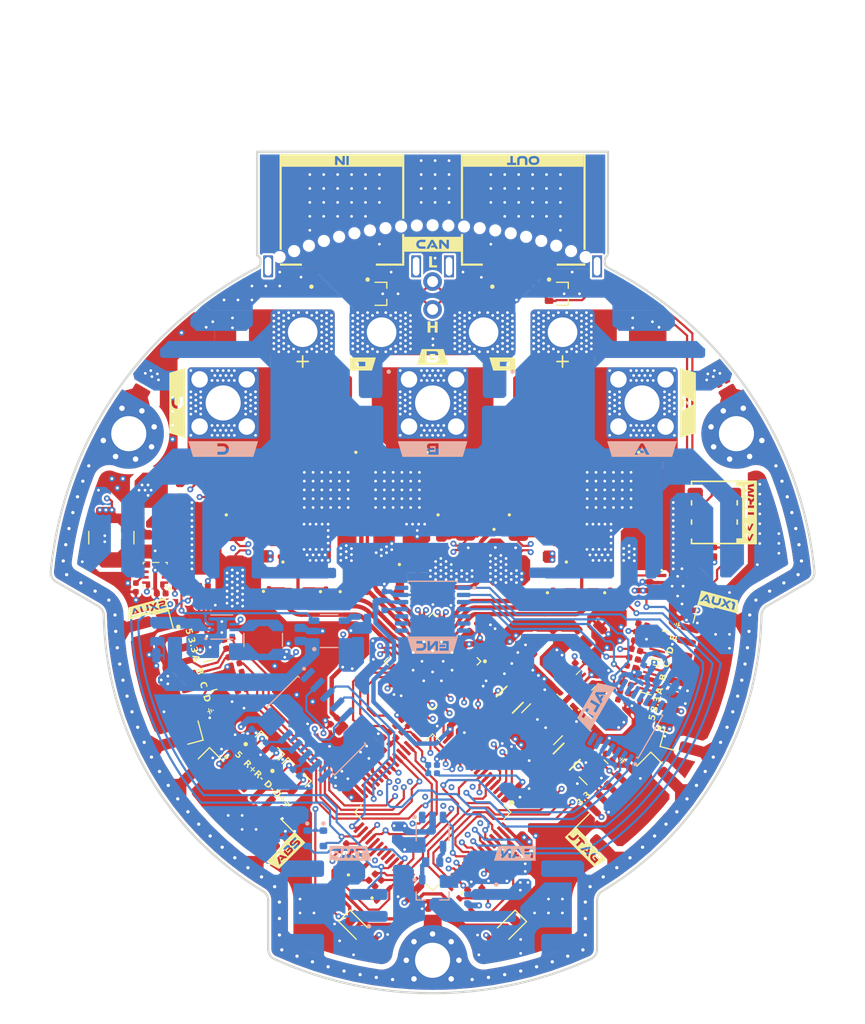
<source format=kicad_pcb>
(kicad_pcb (version 20221018) (generator pcbnew)
  (title_block (title "${BOARD_NAME} Assembly") (date "2023-12-16") (rev "1.0") (company "${COMPANY}"))
  (layers (0 "F.Cu" signal "L1 (Sig, PWR)") (1 "In1.Cu" signal "L2 (GND)") (2 "In2.Cu" signal "L3 (Sig, PWR)") (3 "In3.Cu" signal "L4 (Sig, PWR)") (4 "In4.Cu" signal "L5 (GND)") (31 "B.Cu" signal "L6 (Sig, PWR)") (34 "B.Paste" user) (35 "F.Paste" user) (36 "B.SilkS" user "B.Silkscreen") (37 "F.SilkS" user "F.Silkscreen") (38 "B.Mask" user) (39 "F.Mask" user) (44 "Edge.Cuts" user))
  (property "BOARD_NAME" "Λmulet Motion Controller")
  (property "COMPANY" "EPFL Xplore Research")
  (property "DESIGNER" "Vincent Nguyen")
  (property "PROJECT_NAME" "Chienpanzée")
  (property "RELEASE_DATE" "XX.XX.XX")
  (property "REVIEWER" "")
  (property "REVISION" "1.0")
  (property "VARIANT" "Preliminary")
  (net 0 "")
  (net 1 "/Project Architecture/Interface - Fan Control/FAN_~{IN}")
  (net 2 "/Project Architecture/Interface - Fan Control/FAN_OUT")
  (net 3 "/Project Architecture/Interface - FD-CAN/FDCAN_N")
  (net 4 "/Project Architecture/Interface - FD-CAN/FDCAN_P")
  (net 5 "/Project Architecture/Power - Generation/ADJ_A3V3")
  (net 6 "/Project Architecture/Interface - Fan Control/FAN_GATE")
  (net 7 "/Project Architecture/Interface - Fan Control/FAN_SW")
  (net 8 "/Project Architecture/Interface - Interconnects/RS422_D-")
  (net 9 "/Project Architecture/Interface - Interconnects/RS422_D+")
  (net 10 "/Project Architecture/Interface - Interconnects/RS422_R+")
  (net 11 "/Project Architecture/Interface - Interconnects/RS422_R-")
  (net 12 "/Project Architecture/Interface - Interconnects/AUX2_B")
  (net 13 "/Project Architecture/Interface - Interconnects/AUX2_C")
  (net 14 "/Project Architecture/Sensing - Position/DIS_VDD3V")
  (net 15 "/Project Architecture/Interface - Interconnects/POS_SENSOR_CS")
  (net 16 "/Project Architecture/Interface - Interconnects/AUX1_A")
  (net 17 "GND")
  (net 18 "+3V3")
  (net 19 "/Project Architecture/Interface - Interconnects/AUX1_B")
  (net 20 "/Project Architecture/Interface - Interconnects/AUX1_C")
  (net 21 "+5V")
  (net 22 "/Project Architecture/Sensing - Position/COMM_VDD")
  (net 23 "/Project Architecture/Interface - Interconnects/AUX2_A")
  (net 24 "/Project Architecture/Interface - Interconnects/NRST")
  (net 25 "/Project Architecture/Interface - RS-422/RS422_~{RE}")
  (net 26 "/Project Architecture/Interface - RS-422/RS422_DE")
  (net 27 "+VBAT")
  (net 28 "/Project Architecture/Interface - Interconnects/AUX2_I2C_PULLUP")
  (net 29 "/Project Architecture/Interface - Interconnects/SWDIO")
  (net 30 "/Project Architecture/Interface - Interconnects/SWCLK")
  (net 31 "/Project Architecture/Interface - Interconnects/AUX1_D")
  (net 32 "+A3V3")
  (net 33 "/Project Architecture/Interface - Interconnects/AUX1_E")
  (net 34 "/Project Architecture/Interface - FD-CAN/FDCAN_RX")
  (net 35 "/Project Architecture/Interface - FD-CAN/FDCAN_TX")
  (net 36 "/Project Architecture/Interface - Interconnects/AUX2_D")
  (net 37 "/Project Architecture/Interface - Interconnects/AUX1_I2C_PULLUP")
  (net 38 "/Project Architecture/Motor Control - Top Level/CPL")
  (net 39 "/Project Architecture/Motor Control - Top Level/CPH")
  (net 40 "/Project Architecture/Motor Control - Top Level/VCP")
  (net 41 "/Project Architecture/Motor Control - Top Level/GHA")
  (net 42 "/Project Architecture/Motor Control - Top Level/SHA")
  (net 43 "/Project Architecture/Motor Control - Top Level/GLA")
  (net 44 "/Project Architecture/Motor Control - Top Level/SA_P")
  (net 45 "/Project Architecture/Motor Control - Top Level/SA_N")
  (net 46 "/Project Architecture/Motor Control - Top Level/SB_N")
  (net 47 "/Project Architecture/Motor Control - Top Level/SB_P")
  (net 48 "/Project Architecture/Motor Control - Top Level/GLB")
  (net 49 "/Project Architecture/Motor Control - Top Level/SHB")
  (net 50 "/Project Architecture/Motor Control - Top Level/GHB")
  (net 51 "/Project Architecture/Motor Control - Top Level/GHC")
  (net 52 "/Project Architecture/Motor Control - Top Level/SHC")
  (net 53 "/Project Architecture/Motor Control - Top Level/GLC")
  (net 54 "/Project Architecture/Motor Control - Top Level/SC_P")
  (net 55 "/Project Architecture/Motor Control - Top Level/SC_N")
  (net 56 "/Project Architecture/Motor Control - Top Level/DVDD")
  (net 57 "/Project Architecture/Motor Control - Top Level/VGLS")
  (net 58 "/Project Architecture/Power - Generation/VCC_5V")
  (net 59 "/Project Architecture/Power - Generation/FB_5V")
  (net 60 "/Project Architecture/Power - Generation/MODE_5V")
  (net 61 "/Project Architecture/User - LED Indicators/LED_DBG_A")
  (net 62 "/Project Architecture/MCU - IOs/LED_DBG")
  (net 63 "/Project Architecture/Power - Generation/SW_12V")
  (net 64 "/Project Architecture/Power - Generation/SW_3V3")
  (net 65 "/Project Architecture/Motor Control - Top Level/Motor Control - Inverter/FET_GLA")
  (net 66 "/Project Architecture/Motor Control - Top Level/Motor Control - Inverter/FET_GHA")
  (net 67 "/Project Architecture/Motor Control - Top Level/Motor Control - Inverter/FET_GHC")
  (net 68 "/Project Architecture/Motor Control - Top Level/Motor Control - Inverter/FET_GLC")
  (net 69 "/Project Architecture/Motor Control - Top Level/Motor Control - Inverter/FET_GLB")
  (net 70 "/Project Architecture/Motor Control - Top Level/Motor Control - Inverter/FET_GHB")
  (net 71 "/Project Architecture/Interface - Interconnects/AUX2_C_K")
  (net 72 "/Project Architecture/Interface - Interconnects/AUX1_E_K")
  (net 73 "/Project Architecture/Interface - Interconnects/AUX2_B_K")
  (net 74 "/Project Architecture/Interface - Interconnects/AUX1_D_K")
  (net 75 "/Project Architecture/Interface - Interconnects/NTC_MOT_H")
  (net 76 "/Project Architecture/Interface - Interconnects/NTC_MOT_L")
  (net 77 "/Project Architecture/Interface - Interconnects/AUX1P_A")
  (net 78 "/Project Architecture/Interface - Interconnects/AUX1P_B")
  (net 79 "/Project Architecture/Interface - Interconnects/AUX1P_C")
  (net 80 "/Project Architecture/Interface - Interconnects/AUX1P_D")
  (net 81 "CHASSIS")
  (net 82 "/Project Architecture/Interface - Interconnects/AUX1P_E")
  (net 83 "/Project Architecture/Interface - Interconnects/AUX2P_A")
  (net 84 "/Project Architecture/Interface - Interconnects/AUX2P_B")
  (net 85 "/Project Architecture/Interface - Interconnects/AUX2P_C")
  (net 86 "/Project Architecture/Interface - Interconnects/AUX2P_D")
  (net 87 "+12V")
  (net 88 "/Project Architecture/Motor Control - Top Level/Motor Control - Inverter/PHA")
  (net 89 "/Project Architecture/Motor Control - Top Level/Motor Control - Inverter/SRC_LS_A")
  (net 90 "/Project Architecture/Motor Control - Top Level/Motor Control - Inverter/PHB")
  (net 91 "/Project Architecture/Motor Control - Top Level/Motor Control - Inverter/SRC_LS_B")
  (net 92 "/Project Architecture/Motor Control - Top Level/Motor Control - Inverter/PHC")
  (net 93 "/Project Architecture/Motor Control - Top Level/Motor Control - Inverter/SRC_LS_C")
  (net 94 "/Project Architecture/Power - Generation/BOOT_12V")
  (net 95 "/Project Architecture/Power - Generation/VCC_12V")
  (net 96 "/Project Architecture/Power - Generation/FB_DIV_12V")
  (net 97 "/Project Architecture/Power - Generation/PG_12V")
  (net 98 "/Project Architecture/Power - Generation/PG_3V3")
  (net 99 "/Project Architecture/Interface - Interconnects/CAN_TERM_T")
  (net 100 "/Project Architecture/Interface - Interconnects/CAN_TERM_B")
  (net 101 "/Project Architecture/Interface - Interconnects/CAN_TERM_MID")
  (net 102 "/Project Architecture/Power - Generation/FB_12V")
  (net 103 "/Project Architecture/Interface - FD-CAN/FDCAN_S")
  (net 104 "/Project Architecture/Power - Generation/VOS_3V3")
  (net 105 "unconnected-(D14-K-Pad2)")
  (net 106 "unconnected-(D14-K-Pad4)")
  (net 107 "unconnected-(D16-K-Pad2)")
  (net 108 "unconnected-(D24-K-Pad2)")
  (net 127 "/Project Architecture/MCU - IOs/FAN_CTRL")
  (net 128 "/Project Architecture/User - LED Indicators/LED_PWR_A")
  (net 129 "/Project Architecture/MCU - IOs/LED_PWR")
  (net 130 "/Project Architecture/MCU - IOs/FILTER_SOB")
  (net 131 "/Project Architecture/MCU - IOs/SOB")
  (net 132 "/Project Architecture/MCU - IOs/MOTOR_FAULT")
  (net 133 "/Project Architecture/MCU - IOs/DRV_MISO")
  (net 134 "/Project Architecture/MCU - IOs/FILTER_SOA")
  (net 135 "/Project Architecture/MCU - IOs/SOA")
  (net 136 "/Project Architecture/MCU - IOs/FILTER_SOC")
  (net 137 "/Project Architecture/MCU - IOs/SOC")
  (net 138 "/Project Architecture/MCU - IOs/SENSE_VBAT")
  (net 139 "/Project Architecture/MCU - IOs/SENSE_TEMP_FET")
  (net 140 "/Project Architecture/MCU - IOs/SENSE_TEMP_MOT")
  (net 141 "/Project Architecture/MCU - IOs/BOARD_VERSION")
  (net 142 "/Project Architecture/MCU - IOs/PC12")
  (net 143 "/Project Architecture/MCU - IOs/DRV_SCLK")
  (net 144 "/Project Architecture/MCU - IOs/PC9")
  (net 145 "/Project Architecture/MCU - IOs/PC8")
  (net 146 "/Project Architecture/MCU - IOs/PC7")
  (net 147 "/Project Architecture/MCU - IOs/DRV_CS")
  (net 148 "/Project Architecture/MCU - IOs/PC5")
  (net 149 "/Project Architecture/MCU - IOs/PWM_PHASEA")
  (net 150 "/Project Architecture/MCU - IOs/PWM_PHASEB")
  (net 151 "/Project Architecture/MCU - IOs/PWM_PHASEC")
  (net 152 "/Project Architecture/MCU - IOs/PC3")
  (net 153 "/Project Architecture/MCU - IOs/PC2")
  (net 154 "/Project Architecture/MCU - IOs/PC1")
  (net 155 "/Project Architecture/MCU - IOs/PC0")
  (net 156 "/Project Architecture/MCU - IOs/MOTOR_HIZ")
  (net 157 "/Project Architecture/MCU - IOs/MOTOR_ENABLE")
  (net 158 "/Project Architecture/MCU - IOs/DRV_MOSI")
  (net 159 "/Project Architecture/Power - Generation/F_VIN_3V3")
  (net 160 "/Project Architecture/Power - Generation/F_VIN_5V")
  (net 161 "/Project Architecture/Power - Generation/F_VIN_12V")
  (net 162 "/Project Architecture/MCU - Power/F_A3V3")
  (net 163 "/Project Architecture/Power - Generation/PG_5V")
  (net 164 "/Project Architecture/Power - Generation/SW_5V")
  (net 165 "/Project Architecture/Power - Generation/BOOT_5V")
  (footprint "0_capacitor_smd:C_1210_3225_DensityHigh" (layer "F.Cu") (at 162.132289 113.137183 45)
    (fp_text reference "C73" hide)
    (fp_text value "15u X7R 25V" hide)
  )
  (footprint "0_mousebites:mousebites_single_0.7mm" (layer "F.Cu") (at 138.620702 66.567279)
    (fp_text reference "REF**" hide)
    (fp_text value "mousebites_single_0.7mm" hide)
  )
  (footprint "0_transistor_fet:2-5S1A" (layer "F.Cu") (at 146.7 88.2 -90)
    (fp_text reference "Q3" hide)
    (fp_text value "TPW1R306PL,L1Q" hide)
  )
  (footprint "kibuzzard-657CEA6A" (layer "F.Cu") (at 143.55 77.35 180)
    (fp_text reference "kibuzzard-657CEA6A" hide)
    (fp_text value "G***" hide)
  )
  (footprint "0_resistor_smd:R_0402_1005_DensityHigh" (layer "F.Cu") (at 132.307679 106.282252 15)
    (fp_text reference "R37" hide)
    (fp_text value "100R 1%" hide)
  )
  (footprint "0_capacitor_smd:C_0402_1005_DensityHigh" (layer "F.Cu") (at 167.201615 108.044658 -15)
    (fp_text reference "C117" hide)
    (fp_text value "DNP" hide)
  )
  (footprint "0_capacitor_smd:C_0603_1608_DensityHigh" (layer "F.Cu") (at 157.9 121.85 -135)
    (fp_text reference "C1" hide)
    (fp_text value "4u7 X7R 16V" hide)
  )
  (footprint "0_capacitor_smd:C_0402_1005_DensityHigh" (layer "F.Cu") (at 165.99 113.16 -45)
    (fp_text reference "C118" hide)
    (fp_text value "100n X7R 100V" hide)
  )
  (footprint "kibuzzard-657DB620" (layer "F.Cu") (at 149.9 66.435)
    (fp_text reference "kibuzzard-657DB620" hide)
    (fp_text value "G***" hide)
  )
  (footprint "0_resistor_smd:R_0805_2012_DensityHigh" (layer "F.Cu") (at 160.05 102 -135)
    (fp_text reference "C127" hide)
    (fp_text value "2u2 X7R 100V" hide)
  )
  (footprint "0_resistor_smd:R_0402_1005_DensityHigh" (layer "F.Cu") (at 131.479458 103.191291 15)
    (fp_text reference "R35" hide)
    (fp_text value "100R 1%" hide)
  )
  (footprint "0_resistor_smd:R_0402_1005_DensityHigh" (layer "F.Cu") (at 123.186362 79.157596 60)
    (fp_text reference "R48" hide)
    (fp_text value "0R" hide)
  )
  (footprint "0_capacitor_smd:C_0402_1005_DensityHigh" (layer "F.Cu") (at 128.728983 101.458444 15)
    (fp_text reference "C106" hide)
    (fp_text value "100n X7R 100V" hide)
  )
  (footprint "0_package_SON:HVSON-8-1EP_3x3mm_P0.65mm_EP1.6x2.4mm_ThermalVias" (layer "F.Cu") (at 172.25 97.6)
    (fp_text reference "U12" hide)
    (fp_text value "TCAN1051HGVDRBRQ1" hide)
  )
  (footprint "0_capacitor_smd:C_0402_1005_DensityHigh" (layer "F.Cu") (at 147.45 125.8 135)
    (fp_text reference "C6" hide)
    (fp_text value "100n X7R 100V" hide)
  )
  (footprint "0_diode_smd:D_SOD-523" (layer "F.Cu") (at 147.825 96.125)
    (fp_text reference "D6" hide)
    (fp_text value "BAT41KFILM" hide)
  )
  (footprint "0_package_DFN_QFN:DFN2510-D10" (layer "F.Cu") (at 164.587474 114.38747 -45)
    (fp_text reference "D24" hide)
    (fp_text value "PESD4USB3U-TTSX" hide)
  )
  (footprint "0_resistor_smd:R_0805_2012_DensityHigh" (layer "F.Cu") (at 125.974999 93.248 180)
    (fp_text reference "C17" hide)
    (fp_text value "2u2 X7R 100V" hide)
  )
  (footprint "0_connectors:1054301203" (layer "F.Cu") (at 158.15 63.8 180)
    (fp_text reference "J11" hide)
    (fp_text value "Nano-Fit 1x03" hide)
  )
  (footprint "0_resistor_smd:R_0805_2012_DensityHigh" (layer "F.Cu") (at 164.525 97.25 -90)
    (fp_text reference "R9" hide)
    (fp_text value "7R5 1%" hide)
  )
  (footprint "0_net_tie:NetTie-2_SMD_Pad0.3mm" (layer "F.Cu") (at 136.7 87 90)
    (fp_text reference "NT10" hide)
    (fp_text value "SRC_HS_C" hide)
  )
  (footprint "0_net_tie:NetTie-2_SMD_Pad0.2mm" (layer "F.Cu") (at 132.125 93.741421 135)
    (fp_text reference "NT11" hide)
    (fp_text value "SHNTC_P" hide)
  )
  (footprint "0_capacitor_smd:C_0402_1005_DensityHigh" (layer "F.Cu") (at 157.325 120.9 -135)
    (fp_text reference "C9" hide)
    (fp_text value "100n X7R 100V" hide)
  )
  (footprint "0_mousebites:mousebites_single_0.7mm" (layer "F.Cu") (at 162.52838 67.057638)
    (fp_text reference "REF**" hide)
    (fp_text value "mousebites_single_0.7mm" hide)
  )
  (footprint "0_resistor_smd:R_0402_1005_DensityHigh" (layer "F.Cu") (at 128.6 98.925 -90)
    (fp_text reference "R25" hide)
    (fp_text value "4.7k 1%" hide)
  )
  (footprint "0_diode_smd:D_SOD-523" (layer "F.Cu") (at 152.9 126.6 -45)
    (fp_text reference "D17" hide)
    (fp_text value "BAT41KFILM" hide)
  )
  (footprint "0_capacitor_smd:C_0402_1005_DensityHigh" (layer "F.Cu") (at 140.9 109.9 -135)
    (fp_text reference "C130" hide)
    (fp_text value "1u X7R 10V" hide)
  )
  (footprint "LED_SMD:LED_0603_1608Metric" (layer "F.Cu") (at 156.9 128.7 -135)
    (fp_text reference "D11" hide)
    (fp_text value "GREEN")
  )
  (footprint "0_resistor_smd:R_0402_1005_DensityHigh" (layer "F.Cu") (at 168.230768 104.184495 165)
    (fp_text reference "R32" hide)
    (fp_text value "100R 1%" hide)
  )
  (footprint "0_capacitor_smd:C_1206_3216_DensityHighest" (layer "F.Cu") (at 162.725 93.1 180)
    (fp_text reference "C88" hide)
    (fp_text value "100n X7R 100V" hide)
  )
  (footprint "0_resistor_smd:R_0402_1005_DensityHigh" (layer "F.Cu") (at 164.112186 104.757965 -45)
    (fp_text reference "R6" hide)
    (fp_text value "9k09 1%" hide)
  )
  (footprint "kibuzzard-657EBC7A" (layer "F.Cu") (at 136.51 121.854704 45)
    (fp_text reference "kibuzzard-657EBC7A" hide)
    (fp_text value "G***" hide)
  )
  (footprint "0_capacitor_smd:C_0402_1005_DensityHigh" (layer "F.Cu") (at 153.975 106.15 45)
    (fp_text reference "C87" hide)
    (fp_text value "1u X7R 6.3V" hide)
  )
  (footprint "0_resistor_smd:R_0402_1005_DensityHigh" (layer "F.Cu") (at 150.3 127.425 90)
    (fp_text reference "R47" hide)
    (fp_text value "0R" hide)
  )
  (footprint "0_transistor_fet:2-5S1A" (layer "F.Cu") (at 153.1 88.3 90)
    (fp_text reference "Q4" hide)
    (fp_text value "TPW1R306PL,L1Q" hide)
  )
  (footprint "0_resistor_smd:R_0805_2012_DensityHigh" (layer "F.Cu") (at 162.475 97.25 90)
    (fp_text reference "R10" hide)
    (fp_text value "7R5 1%" hide)
  )
  (footprint "0_capacitor_smd:C_1206_3216_DensityHigh" (layer "F.Cu") (at 167.6 73.500001)
    (fp_text reference "C71" hide)
    (fp_text value "4u7 X7R 100V" hide)
  )
  (footprint "0_capacitor_smd:C_1206_3216_DensityHighest" (layer "F.Cu") (at 157.6 103.025 -45)
    (fp_text reference "C82" hide)
    (fp_text value "4u7 X7R 100V" hide)
  )
  (footprint "0_resistor_smd:R_0402_1005_DensityHigh" (layer "F.Cu") (at 145.15 112.275 135)
    (fp_text reference "R3" hide)
    (fp_text value "22R 1%" hide)
  )
  (footprint "0_resistor_smd:R_0805_2012_DensityHigh" (layer "F.Cu") (at 136.525 97.225 90)
    (fp_text reference "R16" hide)
    (fp_text value "7R5 1%" hide)
  )
  (footprint "0_resistor_smd:R_0402_1005_DensityHigh" (layer "F.Cu") (at 176.925 79.175 120)
    (fp_text reference "R49" hide)
    (fp_text value "0R" hide)
  )
  (footprint "0_capacitor_smd:C_0402_1005_DensityHigh" (layer "F.Cu") (at 168.020177 104.951112 -15)
    (fp_text reference "C113" hide)
    (fp_text value "DNP" hide)
  )
  (footprint "0_capacitor_smd:C_0402_1005_DensityHigh" (layer "F.Cu") (at 146.475 106.8 -45)
    (fp_text reference "C83" hide)
    (fp_text value "100n X7R 16V" hide)
  )
  (footprint "0_capacitor_smd:C_0402_1005_DensityHigh" (layer "F.Cu") (at 157.99 116.15 -45)
    (fp_text reference "C7" hide)
    (fp_text value "1u X7R 10V" hide)
  )
  (footprint "0_capacitor_smd:C_0402_1005_DensityHigh" (layer "F.Cu") (at 165.187487 107.465683 45)
    (fp_text reference "C58" hide)
    (fp_text value "100n X7R 100V" hide)
  )
  (footprint "0_resistor_smd:R_0402_1005_DensityHigh" (layer "F.Cu") (at 144.925 124.675 45)
    (fp_text reference "R42" hide)
    (fp_text value "2k 1%" hide)
  )
  (footprint "0_connectors:1054301203" (layer "F.Cu") (at 141.65 63.8 180)
    (fp_text reference "J12" hide)
    (fp_text value "Nano-Fit 1x03" hide)
  )
  (footprint "0_resistor_smd:HCS1206FTL500" (layer "F.Cu") (at 157.725 94.125 90)
    (fp_text reference "R11" hide)
    (fp_text value "0m5 1% 2W" hide)
  )
  (footprint "0_mousebites:mousebites_single_0.7mm" (layer "F.Cu") (at 148.464867 64.729437)
    (fp_text reference "REF**" hide)
    (fp_text value "mousebites_single_0.7mm" hide)
  )
  (footprint "0_capacitor_smd:C_0402_1005_DensityHigh" (layer "F.Cu") (at 169.224982 108.095061 165)
    (fp_text reference "C107" hide)
    (fp_text value "100n X7R 100V" hide)
  )
  (footprint "0_capacitor_smd:C_0402_1005_DensityHigh" (layer "F.Cu") (at 143.992157 114.007843 45)
    (fp_text reference "C8" hide)
    (fp_text value "100n X7R 100V" hide)
  )
  (footprint "kibuzzard-657EBC30" (layer "F.Cu") (at 163.87 121.52 -45)
    (fp_text reference "kibuzzard-657EBC30" hide)
    (fp_text value "G***" hide)
  )
  (footprint "0_capacitor_smd:C_0402_1005_DensityHigh" (layer "F.Cu") (at 122.84 96.04 -90)
    (fp_text reference "C131" hide)
    (fp_text value "100n X7R 100V" hide)
  )
  (footprint "0_net_tie:NetTie-2_SMD_Pad0.2mm" (layer "F.Cu") (at 157.9 93.7 -45)
    (fp_text reference "NT5" hide)
    (fp_text value "SHNTA_P" hide)
  )
  (footprint "0_resistor_smd:R_0402_1005_DensityHigh" (layer "F.Cu") (at 167.399013 107.269329 165)
    (fp_text reference "R30" hide)
    (fp_text value "100R 1%" hide)
  )
  (footprint "0_mousebites:mousebites_single_0.7mm" (layer "F.Cu") (at 163.856216 67.602899)
    (fp_text reference "REF**" hide)
    (fp_text value "mousebites_single_0.7mm" hide)
  )
  (footprint "0_resistor_smd:R_0402_1005_DensityHigh" (layer "F.Cu") (at 132.512838 107.054992 15)
    (fp_text reference "R38" hide)
    (fp_text value "100R 1%" hide)
  )
  (footprint "0_resistor_smd:R_0402_1005_DensityHigh" (layer "F.Cu") (at 173.04 95.4 180)
    (fp_text reference "R28" hide)
    (fp_text value "10k 1%" hide)
  )
  (footprint "0_mousebites:mousebites_single_0.7mm" (layer "F.Cu") (at 141.373475 65.75448)
    (fp_text reference "REF**" hide)
    (fp_text value "mousebites_single_0.7mm" hide)
  )
  (footprint "0_transistor_fet:2-5S1A" (layer "F.Cu") (at 133.785001 88.3 90)
    (fp_text reference "Q6" hide)
    (fp_text value "TPW1R306PL,L1Q" hide)
  )
  (footprint "kibuzzard-657CE9A0" (layer "F.Cu") (at 173.2 80.9 -90)
    (fp_text reference "kibuzzard-657CE9A0" hide)
    (fp_text value "G***" hide)
  )
  (footprint "0_capacitor_smd:C_0805_2012_DensityHighest" (layer "F.Cu") (at 123.699999 93.788 -90)
    (fp_text reference "C62" hide)
    (fp_text value "10u X7R 25V" hide)
  )
  (footprint "0_resistor_smd:R_0402_1005_DensityHigh" (layer "F.Cu") (at 130.5 89.075 90)
    (fp_text reference "TH1" hide)
    (fp_text value "47k 1% NTC" hide)
  )
  (footprint "0_resistor_smd:R_0805_2012_DensityHigh" (layer "F.Cu") (at 142.2 111.2 -45)
    (fp_text reference "FB4" hide)
    (fp_text value "1k @ 100MHz" hide)
  )
  (footprint "0_capacitor_smd:C_0402_1005_DensityHigh" (layer "F.Cu") (at 129.06 102.69 15)
    (fp_text reference "C108" hide)
    (fp_text value "100n X7R 100V" hide)
  )
  (footprint "0_capacitor_smd:C_1206_3216_DensityHigh" (layer "F.Cu") (at 167.6 75.500001)
    (fp_text reference "C35" hide)
    (fp_text value "4u7 X7R 100V" hide)
  )
  (footprint "0_capacitor_smd:C_1206_3216_DensityHigh" (layer "F.Cu") (at 132.25 73.499999 180)
    (fp_text reference "C34" hide)
    (fp_text value "4u7 X7R 100V" hide)
  )
  (footprint "0_mousebites:mousebites_single_0.7mm" (layer "F.Cu") (at 137.271621 67.057635)
    (fp_text reference "REF**" hide)
    (fp_text value "mousebites_single_0.7mm" hide)
  )
  (footprint "0_capacitor_smd:C_0402_1005_DensityHigh" (layer "F.Cu") (at 152.15 110.325 -45)
    (fp_text reference "C2" hide)
    (fp_text value "100n X7R 100V" hide)
  )
  (footprint "0_capacitor_smd:C_0402_1005_DensityHigh" (layer "F.Cu") (at 149.5 127.425 90)
    (fp_text reference "C120" hide)
    (fp_text value "10n X7R 100V" hide)
  )
  (footprint "0_mousebites:mousebites_single_0.7mm" (layer "F.Cu") (at 155.616409 65.169978)
    (fp_text reference "REF**" hide)
    (fp_text value "mousebites_single_0.7mm" hide)
  )
  (footprint "0_capacitor_smd:C_0402_1005_DensityHigh" (layer "F.Cu") (at 168.9 109.3 165)
    (fp_text reference "C105" hide)
    (fp_text value "100n X7R 100V" hide)
  )
  (footprint "0_capacitor_smd:C_0402_1005_DensityHigh" (layer "F.Cu") (at 168.643584 102.643838 -15)
    (fp_text reference "C111" hide)
    (fp_text value "DNP" hide)
  )
  (footprint "0_resistor_smd:HCS1206FTL500" (layer "F.Cu") (at 131.925 94.14142 90)
    (fp_text reference "R17" hide)
    (fp_text value "0m5 1% 2W" hide)
  )
  (footprint "0_package_SOT_TO_SMD:SOT95P230X117-3N" (layer "F.Cu") (at 134.831672 112.35381 45)
    (fp_text reference "D25" hide)
    (fp_text value "CDSOT23-SM712" hide)
  )
  (footprint "0_mousebites:mousebites_single_0.7mm" (layer "F.Cu") (at 142.772539 65.433411)
    (fp_text reference "REF**" hide)
    (fp_text value "mousebites_single_0.7mm" hide)
  )
  (footprint "0_package_SOT_TO_SMD:SOT95P230X117-3N" (layer "F.Cu") (at 161.6 70.95)
    (fp_text reference "D22" hide)
    (fp_text value "PESD2CANFD24V-UX" hide)
  )
  (footprint "kibuzzard-657CE95C" (layer "F.Cu") (at 126.6 80.9 90)
    (fp_text reference "kibuzzard-657CE95C" hide)
    (fp_text value "G***" hide)
  )
  (footprint "0_switching_regulator:LMR36006" (layer "F.Cu") (at 162.998489 107.07374 135)
    (fp_text reference "U3" hide)
    (fp_text value "LMR36006FSCQ" hide)
  )
  (footprint "0_capacitor_smd:C_0402_1005_DensityHigh" (layer "F.Cu") (at 131.265933 102.394403 -165)
    (fp_text reference "C116" hide)
    (fp_text value "DNP" hide)
  )
  (footprint "0_capacitor_smd:C_0402_1005_DensityHigh" (layer "F.Cu") (at 165.33195 105.977725 135)
    (fp_text reference "C41" hide)
    (fp_text value "1u X7R 10V" hide)
  )
  (footprint "0_capacitor_smd:C_0603_1608_DensityHigh" (layer "F.Cu") (at 161.0322 106.1622 -135)
    (fp_text reference "C29" hide)
    (fp_text value "220n X7S 100V" hide)
  )
  (footprint "0_mousebites:mousebites_single_0.7mm" (layer "F.Cu") (at 149.9 64.700001)
    (fp_text reference "REF**" hide)
    (fp_text value "mousebites_single_0.7mm" hide)
  )
  (footprint "0_capacitor_smd:C_0402_1005_DensityHigh" (layer "F.Cu") (at 173.050001 99.800003 180)
    (fp_text reference "C101" hide)
    (fp_text value "100n X7R 100V" hide)
  )
  (footprint "0_capacitor_smd:C_0603_1608_DensityHigh" (layer "F.Cu") (at 153.75 101.48 -135)
    (fp_text reference "C81" hide)
    (fp_text value "1u X7R 25V" hide)
  )
  (footprint "0_transistor_fet:2-5S1A" (layer "F.Cu") (at 166 88.2 -90)
    (fp_text reference "Q1" hide)
    (fp_text value "TPW1R306PL,L1Q" hide)
  )
  (footprint "0_capacitor_smd:C_0402_1005_DensityHigh" (layer "F.Cu") (at 163.35 116.35 45)
    (fp_text reference "C99" hide)
    (fp_text value "100n X7R 100V" hide)
  )
  (footprint "0_capacitor_smd:C_1206_3216_DensityHigh" (layer "F.Cu") (at 132.25 75.5 180)
    (fp_text reference "C50" hide)
    (fp_text value "4u7 X7R 100V" hide)
  )
  (footprint "kibuzzard-657EBCD6" (layer "F.Cu") (at 176.093394 99.05 -15)
    (fp_text reference "kibuzzard-657EBCD6" hide)
    (fp_text value "G***" hide)
  )
  (footprint "0_connectors:JST_GH_SM06B-GHS-TB_1x06-1MP_P1.25mm_Horizontal" (layer "F.Cu") (at 132.222331 117.40267 -45)
    (fp_text reference "J9" hide)
    (fp_text value "SM06B-GHS-TB" hide)
  )
  (footprint "0_resistor_smd:R_0805_2012_DensityHigh" (layer "F.Cu") (at 164.55 102 45)
    (fp_text reference "C126" hide)
    (fp_text value "2u2 X7R 100V" hide)
  )
  (footprint "kibuzzard-657CEA4F" (layer "F.Cu") (at 156.25 77.35 180)
    (fp_text reference "kibuzzard-657CEA4F" hide)
    (fp_text value "G***" hide)
  )
  (footprint "0_net_tie:NetTie-2_SMD_Pad0.2mm" (layer "F.Cu") (at 132.125 94.541421 -135)
    (fp_text reference "NT12" hide)
    (fp_text value "SHNTC_N" hide)
  )
  (footprint "0_switching_regulator:LMR36503" (layer "F.Cu") (at 124.599999 96.538 180)
    (fp_text reference "U2" hide)
    (fp_text value "LMR36503MSC5RPERQ1" hide)
  )
  (footprint "0_pad:MountingHole_3.2mm_M3_Pad_Via" (layer "F.Cu") (at 122.187188 83.699999 60)
    (fp_text reference "H2" hide)
    (fp_text value "M3" hide)
  )
  (footprint "0_capacitor_smd:C_0402_1005_DensityHigh" (layer "F.Cu") (at 123.625 91.95)
    (fp_text reference "C54" hide)
    (fp_text value "100n X7R 100V" hide)
  )
  (footprint "0_resistor_smd:R_0402_1005_DensityHigh" (layer "F.Cu") (at 125.149998 98.263001 180)
    (fp_text reference "R4" hide)
    (fp_text value "0R" hide)
  )
  (footprint "0_resistor_smd:R_0805_2012_DensityHigh" (layer "F.Cu") (at 138.625 97.175 90)
    (fp_text reference "R15" hide)
    (fp_text value "7R5 1%" hide)
  )
  (footprint "0_package_QFP:LQFP-64_10x10mm_P0.5mm" (layer "F.Cu") (at 149.9 118.2 -135)
    (fp_text reference "U1" hide)
    (fp_text value "STM32G474RET3" hide)
  )
  (footprint "0_connectors:PTH_1x02_P2.54mm" (layer "F.Cu") (at 149.9 72.375 180)
    (fp_text reference "J14" hide)
    (fp_text value "PTH 01x02 2.54mm" hide)
  )
  (footprint "0_diode_smd:D_SOD-523" (layer "F.Cu") (at 166.1 97.25 90)
    (fp_text reference "D2" hide)
    (fp_text value "BAT41KFILM" hide)
  )
  (footprint "0_pad:MountingHole_3.2mm_M3_Pad_Via" (layer "F.Cu") (at 149.9 131.7 180)
    (fp_text reference "H1" hide)
    (fp_text value "M3" hide)
  )
  (footprint "0_capacitor_smd:C_0402_1005_DensityHigh" (layer "F.Cu") (at 144.575 112.85 135)
    (fp_text reference "C13" hide)
    (fp_text value "1n X7R 25V" hide)
  )
  (footprint "0_resistor_smd:R_0402_1005_DensityHigh" (layer "F.Cu") (at 153.375 125.575 135)
    (fp_text reference "R39" hide)
    (fp_text value "2k 1%" hide)
  )
  (footprint "0_resistor_smd:R_0402_1005_DensityHigh" (layer "F.Cu") (at 144.375 124.125 45)
    (fp_text reference "R40" hide)
    (fp_text value "2k 1%" hide)
  )
  (footprint "0_resistor_smd:R_0402_1005_DensityHigh" (layer "F.Cu") (at 131.686512 103.964033 15)
    (fp_text reference "R36" hide)
    (fp_text value "100R 1%" hide)
  )
  (footprint "0_connectors:JST_GH_SM08B-GHS-TB_1x08-1MP_P1.25mm_Horizontal" (layer "F.Cu") (at 174.04 106.15 75)
    (fp_text reference "J6" hide)
    (fp_text value "SM08B-GHS-TB" hide)
  )
  (footprint "0_capacitor_smd:C_0603_1608_DensityHigh" (layer "F.Cu") (at 163.91 109.04 -135)
    (fp_text reference "C37" hide)
    (fp_text value "220n X7S 100V" hide)
  )
  (footprint "0_capacitor_smd:C_0402_1005_DensityHigh" (layer "F.Cu") (at 175.600001 94.47 -90)
    (fp_text reference "C119" hide)
    (fp_text value "4n7 X7R 100V" hide)
  )
  (footprint "0_capacitor_smd:C_0402_1005_DensityHigh" (layer "F.Cu") (at 129.45 98.925 -90)
    (fp_text reference "C96" hide)
    (fp_text value "100n X7R 100V" hide)
  )
  (footprint "0_capacitor_smd:C_0402_1005_DensityHigh" (layer "F.Cu") (at 168.850641 101.8711 -15)
    (fp_text reference "C109" hide)
    (fp_text value "DNP" hide)
  )
  (footprint "0_inductor_smd:L_Coilcraft_LPS4018" (layer "F.Cu") (at 159.887222 110.185009 -135)
    (fp_text reference "L2" hide)
    (fp_text value "22u" hide)
  )
  (footprint "0_diode_smd:D_SOD-523" (layer "F.Cu") (at 141.975 97.15 90)
    (fp_text reference "D5" hide)
    (fp_text value "BAT41KFILM" hide)
  )
  (footprint "0_mousebites:mousebites_single_0.7mm" (layer "F.Cu") (at 135.943784 67.6029)
    (fp_text reference "REF**" hide)
    (fp_text value "mousebites_single_0.7mm" hide)
  )
  (footprint "0_pad:Pad_Square_Vias_6.5x6.5mm" (layer "F.Cu") (at 169 80.9 180)
    (fp_text reference "J3" hide)
    (fp_text value "Phase A" hide)
  )
  (footprint "kibuzzard-657CE8F0" (layer "F.Cu") (at 141.63 58.8 180)
    (fp_text reference "kibuzzard-657CE8F0" hide)
    (fp_text value "G***" hide)
  )
  (footprint "0_mousebites:mousebites_single_0.7mm" (layer "F.Cu") (at 144.183593 65.169974)
    (fp_text reference "REF**" hide)
    (fp_text value "mousebites_single_0.7mm" hide)
  )
  (footprint "0_capacitor_smd:C_0402_1005_DensityHigh" (layer "F.Cu") (at 169.650002 97.6 90)
    (fp_text reference "C102" hide)
    (fp_text value "100n X7R 100V" hide)
  )
  (footprint "0_capacitor_smd:C_0603_1608_DensityHigh" (layer "F.Cu") (at 155.475 105.7 -45)
    (fp_text reference "C86" hide)
    (fp_text value "1u X7R 25V" hide)
  )
  (footprint "0_diode_smd:D_SOD-523" (layer "F.Cu") (at 140.175 97.15 90)
    (fp_text reference "D8" hide)
    (fp_text value "BAT41KFILM" hide)
  )
  (footprint "0_connectors:JST_GH_SM05B-GHS-TB_1x05-1MP_P1.25mm_Horizontal" (layer "F.Cu") (at 167.575 117.375 45)
    (fp_text reference "J13" hide)
    (fp_text value "SM05B-GHS-TB" hide)
  )
  (footprint "0_capacitor_smd:C_0603_1608_DensityHigh" (layer "F.Cu") (at 154.6 102.33 45)
    (fp_text reference "C85" hide)
    (fp_text value "100n X7R 100V" hide)
  )
  (footprint "kibuzzard-657EBD3F" (layer "F.Cu") (at 123.847564 99.65 15)
    (fp_text reference "kibuzzard-657EBD3F" hide)
    (fp_text value "G***" hide)
  )
  (footprint "0_capacitor_smd:C_1206_3216_DensityHigh" (layer "F.Cu") (at 159.82 105.1 -135)
    (fp_text reference "C25" hide)
    (fp_text value "4u7 X7R 100V" hide)
  )
  (footprint "0_capacitor_smd:C_0402_1005_DensityHigh" (layer "F.Cu") (at 131.893567 104.73677 -165)
    (fp_text reference "C114" hide)
    (fp_text value "DNP" hide)
  )
  (footprint "0_resistor_smd:R_0402_1005_DensityHigh" (layer "F.Cu") (at 155.5 130.1 -45)
    (fp_text reference "R21" hide)
    (fp_text value "560R 1%" hide)
  )
  (footprint "0_package_SOT_TO_SMD:SOT95P230X117-3N" (layer "F.Cu") (at 145.05 70.95)
    (fp_text reference "D23" hide)
    (fp_text value "PESD2CANFD24V-UX" hide)
  )
  (footprint "0_mousebites:mousebites_single_0.7mm" (layer "F.Cu") (at 139.988751 66.132649)
    (fp_text reference "REF**" hide)
    (fp_text value "mousebites_single_0.7mm" hide)
  )
  (footprint "0_capacitor_smd:C_0402_1005_DensityHigh" (layer "F.Cu") (at 132.4 111.75 45)
    (fp_text reference "C98" hide)
    (fp_text value "100n X7R 100V" hide)
  )
  (footprint "0_resistor_smd:HCS1206FTL500" (layer "F.Cu") (at 152.9 94.1 90)
    (fp_text reference "R14" hide)
    (fp_text value "0m5 1% 2W" hide)
  )
  (footprint "0_capacitor_smd:C_0402_1005_DensityHigh" (layer "F.Cu") (at 132.100624 105.509512 -165)
    (fp_text reference "C112" hide)
    (fp_text value "DNP" hide)
  )
  (footprint "0_capacitor_smd:C_0402_1005_DensityHigh" (layer "F.Cu") (at 145.725 111.7 135)
    (fp_text reference "C12" hide)
    (fp_text value "1n X7R 25V" hide)
  )
  (footprint "0_capacitor_smd:C_1206_3216_DensityHighest" (layer "F.Cu") (at 141.05 93.1)
    (fp_text reference "C89" hide)
    (fp_text value "4u7 X7R 100V" hide)
  )
  (footprint "0_capacitor_smd:C_0402_1005_DensityHigh" (layer "F.Cu") (at 143.417157 113.432843 45)
    (fp_text reference "C5" hide)
    (fp_text value "4u7 X5R 25V" hide)
  )
  (footprint "0_capacitor_smd:C_1210_3225_DensityHigh" (layer "F.Cu") (at 156.935051 107.939949 45)
    (fp_text reference "C69" hide)
    (fp_text value "15u X7R 25V" hide)
  )
  (footprint "0_resistor_smd:R_0603_1608_DensityHigh" (layer "F.Cu") (at 174.1 94.379998 180)
    (fp_text reference "R44" hide)
    (fp_text value "60R4 1% 1/4W" hide)
  )
  (footprint "0_diode_smd:D_SOD-523" (layer "F.Cu") (at 160.875 97.25 90)
    (fp_text reference "D3" hide)
    (fp_text value "BAT41KFILM" hide)
  )
  (footprint "0_resistor_smd:R_0402_1005_DensityHigh" (layer "F.Cu") (at 130.5 87.45 90)
    (fp_text reference "R22" hide)
    (fp_text value "10k 1%" hide)
  )
  (footprint "0_mousebites:mousebites_single_0.7mm" (layer "F.Cu") (at 145.604259 64.964621)
    (fp_text reference "REF**" hide)
    (fp_text value "mousebites_single_0.7mm" hide)
  )
  (footprint "0_net_tie:NetTie-2_SMD_Pad0.2mm" (layer "F.Cu") (at 120.65 90.075 90)
    (fp_text reference "NT1" hide)
    (fp_text value "FB_5V" hide)
  )
  (footprint "0_net_tie:NetTie-2_SMD_Pad0.3mm" (layer "F.Cu") (at 162.55 87.275 90)
    (fp_text reference "NT4" hide)
    (fp_text value "SRC_HS_A" hide)
  )
  (footprint "0_diode_smd:D_SOD-523" (layer "F.Cu") (at 155 93.375 -90)
    (fp_text reference "D4" hide)
    (fp_text value "BAT41KFILM" hide)
  )
  (footprint "0_package_DFN_QFN:DFN2510-D10" (layer "F.Cu") (at 170.505767 102.975 -15)
    (fp_text reference "D14" hide)
    (fp_text value "PESD4USB5B-TTSX" hide)
  )
  (footprint "0_diode_smd:D_SOD-523" (layer "F.Cu") (at 134.975 97.125 90)
    (fp_text reference "D9" hide)
    (fp_text value "BAT41KFILM" hide)
  )
  (footprint "0_pad:Pad_Square_Vias_6.5x6.5mm" (layer "F.Cu") (at 149.9 80.9 180)
    (fp_text reference "J4" hide)
    (fp_text value "Phase B" hide)
  )
  (footprint "LED_SMD:LED_0603_1608Metric" (layer "F.Cu") (at 142.9 128.7 -45)
    (fp_text reference "D10" hide)
    (fp_text value "YELLOW")
  )
  (footprint "0_mousebites:mousebites_single_0.7mm" (layer "F.Cu") (at 152.767848 64.817691)
    (fp_text reference "REF**" hide)
    (fp_text value "mousebites_single_0.7mm" hide)
  )
  (footprint "0_resistor_smd:R_0603_1608_DensityHigh" (layer "F.Cu") (at 177.1 94.379999 180)
    (fp_text reference "R43" hide)
    (fp_text value "60R4 1% 1/4W" hide)
  )
  (footprint "0_diode_smd:D_SOD-523" (layer "F.Cu") (at 145.4 125.7 45)
    (fp_text reference "D20" hide)
    (fp_text value "BAT41KFILM" hide)
  )
  (footprint "0_resistor_smd:R_0402_1005_DensityHigh" (layer "F.Cu") (at 146.275 111.15 135)
    (fp_text reference "R2" hide)
    (fp_text value "22R 1%" hide)
  )
  (footprint "0_resistor_smd:R_0805_2012_DensityHigh" (layer "F.Cu") (at 162.3 102 -135)
    (fp_text reference "FB1" hide)
    (fp_text value "1k @ 100MHz" hide)
  )
  (footprint "0_pad:Pad_Square_Vias_6.5x6.5mm" (layer "F.Cu") (at 130.8 80.9)
    (fp_text reference "J5" hide)
    (fp_text value "Phase C" hide)
  )
  (footprint "0_mousebites:mousebites_single_0.7mm" (layer "F.Cu") (at 151.335131 64.729436)
    (fp_text reference "REF**" hide)
    (fp_text value "mousebites_single_0.7mm" hide)
  )
  (footprint "0_net_tie:NetTie-2_SMD_Pad0.2mm" (layer "F.Cu") (at 155.55 107.425 -135)
    (fp_text reference "NT2" hide)
    (fp_text value "FB_12V" hide)
  )
  (footprint "0_capacitor_smd:C_0603_1608_DensityHigh" (layer "F.Cu") (at 125.79 94.61 180)
    (fp_text reference "C132" hide)
    (fp_text value "100n X7R 100V" hide)
  )
  (footprint "0_capacitor_smd:C_0402_1005_DensityHigh" (layer "F.Cu") (at 129.65 87.45 90)
    (fp_text reference "C94" hide)
    (fp_text value "100n X7R 100V" hide)
  )
  (footprint "0_resistor_smd:R_0402_1005_DensityHigh" (layer "F.Cu") (at 141.75 121.35 45)
    (fp_text reference "R7" hide)
    (fp_text value "2k 1%" hide)
  )
  (footprint "0_resistor_smd:R_0402_1005_DensityHigh" (layer "F.Cu") (at 168.436531 103.416577 165)
    (fp_text reference "R33" hide)
    (fp_text value "100R 1%" hide)
  )
  (footprint "0_net_tie:NetTie-2_SMD_Pad0.2mm" (layer "F.Cu") (at 157.9 94.55 -135)
    (fp_text reference "NT6" hide)
    (fp_text value "SHNTA_N" hide)
  )
  (footprint "0_mousebites:mousebites_single_0.7mm" (layer "F.Cu") (at 159.811248 66.132647)
    (fp_text reference "REF**" hide)
    (fp_text value "mousebites_single_0.7mm" hide)
  )
  (footprint "0_diode_smd:D_SOD-523" (layer "F.Cu") (at 161.15 94.9 180)
    (fp_text reference "D1" hide)
    (fp_text value "BAT41KFILM" hide)
  )
  (footprint "0_net_tie:NetTie-2_SMD_Pad0.2mm" (layer "F.Cu") (at 152.725 93.675 45)
    (fp_text reference "NT8" hide)
    (fp_text value "SHNTB_P" hide)
  )
  (footprint "0_resistor_smd:R_0402_1005_DensityHigh" (layer "F.Cu") (at 162.624227 104.902417 -135)
    (fp_text reference "R5" hide)
    (fp_text value "100k 1%" hide)
  )
  (footprint "0_resistor_smd:R_0402_1005_DensityHigh" (layer "F.Cu") (at 155.275 123.675 135)
    (fp_text reference "R41" hide)
    (fp_text value "2k 1%" hide)
  )
  (footprint "0_capacitor_smd:C_1206_3216_DensityHigh" (layer "F.Cu") (at 164.97 110.25 -135)
    (fp_text reference "C18" hide)
    (fp_text value "4u7 X7R 100V" hide)
  )
  (footprint "0_net_tie:NetTie-2_SMD_Pad0.3mm" (layer "F.Cu") (at 144.8 86.525)
    (fp_text reference "NT7" hide)
    (fp_text value "SRC_HS_B" hide)
  )
  (footprint "0_resistor_smd:R_0402_1005_DensityHigh" (layer "F.Cu") (at 146.825 110.6 135)
    (fp_text reference "R1" hide)
    (fp_text value "22R 1%" hide)
  )
  (footprint "0_resistor_smd:R_0805_2012_DensityHigh" (layer "F.Cu") (at 143.5 97.125 90)
    (fp_text reference "R12" hide)
    (fp_text value "7R5 1%" hide)
  )
  (footprint "0_capacitor_smd:C_1206_3216_DensityHighest" (layer "F.Cu") (at 146.4 93.1 180)
    (fp_text reference "C91" hide)
    (fp_text value "4u7 X7R 100V" hide)
  )
  (footprint "0_capacitor_smd:C_0402_1005_DensityHigh" (layer "F.Cu") (at 167.813121 105.723849 -15)
    (fp_text reference "C115" hide)
    (fp_text value "DNP" hide)
  )
  (footprint "0_capacitor_smd:C_0402_1005_DensityHigh" (layer "F.Cu") (at 123.973862 79.579246 60)
    (fp_text reference "C121" hide)
    (fp_text value "10n X7R 100V" hide)
  )
  (footprint "0_capacitor_smd:C_0402_1005_DensityHigh" (layer "F.Cu") (at 141.725 115.7 135)
    (fp_text reference "C3" hide)
    (fp_text value "100n X7R 100V" hide)
  )
  (footprint "0_capacitor_smd:C_0805_2012_DensityHigh" (layer "F.Cu") (at 149.95 92.875)
    (fp_text reference "C90" hide)
    (fp_text value "100n X7R 100V" hide)
  )
  (footprint "0_capacitor_smd:C_0402_1005_DensityHigh" (layer "F.Cu") (at 142.292157 114.557843 -135)
    (fp_text reference "C4" hide)
    (fp_text value "1u X7R 10V" hide)
  )
  (footprint "0_capacitor_smd:C_0402_1005_DensityHigh" (layer "F.Cu") (at 142.867157 115.132843 -135)
    (fp_text reference "C10" hide)
    (fp_text value "100n X7R 100V" hide)
  )
  (footprint "0_resistor_smd:R_0402_1005_DensityHigh" (layer "F.Cu") (at 169.057693 101.098363 165)
    (fp_text reference "R34" hide)
    (fp_text value "100R 1%" hide)
  )
  (footprint "0_resistor_smd:R_0805_2012_DensityHigh" (layer "F.Cu") (at 147.820001 97.675)
    (fp_text reference "R13" hide)
    (fp_text value "7R5 1%" hide)
  )
  (footprint "0_capacitor_smd:C_0402_1005_DensityHigh" (layer "F.Cu") (at 176.225 79.575 120)
    (fp_text reference "C122" hide)
    (fp_text value "10n X7R 100V" hide)
  )
  (footprint "0_package_DFN_QFN:DFN2510-D10" (layer "F.Cu") (at 129.872059 105.692543 -165)
    (fp_text reference "D15" hide)
    (fp_text value "PESD4USB5B-TTSX" hide)
  )
  (footprint "0_capacitor_smd:C_0603_1608_DensityHigh" (layer "F.Cu") (at 155.51 103.975 -45)
    (fp_text reference "C84" hide)
    (fp_text value "47n X7R 100V" hide)
  )
  (footprint "0_resistor_smd:R_0805_2012_DensityHigh" (layer "F.Cu") (at 125.97 87.9)
    (fp_text reference "C128" hide)
    (fp_text value "2u2 X7R 100V" hide)
  )
  (footprint "0_mousebites:mousebites_single_0.7mm" (layer "F.Cu") (at 158.426525 65.754479)
    (fp_text reference "REF**" hide)
    (fp_text value "mousebites_single_0.7mm" hide)
  )
  (footprint "0_diode_smd:D_SOD-523" (layer "F.Cu") (at 143.25 123.6 45)
    (fp_text reference "D18" hide)
    (fp_text value "BAT41KFILM" hide)
  )
  (footprint "0_package_SOT_TO_SMD:SOT95P230X117-3N" (layer "F.Cu") (at 137.27119 114.793328 45)
    (fp_text reference "D21" hide)
    (fp_text value "CDSOT23-SM712" hide)
  )
  (footprint "0_capacitor_smd:C_1206_3216_DensityHighest" (layer "F.Cu") (at 166.825 93.1)
    (fp_text reference "C93" hide)
    (fp_text value "4u7 X7R 100V" hide)
  )
  (footprint "0_inductor_smd:L_Coilcraft_LPS4018" (layer "F.Cu") (at 120.6 93.18 90)
    (fp_text reference "L1" hide)
    (fp_text value "22u" hide)
  )
  (footprint "kibuzzard-657CE8E9" (layer "F.Cu") (at 158.17 58.8 180)
    (fp_text reference "kibuzzard-657CE8E9" hide)
    (fp_text value "G***" hide)
  )
  (footprint "0_mousebites:mousebites_single_0.7mm" (layer "F.Cu") (at 161.179301 66.567278)
    (fp_text reference "REF**" hide)
    (fp_text value "mousebites_single_0.7mm" hide)
  )
  (footprint "0_resistor_smd:R_0402_1005_DensityHigh" (layer "F.Cu") (at 144.3 130.1 -135)
    (fp_text reference "R20" hide)
    (fp_text value "560R 1%" hide)
  )
  (footprint "0_capacitor_smd:C_0402_1005_DensityHigh" (layer "F.Cu") (at 147.375 110.05 135)
    (fp_text reference "C11" hide)
    (fp_text value "1n X7R 25V" hide)
  )
  (footprint "0_resistor_smd:R_0402_1005_DensityHigh" (layer "F.Cu") (at 167.606064 106.49659 165)
    (fp_text reference "R31" hide)
    (fp_text value "100R 1%" hide)
  )
  (footprint "0_package_DFN_QFN:WQFN-40-1EP_6x6mm_P0.5mm_EP4.15x4.15mm_ThermalVias" (layer "F.Cu") (at 149.9 104.45 -135)
    (fp_text reference "U8" hide)
    (fp_text value "DRV8353FS" hide)
  )
  (footprint "0_transistor_fet:2-5S1A" (layer "F.Cu") (at 159.6 88.3 90)
    (fp_text reference "Q2" hide)
    (fp_text value "TPW1R306PL,L1Q" hide)
  )
  (footprint "0_capacitor_smd:C_0402_1005_DensityHigh" (layer "F.Cu") (at 122.84 97.713001 -90)
    (fp_text reference "C33" hide)
    (fp_text value "1u X7R 10V" hide)
  )
  (footprint "0_net_tie:NetTie-2_SMD_Pad0.2mm" (layer "F.Cu") (at 152.725 94.525 -45)
    (fp_text reference "NT9" hide)
    (fp_text value "SHNTB_N" hide)
  )
  (footprint "0_resistor_smd:R_0805_2012_DensityHigh" (layer "F.Cu") (at 125.975 91.71 180)
    (fp_text reference "C129" hide)
    (fp_text value "2u2 X7R 100V" hide)
  )
  (footprint "0_diode_smd:D_SOD-523" (layer "F.Cu") (at 135.3 94.9 180)
    (fp_text reference "D7" hide)
    (fp_text value "BAT41KFILM" hide)
  )
  (footprint "0_mousebites:mousebites_single_0.7mm" (layer "F.Cu") (at 157.027461 65.433409)
    (fp_text reference "REF**" hide)
    (fp_text value "mousebites_single_0.7mm" hide)
  )
  (footprint "0_connectors:JST_GH_SM07B-GHS-TB_1x07-1MP_P1.25mm_Horizontal" (layer "F.Cu") (at 125.74 106.17 -75)
    (fp_text reference "J7" hide)
    (fp_text value "SM07B-GHS-TB" hide)
  )
  (footprint "0_resistor_smd:R_0402_1005_DensityHigh" (layer "F.Cu") (at 154.67 125.4 135)
    (fp_text reference "R8" hide)
    (fp_text value "2k 1%" hide)
  )
  (footprint "0_resistor_smd:R_0402_1005_DensityHigh" (layer "F.Cu") (at 126.4 97.25 -90)
    (fp_text reference "R50" hide)
    (fp_text value "10k 1%" hide)
  )
  (footprint "kibuzzard-657CD27C" (layer "F.Cu") (at 178.8 90.88 90)
    (fp_text reference "kibuzzard-657CD27C" hide)
    (fp_text value "G***" hide)
  )
  (footprint "0_transistor_fet:2-5S1A" (layer "F.Cu") (at 140.2 88.2 -90)
    (fp_text reference "Q5" hide)
    (fp_text value "TPW1R306PL,L1Q" hide)
  )
  (footprint "0_pad:MountingHole_3.2mm_M3_Pad_Via" (layer "F.Cu") (at 177.612811 83.7 -60)
    (fp_text reference "H3" hide)
    (fp_text value "M3" hide)
  )
  (footprint "0_mousebites:mousebites_single_0.7mm" (layer "F.Cu") (at 154.195742 64.964624)
    (fp_text reference "REF**" hide)
    (fp_text value "mousebites_single_0.7mm" hide)
  )
  (footprint "0_diode_smd:D_SOD-523" (layer "F.Cu") (at 156.375 123.125 -45)
    (fp_text reference "D19" hide)
    (fp_text value "BAT41KFILM" hide)
  )
  (footprint "0_resistor_smd:R_0805_2012_DensityHigh" (layer "F.Cu") (at 125.97 89.8)
    (fp_text reference "FB2" hide)
    (fp_text value "1k @ 100MHz" hide)
  )
  (footprint "0_switch_button:CAS-220A_NDC-L" (layer "F.Cu") (at 175.6 90.88 180)
    (fp_text reference "SW1" hide)
    (fp_text value "CAS-220TA" hide)
  )
  (footprint "0_resistor_smd:R_0402_1005_DensityHigh" (layer "F.Cu") (at 129 97.575002 180)
    (fp_text reference "R24" hide)
    (fp_text value "100k 1%" hide)
  )
  (footprint "0_capacitor_smd:C_0402_1005_DensityHigh" (layer "F.Cu") (at 132.719891 107.827733 -165)
    (fp_text reference "C110" hide)
    (fp_text value "DNP" hide)
  )
  (footprint "0_package_DFN_QFN:DFN2510-D10" (layer "F.Cu") (at 169.675 106.068131 -15)
    (fp_text reference "D16" hide)
    (fp_text value "PESD4USB3U-TTSX" hide)
  )
  (footprint "kibuzzard-657CE9CF" (layer "F.Cu") (at 149.9 76.7)
    (fp_text reference "kibuzzard-657CE9CF" hide)
    (fp_text value "G***" hide)
  )
  (footprint "0_capacitor_smd:C_1206_3216_DensityHighest" (layer "F.Cu") (at 136.9 93.1 180)
    (fp_text reference "C92" hide)
    (fp_text value "100n X7R 100V" hide)
  )
  (footprint "0_mousebites:mousebites_single_0.7mm" (layer "F.Cu") (at 147.032152 64.817692)
    (fp_text reference "REF**" hide)
    (fp_text value "mousebites_single_0.7mm" hide)
  )
  (footprint "0_package_SOT_TO_SMD:SOT95P230X110-3N" (layer "B.Cu") (at 149.9 125.5 -90)
    (fp_text reference "Q7" hide)
    (fp_text value "PMV15ENER" hide)
  )
  (footprint "0_capacitor_smd:C_1206_3216_DensityHigh" (layer "B.Cu") (at 171.2 93.95)
    (fp_text reference "C52" hide)
    (fp_text value "4u7 X7R 100V" hide)
  )
  (footprint "0_capacitor_smd:C_0402_1005_DensityHigh" (layer "B.Cu") (at 145.5 98.5 90)
    (fp_text reference "C79" hide)
    (fp_text value "100n X7R 100V" hide)
  )
  (footprint "0_capacitor_smd:C_1206_3216_DensityHigh" (layer "B.Cu") (at 125.9 77.7 -90)
    (fp_text reference "C72" hide)
    (fp_text value "4u7 X7R 100V" hide)
  )
  (footprint "0_capacitor_smd:C_1206_3216_DensityHigh" (layer "B.Cu") (at 132.65 74.9 90)
    (fp_text reference "C36" hide)
    (fp_text value "4u7 X7R 100V" hide)
  )
  (footprint "0_connectors:JST_PH_S2B-PH-SM4-TB_1x02-1MP_P2.00mm_Horizontal" (layer "B.Cu") (at 158.6 126.7 -90)
    (fp_text reference "J10" hide)
    (fp_text value "S2B-PH-SM4-TB" hide)
  )
  (footprint "0_capacitor_smd:C_1206_3216_DensityHigh" (layer "B.Cu") (at 173.9 77.7 -90)
    (fp_text reference "C49" hide)
    (fp_text value "4u7 X7R 100V" hide)
  )
  (footprint "0_capacitor_smd:C_1206_3216_DensityHigh" (layer "B.Cu") (at 128.65 74.9 90)
    (fp_text reference "C14" hide)
    (fp_text value "4u7 X7R 100V" hide)
  )
  (footprint "0_capacitor_smd:C_1206_3216_DensityHigh" (layer "B.Cu") (at 175.2 93.95 180)
    (fp_text reference "C70" hide)
    (fp_text value "4u7 X7R 100V" hide)
  )
  (footprint "0_capacitor_smd:C_1206_3216_DensityHigh" (layer "B.Cu") (at 128.55 90 180)
    (fp_text reference "C64" hide)
    (fp_text value "4u7 X7R 100V" hide)
  )
  (footprint "0_resistor_smd:R_0402_1005_DensityHigh" (layer "B.Cu") (at 145.1 99.8)
    (fp_text reference "R26" hide)
    (fp_text value "0R" hide)
  )
  (footprint "kibuzzard-657CE701" (layer "B.Cu") (at 169 85.1 180)
    (fp_text reference "kibuzzard-657CE701" hide)
    (fp_text value "G***" hide)
  )
  (footprint "0_diode_smd:DIOM4336X24N" (layer "B.Cu") (at 155.55 80.8 -90)
    (fp_text reference "U7" hide)
    (fp_text value "SMBJ51CD-M3/H" hide)
  )
  (footprint "0_resistor_smd:R_0805_2012_DensityHigh" (layer "B.Cu") (at 124.8 101.7 -90)
    (fp_text reference "C124" hide)
    (fp_text value "2u2 X7R 100V" hide)
  )
  (footprint "0_inductor_smd:L_Coilcraft_LPS3314" (layer "B.Cu") (at 134.45 102.5 -90)
    (fp_text reference "L3" hide)
    (fp_text value "2u2" hide)
  )
  (footprint "0_capacitor_smd:C_1206_3216_DensityHigh" (layer "B.Cu") (at 134.25 97.8 -90)
    (fp_text reference "C40" hide)
    (fp_text value "4u7 X7R 100V" hide)
  )
  (footprint "kibuzzard-657CE6F4" (layer "B.Cu") (at 149.9 85.1 180)
    (fp_text reference "kibuzzard-657CE6F4" hide)
    (fp_text value "G***" hide)
  )
  (footprint "0_capacitor_smd:C_0805_2012_DensityHighest" (layer "B.Cu") (at 130.875001 103.474997 180)
    (fp_text reference "C78" hide)
    (fp_text value "22u X7R 10V" hide)
  )
  (footprint "0_package_SOT_TO_SMD:SOT95P280X145-5N" (layer "B.Cu") (at 140.4575 101.689997)
    (fp_text reference "U5" hide)
    (fp_text value "LP2992IM5-3.3/NOPB" hide)
  )
  (footprint "0_capacitor_smd:C_1206_3216_DensityHigh" (layer "B.Cu") (at 128.55 96 180)
    (fp_text reference "C60" hide)
    (fp_text value "4u7 X7R 100V" hide)
  )
  (footprint "0_capacitor_smd:C_1206_3216_DensityHigh" (layer "B.Cu") (at 179.2 91.95)
    (fp_text reference "C66" hide)
    (fp_text value "4u7 X7R 100V" hide)
  )
  (footprint "0_capacitor_smd:C_1206_3216_DensityHigh" (layer "B.Cu") (at 171.2 89.95)
    (fp_text reference "C55" hide)
    (fp_text value "4u7 X7R 100V" hide)
  )
  (footprint "0_connectors:AMASS_XT60PW-F_1x02_P7.20mm_Horizontal" (layer "B.Cu") (at 154.55 74.45 180)
    (fp_text reference "J1" hide)
    (fp_text value "XT60PW-F" hide)
  )
  (footprint "0_package_SO:SOIC-14 5.4mm" (layer "B.Cu") (at 139.293236 110.306552 -135)
    (fp_text reference "U11" hide)
    (fp_text value "SN65HVD35DR" hide)
  )
  (footprint "0_resistor_smd:R_0402_1005_DensityHigh" (layer "B.Cu") (at 169.490492 104.987264 150)
    (fp_text reference "R27" hide)
    (fp_text value "0R" hide)
  )
  (footprint "0_capacitor_smd:C_1206_3216_DensityHigh" (layer "B.Cu") (at 163.55 97.775 -90)
    (fp_text reference "C47" hide)
    (fp_text value "4u7 X7R 100V" hide)
  )
  (footprint "0_capacitor_smd:C_0603_1608_DensityHigh" (layer "B.Cu") (at 143.2 102 90)
    (fp_text reference "C77" hide)
    (fp_text value "4u7 X7R 16V" hide)
  )
  (footprint "0_capacitor_smd:C_1206_3216_DensityHigh" (layer "B.Cu") (at 124.55 96)
    (fp_text reference "C59" hide)
    (fp_text value "4u7 X7R 100V" hide)
  )
  (footprint "0_capacitor_smd:C_1206_3216_DensityHigh" (layer "B.Cu") (at 171.2 91.95)
    (fp_text reference "C53" hide)
    (fp_text value "4u7 X7R 100V" hide)
  )
  (footprint "0_capacitor_smd:C_1206_3216_DensityHigh" (layer "B.Cu") (at 120.55 92 180)
    (fp_text reference "C16" hide)
    (fp_text value "4u7 X7R 100V" hide)
  )
  (footprint "0_capacitor_smd:C_1206_3216_DensityHigh" (layer "B.Cu") (at 175.2 95.95 180)
    (fp_text reference "C57" hide)
    (fp_text value "4u7 X7R 100V" hide)
  )
  (footprint "kibuzzard-657EBE81" (layer "B.Cu") (at 142.4 121.95 180)
    (fp_text reference "kibuzzard-657EBE81" hide)
    (fp_text value "G***" hide)
  )
  (footprint "0_capacitor_smd:C_1206_3216_DensityHigh" (layer "B.Cu") (at 136.25 97.8 -90)
    (fp_text reference "C42" hide)
    (fp_text value "4u7 X7R 100V" hide)
  )
  (footprint "0_capacitor_smd:C_0402_1005_DensityHigh" (layer "B.Cu") (at 143.507506 100.389996)
    (fp_text reference "C76" hide)
    (fp_text value "10n X7R 100V" hide)
  )
  (footprint "kibuzzard-657EBDD6" (layer "B.Cu") (at 164.67 108.39 -120)
    (fp_text reference "kibuzzard-657EBDD6" hide)
    (fp_text value "G***" hide)
  )
  (footprint "0_capacitor_smd:C_1206_3216_DensityHigh" (layer "B.Cu") (at 124.55 92)
    (fp_text reference "C56" hide)
    (fp_text value "4u7 X7R 100V" hide)
  )
  (footprint "0_package_SO:SOP-14_4.4x5mm_P0.65mm_H1.2mm" (layer "B.Cu") (at 149.9 99.7 180)
    (fp_text reference "U9" hide)
    (fp_text value "AS5047P" hide)
  )
  (footprint "0_capacitor_smd:C_1206_3216_DensityHigh" (layer "B.Cu") (at 159.55 97.775 -90)
    (fp_text reference "C45" hide)
    (fp_text value "4u7 X7R 100V" hide)
  )
  (footprint "0_connectors:AMASS_XT60PW-M_1x02_P7.20mm_Horizontal" (layer "B.Cu") (at 145.25 74.45 180)
    (fp_text reference "J2" hide)
    (fp_text value "XT60PW-M" hide)
  )
  (footprint "0_capacitor_smd:C_0603_1608_DensityHigh" (layer "B.Cu") (at 146.65 120.05 90)
    (fp_text reference "C103" hide)
    (fp_text value "4u7 X7R 16V" hide)
  )
  (footprint "0_diode_smd:D_SOD-523" (layer "B.Cu") (at 139.94 120.5825 -90)
    (fp_text reference "D12" hide)
    (fp_text value "BAT41KFILM" hide)
  )
  (footprint "0_capacitor_smd:C_1206_3216_DensityHigh" (layer "B.Cu") (at 144.900001 93.999999 -90)
    (fp_text reference "C31" hide)
    (fp_text value "4u7 X7R 100V" hide)
  )
  (footprint "0_net_tie:NetTie-2_SMD_Pad0.2mm" (layer "B.Cu") (at 137.25 103.9 -135)
    (fp_text reference "NT3" hide)
    (fp_text value "VOS_3V3" hide)
  )
  (footprint "0_net_tie:NetTie-2_SMD_Pad0.2mm" (layer "B.Cu") (at 141.85 127.7)
    (fp_text reference "NT13" hide)
    (fp_text value "NTC_MOT_H" hide)
  )
  (footprint "0_capacitor_smd:C_1206_3216_DensityHigh" (layer "B.Cu") (at 148.900001 94.000001 -90)
    (fp_text reference "C28" hide)
    (fp_text value "4u7 X7R 100V" hide)
  )
  (footprint "0_capacitor_smd:C_0402_1005_DensityHigh" (layer "B.Cu") (at 133.125 110.325 -45)
    (fp_text reference "C100" hide)
    (fp_text value "100n X7R 100V" hide)
  )
  (footprint "0_capacitor_smd:C_0402_1005_DensityHigh" (layer "B.Cu") (at 136.47 120.93 90)
    (fp_text reference "C95" hide)
    (fp_text value "100n X7R 100V" hide)
  )
  (footprint "kibuzzard-657CE6B7" (layer "B.Cu") (at 130.8 85.1 180)
    (fp_text reference "kibuzzard-657CE6B7" hide)
    (fp_text value "G***" hide)
  )
  (footprint "0_resistor_smd:R_0402_1005_DensityHigh" (layer "B.Cu") (at 149.9 113.9)
    (fp_text reference "R19" hide)
    (fp_text value "DNP" hide)
  )
  (footprint "0_capacitor_smd:C_1206_3216_DensityHigh" (layer "B.Cu") (at 124.55 94)
    (fp_text reference "C38" hide)
    (fp_text value "4u7 X7R 100V" hide)
  )
  (footprint "0_diode_smd:D_SOD-523" (layer "B.Cu") (at 138.47 120.58 -90)
    (fp_text reference "D13" hide)
    (fp_text value "BAT41KFILM" hide)
  )
  (footprint "0_capacitor_smd:C_1206_3216_DensityHigh" (layer "B.Cu") (at 179.2 93.95)
    (fp_text reference "C67" hide)
    (fp_text value "4u7 X7R 100V" hide)
  )
  (footprint "0_resistor_smd:R_0402_1005_DensityHigh" (layer "B.Cu") (at 137.456805 114.607713 -45)
    (fp_text reference "R46" hide)
    (fp_text value "100R 1%" hide)
  )
  (footprint "0_resistor_smd:R_0402_1005_DensityHigh" (layer "B.Cu") (at 134.99961 112.150517 -45)
    (fp_text reference "R45" hide)
    (fp_text value "100R 1%" hide)
  )
  (footprint "0_resistor_smd:R_0603_1608_DensityHigh" (layer "B.Cu") (at 149.9 122.76 180)
    (fp_text reference "R29" hide)
    (fp_text value "10R 1%" hide)
  )
  (footprint "0_capacitor_smd:C_1206_3216_DensityHigh" (layer "B.Cu") (at 150.9 94.000001 -90)
    (fp_text reference "C27" hide)
    (fp_text value "4u7 X7R 100V" hide)
  )
  (footprint "0_capacitor_smd:C_1206_3216_DensityHigh" (layer "B.Cu") (at 128.55 92 180)
    (fp_text reference "C63" hide)
    (fp_text value "4u7 X7R 100V" hide)
  )
  (footprint "0_resistor_smd:R_0402_1005_DensityHigh" (layer "B.Cu") (at 149.9 114.65 180)
    (fp_text reference "R18" hide)
    (fp_text value "100k 1%" hide)
  )
  (footprint "0_capacitor_smd:C_0603_1608_DensityHigh" (layer "B.Cu") (at 137.75 102 90)
    (fp_text reference "C74" hide)
    (fp_text value "1u X7R 25V" hide)
  )
  (footprint "0_capacitor_smd:C_1206_3216_DensityHigh" (layer "B.Cu") (at 130.65 74.9 90)
    (fp_text reference "C15" hide)
    (fp_text value "4u7 X7R 100V" hide)
  )
  (footprint "0_resistor_smd:R_0805_2012_DensityHigh" (layer "B.Cu") (at 126.4 101.7 90)
    (fp_text reference "FB3" hide)
    (fp_text value "1k @ 100MHz" hide)
  )
  (footprint "0_capacitor_smd:C_0805_2012_DensityHighest" (layer "B.Cu") (at 128.124997 101.699998 -90)
    (fp_text reference "C75" hide)
    (fp_text value "10u X7R 25V" hide)
  )
  (footprint "0_resistor_smd:R_0402_1005_DensityHigh" (layer "B.Cu") (at 137.32 120.93 90)
    (fp_text reference "R23" hide)
    (fp_text value "10k 1%" hide)
  )
  (footprint "0_capacitor_smd:C_1206_3216_DensityHigh" (layer "B.Cu") (at 146.900001 94 -90)
    (fp_text reference "C30" hide)
    (fp_text value "4u7 X7R 100V" hide)
  )
  (footprint "0_capacitor_smd:C_1206_3216_DensityHigh" (layer "B.Cu") (at 175.2 89.95 180)
    (fp_text reference "C65" hide)
    (fp_text value "4u7 X7R 100V" hide)
  )
  (footprint "0_package_SO:SOP-14_4.4x5mm_P0.65mm_H1.2mm" (layer "B.Cu") (at 167.555259 110.06 60)
    (fp_text reference "U10" hide)
    (fp_text value "AS5048B" hide)
  )
  (footprint "0_package_SON:WSON-8-1EP_2x2mm_P0.5mm_EP0.9x1.6mm_ThermalVias" (layer "B.Cu") (at 130.674999 101.324997)
    (fp_text reference "U4" hide)
    (fp_text value "TPS62172DSG" hide)
  )
  (footprint "0_diode_smd:DIOM4336X24N" (layer "B.Cu") (at 144.25 80.8 -90)
    (fp_text reference "U6" hide)
    (fp_text value "SMBJ51CD-M3/H" hide)
  )
  (footprint "0_capacitor_smd:C_1206_3216_DensityHigh" (layer "B.Cu") (at 138.25 97.8 -90)
    (fp_text reference "C43" hide)
    (fp_text value "4u7 X7R 100V" hide)
  )
  (footprint "0_capacitor_smd:C_1206_3216_DensityHigh" (layer "B.Cu") (at 120.55 94 180)
    (fp_text reference "C22" hide)
    (fp_text value "4u7 X7R 100V" hide)
  )
  (footprint "0_capacitor_smd:C_1206_3216_DensityHigh" (layer "B.Cu") (at 165.55 97.775 -90)
    (fp_text reference "C48" hide)
    (fp_text value "4u7 X7R 100V" hide)
  )
  (footprint "0_capacitor_smd:C_0805_2012_DensityHighest" (layer "B.Cu") (at 171.223014 106.449997 -30)
    (fp_text reference "C97" hide)
    (fp_text value "10u X7R 25V" hide)
  )
  (footprint "0_capacitor_smd:C_1206_3216_DensityHigh" (layer "B.Cu") (at 167.15 74.9 90)
    (fp_text reference "C19" hide)
    (fp_text value "4u7 X7R 100V" hide)
  )
  (footprint "0_capacitor_smd:C_1206_3216_DensityHigh" (layer "B.Cu") (at 169.15 74.9 90)
    (fp_text reference "C20" hide)
    (fp_text value "4u7 X7R 100V" hide)
  )
  (footprint "0_capacitor_smd:C_1206_3216_DensityHigh" (layer "B.Cu") (at 154.9 94.000001 -90)
    (fp_text reference "C24" hide)
    (fp_text value "4u7 X7R 100V" hide)
  )
  (footprint "0_capacitor_smd:C_1206_3216_DensityHigh" (layer "B.Cu") (at 175.2 91.95 180)
    (fp_text reference "C68" hide)
    (fp_text value "4u7 X7R 100V" hide)
  )
  (footprint "0_capacitor_smd:C_1206_3216_DensityHigh" (layer "B.Cu") (at 128.55 94 180)
    (fp_text reference "C61" hide)
    (fp_text value "4u7 X7R 100V" hide)
  )
  (footprint "0_capacitor_smd:C_1206_3216_DensityHigh" (layer "B.Cu") (at 124.55 90)
    (fp_text reference "C39" hide)
    (fp_text value "4u7 X7R 100V" hide)
  )
  (footprint "kibuzzard-657CE738" (layer "B.Cu") (at 149.9 103.04 180)
    (fp_text reference "kibuzzard-657CE738" hide)
    (fp_text value "G***" hide)
  )
  (footprint "0_capacitor_smd:C_1206_3216_DensityHigh" (layer "B.Cu") (at 161.55 97.775 -90)
    (fp_text reference "C46" hide)
    (fp_text value "4u7 X7R 100V" hide)
  )
  (footprint "0_capacitor_smd:C_1206_3216_DensityHigh" (layer "B.Cu") (at 142.9 94.000001 -90)
    (fp_text reference "C32" hide)
    (fp_text value "4u7 X7R 100V" hide)
  )
  (footprint "0_capacitor_smd:C_1206_3216_DensityHigh" (layer "B.Cu") (at 156.9 94.000001 -90)
    (fp_text reference "C23" hide)
    (fp_text value "4u7 X7R 100V" hide)
  )
  (footprint "0_package_SOT_TO_SMD:SOT-23-5" (layer "B.Cu") (at 149.9 120 -90)
    (fp_text reference "U13" hide)
    (fp_text value "DGD0216WT-7" hide)
  )
  (footprint "0_net_tie:NetTie-2_SMD_Pad0.2mm" (layer "B.Cu") (at 145.21 123.77 -90)
    (fp_text reference "NT14" hide)
    (fp_text value "NTC_MOT_L" hide)
  )
  (footprint "0_connectors:JST_PH_S2B-PH-SM4-TB_1x02-1MP_P2.00mm_Horizontal" (layer "B.Cu") (at 141.2 126.7 90)
    (fp_text reference "J8" hide)
    (fp_text value "S2B-PH-SM4-TB" hide)
  )
  (footprint "0_resistor_smd:R_0805_2012_DensityHigh" (layer "B.Cu") (at 125.6 103.9 180)
    (fp_text reference "C125" hide)
    (fp_text value "2u2 X7R 100V" hide)
  )
  (footprint "0_capacitor_smd:C_1206_3216_DensityHigh" (layer "B.Cu") (at 152.9 94 -90)
    (fp_text reference "C26" hide)
    (fp_text value "4u7 X7R 100V" hide)
  )
  (footprint "0_capacitor_smd:C_0402_1005_DensityHigh" (layer "B.Cu") (at 153.040001 126.090003 -90)
    (fp_text reference "C123" hide)
    (fp_text value "100n X7R 100V" hide)
  )
  (footprint "0_capacitor_smd:C_1206_3216_DensityHigh" (layer "B.Cu") (at 140.25 97.8 -90)
    (fp_text reference "C44" hide)
    (fp_text value "4u7 X7R 100V" hide)
  )
  (footprint "kibuzzard-657EBEA6" (layer "B.Cu") (at 157.4 121.95 180)
    (fp_text reference "kibuzzard-657EBEA6" hide)
    (fp_text value "G***" hide)
  )
  (footprint "0_capacitor_smd:C_1206_3216_DensityHigh" (layer "B.Cu") (at 171.15 74.9 90)
    (fp_text reference "C21" hide)
    (fp_text value "4u7 X7R 100V" hide)
  )
  (footprint "0_capacitor_smd:C_0402_1005_DensityHigh" (layer "B.Cu") (at 169.052985 105.745035 150)
    (fp_text reference "C80" hide)
    (fp_text value "100n X7R 100V" hide)
  )
  (footprint "0_capacitor_smd:C_1206_3216_DensityHigh" (layer "B.Cu") (at 171.2 95.95)
    (fp_text reference "C51" hide)
    (fp_text value "4u7 X7R 100V" hide)
  )
  (footprint "0_capacitor_smd:C_0402_1005_DensityHigh" (layer "B.Cu") (at 147.75 120.35 90)
    (fp_text reference "C104" hide)
    (fp_text value "100n X7R 100V" hide)
  )
  (gr_poly (pts (xy 147.320002 68.19) (xy 147.320002 68.390002) (xy 144.720004 68.390002) (xy 144.720003 68.190003)) (stroke (width 0.0001)) (fill solid) (layer "F.SilkS"))
  (gr_poly (pts (xy 152.48 68.390002) (xy 152.48 68.19) (xy 154.480001 68.19) (xy 154.480001 68.389999)) (stroke (width 0.0001)) (fill solid) (layer "F.SilkS"))
  (gr_line (start 136.86123 117.23413) (end 136.825874 117.198774) (stroke (width 0.1)) (layer "F.SilkS"))
  (gr_poly (pts (xy 152.680002 68.19) (xy 152.48 68.19) (xy 152.48 65.5) (xy 152.68 65.5)) (stroke (width 0.0001)) (fill solid) (layer "F.SilkS"))
  (gr_line (start 167.044835 113.481613) (end 167.221611 113.304834) (stroke (width 0.1)) (layer "F.SilkS"))
  (gr_poly (pts (xy 136.335003 121.235001) (xy 136.19358 121.093578) (xy 137.307792 119.979362) (xy 137.449215 120.120784)) (stroke (width 0.0001)) (fill solid) (layer "F.SilkS"))
  (gr_line (start 129.396074 109.044112) (end 129.540961 109.005296) (stroke (width 0.1)) (layer "F.SilkS"))
  (gr_line (start 129.885505 108.938855) (end 129.872561 108.89056) (stroke (width 0.1)) (layer "F.SilkS"))
  (gr_line (start 167.080188 113.693746) (end 167.25697 113.516966) (stroke (width 0.1)) (layer "F.SilkS"))
  (gr_rect (start 177.6 87.97) (end 178.25 88.521658) (fill solid) (layer "F.SilkS"))
  (gr_poly (pts (xy 162.788577 119.661423) (xy 162.93 119.52) (xy 164.039216 120.629214) (xy 163.897793 120.770636)) (stroke (width 0.0001)) (fill solid) (layer "F.SilkS"))
  (gr_rect (start 147.12 58.23) (end 147.32 64.11) (stroke (width 0.0001)) (fill solid) (layer "F.SilkS"))
  (gr_line (start 136.596068 117.46394) (end 136.772841 117.640712) (stroke (width 0.1)) (layer "F.SilkS"))
  (gr_line (start 167.02716 113.251804) (end 166.991804 113.28716) (stroke (width 0.1)) (layer "F.SilkS"))
  (gr_rect (start 177.61 93.234485) (end 178.26 93.786143) (fill solid) (layer "F.SilkS"))
  (gr_rect (start 163.66 58.23) (end 163.86 66.94) (stroke (width 0.0001)) (fill solid) (layer "F.SilkS"))
  (gr_line (start 129.476256 108.763809) (end 129.540961 109.005296) (stroke (width 0.1)) (layer "F.SilkS"))
  (gr_rect (start 135.94 58.23) (end 136.14 66.94) (stroke (width 0.0001)) (fill solid) (layer "F.SilkS"))
  (gr_line (start 167.36303 113.623034) (end 167.25697 113.516966) (stroke (width 0.1)) (layer "F.SilkS"))
  (gr_poly (pts (xy 135.979999 68.390003) (xy 135.979999 68.190001) (xy 137.98 68.190001) (xy 137.98 68.39)) (stroke (width 0.0001)) (fill solid) (layer "F.SilkS"))
  (gr_line (start 167.25697 113.516966) (end 167.433742 113.340193) (stroke (width 0.1)) (layer "F.SilkS"))
  (gr_line (start 136.419288 117.287158) (end 136.596068 117.46394) (stroke (width 0.1)) (layer "F.SilkS"))
  (gr_rect (start 152.48 58.23) (end 152.68 64.11) (stroke (width 0.0001)) (fill solid) (layer "F.SilkS"))
  (gr_line (start 136.49 117.57) (end 136.596068 117.46394) (stroke (width 0.1)) (layer "F.SilkS"))
  (gr_line (start 171.968398 101.034524) (end 171.955457 101.082821) (stroke (width 0.1)) (layer "F.SilkS"))
  (gr_line (start 172.3 101.149256) (end 172.364703 100.90778) (stroke (width 0.1)) (layer "F.SilkS"))
  (gr_poly (pts (xy 125.83345 99.680808) (xy 125.885215 99.873995) (xy 124.37 100.28) (xy 124.318237 100.086814)) (stroke (width 0.0001)) (fill solid) (layer "F.SilkS"))
  (gr_line (start 129.677644 108.839257) (end 129.742355 109.080742) (stroke (width 0.1)) (layer "F.SilkS"))
  (gr_line (start 172.444885 101.188083) (end 172.3 101.149256) (stroke (width 0.1)) (layer "F.SilkS"))
  (gr_poly (pts (xy 163.819998 68.189998) (xy 163.819998 68.39) (xy 161.22 68.39) (xy 161.219999 68.190001)) (stroke (width 0.0001)) (fill solid) (layer "F.SilkS"))
  (gr_line (start 172.235293 101.390743) (end 172.3 101.149256) (stroke (width 0.1)) (layer "F.SilkS"))
  (gr_poly (pts (xy 147.320002 68.19) (xy 147.12 68.19) (xy 147.12 65.5) (xy 147.32 65.5)) (stroke (width 0.0001)) (fill solid) (layer "F.SilkS"))
  (gr_line (start 172.09861 101.224707) (end 172.163312 100.983224) (stroke (width 0.1)) (layer "F.SilkS"))
  (gr_poly (pts (xy 175.62698 99.46281) (xy 175.575217 99.655997) (xy 174.06 99.25) (xy 174.111765 99.056814)) (stroke (width 0.0001)) (fill solid) (layer "F.SilkS"))
  (gr_line (start 136.631421 117.251805) (end 136.8082 117.428581) (stroke (width 0.1)) (layer "F.SilkS"))
  (gr_line (start 129.540961 109.005296) (end 129.605663 109.246774) (stroke (width 0.1)) (layer "F.SilkS"))
  (gr_arc (start 115.072101 96.233379) (mid 120.799515 80.253617) (end 133.372221 68.848219) (stroke (width 0.2)) (layer "Edge.Cuts"))
  (gr_arc (start 164.9 130.683871) (mid 164.74017 131.226192) (end 164.311765 131.595159) (stroke (width 0.2)) (layer "Edge.Cuts"))
  (gr_arc (start 134.199998 68.105397) (mid 134.128984 68.362246) (end 133.936112 68.546134) (stroke (width 0.2)) (layer "Edge.Cuts"))
  (gr_arc (start 134.416129 125.395328) (mid 134.77066 125.759978) (end 134.9 126.251843) (stroke (width 0.2)) (layer "Edge.Cuts"))
  (gr_arc (start 165.863889 68.546135) (mid 165.671018 68.362245) (end 165.6 68.105395) (stroke (width 0.2)) (layer "Edge.Cuts"))
  (gr_arc (start 135.488235 131.59516) (mid 135.059806 131.226202) (end 134.900001 130.68387) (stroke (width 0.2)) (layer "Edge.Cuts"))
  (gr_arc (start 179.894741 100.261766) (mid 175.880763 114.7) (end 165.383875 125.395327) (stroke (width 0.2)) (layer "Edge.Cuts"))
  (gr_arc (start 184.727897 96.233378) (mid 184.622557 96.78886) (end 184.232814 97.198449) (stroke (width 0.2)) (layer "Edge.Cuts"))
  (gr_line (start 133.9 67.444051) (end 133.936113 67.4634) (stroke (width 0.2)) (layer "Edge.Cuts"))
  (gr_arc (start 179.894741 100.261766) (mid 180.03326 99.772403) (end 180.394565 99.414466) (stroke (width 0.2)) (layer "Edge.Cuts"))
  (gr_line (start 133.936112 68.546134) (end 133.372221 68.848219) (stroke (width 0.2)) (layer "Edge.Cuts"))
  (gr_line (start 165.9 58.000003) (end 133.899998 58.000002) (stroke (width 0.2)) (layer "Edge.Cuts"))
  (gr_arc (start 165.6 67.904137) (mid 165.639011 67.710479) (end 165.749999 67.547062) (stroke (width 0.2)) (layer "Edge.Cuts"))
  (gr_line (start 164.9 130.683871) (end 164.899999 126.25184) (stroke (width 0.2)) (layer "Edge.Cuts"))
  (gr_line (start 134.9 126.251843) (end 134.900001 130.68387) (stroke (width 0.2)) (layer "Edge.Cuts"))
  (gr_arc (start 164.899999 126.25184) (mid 165.029324 125.759966) (end 165.383875 125.395327) (stroke (width 0.2)) (layer "Edge.Cuts"))
  (gr_line (start 115.567184 97.198453) (end 119.405435 99.414466) (stroke (width 0.2)) (layer "Edge.Cuts"))
  (gr_arc (start 134.416129 125.395328) (mid 123.919238 114.700003) (end 119.905261 100.261766) (stroke (width 0.2)) (layer "Edge.Cuts"))
  (gr_arc (start 164.311765 131.595159) (mid 149.9 134.700001) (end 135.488235 131.59516) (stroke (width 0.2)) (layer "Edge.Cuts"))
  (gr_arc (start 133.936113 67.4634) (mid 134.128971 67.647291) (end 134.2 67.904136) (stroke (width 0.2)) (layer "Edge.Cuts"))
  (gr_line (start 134.2 67.904136) (end 134.199998 68.105397) (stroke (width 0.2)) (layer "Edge.Cuts"))
  (gr_line (start 165.6 68.105395) (end 165.6 67.904137) (stroke (width 0.2)) (layer "Edge.Cuts"))
  (gr_line (start 166.427778 68.848217) (end 165.863889 68.546135) (stroke (width 0.2)) (layer "Edge.Cuts"))
  (gr_line (start 180.394565 99.414466) (end 184.232814 97.198449) (stroke (width 0.2)) (layer "Edge.Cuts"))
  (gr_arc (start 166.427778 68.848217) (mid 179.000484 80.253616) (end 184.727897 96.233378) (stroke (width 0.2)) (layer "Edge.Cuts"))
  (gr_line (start 165.900001 67.189993) (end 165.9 58.000003) (stroke (width 0.2)) (layer "Edge.Cuts"))
  (gr_arc (start 119.405435 99.414466) (mid 119.766733 99.772408) (end 119.905261 100.261766) (stroke (width 0.2)) (layer "Edge.Cuts"))
  (gr_arc (start 115.567184 97.198453) (mid 115.177427 96.78887) (end 115.072101 96.233379) (stroke (width 0.2)) (layer "Edge.Cuts"))
  (gr_arc (start 165.900001 67.189993) (mid 165.86098 67.383643) (end 165.749999 67.547062) (stroke (width 0.2)) (layer "Edge.Cuts"))
  (gr_line (start 133.899998 58.000002) (end 133.9 67.444051) (stroke (width 0.2)) (layer "Edge.Cuts"))
  (gr_text "+" (at 138.05 77.15) (layer "F.SilkS") (effects (font (size 1.3 1.3))))
  (gr_text "H" (at 149.9 74.075) (layer "F.SilkS") (effects (font (size 1 1) (thickness 0.2) bold)))
  (gr_text "R+" (at 133.25123 114.07413 315) (layer "F.SilkS") (effects (font (size 0.6 0.6) (thickness 0.1) bold)))
  (gr_text "R-" (at 134.07123 114.89413 315) (layer "F.SilkS") (effects (font (size 0.6 0.6) (thickness 0.1) bold)))
  (gr_text "+" (at 161.75 77.15) (layer "F.SilkS") (effects (font (size 1.3 1.3))))
  (gr_text "3.3" (at 163.68 117 45) (layer "F.SilkS") (effects (font (size 0.6 0.6) (thickness 0.1) bold)))
  (gr_text "5" (at 169.96 109.57 75) (layer "F.SilkS") (effects (font (size 0.6 0.6) (thickness 0.1) bold)))
  (gr_text "B" (at 128.63 105.38 285) (layer "F.SilkS") (effects (font (size 0.6 0.6) (thickness 0.1) bold)))
  (gr_text "C" (at 171.26 104.73 75) (layer "F.SilkS") (effects (font (size 0.6 0.6) (thickness 0.1) bold)))
  (gr_text "L" (at 149.9 68.135) (layer "F.SilkS") (effects (font (size 1 1) (thickness 0.2) bold)))
  (gr_text "D" (at 129.29 107.83 285) (layer "F.SilkS") (effects (font (size 0.6 0.6) (thickness 0.1) bold)))
  (gr_text "3.3" (at 170.28 108.37 75) (layer "F.SilkS") (effects (font (size 0.6 0.6) (thickness 0.1) bold)))
  (gr_text "D" (at 171.6 103.46 75) (layer "F.SilkS") (effects (font (size 0.6 0.6) (thickness 0.1) bold)))
  (gr_text "B" (at 170.94 105.92 75) (layer "F.SilkS") (effects (font (size 0.6 0.6) (thickness 0.1) bold)))
  (gr_text "3.3" (at 128.02 102.97 -75) (layer "F.SilkS") (effects (font (size 0.6 0.6) (thickness 0.1) bold)))
  (gr_text "D+" (at 135.95123 116.76413 315) (layer "F.SilkS") (effects (font (size 0.6 0.6) (thickness 0.1) bold)))
  (gr_text "5" (at 127.66 101.73 -75) (layer "F.SilkS") (effects (font (size 0.6 0.6) (thickness 0.1) bold)))
  (gr_text "A" (at 170.62 107.15 75) (layer "F.SilkS") (effects (font (size 0.6 0.6) (thickness 0.1) bold)))
  (gr_text "E" (at 171.91 102.32 75) (layer "F.SilkS") (effects (font (size 0.6 0.6) (thickness 0.1) bold)))
  (gr_text "D-" (at 135.01123 115.82413 315) (layer "F.SilkS") (effects (font (size 0.6 0.6) (thickness 0.1) bold)))
  (gr_text "C" (at 128.97 106.61 285) (layer "F.SilkS") (effects (font (size 0.6 0.6) (thickness 0.1) bold)))
  (gr_text "5" (at 132.19123 112.99413 -45) (layer "F.SilkS") (effects (font (size 0.6 0.6) (thickness 0.1) bold)))
  (gr_text "A" (at 128.3 104.18 -75) (layer "F.SilkS") (effects (font (size 0.6 0.6) (thickness 0.1) bold)))
  (segment (start 150.55 122.23) (end 150.55 122.76) (width 0.4) (layer "B.Cu") (net 2))
  (segment (start 150.85 121.93) (end 150.55 122.23) (width 0.4) (layer "B.Cu") (net 2))
  (segment (start 150.85 121.325) (end 150.85 121.93) (width 0.4) (layer "B.Cu") (net 2))
  (segment (start 159.34 69.495) (end 159.34 70.217774) (width 0.2) (layer "F.Cu") (net 3))
  (segment (start 161.198401 70.3734) (end 163.538836 70.3734) (width 0.2032) (layer "F.Cu") (net 3))
  (segment (start 173.5916 85.799925) (end 175.8416 88.049925) (width 0.2032) (layer "F.Cu") (net 3))
  (segment (start 160.4 70.35) (end 160.525 70.35) (width 0.2) (layer "F.Cu") (net 3))
  (segment (start 175.8416 88.049925) (end 175.8416 89.3716) (width 0.2032) (layer "F.Cu") (net 3))
  (segment (start 159.34 67.475) (end 159.34 66.96) (width 0.2) (layer "F.Cu") (net 3))
  (segment (start 144.575001 70.3) (end 143.975 70.3) (width 0.2032) (layer "F.Cu") (net 3))
  (segment (start 160.525 70.3) (end 160.1166 70.7084) (width 0.2032) (layer "F.Cu") (net 3))
  (segment (start 157.019841 66.53) (end 156.2695 67.280341) (width 0.2) (layer "F.Cu") (net 3))
  (segment (start 143.975 70.355) (end 143.6166 70.7134) (width 0.2032) (layer "F.Cu") (net 3))
  (segment (start 159.34 69.495) (end 160.35 68.485) (width 0.2) (layer "F.Cu") (net 3))
  (segment (start 143.85 70.35) (end 143.975 70.35) (width 0.2) (layer "F.Cu") (net 3))
  (segment (start 173.975 97.925) (end 174.0584 97.8416) (width 0.2032) (layer "F.Cu") (net 3))
  (segment (start 160.1166 70.7084) (end 159.830626 70.7084) (width 0.2032) (layer "F.Cu") (net 3))
  (segment (start 149.9 69.835) (end 148.8716 70.8634) (width 0.2032) (layer "F.Cu") (net 3))
  (segment (start 143.925 70.35) (end 144.05 70.35) (width 0.2) (layer "F.Cu") (net 3))
  (segment (start 143.330626 70.7134) (end 142.961627 70.344401) (width 0.2032) (layer "F.Cu") (net 3))
  (segment (start 142.84 70.222774) (end 142.84 69.495) (width 0.2) (layer "F.Cu") (net 3))
  (segment (start 173.5916 75.5) (end 173.5916 74.564947) (width 0.2) (layer "F.Cu") (net 3))
  (segment (start 159.340001 67.475001) (end 159.34 67.475) (width 0.2) (layer "F.Cu") (net 3))
  (segment (start 176.35 93.175925) (end 177.075 93.900925) (width 0.2) (layer "F.Cu") (net 3))
  (segment (start 156.2695 70.315625) (end 156.2695 70.221088) (width 0.2032) (layer "F.Cu") (net 3))
  (segment (start 177.075 93.900925) (end 177.075 94.901583) (width 0.2) (layer "F.Cu") (net 3))
  (segment (start 158.91 66.53) (end 157.019841 66.53) (width 0.2) (layer "F.Cu") (net 3))
  (segment (start 177.35 90.88) (end 176.35 91.88) (width 0.2) (layer "F.Cu") (net 3))
  (segment (start 144.648401 70.3734) (end 144.575001 70.3) (width 0.2032) (layer "F.Cu") (net 3))
  (segment (start 161.125001 70.3) (end 161.198401 70.3734) (width 0.2032) (layer "F.Cu") (net 3))
  (segment (start 146.988836 70.3734) (end 144.648401 70.3734) (width 0.2032) (layer "F.Cu") (net 3))
  (segment (start 148.8716 70.8634) (end 147.478836 70.8634) (width 0.2032) (layer "F.Cu") (net 3))
  (segment (start 174.940074 97.8416) (end 175.290837 97.490837) (width 0.2032) (layer "F.Cu") (net 3))
  (segment (start 175.290837 97.490837) (end 175.84613 96.935544) (width 0.2) (layer "F.Cu") (net 3))
  (segment (start 160.35 68.485) (end 159.34 67.475) (width 0.2) (layer "F.Cu") (net 3))
  (segment (start 176.35 91.88) (end 176.35 93.175925) (width 0.2) (layer "F.Cu") (net 3))
  (segment (start 168.708398 70.7084) (end 168.759999 70.760001) (width 0.2032) (layer "F.Cu") (net 3))
  (segment (start 173.7 97.925) (end 173.975 97.925) (width 0.2032) (layer "F.Cu") (net 3))
  (segment (start 150.9284 70.8634) (end 155.721725 70.8634) (width 0.2032) (layer "F.Cu") (net 3))
  (segment (start 142.84 70.222774) (end 142.961627 70.344401) (width 0.2) (layer "F.Cu") (net 3))
  (segment (start 149.9 69.835) (end 150.9284 70.8634) (width 0.2032) (layer "F.Cu") (net 3))
  (segment (start 173.5916 74.564947) (end 173.538062 74.511409) (width 0.2) (layer "F.Cu") (net 3))
  (segment (start 174.0584 97.8416) (end 174.940074 97.8416) (width 0.2032) (layer "F.Cu") (net 3))
  (segment (start 159.830626 70.7084) (end 159.461627 70.339401) (width 0.2032) (layer "F.Cu") (net 3))
  (segment (start 160.525 70.3) (end 161.125001 70.3) (width 0.2032) (layer "F.Cu") (net 3))
  (segment (start 155.721725 70.8634) (end 156.2695 70.315625) (width 0.2032) (layer "F.Cu") (net 3))
  (segment (start 160.6 70.35) (end 160.475 70.35) (width 0.2) (layer "F.Cu") (net 3))
  (segment (start 163.873836 70.7084) (end 168.708398 70.7084) (width 0.2032) (layer "F.Cu") (net 3))
  (segment (start 143.6166 70.7134) (end 143.330626 70.7134) (width 0.2032) (layer "F.Cu") (net 3))
  (segment (start 175.84613 96.935544) (end 175.84613 96.130453) (width 0.2) (layer "F.Cu") (net 3))
  (segment (start 177.075 94.901583) (end 175.84613 96.130453) (width 0.2) (layer "F.Cu") (net 3))
  (segment (start 159.34 70.217774) (end 159.461627 70.339401) (width 0.2) (layer "F.Cu") (net 3))
  (segment (start 156.2695 67.280341) (end 156.2695 70.221088) (width 0.2) (layer "F.Cu") (net 3))
  (segment (start 147.478836 70.8634) (end 146.988836 70.3734) (width 0.2032) (layer "F.Cu") (net 3))
  (segment (start 175.8416 89.3716) (end 177.35 90.88) (width 0.2032) (layer "F.Cu") (net 3))
  (segment (start 163.538836 70.3734) (end 163.873836 70.7084) (width 0.2032) (layer "F.Cu") (net 3))
  (segment (start 173.5916 75.5) (end 173.5916 85.799925) (width 0.2032) (layer "F.Cu") (net 3))
  (segment (start 159.34 66.96) (end 158.91 66.53) (width 0.2) (layer "F.Cu") (net 3))
  (segment (start 143.85 68.485) (end 142.84 69.495) (width 0.2) (layer "F.Cu") (net 3))
  (segment (start 143.975 70.3) (end 143.975 70.355) (width 0.2032) (layer "F.Cu") (net 3))
  (arc (start 168.759999 70.760001) (mid 171.231656 72.530467) (end 173.538062 74.511409) (width 0.2) (layer "F.Cu") (net 3))
  (segment (start 146.988836 71.5266) (end 144.648401 71.5266) (width 0.2032) (layer "F.Cu") (net 4))
  (segment (start 155.921873 71.3466) (end 156.259742 71.008731) (width 0.2032) (layer "F.Cu") (net 4))
  (segment (start 163.873836 71.1916) (end 168.5716 71.1916) (width 0.2032) (layer "F.Cu") (net 4))
  (segment (start 173.1084 75.58506) (end 173.1084 75.55) (width 0.2) (layer "F.Cu") (net 4))
  (segment (start 147.168836 71.3466) (end 146.988836 71.5266) (width 0.2032) (layer "F.Cu") (net 4))
  (segment (start 158.86 69.495) (end 157.85 68.485) (width 0.2) (layer "F.Cu") (net 4))
  (segment (start 161.125001 71.6) (end 161.198401 71.5266) (width 0.2032) (layer "F.Cu") (net 4))
  (segment (start 158.86 67.27) (end 158.52 66.93) (width 0.2) (layer "F.Cu") (net 4))
  (segment (start 143.85 71.65) (end 143.975 71.65) (width 0.2) (layer "F.Cu") (net 4))
  (segment (start 160.525 71.6) (end 161.125001 71.6) (width 0.2032) (layer "F.Cu") (net 4))
  (segment (start 163.538836 71.5266) (end 163.873836 71.1916) (width 0.2032) (layer "F.Cu") (net 4))
  (segment (start 160.6 71.65) (end 160.475 71.65) (width 0.2) (layer "F.Cu") (net 4))
  (segment (start 173.06 74.720736) (end 173.060631 74.720105) (width 0.2) (layer "F.Cu") (net 4))
  (segment (start 175.36613 96.732196) (end 175.36613 96.130453) (width 0.2) (layer "F.Cu") (net 4))
  (segment (start 158.86 70.421122) (end 159.119953 70.681075) (width 0.2) (layer "F.Cu") (net 4))
  (segment (start 174.1 94.864323) (end 175.36613 96.130453) (width 0.2) (layer "F.Cu") (net 4))
  (segment (start 175.3584 88.250073) (end 173.1084 86.000073) (width 0.2032) (layer "F.Cu") (net 4))
  (segment (start 174.85 93.175924) (end 174.1 93.925924) (width 0.2) (layer "F.Cu") (net 4))
  (segment (start 173.1084 86.000073) (end 173.1084 76.75) (width 0.2) (layer "F.Cu") (net 4))
  (segment (start 143.975 71.6) (end 143.975 71.555) (width 0.2032) (layer "F.Cu") (net 4))
  (segment (start 149.9 72.375) (end 150.9284 71.3466) (width 0.2032) (layer "F.Cu") (net 4))
  (segment (start 161.198401 71.5266) (end 163.538836 71.5266) (width 0.2032) (layer "F.Cu") (net 4))
  (segment (start 148.8716 71.3466) (end 147.168836 71.3466) (width 0.2032) (layer "F.Cu") (net 4))
  (segment (start 156.7495 67.479165) (end 156.7495 70.518973) (width 0.2) (layer "F.Cu") (net 4))
  (segment (start 173.975 97.275) (end 174.0584 97.3584) (width 0.2032) (layer "F.Cu") (net 4))
  (segment (start 173.1084 74.769136) (end 173.06 74.720736) (width 0.2) (layer "F.Cu") (net 4))
  (segment (start 143.975 71.555) (end 143.6166 71.1966) (width 0.2032) (layer "F.Cu") (net 4))
  (segment (start 173.85 90.88) (end 175.3584 89.3716) (width 0.2032) (layer "F.Cu") (net 4))
  (segment (start 158.86 69.495) (end 158.86 70.421122) (width 0.2) (layer "F.Cu") (net 4))
  (segment (start 142.36 69.495) (end 142.36 70.426122) (width 0.2) (layer "F.Cu") (net 4))
  (segment (start 149.9 72.375) (end 148.8716 71.3466) (width 0.2032) (layer "F.Cu") (net 4))
  (segment (start 160.525 71.6) (end 160.1166 71.1916) (width 0.2032) (layer "F.Cu") (net 4))
  (segment (start 158.52 66.93) (end 157.298665 66.93) (width 0.2) (layer "F.Cu") (net 4))
  (segment (start 174.739926 97.3584) (end 174.949163 97.149163) (width 0.2032) (layer "F.Cu") (net 4))
  (segment (start 144.575001 71.6) (end 143.975 71.6) (width 0.2032) (layer "F.Cu") (net 4))
  (segment (start 160.4 71.65) (end 160.525 71.65) (width 0.2) (layer "F.Cu") (net 4))
  (segment (start 174.0584 97.3584) (end 174.739926 97.3584) (width 0.2032) (layer "F.Cu") (net 4))
  (segment (start 159.630478 71.1916) (end 159.119953 70.681075) (width 0.2032) (layer "F.Cu") (net 4))
  (segment (start 174.85 91.88) (end 174.85 93.175924) (width 0.2) (layer "F.Cu") (net 4))
  (segment (start 143.130478 71.1966) (end 142.619953 70.686075) (width 0.2032) (layer "F.Cu") (net 4))
  (segment (start 172.54346 76.18506) (end 172.54346 76.15) (width 0.2) (layer "F.Cu") (net 4))
  (segment (start 142.36 70.426122) (end 142.619953 70.686075) (width 0.2) (layer "F.Cu") (net 4))
  (segment (start 156.7495 70.518973) (end 156.259742 71.008731) (width 0.2) (layer "F.Cu") (net 4))
  (segment (start 173.7 97.275) (end 173.975 97.275) (width 0.2032) (layer "F.Cu") (net 4))
  (segment (start 157.298665 66.93) (end 156.7495 67.479165) (width 0.2) (layer "F.Cu") (net 4))
  (segment (start 174.1 93.925924) (end 174.1 94.864323) (width 0.2) (layer "F.Cu") (net 4))
  (segment (start 150.9284 71.3466) (end 155.921873 71.3466) (width 0.2032) (layer "F.Cu") (net 4))
  (segment (start 144.648401 71.5266) (end 144.575001 71.6) (width 0.2032) (layer "F.Cu") (net 4))
  (segment (start 168.616729 71.24) (end 168.617073 71.239656) (width 0.2) (layer "F.Cu") (net 4))
  (segment (start 173.1084 75.55) (end 173.1084 74.769136) (width 0.2) (layer "F.Cu") (net 4))
  (segment (start 168.5716 71.1916) (end 168.62 71.24) (width 0.2032) (layer "F.Cu") (net 4))
  (segment (start 143.925 71.65) (end 144.05 71.65) (width 0.2) (layer "F.Cu") (net 4))
  (segment (start 158.86 67.475) (end 158.86 67.27) (width 0.2) (layer "F.Cu") (net 4))
  (segment (start 160.1166 71.1916) (end 159.630478 71.1916) (width 0.2032) (layer "F.Cu") (net 4))
  (segment (start 173.85 90.88) (end 174.85 91.88) (width 0.2) (layer "F.Cu") (net 4))
  (segment (start 141.35 68.485) (end 142.36 69.495) (width 0.2) (layer "F.Cu") (net 4))
  (segment (start 149.9 72.1) (end 149.9 72.375) (width 0.2032) (layer "F.Cu") (net 4))
  (segment (start 143.6166 71.1966) (end 143.130478 71.1966) (width 0.2032) (layer "F.Cu") (net 4))
  (segment (start 157.85 68.485) (end 158.86 67.475) (width 0.2) (layer "F.Cu") (net 4))
  (segment (start 174.949163 97.149163) (end 175.36613 96.732196) (width 0.2) (layer "F.Cu") (net 4))
  (segment (start 175.3584 89.3716) (end 175.3584 88.250073) (width 0.2032) (layer "F.Cu") (net 4))
  (arc (start 173.1084 76.75) (mid 173.025666 76.550264) (end 172.82593 76.46753) (width 0.2) (layer "F.Cu") (net 4))
  (arc (start 172.54346 76.15) (mid 172.626194 75.950264) (end 172.82593 75.86753) (width 0.2) (layer "F.Cu") (net 4))
  (arc (start 173.060631 74.720105) (mid 170.912487 72.887962) (end 168.62 71.24) (width 0.2) (layer "F.Cu") (net 4))
  (arc (start 172.82593 76.46753) (mid 172.626194 76.384796) (end 172.54346 76.18506) (width 0.2) (layer "F.Cu") (net 4))
  (arc (start 172.82593 75.86753) (mid 173.025666 75.784796) (end 173.1084 75.58506) (width 0.2) (layer "F.Cu") (net 4))
  (segment (start 148.95 123.06) (end 149.25 122.76) (width 0.4) (layer "B.Cu") (net 6))
  (segment (start 148.95 124.35) (end 148.95 123.06) (width 0.4) (layer "B.Cu") (net 6))
  (segment (start 135.815251 114.934749) (end 136.8 113.95) (width 0.2) (layer "F.Cu") (net 8))
  (segment (start 136.749699 113.971317) (end 136.749698 113.900606) (width 0.2) (layer "F.Cu") (net 8))
  (segment (start 135.786266 114.934749) (end 135.786266 115.93884) (width 0.2) (layer "F.Cu") (net 8))
  (segment (start 135.786266 114.934749) (end 135.815251 114.934749) (width 0.2) (layer "F.Cu") (net 8))
  (segment (start 135.786266 115.93884) (end 135.585106 116.14) (width 0.2) (layer "F.Cu") (net 8))
  (segment (start 135.585106 116.14) (end 134.368884 116.14) (width 0.2) (layer "F.Cu") (net 8))
  (segment (start 134.368884 116.14) (end 133.97242 116.536464) (width 0.2) (layer "F.Cu") (net 8))
  (via (at 136.8 113.95) (size 0.55) (drill 0.25) (layers "F.Cu" "B.Cu") (net 8))
  (segment (start 138.282073 113.113766) (end 138.282073 113.443033) (width 0.2) (layer "B.Cu") (net 8))
  (segment (start 137.173962 114.32487) (end 137.173962 114.323962) (width 0.2) (layer "B.Cu") (net 8))
  (segment (start 137.752329 113.972779) (end 137.526053 113.972779) (width 0.2) (layer "B.Cu") (net 8))
  (segment (start 138.282073 113.443033) (end 137.752329 113.972779) (width 0.2) (layer "B.Cu") (net 8))
  (segment (start 137.526053 113.972779) (end 137.173962 114.32487) (width 0.2) (layer "B.Cu") (net 8))
  (segment (start 137.173962 114.323962) (end 136.8 113.95) (width 0.2) (layer "B.Cu") (net 8))
  (segment (start 136.125678 116.278252) (end 135.78393 116.62) (width 0.2) (layer "F.Cu") (net 9))
  (segment (start 134.856304 117.420348) (end 134.856304 117.103696) (width 0.2) (layer "F.Cu") (net 9))
  (segment (start 135.78393 116.62) (end 135.34 116.62) (width 0.2) (layer "F.Cu") (net 9))
  (segment (start 138.163912 115.314819) (end 138.093202 115.314819) (width 0.2) (layer "F.Cu") (net 9))
  (segment (start 137.129769 116.220231) (end 138.1 115.25) (width 0.2) (layer "F.Cu") (net 9))
  (segment (start 137.129769 116.278252) (end 137.129769 116.220231) (width 0.2) (layer "F.Cu") (net 9))
  (segment (start 134.856304 117.103696) (end 135.34 116.62) (width 0.2) (layer "F.Cu") (net 9))
  (segment (start 137.129769 116.278252) (end 136.125678 116.278252) (width 0.2) (layer "F.Cu") (net 9))
  (via (at 138.1 115.25) (size 0.55) (drill 0.25) (layers "F.Cu" "B.Cu") (net 9))
  (segment (start 137.739648 114.890556) (end 138.091739 114.538465) (width 0.2) (layer "B.Cu") (net 9))
  (segment (start 138.091739 114.312189) (end 138.15534 114.24859) (width 0.2) (layer "B.Cu") (net 9))
  (segment (start 138.15534 114.24859) (end 138.943301 114.24859) (width 0.2) (layer "B.Cu") (net 9))
  (segment (start 137.739648 114.890556) (end 137.740556 114.890556) (width 0.2) (layer "B.Cu") (net 9))
  (segment (start 137.740556 114.890556) (end 138.1 115.25) (width 0.2) (layer "B.Cu") (net 9))
  (segment (start 139.180099 114.011792) (end 138.943301 114.24859) (width 0.2) (layer "B.Cu") (net 9))
  (segment (start 138.091739 114.538465) (end 138.091739 114.312189) (width 0.2) (layer "B.Cu") (net 9))
  (segment (start 133.346748 112.495231) (end 133.354769 112.495231) (width 0.2) (layer "F.Cu") (net 10))
  (segment (start 132.204653 114.768697) (end 132.531394 114.768697) (width 0.2) (layer "F.Cu") (net 10))
  (segment (start 133.354769 112.495231) (end 134.349546 111.500454) (width 0.2) (layer "F.Cu") (net 10))
  (segment (start 132.531394 114.768697) (end 133.003155 114.296936) (width 0.2) (layer "F.Cu") (net 10))
  (segment (start 133.346748 112.495231) (end 133.346748 113.499322) (width 0.2) (layer "F.Cu") (net 10))
  (segment (start 133.003155 113.842915) (end 133.003155 114.296936) (width 0.2) (layer "F.Cu") (net 10))
  (segment (start 133.346748 113.499322) (end 133.003155 113.842915) (width 0.2) (layer "F.Cu") (net 10))
  (via (at 134.349546 111.500454) (size 0.55) (drill 0.25) (layers "F.Cu" "B.Cu") (net 10))
  (segment (start 134.349546 111.500454) (end 134.349547 111.500454) (width 0.2) (layer "B.Cu") (net 10))
  (segment (start 134.349547 111.500454) (end 134.716767 111.867674) (width 0.2) (layer "B.Cu") (net 10))
  (segment (start 134.783034 111.801407) (end 136.00233 111.801407) (width 0.2) (layer "B.Cu") (net 10))
  (segment (start 134.716767 111.867674) (end 134.783034 111.801407) (width 0.2) (layer "B.Cu") (net 10))
  (segment (start 136.00233 111.801407) (end 136.486022 111.317715) (width 0.2) (layer "B.Cu") (net 10))
  (segment (start 133.088537 115.652581) (end 133.483155 115.257963) (width 0.2) (layer "F.Cu") (net 11))
  (segment (start 133.68616 113.838734) (end 134.690251 113.838734) (width 0.2) (layer "F.Cu") (net 11))
  (segment (start 134.690251 113.759749) (end 135.649546 112.800454) (width 0.2) (layer "F.Cu") (net 11))
  (segment (start 134.690251 113.838734) (end 134.690251 113.759749) (width 0.2) (layer "F.Cu") (net 11))
  (segment (start 133.483155 115.257963) (end 133.483155 114.041739) (width 0.2) (layer "F.Cu") (net 11))
  (segment (start 133.483155 114.041739) (end 133.68616 113.838734) (width 0.2) (layer "F.Cu") (net 11))
  (via (at 135.649546 112.800454) (size 0.55) (drill 0.25) (layers "F.Cu" "B.Cu") (net 11))
  (segment (start 135.282453 112.433361) (end 135.649546 112.800454) (width 0.2) (layer "B.Cu") (net 11))
  (segment (start 137.166428 112.43336) (end 137.384048 112.21574) (width 0.2) (layer "B.Cu") (net 11))
  (segment (start 135.282453 112.43336) (end 137.166428 112.43336) (width 0.2) (layer "B.Cu") (net 11))
  (segment (start 135.282453 112.43336) (end 135.282453 112.433361) (width 0.2) (layer "B.Cu") (net 11))
  (segment (start 145.724011 123.949011) (end 145.525 123.75) (width 0.2) (layer "F.Cu") (net 12))
  (segment (start 148.144237 122.425763) (end 148.144237 121.605763) (width 0.2) (layer "F.Cu") (net 12))
  (segment (start 154.48 116.97) (end 154.75 116.7) (width 0.2) (layer "F.Cu") (net 12))
  (segment (start 151.6 118.15) (end 151.6 117.875) (width 0.2) (layer "F.Cu") (net 12))
  (segment (start 147.275 116.95) (end 146.23995 117.98505) (width 0.2) (layer "F.Cu") (net 12))
  (segment (start 132.617977 104.633242) (end 132.279937 104.633242) (width 0.2) (layer "F.Cu") (net 12))
  (segment (start 132.279938 104.633244) (end 132.072883 103.860505) (width 0.2) (layer "F.Cu") (net 12))
  (segment (start 146.23995 117.98505) (end 141.56005 117.98505) (width 0.2) (layer "F.Cu") (net 12))
  (segment (start 154.75 116.7) (end 154.75 115.824874) (width 0.2) (layer "F.Cu") (net 12))
  (segment (start 134.45 107.75) (end 134.45 106.465265) (width 0.2) (layer "F.Cu") (net 12))
  (segment (start 147.071573 123.498427) (end 148.144237 122.425763) (width 0.2) (layer "F.Cu") (net 12))
  (segment (start 141.56005 117.98505) (end 140.075 116.5) (width 0.2) (layer "F.Cu") (net 12))
  (segment (start 145.724011 123.949011) (end 146.625863 123.949011) (width 0.2) (layer "F.Cu") (net 12))
  (segment (start 147.275 115.925) (end 147.275 116.95) (width 0.2) (layer "F.Cu") (net 12))
  (segment (start 144.75 123.75) (end 144.657843 123.842157) (width 0.2) (layer "F.Cu") (net 12))
  (segment (start 140.075 113.375) (end 134.45 107.75) (width 0.2) (layer "F.Cu") (net 12))
  (segment (start 146.625863 123.949011) (end 147.071573 123.503301) (width 0.2) (layer "F.Cu") (net 12))
  (segment (start 148.144237 121.605763) (end 151.6 118.15) (width 0.2) (layer "F.Cu") (net 12))
  (segment (start 154.75 115.824874) (end 155.150268 115.424606) (width 0.2) (layer "F.Cu") (net 12))
  (segment (start 134.45 106.465265) (end 132.617977 104.633242) (width 0.2) (layer "F.Cu") (net 12))
  (segment (start 152.98 116.43) (end 153.52 116.97) (width 0.2) (layer "F.Cu") (net 12))
  (segment (start 153.52 116.97) (end 154.48 116.97) (width 0.2) (layer "F.Cu") (net 12))
  (segment (start 145.525 123.75) (end 144.75 123.75) (width 0.2) (layer "F.Cu") (net 12))
  (segment (start 147.071573 123.503301) (end 147.071573 123.498427) (width 0.2) (layer "F.Cu") (net 12))
  (segment (start 140.075 116.5) (end 140.075 113.375) (width 0.2) (layer "F.Cu") (net 12))
  (via (at 152.98 116.43) (size 0.55) (drill 0.25) (layers "F.Cu" "B.Cu") (net 12))
  (via (at 147.275 115.925) (size 0.55) (drill 0.25) (layers "F.Cu" "B.Cu") (net 12))
  (via (at 151.6 117.875) (size 0.55) (drill 0.25) (layers "F.Cu" "B.Cu") (net 12))
  (segment (start 153.85 117.3) (end 155.1 117.3) (width 0.2) (layer "B.Cu") (net 12))
  (segment (start 167.227945 114.883723) (end 167.66 114.451668) (width 0.2) (layer "B.Cu") (net 12))
  (segment (start 167.66 113.655018) (end 167.911018 113.404) (width 0.2) (layer "B.Cu") (net 12))
  (segment (start 155.1 117.3) (end 156.62 118.82) (width 0.2) (layer "B.Cu") (net 12))
  (segment (start 167.911022 113.5675) (end 167.91102 113.403997) (width 0.2) (layer "B.Cu") (net 12))
  (segment (start 156.62 118.82) (end 162.75 118.82) (width 0.2) (layer "B.Cu") (net 12))
  (segment (start 167.66 114.451668) (end 167.66 113.655018) (width 0.2) (layer "B.Cu") (net 12))
  (segment (start 152.98 116.43) (end 153.85 117.3) (width 0.2) (layer "B.Cu") (net 12))
  (arc (start 162.75 118.82) (mid 165.116027 116.996514) (end 167.227945 114.883723) (width 0.2) (layer "B.Cu") (net 12))
  (segment (start 146.899442 124.382538) (end 147.425126 123.856854) (width 0.2) (layer "F.Cu") (net 13))
  (segment (start 148 117.2) (end 146.81495 118.38505) (width 0.2) (layer "F.Cu") (net 13))
  (segment (start 139.675 116.85) (end 139.675 113.725) (width 0.2) (layer "F.Cu") (net 13))
  (segment (start 145.217462 124.382538) (end 146.899442 124.382538) (width 0.2) (layer "F.Cu") (net 13))
  (segment (start 139.675 113.725) (end 133.9 107.95) (width 0.2) (layer "F.Cu") (net 13))
  (segment (start 148 116.1) (end 148 117.2) (width 0.2) (layer "F.Cu") (net 13))
  (segment (start 132.486993 105.405983) (end 132.69405 106.178724) (width 0.2) (layer "F.Cu") (net 13))
  (segment (start 149.025 122.25698) (end 147.478159 123.803821) (width 0.2) (layer "F.Cu") (net 13))
  (segment (start 148.7 115.4) (end 148.7 115.232234) (width 0.2) (layer "F.Cu") (net 13))
  (segment (start 133.056063 106.178724) (end 132.694049 106.178724) (width 0.2) (layer "F.Cu") (net 13))
  (segment (start 150.874023 115.735938) (end 150.874023 116.087196) (width 0.2) (layer "F.Cu") (net 13))
  (segment (start 148.7 115.4) (end 148 116.1) (width 0.2) (layer "F.Cu") (net 13))
  (segment (start 150.874023 116.087196) (end 152.21 117.423173) (width 0.2) (layer "F.Cu") (net 13))
  (segment (start 148.7 115.232234) (end 146.771052 113.303286) (width 0.2) (layer "F.Cu") (net 13))
  (segment (start 152.21 117.423173) (end 152.21 118.34) (width 0.2) (layer "F.Cu") (net 13))
  (segment (start 145.207843 124.392157) (end 145.217462 124.382538) (width 0.2) (layer "F.Cu") (net 13))
  (segment (start 152.21 118.34) (end 149.025 121.525) (width 0.2) (layer "F.Cu") (net 13))
  (segment (start 133.9 107.95) (end 133.9 107.022661) (width 0.2) (layer "F.Cu") (net 13))
  (segment (start 149.025 121.525) (end 149.025 122.25698) (width 0.2) (layer "F.Cu") (net 13))
  (segment (start 141.21005 118.38505) (end 139.675 116.85) (width 0.2) (layer "F.Cu") (net 13))
  (segment (start 146.81495 118.38505) (end 141.21005 118.38505) (width 0.2) (layer "F.Cu") (net 13))
  (segment (start 133.9 107.022661) (end 133.056063 106.178724) (width 0.2) (layer "F.Cu") (net 13))
  (via (at 148.7 115.4) (size 0.55) (drill 0.25) (layers "F.Cu" "B.Cu") (net 13))
  (via (at 150.874023 115.735938) (size 0.55) (drill 0.25) (layers "F.Cu" "B.Cu") (net 13))
  (segment (start 151.35 115.275) (end 154.05 115.275) (width 0.2) (layer "B.Cu") (net 13))
  (segment (start 167 114.380929) (end 167 113.43884) (width 0.2) (layer "B.Cu") (net 13))
  (segment (start 150.874023 115.735938) (end 150.889062 115.735938) (width 0.2) (layer "B.Cu") (net 13))
  (segment (start 162.72254 118.19809) (end 163.120072 117.919384) (width 0.2) (layer "B.Cu") (net 13))
  (segment (start 156.975 118.2) (end 162.72063 118.2) (width 0.2) (layer "B.Cu") (net 13))
  (segment (start 163.120072 117.919384) (end 163.893483 117.33232) (width 0.2) (layer "B.Cu") (net 13))
  (segment (start 162.72063 118.2) (end 162.72254 118.19809) (width 0.2) (layer "B.Cu") (net 13))
  (segment (start 167 113.43884) (end 167.249842 113.188998) (width 0.2) (layer "B.Cu") (net 13))
  (segment (start 154.05 115.275) (end 156.975 118.2) (width 0.2) (layer "B.Cu") (net 13))
  (segment (start 164.640857 116.712449) (end 165.360804 116.060924) (width 0.2) (layer "B.Cu") (net 13))
  (segment (start 166.051984 115.378957) (end 166.713111 114.667818) (width 0.2) (layer "B.Cu") (net 13))
  (segment (start 163.893483 117.33232) (end 164.640857 116.712449) (width 0.2) (layer "B.Cu") (net 13))
  (segment (start 166.713111 114.667818) (end 167 114.380929) (width 0.2) (layer "B.Cu") (net 13))
  (segment (start 150.889062 115.735938) (end 151.35 115.275) (width 0.2) (layer "B.Cu") (net 13))
  (segment (start 165.360804 116.060924) (end 166.051984 115.378957) (width 0.2) (layer "B.Cu") (net 13))
  (segment (start 169.14408 104.787265) (end 169.071044 104.51469) (width 0.4) (layer "B.Cu") (net 14))
  (segment (start 169.451484 103.855747) (end 170.233886 103.6461) (width 0.4) (layer "B.Cu") (net 14))
  (segment (start 171.029419 104.105401) (end 171.268686 104.998355) (width 0.4) (layer "B.Cu") (net 14))
  (segment (start 171.268686 104.998355) (end 169.647692 107.806002) (width 0.4) (layer "B.Cu") (net 14))
  (segment (start 169.071044 104.51469) (end 169.451484 103.855747) (width 0.4) (layer "B.Cu") (net 14))
  (segment (start 170.233886 103.6461) (end 171.029419 104.105401) (width 0.4) (layer "B.Cu") (net 14))
  (segment (start 145.95 115.31066) (end 145.303806 114.664466) (width 0.2) (layer "F.Cu") (net 15))
  (segment (start 145.95 115.45) (end 145.95 115.31066) (width 0.2) (layer "F.Cu") (net 15))
  (via (at 145.95 115.45) (size 0.55) (drill 0.25) (layers "F.Cu" "B.Cu") (net 15))
  (segment (start 172.286038 111.470588) (end 171.802333 112.347894) (width 0.2) (layer "B.Cu") (net 15))
  (segment (start 168.885391 116.410366) (end 168.208728 117.149123) (width 0.2) (layer "B.Cu") (net 15))
  (segment (start 146.075 117.725) (end 145.75 117.4) (width 0.2) (layer "B.Cu") (net 15))
  (segment (start 170.148341 114.855399) (end 169.532267 115.645391) (width 0.2) (layer "B.Cu") (net 15))
  (segment (start 174.54296 105.38146) (end 174.428039 105.869013) (width 0.2) (layer "B.Cu") (net 15))
  (segment (start 149.925 116.225) (end 148.6 116.225) (width 0.2) (layer "B.Cu") (net 15))
  (segment (start 169.532267 115.645391) (end 168.885391 116.410366) (width 0.2) (layer "B.Cu") (net 15))
  (segment (start 172.734619 110.574814) (end 172.286038 111.470588) (width 0.2) (layer "B.Cu") (net 15))
  (segment (start 166.770331 118.54339) (end 166.010854 119.196713) (width 0.2) (layer "B.Cu") (net 15))
  (segment (start 173.523655 108.733513) (end 173.147374 109.661979) (width 0.2) (layer "B.Cu") (net 15))
  (segment (start 145.75 117.4) (end 145.75 115.65) (width 0.2) (layer "B.Cu") (net 15))
  (segment (start 167.56 100.635) (end 170.635 100.635) (width 0.2) (layer "B.Cu") (net 15))
  (segment (start 166.010854 119.196713) (end 165.62 119.509999) (width 0.2) (layer "B.Cu") (net 15))
  (segment (start 153.39 117.84) (end 152.1 116.55) (width 0.2) (layer "B.Cu") (net 15))
  (segment (start 147.1 117.725) (end 146.075 117.725) (width 0.2) (layer "B.Cu") (net 15))
  (segment (start 174.16449 106.835542) (end 173.862871 107.790875) (width 0.2) (layer "B.Cu") (net 15))
  (segment (start 145.75 115.65) (end 145.95 115.45) (width 0.2) (layer "B.Cu") (net 15))
  (segment (start 168.208728 117.149123) (end 167.503339 117.860504) (width 0.2) (layer "B.Cu") (net 15))
  (segment (start 174.54296 104.54296) (end 174.54296 105.38146) (width 0.2) (layer "B.Cu") (net 15))
  (segment (start 152.1 116.55) (end 150.25 116.55) (width 0.2) (layer "B.Cu") (net 15))
  (segment (start 150.25 116.55) (end 149.925 116.225) (width 0.2) (layer "B.Cu") (net 15))
  (segment (start 165.62 119.509999) (end 156.359999 119.509999) (width 0.2) (layer "B.Cu") (net 15))
  (segment (start 173.862871 107.790875) (end 173.523655 108.733513) (width 0.2) (layer "B.Cu") (net 15))
  (segment (start 157.525 100.175) (end 167.1 100.175) (width 0.2) (layer "B.Cu") (net 15))
  (segment (start 155.1 97.75) (end 157.525 100.175) (width 0.2) (layer "B.Cu") (net 15))
  (segment (start 167.1 100.175) (end 167.56 100.635) (width 0.2) (layer "B.Cu") (net 15))
  (segment (start 154.69 117.84) (end 153.39 117.84) (width 0.2) (layer "B.Cu") (net 15))
  (segment (start 170.732646 114.041628) (end 170.148341 114.855399) (width 0.2) (layer "B.Cu") (net 15))
  (segment (start 174.428039 105.869013) (end 174.16449 106.835542) (width 0.2) (layer "B.Cu") (net 15))
  (segment (start 148.6 116.225) (end 147.1 117.725) (width 0.2) (layer "B.Cu") (net 15))
  (segment (start 170.635 100.635) (end 174.54296 104.54296) (width 0.2) (layer "B.Cu") (net 15))
  (segment (start 167.503339 117.860504) (end 166.770331 118.54339) (width 0.2) (layer "B.Cu") (net 15))
  (segment (start 171.284265 113.205355) (end 170.732646 114.041628) (width 0.2) (layer "B.Cu") (net 15))
  (segment (start 155.1 97.75) (end 152.732 97.75) (width 0.2) (layer "B.Cu") (net 15))
  (segment (start 173.147374 109.661979) (end 172.734619 110.574814) (width 0.2) (layer "B.Cu") (net 15))
  (segment (start 145.95 115.45) (end 145.903594 115.496406) (width 0.2) (layer "B.Cu") (net 15))
  (segment (start 171.802333 112.347894) (end 171.284265 113.205355) (width 0.2) (layer "B.Cu") (net 15))
  (segment (start 156.359999 119.509999) (end 154.69 117.84) (width 0.2) (layer "B.Cu") (net 15))
  (segment (start 145.61 119.8555) (end 145.9545 120.2) (width 0.2) (layer "F.Cu") (net 16))
  (segment (start 150.275 118.375) (end 150.275 115.438173) (width 0.2) (layer "F.Cu") (net 16))
  (segment (start 148.35 112.760912) (end 147.77868 112.189592) (width 0.2) (layer "F.Cu") (net 16))
  (segment (start 150.275 115.438173) (end 148.35 113.513173) (width 0.2) (layer "F.Cu") (net 16))
  (segment (start 148.45 120.2) (end 150.275 118.375) (width 0.2) (layer "F.Cu") (net 16))
  (segment (start 145.2655 120.2) (end 144.71802 120.2) (width 0.2) (layer "F.Cu") (net 16))
  (segment (start 148.35 113.513173) (end 148.35 112.760912) (width 0.2) (layer "F.Cu") (net 16))
  (segment (start 166.375 105.925) (end 166.44 105.99) (width 0.2) (layer "F.Cu") (net 16))
  (segment (start 166.44 106.593158) (end 167.012643 107.165801) (width 0.2) (layer "F.Cu") (net 16))
  (segment (start 167.003241 107.165802) (end 167.01264 107.1658) (width 0.2) (layer "F.Cu") (net 16))
  (segment (start 144.71802 120.2) (end 144.243146 120.674874) (width 0.2) (layer "F.Cu") (net 16))
  (segment (start 145.9545 120.2) (end 148.45 120.2) (width 0.2) (layer "F.Cu") (net 16))
  (segment (start 167.012643 107.165804) (end 166.808176 107.928887) (width 0.2) (layer "F.Cu") (net 16))
  (segment (start 166.44 105.99) (end 166.44 106.593158) (width 0.2) (layer "F.Cu") (net 16))
  (segment (start 145.61 119.8555) (end 145.2655 120.2) (width 0.2) (layer "F.Cu") (net 16))
  (via (at 145.61 119.8555) (size 0.55) (drill 0.25) (layers "F.Cu" "B.Cu") (net 16))
  (via (at 166.375 105.925) (size 0.55) (drill 0.25) (layers "F.Cu" "B.Cu") (net 16))
  (segment (start 165.475 100.625) (end 157.375 100.625) (width 0.2) (layer "B.Cu") (net 16))
  (segment (start 167.75 102.49) (end 167.16 101.9) (width 0.2) (layer "B.Cu") (net 16))
  (segment (start 166.375 105.875) (end 167.75 104.5) (width 0.2) (layer "B.Cu") (net 16))
  (segment (start 155.15 98.4) (end 152.7325 98.4) (width 0.2) (layer "B.Cu") (net 16))
  (segment (start 166.75 101.9) (end 165.475 100.625) (width 0.2) (layer "B.Cu") (net 16))
  (segment (start 157.375 100.625) (end 155.15 98.4) (width 0.2) (layer "B.Cu") (net 16))
  (segment (start 166.375 105.925) (end 166.375 105.875) (width 0.2) (layer "B.Cu") (net 16))
  (segment (start 167.75 104.5) (end 167.75 102.49) (width 0.2) (layer "B.Cu") (net 16))
  (segment (start 167.16 101.9) (end 166.75 101.9) (width 0.2) (layer "B.Cu") (net 16))
  (segment (start 142.584314 115.415686) (end 142.584314 115.480508) (width 0.3) (layer "F.Cu") (net 17))
  (segment (start 168.835592 107.993277) (end 168.838609 107.991535) (width 0.35) (layer "F.Cu") (net 17))
  (segment (start 168.08 108.5) (end 167.939803 108.5) (width 0.35) (layer "F.Cu") (net 17))
  (segment (start 158.272843 116.432843) (end 158.317157 116.432843) (width 0.3) (layer "F.Cu") (net 17))
  (segment (start 129.44637 102.586472) (end 129.59787 103.151878) (width 0.25) (layer "F.Cu") (net 17))
  (segment (start 168.034619 114.299086) (end 167.685533 113.95) (width 0.4) (layer "F.Cu") (net 17))
  (segment (start 168.5188 109.205432) (end 168.513631 109.196474) (width 0.4) (layer "F.Cu") (net 17))
  (segment (start 145.075 111.05) (end 145.442157 111.417157) (width 0.4) (layer "F.Cu") (net 17))
  (segment (start 144.4 113.85) (end 144.4 114.467766) (width 0.3) (layer "F.Cu") (net 17))
  (segment (start 130.08 99.33) (end 130.075 99.325) (width 0.4) (layer "F.Cu") (net 17))
  (segment (start 131.925 94.741421) (end 131.983579 94.682842) (width 0.2) (layer "F.Cu") (net 17))
  (segment (start 124.749998 98.029998) (end 124.749998 98.263001) (width 0.35) (layer "F.Cu") (net 17))
  (segment (start 157.725 95.475) (end 157.725 94.725) (width 0.2) (layer "F.Cu") (net 17))
  (segment (start 142.584314 115.480508) (end 143.589072 116.485266) (width 0.3) (layer "F.Cu") (net 17))
  (segment (start 129.575 109.6) (end 129.288407 109.313407) (width 0.5) (layer "F.Cu") (net 17))
  (segment (start 129.115354 101.354917) (end 129.115353 101.354916) (width 0.3) (layer "F.Cu") (net 17))
  (segment (start 134.215482 112.97) (end 135.494585 111.690897) (width 0.5) (layer "F.Cu") (net 17))
  (segment (start 158.317157 116.432843) (end 158.7 116.05) (width 0.3) (layer "F.Cu") (net 17))
  (segment (start 175.600001 94.87) (end 175.600001 95.419999) (width 0.5) (layer "F.Cu") (net 17))
  (segment (start 152.9 95.45) (end 152.9 94.7) (width 0.2) (layer "F.Cu") (net 17))
  (segment (start 168.66974 108.621769) (end 168.667997 108.618748) (width 0.35) (layer "F.Cu") (net 17))
  (segment (start 156.263961 119.967767) (end 156.85 120.553806) (width 0.3) (layer "F.Cu") (net 17))
  (segment (start 152.9 94.7) (end 152.866421 94.666421) (width 0.2) (layer "F.Cu") (net 17))
  (segment (start 129.59787 103.151878) (end 129.611022 103.159471) (width 0.25) (layer "F.Cu") (net 17))
  (segment (start 129.277116 101.95862) (end 129.115354 101.354917) (width 0.3) (layer "F.Cu") (net 17))
  (segment (start 144.4 114.467766) (end 145.003286 115.071052) (width 0.3) (layer "F.Cu") (net 17))
  (segment (start 146.75 125.9) (end 146.784314 125.9) (width 0.5) (layer "F.Cu") (net 17))
  (segment (start 146.784314 125.9) (end 147.167157 125.517157) (width 0.5) (layer "F.Cu") (net 17))
  (segment (start 168.667997 108.618748) (end 168.835592 107.993277) (width 0.35) (layer "F.Cu") (net 17))
  (segment (start 156.85 120.990686) (end 157.042157 121.182843) (width 0.3) (layer "F.Cu") (net 17))
  (segment (start 134.21 112.97) (end 134.215482 112.97) (width 0.5) (layer "F.Cu") (net 17))
  (segment (start 124.599999 97.087999) (end 124.599999 97.879999) (width 0.35) (layer "F.Cu") (net 17))
  (segment (start 167.939803 108.5) (end 167.58799 108.148187) (width 0.35) (layer "F.Cu") (net 17))
  (segment (start 168.515089 109.198942) (end 168.66974 108.621769) (width 0.35) (layer "F.Cu") (net 17))
  (segment (start 128.6 99.325) (end 129.45 99.325) (width 0.4) (layer "F.Cu") (net 17))
  (segment (start 163.165686 115.6) (end 163.632843 116.067157) (width 0.2) (layer "F.Cu") (net 17))
  (segment (start 130.075 99.325) (end 129.45 99.325) (width 0.4) (layer "F.Cu") (net 17))
  (segment (start 129.445348 102.586472) (end 129.277116 101.95862) (width 0.3) (layer "F.Cu") (net 17))
  (segment (start 144.275 113.725) (end 144.4 113.85) (width 0.3) (layer "F.Cu") (net 17))
  (segment (start 132.333521 107.93126) (end 131.611323 108.124773) (width 0.3) (layer "F.Cu") (net 17))
  (segment (start 156.85 120.553806) (end 156.85 120.990686) (width 0.3) (layer "F.Cu") (net 17))
  (segment (start 169.04 97.2) (end 169.650002 97.2) (width 0.4) (layer "F.Cu") (net 17))
  (segment (start 166.272843 113.722843) (end 166.5 113.95) (width 0.4) (layer "F.Cu") (net 17))
  (segment (start 124.599999 95.213007) (end 124.975004 94.838002) (width 0.4) (layer "F.Cu") (net 17))
  (segment (start 146.675 109.35) (end 147.092157 109.767157) (width 0.4) (layer "F.Cu") (net 17))
  (segment (start 123.998 94.588) (end 123.699999 94.588) (width 0.4) (layer "F.Cu") (net 17))
  (segment (start 167.685533 113.95) (end 166.5 113.95) (width 0.4) (layer "F.Cu") (net 17))
  (segment (start 131.925 95.49142) (end 131.925 94.741421) (width 0.2) (layer "F.Cu") (net 17))
  (segment (start 157.725 94.725) (end 157.758579 94.691421) (width 0.2) (layer "F.Cu") (net 17))
  (segment (start 144.95 111.05) (end 145.075 111.05) (width 0.4) (layer "F.Cu") (net 17))
  (segment (start 124.599999 95.189999) (end 123.998 94.588) (width 0.4) (layer "F.Cu") (net 17))
  (segment (start 124.599999 97.879999) (end 124.749998 98.029998) (width 0.35) (layer "F.Cu") (net 17))
  (segment (start 166.272843 113.442843) (end 166.272843 113.722843) (width 0.4) (layer "F.Cu") (net 17))
  (segment (start 168.85 115.125) (end 168.85 115.114467) (width 0.4) (layer "F.Cu") (net 17))
  (segment (start 129.645 87.045) (end 129.65 87.05) (width 0.2) (layer "F.Cu") (net 17))
  (segment (start 131.611323 108.124773) (end 131.610973 108.125378) (width 0.3) (layer "F.Cu") (net 17))
  (segment (start 130.750494 102.627) (end 130.879563 102.497931) (width 0.3) (layer "F.Cu") (net 17))
  (segment (start 147.672614 106.323833) (end 147.672614 106.327386) (width 0.2) (layer "F.Cu") (net 17))
  (segment (start 168.85 115.114467) (end 168.034619 114.299086) (width 0.4) (layer "F.Cu") (net 17))
  (segment (start 163.1 115.6) (end 163.165686 115.6) (width 0.2) (layer "F.Cu") (net 17))
  (segment (start 129.288407 109.313407) (end 128.497534 109.313407) (width 0.5) (layer "F.Cu") (net 17))
  (segment (start 175.600001 95.419999) (end 175.6 95.42) (width 0.5) (layer "F.Cu") (net 17))
  (via (at 157.125 104.65) (size 0.55) (drill 0.25) (layers "F.Cu" "B.Cu") (net 17))
  (via (at 167.825 94.4625) (size 0.55) (drill 0.25) (layers "F.Cu" "B.Cu") (net 17))
  (via (at 157.475 94.1) (size 0.55) (drill 0.25) (layers "F.Cu" "B.Cu") (net 17))
  (via (at 132.1 96.95) (size 0.55) (drill 0.25) (layers "F.Cu" "B.Cu") (net 17))
  (via (at 141.24 63.89) (size 0.55) (drill 0.25) (layers "F.Cu" "B.Cu") (net 17))
  (via (at 148.86 60.08) (size 0.55) (drill 0.25) (layers "F.Cu" "B.Cu") (net 17))
  (via (at 132.575 96.125) (size 0.55) (drill 0.25) (layers "F.Cu" "B.Cu") (net 17))
  (via (at 131.89 111.14) (size 0.55) (drill 0.25) (layers "F.Cu" "B.Cu") (net 17))
  (via (at 131.183403 104.954852) (size 0.55) (drill 0.25) (layers "F.Cu" "B.Cu") (net 17))
  (via (at 142.5 94.175) (size 0.55) (drill 0.25) (layers "F.Cu" "B.Cu") (net 17))
  (via (at 124.05 103.85) (size 0.55) (drill 0.25) (layers "F.Cu" "B.Cu") (net 17))
  (via (at 142.025 95) (size 0.55) (drill 0.25) (layers "F.Cu" "B.Cu") (net 17))
  (via (at 120.65 87.8) (size 0.55) (drill 0.25) (layers "F.Cu" "B.Cu") (net 17))
  (via (at 138.7 62.62) (size 0.55) (drill 0.25) (layers "F.Cu" "B.Cu") (net 17))
  (via (at 156.125 96.45) (size 0.55) (drill 0.25) (layers "F.Cu" "B.Cu") (net 17))
  (via (at 155.65 96.725) (size 0.55) (drill 0.25) (layers "F.Cu" "B.Cu") (net 17))
  (via (at 124.7 104.85) (size 0.55) (drill 0.25) (layers "F.Cu" "B.Cu") (net 17))
  (via (at 164.395026 105.677204) (size 0.55) (drill 0.25) (layers "F.Cu" "B.Cu") (net 17))
  (via (at 135.1 94.595) (size 0.55) (drill 0.25) (layers "F.Cu" "B.Cu") (net 17))
  (via (at 131.625 98.325) (size 0.55) (drill 0.25) (layers "F.Cu" "B.Cu") (net 17))
  (via (at 132.15 71.51) (size 0.55) (drill 0.25) (layers "F.Cu" "B.Cu") (net 17))
  (via (at 140.106233 109.843767) (size 0.55) (drill 0.25) (layers "F.Cu" "B.Cu") (net 17))
  (via (at 171.85 92.175) (size 0.55) (drill 0.25) (layers "F.Cu" "B.Cu") (net 17))
  (via (at 171.85 95.475) (size 0.55) (drill 0.25) (layers "F.Cu" "B.Cu") (net 17))
  (via (at 145.05 62.62) (size 0.55) (drill 0.25) (layers "F.Cu" "B.Cu") (net 17))
  (via (at 167.325 94.7125) (size 0.55) (drill 0.25) (layers "F.Cu" "B.Cu") (net 17))
  (via (at 160.29 62.62) (size 0.55) (drill 0.25) (layers "F.Cu" "B.Cu") (net 17))
  (via (at 142.51 63.89) (size 0.55) (drill 0.25) (layers "F.Cu" "B.Cu") (net 17))
  (via (at 132.575 97.775) (size 0.55) (drill 0.25) (layers "F.Cu" "B.Cu") (net 17))
  (via (at 151.124999 95.9) (size 0.55) (drill 0.25) (layers "F.Cu" "B.Cu") (net 17))
  (via (at 155.175 101.125) (size 0.55) (drill 0.25) (layers "F.Cu" "B.Cu") (net 17))
  (via (at 135.96 68.97) (size 0.55) (drill 0.25) (layers "F.Cu" "B.Cu") (net 17))
  (via (at 175.6 95.42) (size 0.55) (drill 0.25) (layers "F.Cu" "B.Cu") (net 17))
  (via (at 157.93 131.07) (size 0.55) (drill 0.25) (layers "F.Cu" "B.Cu") (net 17))
  (via (at 129.31 102.159472) (size 0.55) (drill 0.25) (layers "F.Cu" "B.Cu") (net 17))
  (via (at 154.35 69.45) (size 0.55) (drill 0.25) (layers "F.Cu" "B.Cu") (net 17))
  (via (at 174.046879 100.95476) (size 0.55) (drill 0.25) (layers "F.Cu" "B.Cu") (net 17))
  (via (at 131.65 73.15) (size 0.55) (drill 0.25) (layers "F.Cu" "B.Cu") (net 17))
  (via (at 132.575 98.325) (size 0.55) (drill 0.25) (layers "F.Cu" "B.Cu") (net 17))
  (via (at 121.15 88.65) (size 0.55) (drill 0.25) (layers "F.Cu" "B.Cu") (net 17))
  (via (at 156.45 105.58) (size 0.55) (drill 0.25) (layers "F.Cu" "B.Cu") (net 17))
  (via (at 171.85 94.375) (size 0.55) (drill 0.25) (layers "F.Cu" "B.Cu") (net 17))
  (via (at 161.56 60.08) (size 0.55) (drill 0.25) (layers "F.Cu" "B.Cu") (net 17))
  (via (at 155.65 97.275) (size 0.55) (drill 0.25) (layers "F.Cu" "B.Cu") (net 17))
  (via (at 151.6 95.625) (size 0.55) (drill 0.25) (layers "F.Cu" "B.Cu") (net 17))
  (via (at 179.74 88.31) (size 0.55) (drill 0.25) (layers "F.Cu" "B.Cu") (net 17))
  (via (at 141.24 62.62) (size 0.55) (drill 0.25) (layers "F.Cu" "B.Cu") (net 17))
  (via (at 167.825 93.9125) (size 0.55) (drill 0.25) (layers "F.Cu" "B.Cu") (net 17))
  (via (at 155.65 96.175) (size 0.55) (drill 0.25) (layers "F.Cu" "B.Cu") (net 17))
  (via (at 156.25 111.94) (size 0.55) (drill 0.25) (layers "F.Cu" "B.Cu") (net 17))
  (via (at 152.8 110.95) (size 0.55) (drill 0.25) (layers "F.Cu" "B.Cu") (net 17))
  (via (at 160.29 63.89) (size 0.55) (drill 0.25) (layers "F.Cu" "B.Cu") (net 17))
  (via (at 141.05 115.05) (size 0.55) (drill 0.25) (layers "F.Cu" "B.Cu") (net 17))
  (via (at 150.65 95.075) (size 0.55) (drill 0.25) (layers "F.Cu" "B.Cu") (net 17))
  (via (at 137.81 127.39) (size 0.55) (drill 0.25) (layers "F.Cu" "B.Cu") (net 17))
  (via (at 156.925 121.825) (size 0.55) (drill 0.25) (layers "F.Cu" "B.Cu") (net 17))
  (via (at 146.38 107.48) (size 0.55) (drill 0.25) (layers "F.Cu" "B.Cu") (net 17))
  (via (at 142.5 94.725) (size 0.55) (drill 0.25) (layers "F.Cu" "B.Cu") (net 17))
  (via (at 159.035 105.26) (size 0.55) (drill 0.25) (layers "F.Cu" "B.Cu") (net 17))
  (via (at 127.95 96.025) (size 0.55) (drill 0.25) (layers "F.Cu" "B.Cu") (net 17))
  (via (at 165.95 105.29) (size 0.55) (drill 0.25) (layers "F.Cu" "B.Cu") (net 17))
  (via (at 174.9 78.8) (size 0.55) (drill 0.25) (layers "F.Cu" "B.Cu") (net 17))
  (via (at 173.051974 100.688173) (size 0.55) (drill 0.25) (layers "F.Cu" "B.Cu") (net 17))
  (via (at 121.65 87.8) (size 0.55) (drill 0.25) (layers "F.Cu" "B.Cu") (net 17))
  (via (at 139.97 60.08) (size 0.55) (drill 0.25) (layers "F.Cu" "B.Cu") (net 17))
  (via (at 157.87 116.83) (size 0.55) (drill 0.25) (layers "F.Cu" "B.Cu") (net 17))
  (via (at 139.864997 101.689997) (size 0.55) (drill 0.25) (layers "F.Cu" "B.Cu") (net 17))
  (via (at 129.25 74) (size 0.55) (drill 0.25) (layers "F.Cu" "B.Cu") (net 17))
  (via (at 157.55 96.175) (size 0.55) (drill 0.25) (layers "F.Cu" "B.Cu") (net 17))
  (via (at 131.610973 108.125378) (size 0.55) (drill 0.25) (layers "F.Cu" "B.Cu") (net 17))
  (via (at 167.325 94.1625) (size 0.55) (drill 0.25) (layers "F.Cu" "B.Cu") (net 17))
  (via (at 133.8 110.975) (size 0.55) (drill 0.25) (layers "F.Cu" "B.Cu") (net 17))
  (via (at 152.55 96.175) (size 0.55) (drill 0.25) (layers "F.Cu" "B.Cu") (net 17))
  (via (at 168.29 105.45) (size 0.55) (drill 0.25) (layers "F.Cu" "B.Cu") (net 17))
  (via (at 138.5 110.15) (size 0.55) (drill 0.25) (layers "F.Cu" "B.Cu") (net 17))
  (via (at 171.85 90.525) (size 0.55) (drill 0.25) (layers "F.Cu" "B.Cu") (net 17))
  (via (at 151.125 96.45) (size 0.55) (drill 0.25) (layers "F.Cu" "B.Cu") (net 17))
  (via (at 159.02 63.89) (size 0.55) (drill 0.25) (layers "F.Cu" "B.Cu") (net 17))
  (via (at 169.04 97.2) (size 0.55) (drill 0.25) (layers "F.Cu" "B.Cu") (net 17))
  (via (at 168.59 99.2) (size 0.55) (drill 0.25) (layers "F.Cu" "B.Cu") (net 17))
  (via (at 127.95 94.375) (size 0.55) (drill 0.25) (layers "F.Cu" "B.Cu") (net 17))
  (via (at 139.97 63.89) (size 0.55) (drill 0.25) (layers "F.Cu" "B.Cu") (net 17))
  (via (at 120 93.55) (size 0.55) (drill 0.25) (layers "F.Cu" "B.Cu") (net 17))
  (via (at 136.2 118.77) (size 0.55) (drill 0.25) (layers "F.Cu" "B.Cu") (net 17))
  (via (at 135.5 104.875) (size 0.55) (drill 0.25) (layers "F.Cu" "B.Cu") (net 17))
  (via (at 153.15 94.1) (size 0.55) (drill 0.25) (layers "F.Cu" "B.Cu") (net 17))
  (via (at 145.5 97.4) (size 0.55) (drill 0.25) (layers "F.Cu" "B.Cu") (net 17))
  (via (at 156.6 95.075) (size 0.55) (drill 0.25) (layers "F.Cu" "B.Cu") (net 17))
  (via (at 131.15 96.4) (size 0.55) (drill 0.25) (layers "F.Cu" "B.Cu") (net 17))
  (via (at 127.95 89.975) (size 0.55) (drill 0.25) (layers "F.Cu" "B.Cu") (net 17))
  (via (at 129.575 109.6) (size 0.55) (drill 0.25) (layers "F.Cu" "B.Cu") (net 17))
  (via (at 123.7 78.2) (size 0.55) (drill 0.25) (layers "F.Cu" "B.Cu") (net 17))
  (via (at 149.7 96.175) (size 0.55) (drill 0.25) (layers "F.Cu" "B.Cu") (net 17))
  (via (at 175.71 101.99) (size 0.55) (drill 0.25) (layers "F.Cu" "B.Cu") (net 17))
  (via (at 149.225 116.8) (size 0.55) (drill 0.25) (layers "F.Cu" "B.Cu") (net 17))
  (via (at 156.125 95.9) (size 0.55) (drill 0.25) (layers "F.Cu" "B.Cu") (net 17))
  (via (at 159.46 109.75) (size 0.55) (drill 0.25) (layers "F.Cu" "B.Cu") (net 17))
  (via (at 157.75 62.62) (size 0.55) (drill 0.25) (layers "F.Cu" "B.Cu") (net 17))
  (via (at 153.1 120.25) (size 0.55) (drill 0.25) (layers "F.Cu" "B.Cu") (net 17))
  (via (at 167.094209 101.3255) (size 0.55) (drill 0.25) (layers "F.Cu" "B.Cu") (net 17))
  (via (at 138.96 108.13) (size 0.55) (drill 0.25) (layers "F.Cu" "B.Cu") (net 17))
  (via (at 151.4 58.81) (size 0.55) (drill 0.25) (layers "F.Cu" "B.Cu") (net 17))
  (via (at 149.93 75.05) (size 0.55) (drill 0.25) (layers "F.Cu" "B.Cu") (net 17))
  (via (at 129.85 113.25) (size 0.55) (drill 0.25) (layers "F.Cu" "B.Cu") (net 17))
  (via (at 124.2 77.95) (size 0.55) (drill 0.25) (layers "F.Cu" "B.Cu") (net 17))
  (via (at 152.075 97) (size 0.55) (drill 0.25) (layers "F.Cu" "B.Cu") (net 17))
  (via (at 155.21 61.35) (size 0.55) (drill 0.25) (layers "F.Cu" "B.Cu") (net 17))
  (via (at 153.55 115.89) (size 0.55) (drill 0.25) (layers "F.Cu" "B.Cu") (net 17))
  (via (at 153.5 96.175) (size 0.55) (drill 0.25) (layers "F.Cu" "B.Cu") (net 17))
  (via (at 163.02 109.94) (size 0.55) (drill 0.25) (layers "F.Cu" "B.Cu") (net 17))
  (via (at 153.025 96.45) (size 0.55) (drill 0.25) (layers "F.Cu" "B.Cu") (net 17))
  (via (at 124.6 94.38) (size 0.55) (drill 0.25) (layers "F.Cu" "B.Cu") (net 17))
  (via (at 137.5 107.5) (size 0.55) (drill 0.25) (layers "F.Cu" "B.Cu") (net 17))
  (via (at 122.1 97.32) (size 0.55) (drill 0.25) (layers "F.Cu" "B.Cu") (net 17))
  (via (at 175.6 77.95) (size 0.55) (drill 0.25) (layers "F.Cu" "B.Cu") (net 17))
  (via (at 150.3 113.35) (size 0.55) (drill 0.25) (layers "F.Cu" "B.Cu") (net 17))
  (via (at 125.4 109.05) (size 0.55) (drill 0.25) (layers "F.Cu" "B.Cu") (net 17))
  (via (at 146.175 94.275) (size 0.55) (drill 0.25) (layers "F.Cu" "B.Cu") (net 17))
  (via (at 135.96 70.24) (size 0.55) (drill 0.25) (layers "F.Cu" "B.Cu") (net 17))
  (via (at 168.15 74.05) (size 0.55) (drill 0.25) (layers "F.Cu" "B.Cu") (net 17))
  (via (at 150.175 95.35) (size 0.55) (drill 0.25) (layers "F.Cu" "B.Cu") (net 17))
  (via (at 150.175 96.45) (size 0.55) (drill 0.25) (layers "F.Cu" "B.Cu") (net 17))
  (via (at 155.175 97) (size 0.55) (drill 0.25) (layers "F.Cu" "B.Cu") (net 17))
  (via (at 163.880366 113.680371) (size 0.55) (drill 0.25) (layers "F.Cu" "B.Cu") (net 17))
  (via (at 127.95 93.825) (size 0.55) (drill 0.25) (layers "F.Cu" "B.Cu") (net 17))
  (via (at 133.42 71.51) (size 0.55) (drill 0.25) (layers "F.Cu" "B.Cu") (net 17))
  (via (at 156.125 97) (size 0.55) (drill 0.25) (layers "F.Cu" "B.Cu") (net 17))
  (via (at 142.025 93.9) (size 0.55) (drill 0.25) (layers "F.Cu" "B.Cu") (net 17))
  (via (at 132.1 99.15) (size 0.55) (drill 0.25) (layers "F.Cu" "B.Cu") (net 17))
  (via (at 131.625 96.675) (size 0.55) (drill 0.25) (layers "F.Cu" "B.Cu") (net 17))
  (via (at 142.5 95.275) (size 0.55) (drill 0.25) (layers "F.Cu" "B.Cu") (net 17))
  (via (at 171.85 89.975) (size 0.55) (drill 0.25) (layers "F.Cu" "B.Cu") (net 17))
  (via (at 169.95 73.5) (size 0.55) (drill 0.25) (layers "F.Cu" "B.Cu") (net 17))
  (via (at 131.15 98.05) (size 0.55) (drill 0.25) (layers "F.Cu" "B.Cu") (net 17))
  (via (at 130.88 71.51) (size 0.55) (drill 0.25) (layers "F.Cu" "B.Cu") (net 17))
  (via (at 150.13 62.62) (size 0.55) (drill 0.25) (layers "F.Cu" "B.Cu") (net 17))
  (via (at 144.09 113.3) (size 0.55) (drill 0.25) (layers "F.Cu" "B.Cu") (net 17))
  (via (at 159.02 61.35) (size 0.55) (drill 0.25) (layers "F.Cu" "B.Cu") (net 17))
  (via (at 156.48 63.89) (size 0.55) (drill 0.25) (layers "F.Cu" "B.Cu") (net 17))
  (via (at 132.1 98.6) (size 0.55) (drill 0.25) (layers "F.Cu" "B.Cu") (net 17))
  (via (at 152.67 68.97) (size 0.55) (drill 0.25) (layers "F.Cu" "B.Cu") (net 17))
  (via (at 119.425 88.85) (size 0.55) (drill 0.25) (layers "F.Cu" "B.Cu") (net 17))
  (via (at 150.175 97) (size 0.55) (drill 0.25) (layers "F.Cu" "B.Cu") (net 17))
  (via (at 148.86 58.81) (size 0.55) (drill 0.25) (layers "F.Cu" "B.Cu") (net 17))
  (via (at 138.7 63.89) (size 0.55) (drill 0.25) (layers "F.Cu" "B.Cu") (net 17))
  (via (at 141.24 61.35) (size 0.55) (drill 0.25) (layers "F.Cu" "B.Cu") (net 17))
  (via (at 145.35 70.95) (size 0.55) (drill 0.25) (layers "F.Cu" "B.Cu") (net 17))
  (via (at 150.875 117.625) (size 0.55) (drill 0.25) (layers "F.Cu" "B.Cu") (net 17))
  (via (at 139.08 127.39) (size 0.55) (drill 0.25) (layers "F.Cu" "B.Cu") (net 17))
  (via (at 157.55 71.51) (size 0.55) (drill 0.25) (layers "F.Cu" "B.Cu") (net 17))
  (via (at 141.42 129.93) (size 0.55) (drill 0.25) (layers "F.Cu" "B.Cu") (net 17))
  (via (at 150.13 61.35) (size 0.55) (drill 0.25) (layers "F.Cu" "B.Cu") (net 17))
  (via (at 117.95 95.375) (size 0.55) (drill 0.25) (layers "F.Cu" "B.Cu") (net 17))
  (via (at 161.74 127.39) (size 0.55) (drill 0.25) (layers "F.Cu" "B.Cu") (net 17))
  (via (at 157.75 63.89) (size 0.55) (drill 0.25) (layers "F.Cu" "B.Cu") (net 17))
  (via (at 157.075 96.45) (size 0.55) (drill 0.25) (layers "F.Cu" "B.Cu") (net 17))
  (via (at 155.175 96.45) (size 0.55) (drill 0.25) (layers "F.Cu" "B.Cu") (net 17))
  (via (at 132.575 99.425) (size 0.55) (drill 0.25) (layers "F.Cu" "B.Cu") (net 17))
  (via (at 172.64 96.01) (size 0.55) (drill 0.25) (layers "F.Cu" "B.Cu") (net 17))
  (via (at 124.75 98.89) (size 0.55) (drill 0.25) (layers "F.Cu" "B.Cu") (net 17))
  (via (at 151.4 62.62) (size 0.55) (drill 0.25) (layers "F.Cu" "B.Cu") (net 17))
  (via (at 151.125 97) (size 0.55) (drill 0.25) (layers "F.Cu" "B.Cu") (net 17))
  (via (at 132.1 96.4) (size 0.55) (drill 0.25) (layers "F.Cu" "B.Cu") (net 17))
  (via (at 127 74.5) (size 0.55) (drill 0.25) (layers "F.Cu" "B.Cu") (net 17))
  (via (at 137.32 119.94) (size 0.55) (drill 0.25) (layers "F.Cu" "B.Cu") (net 17))
  (via (at 160.29 61.35) (size 0.55) (drill 0.25) (layers "F.Cu" "B.Cu") (net 17))
  (via (at 153.5 96.725) (size 0.55) (drill 0.25) (layers "F.Cu" "B.Cu") (net 17))
  (via (at 151.4 60.08) (size 0.55) (drill 0.25) (layers "F.Cu" "B.Cu") (net 17))
  (via (at 155.65 95.625) (size 0.55) (drill 0.25) (layers "F.Cu" "B.Cu") (net 17))
  (via (at 161.56 62.62) (size 0.55) (drill 0.25) (layers "F.Cu" "B.Cu") (net 17))
  (via (at 148.86 61.35) (size 0.55) (drill 0.25) (layers "F.Cu" "B.Cu") (net 17))
  (via (at 179.52 95.64) (size 0.55) (drill 0.25) (layers "F.Cu" "B.Cu") (net 17))
  (via (at 124.3 78.5) (size 0.55) (drill 0.25) (layers "F.Cu" "B.Cu") (net 17))
  (via (at 179.74 91.91) (size 0.55) (drill 0.25) (layers "F.Cu" "B.Cu") (net 17))
  (via (at 141.625 114.475) (size 0.55) (drill 0.25) (layers "F.Cu" "B.Cu") (net 17))
  (via (at 132.575 98.875) (size 0.55) (drill 0.25) (layers "F.Cu" "B.Cu") (net 17))
  (via (at 168.3 95.2875) (size 0.55) (drill 0.25) (layers "F.Cu" "B.Cu") (net 17))
  (via (at 160.47 127.39) (size 0.55) (drill 0.25) (layers "F.Cu" "B.Cu") (net 17))
  (via (at 168.85 115.125) (size 0.55) (drill 0.25) (layers "F.Cu" "B.Cu") (net 17))
  (via (at 136.47 119.94) (size 0.55) (drill 0.25) (layers "F.Cu" "B.Cu") (net 17))
  (via (at 165.95 118.2) (size 0.55) (drill 0.25) (layers "F.Cu" "B.Cu") (net 17))
  (via (at 170.55 74) (size 0.55) (drill 0.25) (layers "F.Cu" "B.Cu") (net 17))
  (via (at 143.78 62.62) (size 0.55) (drill 0.25) (layers "F.Cu" "B.Cu") (net 17))
  (via (at 141.525 94.7) (size 0.55) (drill 0.25) (layers "F.Cu" "B.Cu") (net 17))
  (via (at 148.95 127) (size 0.55) (drill 0.25) (layers "F.Cu" "B.Cu") (net 17))
  (via (at 176.98 103.26) (size 0.55) (drill 0.25) (layers "F.Cu" "B.Cu") (net 17))
  (via (at 131.15 96.95) (size 0.55) (drill 0.25) (layers "F.Cu" "B.Cu") (net 17))
  (via (at 127.95 92.175) (size 0.55) (drill 0.25) (layers "F.Cu" "B.Cu") (net 17))
  (via (at 157.075 97) (size 0.55) (drill 0.25) (layers "F.Cu" "B.Cu") (net 17))
  (via (at 138.7 61.35) (size 0.55) (drill 0.25) (layers "F.Cu" "B.Cu") (net 17))
  (via (at 134.69 70.24) (size 0.55) (drill 0.25) (layers "F.Cu" "B.Cu") (net 17))
  (via (at 131.625 97.775) (size 0.55) (drill 0.25) (layers "F.Cu" "B.Cu") (net 17))
  (via (at 155.6 101.475) (size 0.55) (drill 0.25) (layers "F.Cu" "B.Cu") (net 17))
  (via (at 165.294584 115.094581) (size 0.55) (drill 0.25) (layers "F.Cu" "B.Cu") (net 17))
  (via (at 133.42 70.24) (size 0.55) (drill 0.25) (layers "F.Cu" "B.Cu") (net 17))
  (via (at 142.45 101.65) (size 0.55) (drill 0.25) (layers "F.Cu" "B.Cu") (net 17))
  (via (at 181.48 92.81) (size 0.55) (drill 0.25) (layers "F.Cu" "B.Cu") (net 17))
  (via (at 139.97 61.35) (size 0.55) (drill 0.25) (layers "F.Cu" "B.Cu") (net 17))
  (via (at 171.85 94.925) (size 0.55) (drill 0.25) (layers "F.Cu" "B.Cu") (net 17))
  (via (at 124.9 78.8) (size 0.55) (drill 0.25) (layers "F.Cu" "B.Cu") (net 17))
  (via (at 171.85 91.075) (size 0.55) (drill 0.25) (layers "F.Cu" "B.Cu") (net 17))
  (via (at 124.8 78.25) (size 0.55) (drill 0.25) (layers "F.Cu" "B.Cu") (net 17))
  (via (at 145.05 60.08) (size 0.55) (drill 0.25) (layers "F.Cu" "B.Cu") (net 17))
  (via (at 152.55 96.725) (size 0.55) (drill 0.25) (layers "F.Cu" "B.Cu") (net 17))
  (via (at 143.78 63.89) (size 0.55) (drill 0.25) (layers "F.Cu" "B.Cu") (net 17))
  (via (at 151.685682 114.286388) (size 0.55) (drill 0.25) (layers "F.Cu" "B.Cu") (net 17))
  (via (at 154 129.4) (size 0.55) (drill 0.25) (layers "F.Cu" "B.Cu") (net 17))
  (via (at 161.56 65.16) (size 0.55) (drill 0.25) (layers "F.Cu" "B.Cu") (net 17))
  (via (at 145.05 61.35) (size 0.55) (drill 0.25) (layers "F.Cu" "B.Cu") (net 17))
  (via (at 158.35 122.9) (size 0.55) (drill 0.25) (layers "F.Cu" "B.Cu") (net 17))
  (via (at 143.33 112.73) (size 0.55) (drill 0.25) (layers "F.Cu" "B.Cu") (net 17))
  (via (at 161.9 70.95) (size 0.55) (drill 0.25) (layers "F.Cu" "B.Cu") (net 17))
  (via (at 141.525 95.25) (size 0.55) (drill 0.25) (layers "F.Cu" "B.Cu") (net 17))
  (via (at 150.175 95.9) (size 0.55) (drill 0.25) (layers "F.Cu" "B.Cu") (net 17))
  (via (at 156.48 60.08) (size 0.55) (drill 0.25) (layers "F.Cu" "B.Cu") (net 17))
  (via (at 159.55 105.74) (size 0.55) (drill 0.25) (layers "F.Cu" "B.Cu") (net 17))
  (via (at 132.53 119.77) (size 0.55) (drill 0.25) (layers "F.Cu" "B.Cu") (net 17))
  (via (at 172.65 99.22) (size 0.55) (drill 0.25) (layers "F.Cu" "B.Cu") (net 17))
  (via (at 127.95 93.275) (size 0.55) (drill 0.25) (layers "F.Cu" "B.Cu") (net 17))
  (via (at 150.65 96.175) (size 0.55) (drill 0.25) (layers "F.Cu" "B.Cu") (net 17))
  (via (at 131.625 98.875) (size 0.55) (drill 0.25) (layers "F.Cu" "B.Cu") (net 17))
  (via (at 144.75 94.55) (size 0.55) (drill 0.25) (layers "F.Cu" "B.Cu") (net 17))
  (via (at 151.625 115.925) (size 0.55) (drill 0.25) (layers "F.Cu" "B.Cu") (net 17))
  (via (at 150.65 96.725) (size 0.55) (drill 0.25) (layers "F.Cu" "B.Cu") (net 17))
  (via (at 158.375 102.95) (size 0.55) (drill 0.25) (layers "F.Cu" "B.Cu") (net 17))
  (via (at 168.08 108.5) (size 0.55) (drill 0.25) (layers "F.Cu" "B.Cu") (net 17))
  (via (at 142.51 62.62) (size 0.55) (drill 0.25) (layers "F.Cu" "B.Cu") (net 17))
  (via (at 156.6 96.725) (size 0.55) (drill 0.25) (layers "F.Cu" "B.Cu") (net 17))
  (via (at 129.611022 103.159471) (size 0.55) (drill 0.25) (layers "F.Cu" "B.Cu") (net 17))
  (via (at 160.824999 95.199998) (size 0.55) (drill 0.25) (layers "F.Cu" "B.Cu") (net 17))
  (via (at 171.85 91.625) (size 0.55) (drill 0.25) (layers "F.Cu" "B.Cu") (net 17))
  (via (at 146.75 70.95) (size 0.55) (drill 0.25) (layers "F.Cu" "B.Cu") (net 17))
  (via (at 131.7 94.136421) (size 0.55) (drill 0.25) (layers "F.Cu" "B.Cu") (net 17))
  (via (at 130.65 112.45) (size 0.55) (drill 0.25) (layers "F.Cu" "B.Cu") (net 17))
  (via (at 157.75 60.08) (size 0.55) (drill 0.25) (layers "F.Cu" "B.Cu") (net 17))
  (via (at 157.55 96.725) (size 0.55) (drill 0.25) (layers "F.Cu" "B.Cu") (net 17))
  (via (at 131.625 96.125) (size 0.55) (drill 0.25) (layers "F.Cu" "B.Cu") (net 17))
  (via (at 154.51 106.71) (size 0.55) (drill 0.25) (layers "F.Cu" "B.Cu") (net 17))
  (via (at 161.56 61.35) (size 0.55) (drill 0.25) (layers "F.Cu" "B.Cu") (net 17))
  (via (at 167.825 95.0125) (size 0.55) (drill 0.25) (layers "F.Cu" "B.Cu") (net 17))
  (via (at 149.93 75.63) (size 0.55) (drill 0.25) (layers "F.Cu" "B.Cu") (net 17))
  (via (at 131.26 118.5) (size 0.55) (drill 0.25) (layers "F.Cu" "B.Cu") (net 17))
  (via (at 171.85 93.825) (size 0.55) (drill 0.25) (layers "F.Cu" "B.Cu") (net 17))
  (via (at 151.125 95.35) (size 0.55) (drill 0.25) (layers "F.Cu" "B.Cu") (net 17))
  (via (at 155.175 94.8) (size 0.55) (drill 0.25) (layers "F.Cu" "B.Cu") (net 17))
  (via (at 136.225 113.4) (size 0.55) (drill 0.25) (layers "F.Cu" "B.Cu") (net 17))
  (via (at 142.51 61.35) (size 0.55) (drill 0.25) (layers "F.Cu" "B.Cu") (net 17))
  (via (at 147.83 115.42) (size 0.55) (drill 0.25) (layers "F.Cu" "B.Cu") (net 17))
  (via (at 131.15 97.5) (size 0.55) (drill 0.25) (layers "F.Cu" "B.Cu") (net 17))
  (via (at 163.3 70.95) (size 0.55) (drill 0.25) (layers "F.Cu" "B.Cu") (net 17))
  (via (at 143.89 112.18) (size 0.55) (drill 0.25) (layers "F.Cu" "B.Cu") (net 17))
  (via (at 161.56 63.89) (size 0.55) (drill 0.25) (layers "F.Cu" "B.Cu") (net 17))
  (via (at 132.575 96.675) (size 0.55) (drill 0.25) (layers "F.Cu" "B.Cu") (net 17))
  (via (at 142.17 115.15) (size 0.55) (drill 0.25) (layers "F.Cu" "B.Cu") (net 17))
  (via (at 155.175 95.35) (size 0.55) (drill 0.25) (layers "F.Cu" "B.Cu") (net 17))
  (via (at 130.08 99.33) (size 0.55) (drill 0.25) (layers "F.Cu" "B.Cu") (net 17))
  (via (at 157.75 61.35) (size 0.55) (drill 0.25) (layers "F.Cu" "B.Cu") (net 17))
  (via (at 159.02 60.08) (size 0.55) (drill 0.25) (layers "F.Cu" "B.Cu") (net 17))
  (via (at 160.29 60.08) (size 0.55) (drill 0.25) (layers "F.Cu" "B.Cu") (net 17))
  (via (at 137.9 69.43) (size 0.55) (drill 0.25) (layers "F.Cu" "B.Cu") (net 17))
  (via (at 132.575 97.225) (size 0.55) (drill 0.25) (layers "F.Cu" "B.Cu") (net 17))
  (via (at 155.21 62.62) (size 0.55) (drill 0.25) (layers "F.Cu" "B.Cu") (net 17))
  (via (at 124.6 96.14) (size 0.55) (drill 0.25) (layers "F.Cu" "B.Cu") (net 17))
  (via (at 131.15 99.15) (size 0.55) (drill 0.25) (layers "F.Cu" "B.Cu") (net 17))
  (via (at 127.95 91.625) (size 0.55) (drill 0.25) (layers "F.Cu" "B.Cu") (net 17))
  (via (at 160.47 126.12) (size 0.55) (drill 0.25) (layers "F.Cu" "B.Cu") (net 17))
  (via (at 146.39 119.44) (size 0.55) (drill 0.25) (layers "F.Cu" "B.Cu") (net 17))
  (via (at 151.6 96.725) (size 0.55) (drill 0.25) (layers "F.Cu" "B.Cu") (net 17))
  (via (at 158.7 116.05) (size 0.55) (drill 0.25) (layers "F.Cu" "B.Cu") (net 17))
  (via (at 142.69 131.2) (size 0.55) (drill 0.25) (layers "F.Cu" "B.Cu") (net 17))
  (via (at 150.325 110.35) (size 0.55) (drill 0.25) (layers "F.Cu" "B.Cu") (net 17))
  (via (at 176.98 98.18) (size 0.55) (drill 0.25) (layers "F.Cu" "B.Cu") (net 17))
  (via (at 168.3 94.2) (size 0.55) (drill 0.25) (layers "F.Cu" "B.Cu") (net 17))
  (via (at 179.74 90.11) (size 0.55) (drill 0.25) (layers "F.Cu" "B.Cu") (net 17))
  (via (at 131.625 97.225) (size 0.55) (drill 0.25) (layers "F.Cu" "B.Cu") (net 17))
  (via (at 156.125 95.35) (size 0.55) (drill 0.25) (layers "F.Cu" "B.Cu") (net 17))
  (via (at 181.48 94.6) (size 0.55) (drill 0.25) (layers "F.Cu" "B.Cu") (net 17))
  (via (at 181.48 93.7) (size 0.55) (drill 0.25) (layers "F.Cu" "B.Cu") (net 17))
  (via (at 151.4 61.35) (size 0.55) (drill 0.25) (layers "F.Cu" "B.Cu") (net 17))
  (via (at 140.5 112.2) (size 0.55) (drill 0.25) (layers "F.Cu" "B.Cu") (net 17))
  (via (at 157.93 129.8) (size 0.55) (drill 0.25) (layers "F.Cu" "B.Cu") (net 17))
  (via (at 151.575 99.35) (size 0.55) (drill 0.25) (layers "F.Cu" "B.Cu") (net 17))
  (via (at 167.325 95.2625) (size 0.55) (drill 0.25) (layers "F.Cu" "B.Cu") (net 17))
  (via (at 144.5 104.275) (size 0.55) (drill 0.25) (layers "F.Cu" "B.Cu") (net 17))
  (via (at 171.075 111.275) (size 0.55) (drill 0.25) (layers "F.Cu" "B.Cu") (net 17))
  (via (at 134.21 112.97) (size 0.55) (drill 0.25) (layers "F.Cu" "B.Cu") (net 17))
  (via (at 144.95 111.05) (size 0.55) (drill 0.25) (layers "F.Cu" "B.Cu") (net 17))
  (via (at 150.65 95.625) (size 0.55) (drill 0.25) (layers "F.Cu" "B.Cu") (net 17))
  (via (at 159.2 127.39) (size 0.55) (drill 0.25) (layers "F.Cu" "B.Cu") (net 17))
  (via (at 161.74 126.12) (size 0.55) (drill 0.25) (layers "F.Cu" "B.Cu") (net 17))
  (via (at 146.75 125.9) (size 0.55) (drill 0.25) (layers "F.Cu" "B.Cu") (net 17))
  (via (at 132.1 97.5) (size 0.55) (drill 0.25) (layers "F.Cu" "B.Cu") (net 17))
  (via (at 155.21 60.08) (size 0.55) (drill 0.25) (layers "F.Cu" "B.Cu") (net 17))
  (via (at 145.7 94) (size 0.55) (drill 0.25) (layers "F.Cu" "B.Cu") (net 17))
  (via (at 176.98 101.99) (size 0.55) (drill 0.25) (layers "F.Cu" "B.Cu") (net 17))
  (via (at 146.5 115.99) (size 0.55) (drill 0.25) (layers "F.Cu" "B.Cu") (net 17))
  (via (at 136.75 102.83) (size 0.55) (drill 0.25) (layers "F.Cu" "B.Cu") (net 17))
  (via (at 176.1 78.2) (size 0.55) (drill 0.25) (layers "F.Cu" "B.Cu") (net 17))
  (via (at 146.175 93.725) (size 0.55) (drill 0.25) (layers "F.Cu" "B.Cu") (net 17))
  (via (at 155.21 66.43) (size 0.55) (drill 0.25) (layers "F.Cu" "B.Cu") (net 17))
  (via (at 156.6 96.175) (size 0.55) (drill 0.25) (layers "F.Cu" "B.Cu") (net 17))
  (via (at 126.18 82.94) (size 0.55) (drill 0.25) (layers "F.Cu" "B.Cu") (net 17))
  (via (at 160.21 110.5) (size 0.55) (drill 0.25) (layers "F.Cu" "B.Cu") (net 17))
  (via (at 171.85 92.725) (size 0.55) (drill 0.25) (layers "F.Cu" "B.Cu") (net 17))
  (via (at 165.8 103.2) (size 0.55) (drill 0.25) (layers "F.Cu" "B.Cu") (net 17))
  (via (at 133.8 119.77) (size 0.55) (drill 0.25) (layers "F.Cu" "B.Cu") (net 17))
  (via (at 127.95 92.725) (size 0.55) (drill 0.25) (layers "F.Cu" "B.Cu") (net 17))
  (via (at 145.8 129.35) (size 0.55) (drill 0.25) (layers "F.Cu" "B.Cu") (net 17))
  (via (at 153.025 97) (size 0.55) (drill 0.25) (layers "F.Cu" "B.Cu") (net 17))
  (via (at 158.025 97) (size 0.55) (drill 0.25) (layers "F.Cu" "B.Cu") (net 17))
  (via (at 147.03 107.59) (size 0.55) (drill 0.25) (layers "F.Cu" "B.Cu") (net 17))
  (via (at 156.6 97.275) (size 0.55) (drill 0.25) (layers "F.Cu" "B.Cu") (net 17))
  (via (at 142.51 60.08) (size 0.55) (drill 0.25) (layers "F.Cu" "B.Cu") (net 17))
  (via (at 127.95 95.475) (size 0.55) (drill 0.25) (layers "F.Cu" "B.Cu") (net 17))
  (via (at 142.025 94.45) (size 0.55) (drill 0.25) (layers "F.Cu" "B.Cu") (net 17))
  (via (at 171.85 93.275) (size 0.55) (drill 0.25) (layers "F.Cu" "B.Cu") (net 17))
  (via (at 159.3 120.35) (size 0.55) (drill 0.25) (layers "F.Cu" "B.Cu") (net 17))
  (via (at 131.625 99.425) (size 0.55) (drill 0.25) (layers "F.Cu" "B.Cu") (net 17))
  (via (at 154.12 131.2) (size 0.55) (drill 0.25) (layers "F.Cu" "B.Cu") (net 17))
  (via (at 146.12 68.97) (size 0.55) (drill 0.25) (layers "F.Cu" "B.Cu") (net 17))
  (via (at 141.525 94.15) (size 0.55) (drill 0.25) (layers "F.Cu" "B.Cu") (net 17))
  (via (at 131.15 98.6) (size 0.55) (drill 0.25) (layers "F.Cu" "B.Cu") (net 17))
  (via (at 179.74 92.81) (size 0.55) (drill 0.25) (layers "F.Cu" "B.Cu") (net 17))
  (via (at 126.18 80.4) (size 0.55) (drill 0.25) (layers "F.Cu" "B.Cu") (net 17))
  (via (at 122.84 98.86) (size 0.55) (drill 0.25) (layers "F.Cu" "B.Cu") (net 17))
  (via (at 154.125 126.7) (size 0.55) (drill 0.25) (layers "F.Cu" "B.Cu") (net 17))
  (via (at 141.24 60.08) (size 0.55) (drill 0.25) (layers "F.Cu" "B.Cu") (net 17))
  (via (at 138.625 115.8) (size 0.55) (drill 0.25) (layers "F.Cu" "B.Cu") (net 17))
  (via (at 154.78 106.23) (size 0.55) (drill 0.25) (layers "F.Cu" "B.Cu") (net 17))
  (via (at 132.099999 98.05) (size 0.55) (drill 0.25) (layers "F.Cu" "B.Cu") (net 17))
  (via (at 132.53 118.5) (size 0.55) (drill 0.25) (layers "F.Cu" "B.Cu") (net 17))
  (via (at 163.1 115.6) (size 0.55) (drill 0.25) (layers "F.Cu" "B.Cu") (net 17))
  (via (at 145.225 94.275) (size 0.55) (drill 0.25) (layers "F.Cu" "B.Cu") (net 17))
  (via (at 156.48 61.35) (size 0.55) (drill 0.25) (layers "F.Cu" "B.Cu") (net 17))
  (via (at 138.7 60.08) (size 0.55) (drill 0.25) (layers "F.Cu" "B.Cu") (net 17))
  (via (at 146.74 115.37) (size 0.55) (drill 0.25) (layers "F.Cu" "B.Cu") (net 17))
  (via (at 158.35 123.6) (size 0.55) (drill 0.25) (layers "F.Cu" "B.Cu") (net 17))
  (via (at 165.925 101.975) (size 0.55) (drill 0.25) (layers "F.Cu" "B.Cu") (net 17))
  (via (at 168.15 73.15) (size 0.55) (drill 0.25) (layers "F.Cu" "B.Cu") (net 17))
  (via (at 135.1 95.17) (size 0.55) (drill 0.25) (layers "F.Cu" "B.Cu") (net 17))
  (via (at 156.675 124.475) (size 0.55) (drill 0.25) (layers "F.Cu" "B.Cu") (net 17))
  (via (at 120 93) (size 0.55) (drill 0.25) (layers "F.Cu" "B.Cu") (net 17))
  (via (at 126.18 81.67) (size 0.55) (drill 0.25) (layers "F.Cu" "B.Cu") (net 17))
  (via (at 154.25 119.2) (size 0.55) (drill 0.25) (layers "F.Cu" "B.Cu") (net 17))
  (via (at 149.925 99.275) (size 0.55) (drill 0.25) (layers "F.Cu" "B.Cu") (net 17))
  (via (at 160.824997 94.624997) (size 0.55) (drill 0.25) (layers "F.Cu" "B.Cu") (net 17))
  (via (at 168.3 94.7375) (size 0.55) (drill 0.25) (layers "F.Cu" "B.Cu") (net 17))
  (via (at 129.85 73.5) (size 0.55) (drill 0.25) (layers "F.Cu" "B.Cu") (net 17))
  (via (at 155.65 95.075) (size 0.55) (drill 0.25) (layers "F.Cu" "B.Cu") (net 17))
  (via (at 151.6 96.175) (size 0.55) (drill 0.25) (layers "F.Cu" "B.Cu") (net 17))
  (via (at 127.95 91.075) (size 0.55) (drill 0.25) (layers "F.Cu" "B.Cu") (net 17))
  (via (at 143.78 61.35) (size 0.55) (drill 0.25) (layers "F.Cu" "B.Cu") (net 17))
  (via (at 144.45 102.575) (size 0.55) (drill 0.25) (layers "F.Cu" "B.Cu") (net 17))
  (via (at 155.625 94.075) (size 0.55) (drill 0.25) (layers "F.Cu" "B.Cu") (net 17))
  (via (at 179.74 89.21) (size 0.55) (drill 0.25) (layers "F.Cu" "B.Cu") (net 17))
  (via (at 173.150001 107.135) (size 0.55) (drill 0.25) (layers "F.Cu" "B.Cu") (net 17))
  (via (at 145.05 66.43) (size 0.55) (drill 0.25) (layers "F.Cu" "B.Cu") (net 17))
  (via (at 152.075 96.45) (size 0.55) (drill 0.25) (layers "F.Cu" "B.Cu") (net 17))
  (via (at 171.85 96.025) (size 0.55) (drill 0.25) (layers "F.Cu" "B.Cu") (net 17))
  (via (at 166.98 102.57) (size 0.55) (drill 0.25) (layers "F.Cu" "B.Cu") (net 17))
  (via (at 132.7 108.72) (size 0.55) (drill 0.25) (layers "F.Cu" "B.Cu") (net 17))
  (via (at 157.55 97.275) (size 0.55) (drill 0.25) (layers "F.Cu" "B.Cu") (net 17))
  (via (at 145.225 94.825) (size 0.55) (drill 0.25) (layers "F.Cu" "B.Cu") (net 17))
  (via (at 157.675 103.65) (size 0.55) (drill 0.25) (layers "F.Cu" "B.Cu") (net 17))
  (via (at 150.13 67.7) (size 0.55) (drill 0.25) (layers "F.Cu" "B.Cu") (net 17))
  (via (at 160.13 107.04) (size 0.55) (drill 0.25) (layers "F.Cu" "B.Cu") (net 17))
  (via (at 131.65 74.05) (size 0.55) (drill 0.25) (layers "F.Cu" "B.Cu") (net 17))
  (via (at 145.1 116.45) (size 0.55) (drill 0.25) (layers "F.Cu" "B.Cu") (net 17))
  (via (at 137.81 126.12) (size 0.55) (drill 0.25) (layers "F.Cu" "B.Cu") (net 17))
  (via (at 171.769672 102.892554) (size 0.55) (drill 0.25) (layers "F.Cu" "B.Cu") (net 17))
  (via (at 150.13 58.81) (size 0.55) (drill 0.25) (layers "F.Cu" "B.Cu") (net 17))
  (via (at 160.08 106.06) (size 0.55) (drill 0.25) (layers "F.Cu" "B.Cu") (net 17))
  (via (at 172.95 108.3) (size 0.55) (drill 0.25) (layers "F.Cu" "B.Cu") (net 17))
  (via (at 175 78.25) (size 0.55) (drill 0.25) (layers "F.Cu" "B.Cu") (net 17))
  (via (at 159.02 62.62) (size 0.55) (drill 0.25) (layers "F.Cu" "B.Cu") (net 17))
  (via (at 158.025 96.45) (size 0.55) (drill 0.25) (layers "F.Cu" "B.Cu") (net 17))
  (via (at 179.74 91.01) (size 0.55) (drill 0.25) (layers "F.Cu" "B.Cu") (net 17))
  (via (at 155 124.47) (size 0.55) (drill 0.25) (layers "F.Cu" "B.Cu") (net 17))
  (via (at 166.022795 111.452795) (size 0.55) (drill 0.25) (layers "F.Cu" "B.Cu") (net 17))
  (via (at 127.95 90.525) (size 0.55) (drill 0.25) (layers "F.Cu" "B.Cu") (net 17))
  (via (at 179.74 93.71) (size 0.55) (drill 0.25) (layers "F.Cu" "B.Cu") (net 17))
  (via (at 139.97 62.62) (size 0.55) (drill 0.25) (layers "F.Cu" "B.Cu") (net 17))
  (via (at 151.35 122.55) (size 0.55) (drill 0.25) (layers "F.Cu" "B.Cu") (net 17))
  (via (at 153.4255 124.55) (size 0.55) (drill 0.25) (layers "F.Cu" "B.Cu") (net 17))
  (via (at 127.95 94.925) (size 0.55) (drill 0.25) (layers "F.Cu" "B.Cu") (net 17))
  (via (at 156.48 62.62) (size 0.55) (drill 0.25) (layers "F.Cu" "B.Cu") (net 17))
  (via (at 175.5 78.5) (size 0.55) (drill 0.25) (layers "F.Cu" "B.Cu") (net 17))
  (via (at 156.6 95.625) (size 0.55) (drill 0.25) (layers "F.Cu" "B.Cu") (net 17))
  (via (at 157.1 112.225) (size 0.55) (drill 0.25) (layers "F.Cu" "B.Cu") (net 17))
  (via (at 126.18 84.21) (size 0.55) (drill 0.25) (layers "F.Cu" "B.Cu") (net 17))
  (via (at 158.71 113.5) (size 0.55) (drill 0.25) (layers "F.Cu" "B.Cu") (net 17))
  (via (at 150.13 60.08) (size 0.55) (drill 0.25) (layers "F.Cu" "B.Cu") (net 17))
  (via (at 156.125 94.8) (size 0.55) (drill 0.25) (layers "F.Cu" "B.Cu") (net 17))
  (via (at 148.86 62.62) (size 0.55) (drill 0.25) (layers "F.Cu" "B.Cu") (net 17))
  (via (at 145.7 94.55) (size 0.55) (drill 0.25) (layers "F.Cu" "B.Cu") (net 17))
  (via (at 169.405889 102.433984) (size 0.55) (drill 0.25) (layers "F.Cu" "B.Cu") (net 17))
  (via (at 144.65 122.6) (size 0.55) (drill 0.25) (layers "F.Cu" "B.Cu") (net 17))
  (via (at 149.7 96.725) (size 0.55) (drill 0.25) (layers "F.Cu" "B.Cu") (net 17))
  (via (at 147.35 119.45) (size 0.55) (drill 0.25) (layers "F.Cu" "B.Cu") (net 17))
  (via (at 143.78 60.08) (size 0.55) (drill 0.25) (layers "F.Cu" "B.Cu") (net 17))
  (via (at 146.675 109.35) (size 0.55) (drill 0.25) (layers "F.Cu" "B.Cu") (net 17))
  (via (at 138.7 65.16) (size 0.55) (drill 0.25) (layers "F.Cu" "B.Cu") (net 17))
  (via (at 133.03 111.03) (size 0.55) (drill 0.25) (layers "F.Cu" "B.Cu") (net 17))
  (via (at 141.05 115.8) (size 0.55) (drill 0.25) (layers "F.Cu" "B.Cu") (net 17))
  (via (at 140.96 128.39) (size 0.55) (drill 0.25) (layers "F.Cu" "B.Cu") (net 17))
  (via (at 155.175 95.9) (size 0.55) (drill 0.25) (layers "F.Cu" "B.Cu") (net 17))
  (via (at 162.63 68.97) (size 0.55) (drill 0.25) (layers "F.Cu" "B.Cu") (net 17))
  (segment (start 166.022795 111.452795) (end 165.587382 112.206954) (width 0.4) (layer "B.Cu") (net 17))
  (segment (start 139.864997 101.689997) (end 139.0825 101.689997) (width 0.5) (layer "B.Cu") (net 17))
  (segment (start 170.553206 107.457404) (end 170.112342 108.221003) (width 0.4) (layer "B.Cu") (net 17))
  (segment (start 146.092893 98.1) (end 146.392893 98.4) (width 0.4) (layer "B.Cu") (net 17))
  (segment (start 142.998476 110.193416) (end 143.896501 111.091441) (width 0.3) (layer "B.Cu") (net 17))
  (segment (start 145.5 98.1) (end 146.092893 98.1) (width 0.4) (layer "B.Cu") (net 17))
  (segment (start 124.7 104.85) (end 124.7 103.9) (width 0.25) (layer "B.Cu") (net 17))
  (segment (start 171.794476 107.0602) (end 171.915837 106.849998) (width 0.4) (layer "B.Cu") (net 17))
  (segment (start 171.699737 107.150202) (end 170.553206 107.457404) (width 0.4) (layer "B.Cu") (net 17))
  (segment (start 146.392893 98.4) (end 147.0675 98.4) (width 0.4) (layer "B.Cu") (net 17))
  (segment (start 142.998476 110.193415) (end 142.998476 110.193416) (width 0.3) (layer "B.Cu") (net 17))
  (segment (start 124.65 103.85) (end 124.7 103.9) (width 0.25) (layer "B.Cu") (net 17))
  (segment (start 124.05 103.85) (end 124.65 103.85) (width 0.25) (layer "B.Cu") (net 17))
  (segment (start 165.587382 112.206954) (end 165.561092 112.214) (width 0.4) (layer "B.Cu") (net 17))
  (segment (start 150.3 113.9) (end 150.3 113.35) (width 0.2) (layer "B.Cu") (net 17))
  (segment (start 157.607843 120.617157) (end 157.607843 120.604543) (width 0.3) (layer "F.Cu") (net 18))
  (segment (start 142.125 116.1) (end 142.007843 115.982843) (width 0.3) (layer "F.Cu") (net 18))
  (segment (start 154.78 129.41) (end 154.81 129.41) (width 0.5) (layer "F.Cu") (net 18))
  (segment (start 144.582843 129.817157) (end 145.01 129.39) (width 0.5) (layer "F.Cu") (net 18))
  (segment (start 147.365686 126.45) (end 147.732843 126.082843) (width 0.5) (layer "F.Cu") (net 18))
  (segment (start 174.05 99.8) (end 173.450004 99.8) (width 0.5) (layer "F.Cu") (net 18))
  (segment (start 165.304467 118.64) (end 164.499086 117.834619) (width 0.4) (layer "F.Cu") (net 18))
  (segment (start 173.450004 99.8) (end 173.450001 99.800003) (width 0.5) (layer "F.Cu") (net 18))
  (segment (start 157.607843 120.604543) (end 156.564481 119.561181) (width 0.3) (layer "F.Cu") (net 18))
  (segment (start 142.4967 116.1) (end 142.125 116.1) (width 0.3) (layer "F.Cu") (net 18))
  (segment (start 143.182486 116.785786) (end 142.4967 116.1) (width 0.3) (layer "F.Cu") (net 18))
  (segment (start 158.324264 121.333578) (end 157.607843 120.617157) (width 0.4) (layer "F.Cu") (net 18))
  (segment (start 154.952843 126.677843) (end 154.952843 125.682843) (width 0.2) (layer "F.Cu") (net 18))
  (segment (start 157.707157 115.867157) (end 157.707157 115.842843) (width 0.5) (layer "F.Cu") (net 18))
  (segment (start 154.81 129.41) (end 155.217157 129.817157) (width 0.5) (layer "F.Cu") (net 18))
  (segment (start 140.763968 122.65) (end 140.763968 122.336032) (width 0.2) (layer "F.Cu") (net 18))
  (segment (start 158.324264 121.425736) (end 158.324264 121.333578) (width 0.4) (layer "F.Cu") (net 18))
  (segment (start 147.325 126.45) (end 147.365686 126.45) (width 0.5) (layer "F.Cu") (net 18))
  (segment (start 140.763968 122.336032) (end 141.467157 121.632843) (width 0.2) (layer "F.Cu") (net 18))
  (segment (start 157.707157 115.842843) (end 158.1 115.45) (width 0.5) (layer "F.Cu") (net 18))
  (segment (start 154.975 126.7) (end 154.952843 126.677843) (width 0.2) (layer "F.Cu") (net 18))
  (via (at 151.5 110.65) (size 0.55) (drill 0.25) (layers "F.Cu" "B.Cu") (net 18))
  (via (at 140.763968 122.65) (size 0.55) (drill 0.25) (layers "F.Cu" "B.Cu") (net 18))
  (via (at 154.975 126.7) (size 0.55) (drill 0.25) (layers "F.Cu" "B.Cu") (net 18))
  (via (at 174.05 99.8) (size 0.55) (drill 0.25) (layers "F.Cu" "B.Cu") (net 18))
  (via (at 142.48 116.86) (size 0.55) (drill 0.25) (layers "F.Cu" "B.Cu") (net 18))
  (via (at 172.58 109.01) (size 0.55) (drill 0.25) (layers "F.Cu" "B.Cu") (net 18))
  (via (at 147.325 126.45) (size 0.55) (drill 0.25) (layers "F.Cu" "B.Cu") (net 18))
  (via (at 128.7 103.4) (size 0.55) (drill 0.25) (layers "F.Cu" "B.Cu") (net 18))
  (via (at 165.304467 118.64) (size 0.55) (drill 0.25) (layers "F.Cu" "B.Cu") (net 18))
  (via (at 136.42 104.08) (size 0.55) (drill 0.25) (layers "F.Cu" "B.Cu") (net 18))
  (via (at 158.1 115.45) (size 0.55) (drill 0.25) (layers "F.Cu" "B.Cu") (net 18))
  (via (at 136.58 103.57) (size 0.55) (drill 0.25) (layers "F.Cu" "B.Cu") (net 18))
  (via (at 170.109999 104.529999) (size 0.55) (drill 0.25) (layers "F.Cu" "B.Cu") (net 18))
  (via (at 158.725 120.9) (size 0.55) (drill 0.25) (layers "F.Cu" "B.Cu") (net 18))
  (via (at 154.78 129.41) (size 0.55) (drill 0.25) (layers "F.Cu" "B.Cu") (net 18))
  (via (at 158.25 120.5) (size 0.55) (drill 0.25) (layers "F.Cu" "B.Cu") (net 18))
  (via (at 132.42 110.42) (size 0.55) (drill 0.25) (layers "F.Cu" "B.Cu") (net 18))
  (via (at 145.01 129.39) (size 0.55) (drill 0.25) (layers "F.Cu" "B.Cu") (net 18))
  (segment (start 169.836898 105.187266) (end 169.399398 105.945037) (width 0.4) (layer "B.Cu") (net 18))
  (segment (start 169.084773 107.481004) (end 169.580767 106.621911) (width 0.4) (layer "B.Cu") (net 18))
  (segment (start 136.42 104.08) (end 137.07 104.08) (width 0.2) (layer "B.Cu") (net 18))
  (segment (start 146.375 104.3) (end 144.510202 106.164798) (width 0.4) (layer "B.Cu") (net 18))
  (segment (start 144.510202 106.164798) (end 144.510202 108.139798) (width 0.4) (layer "B.Cu") (net 18))
  (segment (start 137.07 104.08) (end 137.090513 104.059487) (width 0.2) (layer "B.Cu") (net 18))
  (segment (start 151.5 110.65) (end 150.2 111.95) (width 0.4) (layer "B.Cu") (net 18))
  (segment (start 170.143719 104.655842) (end 170.109999 104.529999) (width 0.5) (layer "B.Cu") (net 18))
  (segment (start 144.7 99.8) (end 144.7 100.975) (width 0.4) (layer "B.Cu") (net 18))
  (segment (start 169.836903 105.187263) (end 170.143719 104.655842) (width 0.5) (layer "B.Cu") (net 18))
  (segment (start 135.424996 104.050001) (end 134.449999 104.049999) (width 0.2) (layer "B.Cu") (net 18))
  (segment (start 157.511388 114.861388) (end 158.1 115.45) (width 0.2) (layer "B.Cu") (net 18))
  (segment (start 150.3 114.65) (end 150.511388 114.861388) (width 0.2) (layer "B.Cu") (net 18))
  (segment (start 150.511388 114.861388) (end 157.511388 114.861388) (width 0.2) (layer "B.Cu") (net 18))
  (segment (start 146.375 102.65) (end 146.375 104.3) (width 0.4) (layer "B.Cu") (net 18))
  (segment (start 144.7 100.975) (end 146.375 102.65) (width 0.4) (layer "B.Cu") (net 18))
  (segment (start 169.580767 106.621911) (end 169.399398 105.945037) (width 0.4) (layer "B.Cu") (net 18))
  (segment (start 148.320405 111.95) (end 144.510202 108.139798) (width 0.4) (layer "B.Cu") (net 18))
  (segment (start 146.05 99.05) (end 147.0675 99.05) (width 0.3) (layer "B.Cu") (net 18))
  (segment (start 150.2 111.95) (end 148.320405 111.95) (width 0.4) (layer "B.Cu") (net 18))
  (segment (start 135.879997 103.594997) (end 135.424996 104.050001) (width 0.2) (layer "B.Cu") (net 18))
  (segment (start 145.9 98.9) (end 145.5 98.9) (width 0.3) (layer "B.Cu") (net 18))
  (segment (start 146.05 99.05) (end 145.9 98.9) (width 0.3) (layer "B.Cu") (net 18))
  (segment (start 153.479493 121.425939) (end 154.089608 122.036054) (width 0.2) (layer "F.Cu") (net 19))
  (segment (start 166.4355 104.7) (end 166.50643 104.7) (width 0.2) (layer "F.Cu") (net 19))
  (segment (start 167.426748 105.614314) (end 167.426752 105.620322) (width 0.2) (layer "F.Cu") (net 19))
  (segment (start 166.50643 104.7) (end 167.426751 105.620321) (width 0.2) (layer "F.Cu") (net 19))
  (segment (start 152.57 120.95) (end 153.045939 121.425939) (width 0.2) (layer "F.Cu") (net 19))
  (segment (start 153.045939 121.425939) (end 153.479493 121.425939) (width 0.2) (layer "F.Cu") (net 19))
  (segment (start 167.219693 106.393062) (end 167.426754 105.620321) (width 0.2) (layer "F.Cu") (net 19))
  (via (at 166.4355 104.7) (size 0.55) (drill 0.25) (layers "F.Cu" "B.Cu") (net 19))
  (via (at 152.57 120.95) (size 0.55) (drill 0.25) (layers "F.Cu" "B.Cu") (net 19))
  (segment (start 164.1 101.05) (end 157.234314 101.05) (width 0.2) (layer "B.Cu") (net 19))
  (segment (start 166.4355 104.7) (end 166.4355 102.9355) (width 0.2) (layer "B.Cu") (net 19))
  (segment (start 165.675 102.625) (end 164.1 101.05) (width 0.2) (layer "B.Cu") (net 19))
  (segment (start 166.4355 102.9355) (end 166.125 102.625) (width 0.2) (layer "B.Cu") (net 19))
  (segment (start 157.234314 101.05) (end 155.234314 99.05) (width 0.2) (layer "B.Cu") (net 19))
  (segment (start 166.125 102.625) (end 165.675 102.625) (width 0.2) (layer "B.Cu") (net 19))
  (segment (start 155.234314 99.05) (end 152.7325 99.05) (width 0.2) (layer "B.Cu") (net 19))
  (segment (start 167.838276 104.0845) (end 167.844397 104.080961) (width 0.2) (layer "F.Cu") (net 20))
  (segment (start 167.788431 104.025) (end 167.844398 104.080967) (width 0.2) (layer "F.Cu") (net 20))
  (segment (start 165.75 104.025) (end 167.788431 104.025) (width 0.2) (layer "F.Cu") (net 20))
  (segment (start 149.825 115.650126) (end 147.071573 112.896699) (width 0.2) (layer "F.Cu") (net 20))
  (segment (start 167.633811 104.847584) (end 167.838276 104.0845) (width 0.2) (layer "F.Cu") (net 20))
  (segment (start 149.825 118.1) (end 149.825 115.650126) (width 0.2) (layer "F.Cu") (net 20))
  (segment (start 148.068326 119.236081) (end 148.688919 119.236081) (width 0.2) (layer "F.Cu") (net 20))
  (segment (start 148.688919 119.236081) (end 149.825 118.1) (width 0.2) (layer "F.Cu") (net 20))
  (via (at 148.068326 119.236081) (size 0.55) (drill 0.25) (layers "F.Cu" "B.Cu") (net 20))
  (via (at 165.75 104.025) (size 0.55) (drill 0.25) (layers "F.Cu" "B.Cu") (net 20))
  (segment (start 163.2 101.5) (end 157.1 101.5) (width 0.2) (layer "B.Cu") (net 20))
  (segment (start 157.1 101.5) (end 155.3 99.7) (width 0.2) (layer "B.Cu") (net 20))
  (segment (start 155.3 99.7) (end 152.7325 99.7) (width 0.2) (layer "B.Cu") (net 20))
  (segment (start 165.725 104.025) (end 163.2 101.5) (width 0.2) (layer "B.Cu") (net 20))
  (segment (start 165.75 104.025) (end 165.725 104.025) (width 0.2) (layer "B.Cu") (net 20))
  (segment (start 120.65 90.275) (end 120.65 90.7) (width 0.2) (layer "F.Cu") (net 21))
  (segment (start 169.09 98) (end 168.32 98) (width 0.5) (layer "F.Cu") (net 21))
  (segment (start 169.650002 98) (end 169.09 98) (width 0.5) (layer "F.Cu") (net 21))
  (segment (start 171.12071 109.897114) (end 169.287831 109.405997) (width 0.5) (layer "F.Cu") (net 21))
  (segment (start 126.4 97.65) (end 126.4 98.3) (width 0.2) (layer "F.Cu") (net 21))
  (via (at 119.55 90.65) (size 0.55) (drill 0.25) (layers "F.Cu" "B.Cu") (net 21))
  (via (at 130.827682 113.389054) (size 0.55) (drill 0.25) (layers "F.Cu" "B.Cu") (net 21))
  (via (at 126.4 98.3) (size 0.55) (drill 0.25) (layers "F.Cu" "B.Cu") (net 21))
  (via (at 125.15 106.15) (size 0.55) (drill 0.25) (layers "F.Cu" "B.Cu") (net 21))
  (via (at 170.962802 110.477847) (size 0.55) (drill 0.25) (layers "F.Cu" "B.Cu") (net 21))
  (via (at 171.508874 110.621779) (size 0.55) (drill 0.25) (layers "F.Cu" "B.Cu") (net 21))
  (via (at 168.32 98) (size 0.55) (drill 0.25) (layers "F.Cu" "B.Cu") (net 21))
  (via (at 120.65 90.65) (size 0.55) (drill 0.25) (layers "F.Cu" "B.Cu") (net 21))
  (via (at 125.75 105.8) (size 0.55) (drill 0.25) (layers "F.Cu" "B.Cu") (net 21))
  (via (at 131.23 112.99) (size 0.55) (drill 0.25) (layers "F.Cu" "B.Cu") (net 21))
  (via (at 125.75 106.5) (size 0.55) (drill 0.25) (layers "F.Cu" "B.Cu") (net 21))
  (via (at 169.09 98) (size 0.55) (drill 0.25) (layers "F.Cu" "B.Cu") (net 21))
  (via (at 120.1 90.65) (size 0.55) (drill 0.25) (layers "F.Cu" "B.Cu") (net 21))
  (via (at 147.35 121.61) (size 0.55) (drill 0.25) (layers "F.Cu" "B.Cu") (net 21))
  (via (at 130.43 113.79) (size 0.55) (drill 0.25) (layers "F.Cu" "B.Cu") (net 21))
  (via (at 170.416054 110.328958) (size 0.55) (drill 0.25) (layers "F.Cu" "B.Cu") (net 21))
  (segment (start 139.082503 102.64) (end 139.0825 102.639997) (width 0.2) (layer "B.Cu") (net 21))
  (segment (start 147.0675 99.7) (end 145.6 99.7) (width 0.2) (layer "B.Cu") (net 22))
  (segment (start 145.6 99.7) (end 145.5 99.8) (width 0.2) (layer "B.Cu") (net 22))
  (segment (start 140.475 116.2) (end 140.475 113.075) (width 0.2) (layer "F.Cu") (net 23))
  (segment (start 145.662393 117.58505) (end 141.86005 117.58505) (width 0.2) (layer "F.Cu") (net 23))
  (segment (start 141.86005 117.58505) (end 140.475 116.2) (width 0.2) (layer "F.Cu") (net 23))
  (segment (start 146.478594 116.739197) (end 146.478594 116.768849) (width 0.2) (layer "F.Cu") (net 23))
  (segment (start 131.865829 103.087764) (end 131.652303 102.290875) (width 0.2) (layer "F.Cu") (net 23))
  (segment (start 154.1755 115.692266) (end 154.796714 115.071052) (width 0.2) (layer "F.Cu") (net 23))
  (segment (start 134.95 107.55) (end 134.95 105.808028) (width 0.2) (layer "F.Cu") (net 23))
  (segment (start 134.95 105.808028) (end 132.229735 103.087763) (width 0.2) (layer "F.Cu") (net 23))
  (segment (start 140.475 113.075) (end 134.95 107.55) (width 0.2) (layer "F.Cu") (net 23))
  (segment (start 146.478594 116.768849) (end 145.662393 117.58505) (width 0.2) (layer "F.Cu") (net 23))
  (segment (start 154.1755 116.3955) (end 154.1755 115.692266) (width 0.2) (layer "F.Cu") (net 23))
  (segment (start 132.229735 103.087763) (end 131.865828 103.087763) (width 0.2) (layer "F.Cu") (net 23))
  (via (at 146.478594 116.739197) (size 0.55) (drill 0.25) (layers "F.Cu" "B.Cu") (net 23))
  (via (at 154.1755 116.3955) (size 0.55) (drill 0.25) (layers "F.Cu" "B.Cu") (net 23))
  (segment (start 164.99406 113.379847) (end 165.595102 113.980888) (width 0.2) (layer "F.Cu") (net 24))
  (segment (start 165.204471 113.379843) (end 165.707157 112.877157) (width 0.2) (layer "F.Cu") (net 24))
  (segment (start 155.81495 118.01495) (end 155.17 117.37) (width 0.2) (layer "F.Cu") (net 24))
  (segment (start 153.88066 115.28) (end 154.496194 114.664466) (width 0.2) (layer "F.Cu") (net 24))
  (segment (start 155.17 117.37) (end 152.92 117.37) (width 0.2) (layer "F.Cu") (net 24))
  (segment (start 152.92 117.37) (end 152.3 116.75) (width 0.2) (layer "F.Cu") (net 24))
  (segment (start 152.3 116.75) (end 152.3 116) (width 0.2) (layer "F.Cu") (net 24))
  (segment (start 152.3 116) (end 153.02 115.28) (width 0.2) (layer "F.Cu") (net 24))
  (segment (start 161.668767 116.068767) (end 159.722584 118.01495) (width 0.2) (layer "F.Cu") (net 24))
  (segment (start 164.99406 113.379843) (end 165.204471 113.379843) (width 0.2) (layer "F.Cu") (net 24))
  (segment (start 153.02 115.28) (end 153.88066 115.28) (width 0.2) (layer "F.Cu") (net 24))
  (segment (start 166.018056 114.421944) (end 164.99406 113.397948) (width 0.2) (layer "F.Cu") (net 24))
  (segment (start 164.99406 113.397948) (end 164.99406 113.379843) (width 0.2) (layer "F.Cu") (net 24))
  (segment (start 159.722584 118.01495) (end 155.81495 118.01495) (width 0.2) (layer "F.Cu") (net 24))
  (segment (start 166.797183 115.182969) (end 165.595102 113.980888) (width 0.2) (layer "F.Cu") (net 24))
  (via (at 166.018056 114.421944) (size 0.55) (drill 0.25) (layers "F.Cu" "B.Cu") (net 24))
  (via (at 161.668767 116.068767) (size 0.55) (drill 0.25) (layers "F.Cu" "B.Cu") (net 24))
  (segment (start 144.528018 116.9916) (end 144.528018 116.717106) (width 0.2) (layer "F.Cu") (net 25))
  (segment (start 144.528018 116.717106) (end 143.889592 116.07868) (width 0.2) (layer "F.Cu") (net 25))
  (via (at 144.528018 116.9916) (size 0.55) (drill 0.25) (layers "F.Cu" "B.Cu") (net 25))
  (segment (start 142.2 106.75) (end 141.053737 106.75) (width 0.2) (layer "B.Cu") (net 25))
  (segment (start 144.528018 116.9916) (end 144.529552 116.990066) (width 0.2) (layer "B.Cu") (net 25))
  (segment (start 144.5 116.963582) (end 144.5 115.6) (width 0.2) (layer "B.Cu") (net 25))
  (segment (start 146.4 110.95) (end 142.2 106.75) (width 0.2) (layer "B.Cu") (net 25))
  (segment (start 144.528018 116.9916) (end 144.5 116.963582) (width 0.2) (layer "B.Cu") (net 25))
  (segment (start 146.4 113.7) (end 146.4 110.95) (width 0.2) (layer "B.Cu") (net 25))
  (segment (start 144.5 115.6) (end 146.4 113.7) (width 0.2) (layer "B.Cu") (net 25))
  (segment (start 144.529552 116.990066) (end 144.529552 116.925) (width 0.2) (layer "B.Cu") (net 25))
  (segment (start 141.053737 106.75) (end 140.304399 107.499338) (width 0.2) (layer "B.Cu") (net 25))
  (segment (start 142.664214 119.614214) (end 143.182486 119.614214) (width 0.2) (layer "F.Cu") (net 26))
  (segment (start 142.55 119.5) (end 142.664214 119.614214) (width 0.2) (layer "F.Cu") (net 26))
  (via (at 142.55 119.5) (size 0.55) (drill 0.25) (layers "F.Cu" "B.Cu") (net 26))
  (segment (start 142.5 107.75) (end 141.849788 107.75) (width 0.2) (layer "B.Cu") (net 26))
  (segment (start 141.849788 107.75) (end 141.202424 108.397364) (width 0.2) (layer "B.Cu") (net 26))
  (segment (start 143.69 118.36) (end 143.69 115.56) (width 0.2) (layer "B.Cu") (net 26))
  (segment (start 145.9 111.15) (end 142.5 107.75) (width 0.2) (layer "B.Cu") (net 26))
  (segment (start 142.55 119.5) (end 143.69 118.36) (width 0.2) (layer "B.Cu") (net 26))
  (segment (start 145.9 113.35) (end 145.9 111.15) (width 0.2) (layer "B.Cu") (net 26))
  (segment (start 143.69 115.56) (end 145.9 113.35) (width 0.2) (layer "B.Cu") (net 26))
  (segment (start 154.174264 101.055736) (end 154.174264 102.274264) (width 0.25) (layer "F.Cu") (net 27))
  (segment (start 154.22 102.71) (end 154.175736 102.754264) (width 0.25) (layer "F.Cu") (net 27))
  (segment (start 129.4 97.125) (end 129.4 97.575002) (width 0.2) (layer "F.Cu") (net 27))
  (segment (start 154.174264 102.274264) (end 154.22 102.32) (width 0.25) (layer "F.Cu") (net 27))
  (segment (start 154.22 102.32) (end 154.22 102.71) (width 0.25) (layer "F.Cu") (net 27))
  (via (at 166.175 93.675) (size 0.55) (drill 0.25) (layers "F.Cu" "B.Cu") (net 27))
  (via (at 138.2 88.825) (size 0.55) (drill 0.25) (layers "F.Cu" "B.Cu") (net 27))
  (via (at 147.9 88.825) (size 0.55) (drill 0.25) (layers "F.Cu" "B.Cu") (net 27))
  (via (at 166.175 95.25) (size 0.55) (drill 0.25) (layers "F.Cu" "B.Cu") (net 27))
  (via (at 167.2 90.425) (size 0.55) (drill 0.25) (layers "F.Cu" "B.Cu") (net 27))
  (via (at 146.3 88.825) (size 0.55) (drill 0.25) (layers "F.Cu" "B.Cu") (net 27))
  (via (at 148.5 93.075) (size 0.55) (drill 0.25) (layers "F.Cu" "B.Cu") (net 27))
  (via (at 139 88.825) (size 0.55) (drill 0.25) (layers "F.Cu" "B.Cu") (net 27))
  (via (at 139 90.425) (size 0.55) (drill 0.25) (layers "F.Cu" "B.Cu") (net 27))
  (via (at 140.375 93.675) (size 0.55) (drill 0.25) (layers "F.Cu" "B.Cu") (net 27))
  (via (at 139.8 90.425) (size 0.55) (drill 0.25) (layers "F.Cu" "B.Cu") (net 27))
  (via (at 139.825 91.95) (size 0.55) (drill 0.25) (layers "F.Cu" "B.Cu") (net 27))
  (via (at 164 90.425) (size 0.55) (drill 0.25) (layers "F.Cu" "B.Cu") (net 27))
  (via (at 167.2 87.225) (size 0.55) (drill 0.25) (layers "F.Cu" "B.Cu") (net 27))
  (via (at 139.275 94.25) (size 0.55) (drill 0.25) (layers "F.Cu" "B.Cu") (net 27))
  (via (at 146.3 89.625) (size 0.55) (drill 0.25) (layers "F.Cu" "B.Cu") (net 27))
  (via (at 138.725 94.25) (size 0.55) (drill 0.25) (layers "F.Cu" "B.Cu") (net 27))
  (via (at 166.175 92.525) (size 0.55) (drill 0.25) (layers "F.Cu" "B.Cu") (net 27))
  (via (at 148.7 87.225) (size 0.55) (drill 0.25) (layers "F.Cu" "B.Cu") (net 27))
  (via (at 163.975 91.95) (size 0.55) (drill 0.25) (layers "F.Cu" "B.Cu") (net 27))
  (via (at 147.1 88.825) (size 0.55) (drill 0.25) (layers "F.Cu" "B.Cu") (net 27))
  (via (at 165.35 94.75) (size 0.55) (drill 0.25) (layers "F.Cu" "B.Cu") (net 27))
  (via (at 165.075 91.95) (size 0.55) (drill 0.25) (layers "F.Cu" "B.Cu") (net 27))
  (via (at 141.4 89.625) (size 0.55) (drill 0.25) (layers "F.Cu" "B.Cu") (net 27))
  (via (at 165.6 88.025) (size 0.55) (drill 0.25) (layers "F.Cu" "B.Cu") (net 27))
  (via (at 144.7 88.825) (size 0.55) (drill 0.25) (layers "F.Cu" "B.Cu") (net 27))
  (via (at 145.5 90.425) (size 0.55) (drill 0.25) (layers "F.Cu" "B.Cu") (net 27))
  (via (at 141.4 87.225) (size 0.55) (drill 0.25) (layers "F.Cu" "B.Cu") (net 27))
  (via (at 139.55 94.75) (size 0.55) (drill 0.25) (layers "F.Cu" "B.Cu") (net 27))
  (via (at 139.275 95.25) (size 0.55) (drill 0.25) (layers "F.Cu" "B.Cu") (net 27))
  (via (at 141.4 88.825) (size 0.55) (drill 0.25) (layers "F.Cu" "B.Cu") (net 27))
  (via (at 147.9 89.625) (size 0.55) (drill 0.25) (layers "F.Cu" "B.Cu") (net 27))
  (via (at 166.4 88.825) (size 0.55) (drill 0.25) (layers "F.Cu" "B.Cu") (net 27))
  (via (at 140.375 94.25) (size 0.55) (drill 0.25) (layers "F.Cu" "B.Cu") (net 27))
  (via (at 148.075 91.950001) (size 0.55) (drill 0.25) (layers "F.Cu" "B.Cu") (net 27))
  (via (at 148.5 92.525) (size 0.55) (drill 0.25) (layers "F.Cu" "B.Cu") (net 27))
  (via (at 148.7 88.825) (size 0.55) (drill 0.25) (layers "F.Cu" "B.Cu") (net 27))
  (via (at 166.4 90.425) (size 0.55) (drill 0.25) (layers "F.Cu" "B.Cu") (net 27))
  (via (at 147.1 87.225) (size 0.55) (drill 0.25) (layers "F.Cu" "B.Cu") (net 27))
  (via (at 139.825 95.25) (size 0.55) (drill 0.25) (layers "F.Cu" "B.Cu") (net 27))
  (via (at 149.175 91.95) (size 0.55) (drill 0.25) (layers "F.Cu" "B.Cu") (net 27))
  (via (at 164.8 90.425) (size 0.55) (drill 0.25) (layers "F.Cu" "B.Cu") (net 27))
  (via (at 147.1 89.625) (size 0.55) (drill 0.25) (layers "F.Cu" "B.Cu") (net 27))
  (via (at 138.45 94.75) (size 0.55) (drill 0.25) (layers "F.Cu" "B.Cu") (net 27))
  (via (at 166.175 93.1) (size 0.55) (drill 0.25) (layers "F.Cu" "B.Cu") (net 27))
  (via (at 165.9 94.75) (size 0.55) (drill 0.25) (layers "F.Cu" "B.Cu") (net 27))
  (via (at 144.7 88.025) (size 0.55) (drill 0.25) (layers "F.Cu" "B.Cu") (net 27))
  (via (at 144.7 87.225) (size 0.55) (drill 0.25) (layers "F.Cu" "B.Cu") (net 27))
  (via (at 168 88.025) (size 0.55) (drill 0.25) (layers "F.Cu" "B.Cu") (net 27))
  (via (at 164.8 94.75) (size 0.55) (drill 0.25) (layers "F.Cu" "B.Cu") (net 27))
  (via (at 166.175 91.95) (size 0.55) (drill 0.25) (layers "F.Cu" "B.Cu") (net 27))
  (via (at 142.2 90.425) (size 0.55) (drill 0.25) (layers "F.Cu" "B.Cu") (net 27))
  (via (at 123.125 88.85) (size 0.55) (drill 0.25) (layers "F.Cu" "B.Cu") (net 27))
  (via (at 168 90.425) (size 0.55) (drill 0.25) (layers "F.Cu" "B.Cu") (net 27))
  (via (at 139.825 94.25) (size 0.55) (drill 0.25) (layers "F.Cu" "B.Cu") (net 27))
  (via (at 145.5 89.625) (size 0.55) (drill 0.25) (layers "F.Cu" "B.Cu") (net 27))
  (via (at 164 89.625) (size 0.55) (drill 0.25) (layers "F.Cu" "B.Cu") (net 27))
  (via (at 139.275 91.95) (size 0.55) (drill 0.25) (layers "F.Cu" "B.Cu") (net 27))
  (via (at 164.8 88.025) (size 0.55) (drill 0.25) (layers "F.Cu" "B.Cu") (net 27))
  (via (at 168 89.625) (size 0.55) (drill 0.25) (layers "F.Cu" "B.Cu") (net 27))
  (via (at 148.7 89.625) (size 0.55) (drill 0.25) (layers "F.Cu" "B.Cu") (net 27))
  (via (at 165.625 95.25) (size 0.55) (drill 0.25) (layers "F.Cu" "B.Cu") (net 27))
  (via (at 165.6 89.625) (size 0.55) (drill 0.25) (layers "F.Cu" "B.Cu") (net 27))
  (via (at 165.6 87.225) (size 0.55) (drill 0.25) (layers "F.Cu" "B.Cu") (net 27))
  (via (at 140.6 88.025) (size 0.55) (drill 0.25) (layers "F.Cu" "B.Cu") (net 27))
  (via (at 139 87.225) (size 0.55) (drill 0.25) (layers "F.Cu" "B.Cu") (net 27))
  (via (at 147.525 91.95) (size 0.55) (drill 0.25) (layers "F.Cu" "B.Cu") (net 27))
  (via (at 124.225 88.85) (size 0.55) (drill 0.25) (layers "F.Cu" "B.Cu") (net 27))
  (via (at 166.175 94.25) (size 0.55) (drill 0.25) (layers "F.Cu" "B.Cu") (net 27))
  (via (at 138.725 95.25) (size 0.55) (drill 0.25) (layers "F.Cu" "B.Cu") (net 27))
  (via (at 140.6 88.825) (size 0.55) (drill 0.25) (layers "F.Cu" "B.Cu") (net 27))
  (via (at 140.375 93.1) (size 0.55) (drill 0.25) (layers "F.Cu" "B.Cu") (net 27))
  (via (at 139.8 88.025) (size 0.55) (drill 0.25) (layers "F.Cu" "B.Cu") (net 27))
  (via (at 166.4 88.025) (size 0.55) (drill 0.25) (layers "F.Cu" "B.Cu") (net 27))
  (via (at 139.8 88.825) (size 0.55) (drill 0.25) (layers "F.Cu" "B.Cu") (net 27))
  (via (at 165.075 94.25) (size 0.55) (drill 0.25) (layers "F.Cu" "B.Cu") (net 27))
  (via (at 164.8 87.225) (size 0.55) (drill 0.25) (layers "F.Cu" "B.Cu") (net 27))
  (via (at 153.23 102.89) (size 0.55) (drill 0.25) (layers "F.Cu" "B.Cu") (net 27))
  (via (at 142.2 89.625) (size 0.55) (drill 0.25) (layers "F.Cu" "B.Cu") (net 27))
  (via (at 167.2 88.025) (size 0.55) (drill 0.25) (layers "F.Cu" "B.Cu") (net 27))
  (via (at 156.95 102.65) (size 0.55) (drill 0.25) (layers "F.Cu" "B.Cu") (net 27))
  (via (at 139 89.625) (size 0.55) (drill 0.25) (layers "F.Cu" "B.Cu") (net 27))
  (via (at 164.25 94.75) (size 0.55) (drill 0.25) (layers "F.Cu" "B.Cu") (net 27))
  (via (at 147.9 87.225) (size 0.55) (drill 0.25) (layers "F.Cu" "B.Cu") (net 27))
  (via (at 140.6 89.625) (size 0.55) (drill 0.25) (layers "F.Cu" "B.Cu") (net 27))
  (via (at 123.675 88.85) (size 0.55) (drill 0.25) (layers "F.Cu" "B.Cu") (net 27))
  (via (at 123.95 88.375) (size 0.55) (drill 0.25) (layers "F.Cu" "B.Cu") (net 27))
  (via (at 139.8 89.625) (size 0.55) (drill 0.25) (layers "F.Cu" "B.Cu") (net 27))
  (via (at 165.075 95.25) (size 0.55) (drill 0.25) (layers "F.Cu" "B.Cu") (net 27))
  (via (at 164.525 91.95) (size 0.55) (drill 0.25) (layers "F.Cu" "B.Cu") (net 27))
  (via (at 138.2 89.625) (size 0.55) (drill 0.25) (layers "F.Cu" "B.Cu") (net 27))
  (via (at 147.9 88.025) (size 0.55) (drill 0.25) (layers "F.Cu" "B.Cu") (net 27))
  (via (at 148.7 88.025) (size 0.55) (drill 0.25) (layers "F.Cu" "B.Cu") (net 27))
  (via (at 139 94.75) (size 0.55) (drill 0.25) (layers "F.Cu" "B.Cu") (net 27))
  (via (at 142.2 88.825) (size 0.55) (drill 0.25) (layers "F.Cu" "B.Cu") (net 27))
  (via (at 146.3 88.025) (size 0.55) (drill 0.25) (layers "F.Cu" "B.Cu") (net 27))
  (via (at 167.2 89.625) (size 0.55) (drill 0.25) (layers "F.Cu" "B.Cu") (net 27))
  (via (at 165.6 90.425) (size 0.55) (drill 0.25) (layers "F.Cu" "B.Cu") (net 27))
  (via (at 144.7 90.425) (size 0.55) (drill 0.25) (layers "F.Cu" "B.Cu") (net 27))
  (via (at 138.2 90.425) (size 0.55) (drill 0.25) (layers "F.Cu" "B.Cu") (net 27))
  (via (at 166.4 87.225) (size 0.55) (drill 0.25) (layers "F.Cu" "B.Cu") (net 27))
  (via (at 165.6 88.825) (size 0.55) (drill 0.25) (layers "F.Cu" "B.Cu") (net 27))
  (via (at 141.4 90.425) (size 0.55) (drill 0.25) (layers "F.Cu" "B.Cu") (net 27))
  (via (at 146.3 90.425) (size 0.55) (drill 0.25) (layers "F.Cu" "B.Cu") (net 27))
  (via (at 147.9 90.425) (size 0.55) (drill 0.25) (layers "F.Cu" "B.Cu") (net 27))
  (via (at 138.725 91.95) (size 0.55) (drill 0.25) (layers "F.Cu" "B.Cu") (net 27))
  (via (at 168 88.825) (size 0.55) (drill 0.25) (layers "F.Cu" "B.Cu") (net 27))
  (via (at 138.175 94.25) (size 0.55) (drill 0.25) (layers "F.Cu" "B.Cu") (net 27))
  (via (at 148.625 91.95) (size 0.55) (drill 0.25) (layers "F.Cu" "B.Cu") (net 27))
  (via (at 164 88.025) (size 0.55) (drill 0.25) (layers "F.Cu" "B.Cu") (net 27))
  (via (at 166.4 89.625) (size 0.55) (drill 0.25) (layers "F.Cu" "B.Cu") (net 27))
  (via (at 140.375 95.25) (size 0.55) (drill 0.25) (layers "F.Cu" "B.Cu") (net 27))
  (via (at 140.6 90.425) (size 0.55) (drill 0.25) (layers "F.Cu" "B.Cu") (net 27))
  (via (at 145.5 88.825) (size 0.55) (drill 0.25) (layers "F.Cu" "B.Cu") (net 27))
  (via (at 145.5 87.225) (size 0.55) (drill 0.25) (layers "F.Cu" "B.Cu") (net 27))
  (via (at 167.2 88.825) (size 0.55) (drill 0.25) (layers "F.Cu" "B.Cu") (net 27))
  (via (at 140.375 91.95) (size 0.55) (drill 0.25) (layers "F.Cu" "B.Cu") (net 27))
  (via (at 157.5 102.1) (size 0.55) (drill 0.25) (layers "F.Cu" "B.Cu") (net 27))
  (via (at 147.1 90.425) (size 0.55) (drill 0.25) (layers "F.Cu" "B.Cu") (net 27))
  (via (at 163.975 94.25) (size 0.55) (drill 0.25) (layers "F.Cu" "B.Cu") (net 27))
  (via (at 144.7 89.625) (size 0.55) (drill 0.25) (layers "F.Cu" "B.Cu") (net 27))
  (via (at 164.525 94.25) (size 0.55) (drill 0.25) (layers "F.Cu" "B.Cu") (net 27))
  (via (at 123.4 88.375) (size 0.55) (drill 0.25) (layers "F.Cu" "B.Cu") (net 27))
  (via (at 168 87.225) (size 0.55) (drill 0.25) (layers "F.Cu" "B.Cu") (net 27))
  (via (at 140.375 92.525) (size 0.55) (drill 0.25) (layers "F.Cu" "B.Cu") (net 27))
  (via (at 139 88.025) (size 0.55) (drill 0.25) (layers "F.Cu" "B.Cu") (net 27))
  (via (at 140.1 94.75) (size 0.55) (drill 0.25) (layers "F.Cu" "B.Cu") (net 27))
  (via (at 148.7 90.425) (size 0.55) (drill 0.25) (layers "F.Cu" "B.Cu") (net 27))
  (via (at 138.2 87.225) (size 0.55) (drill 0.25) (layers "F.Cu" "B.Cu") (net 27))
  (via (at 164.525 95.25) (size 0.55) (drill 0.25) (layers "F.Cu" "B.Cu") (net 27))
  (via (at 146.3 87.225) (size 0.55) (drill 0.25) (layers "F.Cu" "B.Cu") (net 27))
  (via (at 164.8 88.825) (size 0.55) (drill 0.25) (layers "F.Cu" "B.Cu") (net 27))
  (via (at 142.2 88.025) (size 0.55) (drill 0.25) (layers "F.Cu" "B.Cu") (net 27))
  (via (at 141.4 88.025) (size 0.55) (drill 0.25) (layers "F.Cu" "B.Cu") (net 27))
  (via (at 129.4 97.125) (size 0.55) (drill 0.25) (layers "F.Cu" "B.Cu") (net 27))
  (via (at 123.95 89.325) (size 0.55) (drill 0.25) (layers "F.Cu" "B.Cu") (net 27))
  (via (at 145.5 88.025) (size 0.55) (drill 0.25) (layers "F.Cu" "B.Cu") (net 27))
  (via (at 138.175 91.95) (size 0.55) (drill 0.25) (layers "F.Cu" "B.Cu") (net 27))
  (via (at 165.625 94.25) (size 0.55) (drill 0.25) (layers "F.Cu" "B.Cu") (net 27))
  (via (at 139.8 87.225) (size 0.55) (drill 0.25) (layers "F.Cu" "B.Cu") (net 27))
  (via (at 138.2 88.025) (size 0.55) (drill 0.25) (layers "F.Cu" "B.Cu") (net 27))
  (via (at 164 88.825) (size 0.55) (drill 0.25) (layers "F.Cu" "B.Cu") (net 27))
  (via (at 164 87.225) (size 0.55) (drill 0.25) (layers "F.Cu" "B.Cu") (net 27))
  (via (at 142.2 87.225) (size 0.55) (drill 0.25) (layers "F.Cu" "B.Cu") (net 27))
  (via (at 147.1 88.025) (size 0.55) (drill 0.25) (layers "F.Cu" "B.Cu") (net 27))
  (via (at 140.6 87.225) (size 0.55) (drill 0.25) (layers "F.Cu" "B.Cu") (net 27))
  (via (at 164.8 89.625) (size 0.55) (drill 0.25) (layers "F.Cu" "B.Cu") (net 27))
  (via (at 165.625 91.95) (size 0.55) (drill 0.25) (layers "F.Cu" "B.Cu") (net 27))
  (via (at 154.22 102.32) (size 0.55) (drill 0.25) (layers "F.Cu" "B.Cu") (net 27))
  (segment (start 130.1 96.55) (end 129.975 96.55) (width 0.2) (layer "B.Cu") (net 27))
  (segment (start 129.975 96.55) (end 129.4 97.125) (width 0.2) (layer "B.Cu") (net 27))
  (segment (start 147.20655 124.782538) (end 147.831713 124.157375) (width 0.2) (layer "F.Cu") (net 28))
  (segment (start 145.948008 125.151992) (end 145.948008 126.126992) (width 0.2) (layer "F.Cu") (net 28))
  (segment (start 146.317462 124.782538) (end 145.948008 125.151992) (width 0.2) (layer "F.Cu") (net 28))
  (segment (start 142.92877 123.051992) (end 143.798008 123.051992) (width 0.2) (layer "F.Cu") (net 28))
  (segment (start 141.9 124.91) (end 144.07 127.08) (width 0.2) (layer "F.Cu") (net 28))
  (segment (start 145.948008 126.126992) (end 144.995 127.08) (width 0.2) (layer "F.Cu") (net 28))
  (segment (start 141.9 124.080762) (end 141.9 124.91) (width 0.2) (layer "F.Cu") (net 28))
  (segment (start 147.20655 124.782538) (end 146.317462 124.782538) (width 0.2) (layer "F.Cu") (net 28))
  (segment (start 144.07 127.08) (end 144.995 127.08) (width 0.2) (layer "F.Cu") (net 28))
  (segment (start 141.9 124.080762) (end 142.92877 123.051992) (width 0.2) (layer "F.Cu") (net 28))
  (segment (start 162.375 116.525) (end 160.48505 118.41495) (width 0.2) (layer "F.Cu") (net 29))
  (segment (start 164.180889 115.395098) (end 163.579848 114.794057) (width 0.2) (layer "F.Cu") (net 29))
  (segment (start 154.98 117.78) (end 153.43 117.78) (width 0.2) (layer "F.Cu") (net 29))
  (segment (start 149.5 123.1033) (end 151.261181 124.864481) (width 0.2) (layer "F.Cu") (net 29))
  (segment (start 149.5 121.71) (end 149.5 123.1033) (width 0.2) (layer "F.Cu") (net 29))
  (segment (start 163.579847 114.794056) (end 163.360791 114.575) (width 0.2) (layer "F.Cu") (net 29))
  (segment (start 165.382967 116.597178) (end 164.180889 115.395098) (width 0.2) (layer "F.Cu") (net 29))
  (segment (start 165.382969 116.950736) (end 165.382967 116.597178) (width 0.2) (layer "F.Cu") (net 29))
  (segment (start 162.375 115.175) (end 162.375 116.525) (width 0.2) (layer "F.Cu") (net 29))
  (segment (start 155.61495 118.41495) (end 154.98 117.78) (width 0.2) (layer "F.Cu") (net 29))
  (segment (start 153.43 117.78) (end 149.5 121.71) (width 0.2) (layer "F.Cu") (net 29))
  (segment (start 162.975 114.575) (end 162.375 115.175) (width 0.2) (layer "F.Cu") (net 29))
  (segment (start 160.48505 118.41495) (end 155.61495 118.41495) (width 0.2) (layer "F.Cu") (net 29))
  (segment (start 163.360791 114.575) (end 162.975 114.575) (width 0.2) (layer "F.Cu") (net 29))
  (segment (start 154.8125 118.2) (end 153.67 118.2) (width 0.2) (layer "F.Cu") (net 30))
  (segment (start 165.418327 116.066852) (end 166.266852 116.066852) (width 0.2) (layer "F.Cu") (net 30))
  (segment (start 153.67 118.2) (end 149.975 121.895) (width 0.2) (layer "F.Cu") (net 30))
  (segment (start 162.656233 117.293767) (end 161.13505 118.81495) (width 0.2) (layer "F.Cu") (net 30))
  (segment (start 164.534441 115.182966) (end 165.418327 116.066852) (width 0.2) (layer "F.Cu") (net 30))
  (segment (start 163.9334 114.440503) (end 163.748268 114.255371) (width 0.2) (layer "F.Cu") (net 30))
  (segment (start 163.642193 114.255371) (end 163.386822 114) (width 0.2) (layer "F.Cu") (net 30))
  (segment (start 149.975 122.871194) (end 151.614734 124.510928) (width 0.2) (layer "F.Cu") (net 30))
  (segment (start 161.13505 118.81495) (end 155.42745 118.81495) (width 0.2) (layer "F.Cu") (net 30))
  (segment (start 149.975 121.895) (end 149.975 122.871194) (width 0.2) (layer "F.Cu") (net 30))
  (segment (start 164.534441 115.041544) (end 163.9334 114.440503) (width 0.2) (layer "F.Cu") (net 30))
  (segment (start 163.748268 114.255371) (end 163.642193 114.255371) (width 0.2) (layer "F.Cu") (net 30))
  (segment (start 164.534441 115.041544) (end 164.534441 115.182966) (width 0.2) (layer "F.Cu") (net 30))
  (segment (start 162.656233 117.2755) (end 162.656233 117.293767) (width 0.2) (layer "F.Cu") (net 30))
  (segment (start 155.42745 118.81495) (end 154.8125 118.2) (width 0.2) (layer "F.Cu") (net 30))
  (segment (start 163.386822 114) (end 163.2 114) (width 0.2) (layer "F.Cu") (net 30))
  (via (at 163.2 114) (size 0.55) (drill 0.25) (layers "F.Cu" "B.Cu") (net 30))
  (via (at 162.656233 117.2755) (size 0.55) (drill 0.25) (layers "F.Cu" "B.Cu") (net 30))
  (segment (start 152.021387 124.210408) (end 152.702808 124.891829) (width 0.2) (layer "F.Cu") (net 31))
  (segment (start 168.050156 103.313053) (end 168.257214 102.540315) (width 0.2) (layer "F.Cu") (net 31))
  (segment (start 167.01 103.33) (end 167.026947 103.313053) (width 0.2) (layer "F.Cu") (net 31))
  (segment (start 152.702808 124.902808) (end 153.092157 125.292157) (width 0.2) (layer "F.Cu") (net 31))
  (segment (start 152.02132 124.210408) (end 152.021387 124.210408) (width 0.2) (layer "F.Cu") (net 31))
  (segment (start 152.702808 124.891829) (end 152.702808 124.902808) (width 0.2) (layer "F.Cu") (net 31))
  (segment (start 167.026947 103.313053) (end 168.050156 103.313053) (width 0.2) (layer "F.Cu") (net 31))
  (via (at 152.702808 124.891829) (size 0.55) (drill 0.25) (layers "F.Cu" "B.Cu") (net 31))
  (via (at 139.95 111.007087) (size 0.55) (drill 0.25) (layers "F.Cu" "B.Cu") (net 31))
  (via (at 167.01 103.33) (size 0.55) (drill 0.25) (layers "F.Cu" "B.Cu") (net 31))
  (segment (start 138.385 107.622685) (end 139.406373 106.601312) (width 0.2) (layer "B.Cu") (net 31))
  (segment (start 138.385 108.935) (end 138.385 107.622685) (width 0.2) (layer "B.Cu") (net 31))
  (segment (start 139.95 110.5) (end 138.385 108.935) (width 0.2) (layer "B.Cu") (net 31))
  (segment (start 139.95 111.007087) (end 139.95 110.5) (width 0.2) (layer "B.Cu") (net 31))
  (segment (start 141.563604 109.997918) (end 141.563604 110.563604) (width 0.4) (layer "F.Cu") (net 32))
  (segment (start 139.216267 117.903733) (end 139.2 117.92) (width 0.2) (layer "F.Cu") (net 32))
  (segment (start 140.7 105.975) (end 140.7 109.134314) (width 0.4) (layer "F.Cu") (net 32))
  (segment (start 139.2 117.92) (end 139.2 125.6) (width 0.2) (layer "F.Cu") (net 32))
  (segment (start 146.394314 106.315) (end 146.192157 106.517157) (width 0.25) (layer "F.Cu") (net 32))
  (segment (start 139.2 125.6) (end 141.3 127.7) (width 0.2) (layer "F.Cu") (net 32))
  (segment (start 141.7 104.975) (end 140.7 105.975) (width 0.4) (layer "F.Cu") (net 32))
  (segment (start 147.292544 105.996796) (end 146.97434 106.315) (width 0.25) (layer "F.Cu") (net 32))
  (segment (start 141.3 127.7) (end 141.325 127.7) (width 0.2) (layer "F.Cu") (net 32))
  (segment (start 128.65 89.475) (end 130.5 89.475) (width 0.2) (layer "F.Cu") (net 32))
  (segment (start 140.7 109.134314) (end 141.182843 109.617157) (width 0.4) (layer "F.Cu") (net 32))
  (segment (start 145.789657 106.919657) (end 146.192157 106.517157) (width 0.25) (layer "F.Cu") (net 32))
  (segment (start 141.182843 109.617157) (end 141.563604 109.997918) (width 0.4) (layer "F.Cu") (net 32))
  (segment (start 146.97434 106.315) (end 146.394314 106.315) (width 0.25) (layer "F.Cu") (net 32))
  (via (at 141.7 104.975) (size 0.55) (drill 0.25) (layers "F.Cu" "B.Cu") (net 32))
  (via (at 142.57 105.12) (size 0.55) (drill 0.25) (layers "F.Cu" "B.Cu") (net 32))
  (via (at 128.65 89.475) (size 0.55) (drill 0.25) (layers "F.Cu" "B.Cu") (net 32))
  (via (at 141.325 127.7) (size 0.55) (drill 0.25) (layers "F.Cu" "B.Cu") (net 32))
  (via (at 139.216267 117.903733) (size 0.55) (drill 0.25) (layers "F.Cu" "B.Cu") (net 32))
  (via (at 141.75 102) (size 0.55) (drill 0.25) (layers "F.Cu" "B.Cu") (net 32))
  (via (at 145.789657 106.919657) (size 0.55) (drill 0.25) (layers "F.Cu" "B.Cu") (net 32))
  (segment (start 139.22 119.88) (end 139.4 119.88) (width 0.2) (layer "B.Cu") (net 32))
  (segment (start 139.22 119.7) (end 139.4 119.88) (width 0.2) (layer "B.Cu") (net 32))
  (segment (start 139.4 119.88) (end 139.9375 119.88) (width 0.2) (layer "B.Cu") (net 32))
  (segment (start 138.9 119.88) (end 139.04 119.88) (width 0.2) (layer "B.Cu") (net 32))
  (segment (start 141.65 127.7) (end 141.325 127.7) (width 0.2) (layer "B.Cu") (net 32))
  (segment (start 139.9375 119.88) (end 139.94 119.8825) (width 0.2) (layer "B.Cu") (net 32))
  (segment (start 139.216267 117.903733) (end 139.24 117.927466) (width 0.2) (layer "B.Cu") (net 32))
  (segment (start 139.22 117.907466) (end 139.22 119.61) (width 0.2) (layer "B.Cu") (net 32))
  (segment (start 139.22 119.61) (end 139.22 119.88) (width 0.2) (layer "B.Cu") (net 32))
  (segment (start 139.22 119.61) (end 139.22 119.7) (width 0.2) (layer "B.Cu") (net 32))
  (segment (start 138.47 119.88) (end 138.9 119.88) (width 0.2) (layer "B.Cu") (net 32))
  (segment (start 138.9 119.88) (end 139.22 119.88) (width 0.2) (layer "B.Cu") (net 32))
  (segment (start 139.04 119.88) (end 139.22 119.7) (width 0.2) (layer "B.Cu") (net 32))
  (segment (start 141.75 102.557497) (end 141.8325 102.639997) (width 0.2) (layer "B.Cu") (net 32))
  (segment (start 141.75 102) (end 141.75 102.557497) (width 0.2) (layer "B.Cu") (net 32))
  (segment (start 139.216267 117.903733) (end 139.22 117.907466) (width 0.2) (layer "B.Cu") (net 32))
  (segment (start 152.632766 121.825939) (end 151.98 121.173173) (width 0.2) (layer "F.Cu") (net 33))
  (segment (start 154.992157 123.397843) (end 154.58 123.81) (width 0.2) (layer "F.Cu") (net 33))
  (segment (start 154.992157 123.392157) (end 154.992157 123.397843) (width 0.2) (layer "F.Cu") (net 33))
  (segment (start 154.518351 122.888351) (end 154.992157 123.362157) (width 0.2) (layer "F.Cu") (net 33))
  (segment (start 168.380466 101.683767) (end 168.464271 101.767572) (width 0.2) (layer "F.Cu") (net 33))
  (segment (start 154.234797 122.888351) (end 154.518351 122.888351) (width 0.2) (layer "F.Cu") (net 33))
  (segment (start 153.789087 122.442641) (end 154.234797 122.888351) (width 0.2) (layer "F.Cu") (net 33))
  (segment (start 154.56 118.6) (end 155.33792 119.37792) (width 0.2) (layer "F.Cu") (net 33))
  (segment (start 167.756233 101.683767) (end 168.380466 101.683767) (width 0.2) (layer "F.Cu") (net 33))
  (segment (start 151.98 121.173173) (end 151.98 120.556827) (width 0.2) (layer "F.Cu") (net 33))
  (segment (start 155.33792 119.37792) (end 155.33792 119.748832) (width 0.2) (layer "F.Cu") (net 33))
  (segment (start 168.671328 100.99483) (end 168.464269 101.767566) (width 0.2) (layer "F.Cu") (net 33))
  (segment (start 153.172385 121.825939) (end 152.632766 121.825939) (width 0.2) (layer "F.Cu") (net 33))
  (segment (start 155.33792 119.748832) (end 155.857375 120.268287) (width 0.2) (layer "F.Cu") (net 33))
  (segment (start 151.98 120.556827) (end 153.936827 118.6) (width 0.2) (layer "F.Cu") (net 33))
  (segment (start 154.992157 123.362157) (end 154.992157 123.392157) (width 0.2) (layer "F.Cu") (net 33))
  (segment (start 153.789087 122.442641) (end 153.172385 121.825939) (width 0.2) (layer "F.Cu") (net 33))
  (segment (start 153.936827 118.6) (end 154.56 118.6) (width 0.2) (layer "F.Cu") (net 33))
  (via (at 139.15 110.6) (size 0.55) (drill 0.25) (layers "F.Cu" "B.Cu") (net 33))
  (via (at 167.756233 101.683767) (size 0.55) (drill 0.25) (layers "F.Cu" "B.Cu") (net 33))
  (via (at 154.58 123.81) (size 0.55) (drill 0.25) (layers "F.Cu" "B.Cu") (net 33))
  (segment (start 139.15 111.113173) (end 139.618413 111.581587) (width 0.2) (layer "B.Cu") (net 33))
  (segment (start 140.9 110.495839) (end 142.10045 109.295389) (width 0.2) (layer "B.Cu") (net 33))
  (segment (start 139.15 110.6) (end 139.15 111.113173) (width 0.2) (layer "B.Cu") (net 33))
  (segment (start 140.468413 111.581587) (end 140.9 111.15) (width 0.2) (layer "B.Cu") (net 33))
  (segment (start 140.9 111.15) (end 140.9 110.495839) (width 0.2) (layer "B.Cu") (net 33))
  (segment (start 139.618413 111.581587) (end 140.468413 111.581587) (width 0.2) (layer "B.Cu") (net 33))
  (segment (start 169.4 98.75) (end 169.575 98.575) (width 0.2) (layer "F.Cu") (net 34))
  (segment (start 169.4 99.4955) (end 169.4 98.75) (width 0.2) (layer "F.Cu") (net 34))
  (segment (start 153.60533 120.84467) (end 154.443161 121.682501) (width 0.2) (layer "F.Cu") (net 34))
  (segment (start 169.575 98.575) (end 170.8 98.575) (width 0.2) (layer "F.Cu") (net 34))
  (via (at 169.4 99.4955) (size 0.55) (drill 0.25) (layers "F.Cu" "B.Cu") (net 34))
  (via (at 153.60533 120.84467) (size 0.55) (drill 0.25) (layers "F.Cu" "B.Cu") (net 34))
  (segment (start 158.02 121.95) (end 157.32 121.25) (width 0.2) (layer "B.Cu") (net 34))
  (segment (start 171.046128 99.4955) (end 169.4 99.4955) (width 0.2) (layer "B.Cu") (net 34))
  (segment (start 154.01066 121.25) (end 153.60533 120.84467) (width 0.2) (layer "B.Cu") (net 34))
  (segment (start 157.32 121.25) (end 154.01066 121.25) (width 0.2) (layer "B.Cu") (net 34))
  (segment (start 176.171775 104.621147) (end 171.046128 99.4955) (width 0.2) (layer "B.Cu") (net 34))
  (segment (start 158.02 121.95) (end 164.725 121.95) (width 0.2) (layer "B.Cu") (net 34))
  (segment (start 176.171775 104.663561) (end 176.171775 104.621147) (width 0.2) (layer "B.Cu") (net 34))
  (arc (start 164.725 121.95) (mid 172.192184 114.461492) (end 176.171775 104.663561) (width 0.2) (layer "B.Cu") (net 34))
  (segment (start 154.225 120.275) (end 154.225 120.757234) (width 0.2) (layer "F.Cu") (net 35))
  (segment (start 154.225 120.757234) (end 154.796714 121.328948) (width 0.2) (layer "F.Cu") (net 35))
  (segment (start 167.51 99.08) (end 167.51 97.176827) (width 0.2) (layer "F.Cu") (net 35))
  (segment (start 168.061827 96.625) (end 170.8 96.625) (width 0.2) (layer "F.Cu") (net 35))
  (segment (start 167.51 97.176827) (end 168.061827 96.625) (width 0.2) (layer "F.Cu") (net 35))
  (segment (start 153.75 119.8) (end 154.225 120.275) (width 0.2) (layer "F.Cu") (net 35))
  (segment (start 168.49 100.06) (end 167.51 99.08) (width 0.2) (layer "F.Cu") (net 35))
  (via (at 153.75 119.8) (size 0.55) (drill 0.25) (layers "F.Cu" "B.Cu") (net 35))
  (via (at 168.49 100.06) (size 0.55) (drill 0.25) (layers "F.Cu" "B.Cu") (net 35))
  (segment (start 158.36 121.5) (end 157.56 120.7) (width 0.2) (layer "B.Cu") (net 35))
  (segment (start 168.5 100.07) (end 170.87 100.07) (width 0.2) (layer "B.Cu") (net 35))
  (segment (start 154.65 120.7) (end 156.71 120.7) (width 0.2) (layer "B.Cu") (net 35))
  (segment (start 175.438475 104.638475) (end 175.438475 104.666515) (width 0.2) (layer "B.Cu") (net 35))
  (segment (start 164.1 121.5) (end 158.36 121.5) (width 0.2) (layer "B.Cu") (net 35))
  (segment (start 170.87 100.07) (end 175.438475 104.638475) (width 0.2) (layer "B.Cu") (net 35))
  (segment (start 157.56 120.7) (end 156.71 120.7) (width 0.2) (layer "B.Cu") (net 35))
  (segment (start 168.49 100.06) (end 168.5 100.07) (width 0.2) (layer "B.Cu") (net 35))
  (segment (start 153.75 119.8) (end 154.65 120.7) (width 0.2) (layer "B.Cu") (net 35))
  (arc (start 175.438475 104.666515) (mid 171.478419 114.234505) (end 164.1 121.5) (width 0.2) (layer "B.Cu") (net 35))
  (segment (start 139.275 117.15) (end 139.275 114.025) (width 0.2) (layer "F.Cu") (net 36))
  (segment (start 154.7 119.826758) (end 154.7 120.525126) (width 0.2) (layer "F.Cu") (net 36))
  (segment (start 140.91005 118.78505) (end 139.275 117.15) (width 0.2) (layer "F.Cu") (net 36))
  (segment (start 154.7 120.525126) (end 155.150268 120.975394) (width 0.2) (layer "F.Cu") (net 36))
  (segment (start 139.275 114.025) (end 133.106261 107.856261) (width 0.2) (layer "F.Cu") (net 36))
  (segment (start 133.106261 107.856261) (end 133.106261 107.724205) (width 0.2) (layer "F.Cu") (net 36))
  (segment (start 148.902522 117.588712) (end 147.706184 118.78505) (width 0.2) (layer "F.Cu") (net 36))
  (segment (start 149.2505 117.588712) (end 148.902522 117.588712) (width 0.2) (layer "F.Cu") (net 36))
  (segment (start 133.106259 107.724204) (end 132.899205 106.95147) (width 0.2) (layer "F.Cu") (net 36))
  (segment (start 147.706184 118.78505) (end 140.91005 118.78505) (width 0.2) (layer "F.Cu") (net 36))
  (via (at 149.2505 117.588712) (size 0.55) (drill 0.25) (layers "F.Cu" "B.Cu") (net 36))
  (via (at 154.7 119.826758) (size 0.55) (drill 0.25) (layers "F.Cu" "B.Cu") (net 36))
  (segment (start 151.663173 117.05) (end 153.003173 118.39) (width 0.2) (layer "B.Cu") (net 36))
  (segment (start 153.003173 118.39) (end 154.266409 118.39) (width 0.2) (layer "B.Cu") (net 36))
  (segment (start 155 119.526758) (end 154.7 119.826758) (width 0.2) (layer "B.Cu") (net 36))
  (segment (start 149.789212 117.05) (end 151.663173 117.05) (width 0.2) (layer "B.Cu") (net 36))
  (segment (start 155 119.123591) (end 155 119.526758) (width 0.2) (layer "B.Cu") (net 36))
  (segment (start 149.2505 117.588712) (end 149.789212 117.05) (width 0.2) (layer "B.Cu") (net 36))
  (segment (start 154.266409 118.39) (end 155 119.123591) (width 0.2) (layer "B.Cu") (net 36))
  (segment (start 155.225 127.325) (end 153.625 127.325) (width 0.2) (layer "F.Cu") (net 37))
  (segment (start 156.1 121.21802) (end 155.556854 120.674874) (width 0.2) (layer "F.Cu") (net 37))
  (segment (start 156.1 121.95) (end 156.1 121.21802) (width 0.2) (layer "F.Cu") (net 37))
  (segment (start 157.25 124) (end 156.923008 123.673008) (width 0.2) (layer "F.Cu") (net 37))
  (segment (start 153.625 127.325) (end 153.448008 127.148008) (width 0.2) (layer "F.Cu") (net 37))
  (segment (start 157.25 125.3) (end 157.25 124) (width 0.2) (layer "F.Cu") (net 37))
  (segment (start 156.923008 122.773008) (end 156.1 121.95) (width 0.2) (layer "F.Cu") (net 37))
  (segment (start 155.225 127.325) (end 157.25 125.3) (width 0.2) (layer "F.Cu") (net 37))
  (segment (start 153.436396 127.236396) (end 153.525 127.325) (width 0.2) (layer "F.Cu") (net 37))
  (segment (start 156.923008 123.673008) (end 156.923008 122.773008) (width 0.2) (layer "F.Cu") (net 37))
  (segment (start 153.188047 103.636827) (end 153.315326 103.636827) (width 0.2) (layer "F.Cu") (net 39))
  (segment (start 154.1 103.64) (end 154.996472 103.64) (width 0.2) (layer "F.Cu") (net 39))
  (segment (start 153.532153 103.42) (end 153.88 103.42) (width 0.2) (layer "F.Cu") (net 39))
  (segment (start 153.315326 103.636827) (end 153.532153 103.42) (width 0.2) (layer "F.Cu") (net 39))
  (segment (start 154.996472 103.64) (end 155.085736 103.550736) (width 0.2) (layer "F.Cu") (net 39))
  (segment (start 153.88 103.42) (end 154.1 103.64) (width 0.2) (layer "F.Cu") (net 39))
  (segment (start 162.885786 100.15) (end 160.125 100.15) (width 0.4) (layer "F.Cu") (net 41))
  (segment (start 153.466553 100.295947) (end 153.425 100.3375) (width 0.4) (layer "F.Cu") (net 41))
  (segment (start 160.1245 100.1495) (end 153.820107 100.1495) (width 0.4) (layer "F.Cu") (net 41))
  (segment (start 160.125 100.15) (end 160.1245 100.1495) (width 0.4) (layer "F.Cu") (net 41))
  (segment (start 164.525 98.15) (end 164.525 98.510786) (width 0.4) (layer "F.Cu") (net 41))
  (segment (start 164.525 98.287958) (end 164.525 98.15) (width 0.4) (layer "F.Cu") (net 41))
  (segment (start 151.803903 102.196097) (end 152.075 101.925) (width 0.25) (layer "F.Cu") (net 41))
  (segment (start 164.65 98.025) (end 164.525 98.15) (width 0.4) (layer "F.Cu") (net 41))
  (segment (start 164.232107 99.217893) (end 163.592893 99.857107) (width 0.4) (layer "F.Cu") (net 41))
  (segment (start 166.1 98.025) (end 164.65 98.025) (width 0.4) (layer "F.Cu") (net 41))
  (arc (start 163.592893 99.857107) (mid 163.26847 100.07388) (end 162.885786 100.15) (width 0.4) (layer "F.Cu") (net 41))
  (arc (start 153.820107 100.1495) (mid 153.628765 100.18756) (end 153.466553 100.295947) (width 0.4) (layer "F.Cu") (net 41))
  (arc (start 164.525 98.510786) (mid 164.44888 98.893469) (end 164.232107 99.217893) (width 0.4) (layer "F.Cu") (net 41))
  (segment (start 160.7745 99.5495) (end 153.784779 99.5495) (width 0.4) (layer "F.Cu") (net 42))
  (segment (start 162.95 99.375) (end 163.207107 99.117893) (width 0.3) (layer "F.Cu") (net 42))
  (segment (start 153.04593 99.855542) (end 153.0005 99.900972) (width 0.4) (layer "F.Cu") (net 42))
  (segment (start 162.7 94.645007) (end 162.7 91.4) (width 0.3) (layer "F.Cu") (net 42))
  (segment (start 163.5 98.410786) (end 163.5 96.228627) (width 0.3) (layer "F.Cu") (net 42))
  (segment (start 162.55 87.575) (end 162.55 89.8) (width 0.29) (layer "F.Cu") (net 42))
  (segment (start 160.775 99.55) (end 160.7745 99.5495) (width 0.4) (layer "F.Cu") (net 42))
  (segment (start 162.567893 99.55) (end 160.775 99.55) (width 0.4) (layer "F.Cu") (net 42))
  (segment (start 151.457456 101.842544) (end 151.725 101.575) (width 0.25) (layer "F.Cu") (net 42))
  (segment (start 163.313488 95.778348) (end 163.067591 95.532451) (width 0.3) (layer "F.Cu") (net 42))
  (segment (start 162.921447 99.403553) (end 162.95 99.375) (width 0.4) (layer "F.Cu") (net 42))
  (arc (start 162.567893 99.55) (mid 162.759235 99.51194) (end 162.921447 99.403553) (width 0.4) (layer "F.Cu") (net 42))
  (arc (start 163.5 96.228627) (mid 163.451527 95.984938) (end 163.313488 95.778348) (width 0.3) (layer "F.Cu") (net 42))
  (arc (start 163.067591 95.532451) (mid 162.795534 95.125288) (end 162.7 94.645007) (width 0.3) (layer "F.Cu") (net 42))
  (arc (start 163.207107 99.117893) (mid 163.42388 98.793469) (end 163.5 98.410786) (width 0.3) (layer "F.Cu") (net 42))
  (arc (start 153.784779 99.5495) (mid 153.384917 99.629038) (end 153.04593 99.855542) (width 0.4) (layer "F.Cu") (net 42))
  (segment (start 161.943393 98.9495) (end 153.712582 98.9495) (width 0.4) (layer "F.Cu") (net 43))
  (segment (start 160.875 98.025) (end 162.35 98.025) (width 0.4) (layer "F.Cu") (net 43))
  (segment (start 162.328553 98.771447) (end 162.296946 98.803054) (width 0.4) (layer "F.Cu") (net 43))
  (segment (start 152.672719 99.380225) (end 152.4005 99.652444) (width 0.4) (layer "F.Cu") (net 43))
  (segment (start 162.475 98.15) (end 162.475 98.417893) (width 0.4) (layer "F.Cu") (net 43))
  (segment (start 162.35 98.025) (end 162.475 98.15) (width 0.4) (layer "F.Cu") (net 43))
  (segment (start 151.093243 101.48899) (end 151.093243 101.481757) (width 0.25) (layer "F.Cu") (net 43))
  (segment (start 151.093243 101.481757) (end 151.375 101.2) (width 0.25) (layer "F.Cu") (net 43))
  (arc (start 161.943393 98.9495) (mid 162.134734 98.91144) (end 162.296946 98.803054) (width 0.4) (layer "F.Cu") (net 43))
  (arc (start 153.712582 98.9495) (mid 153.149812 99.061442) (end 152.672719 99.380225) (width 0.4) (layer "F.Cu") (net 43))
  (arc (start 162.475 98.417893) (mid 162.43694 98.609235) (end 162.328553 98.771447) (width 0.4) (layer "F.Cu") (net 43))
  (segment (start 150.941333 100.135324) (end 151.116333 99.960324) (width 0.2) (layer "F.Cu") (net 44))
  (segment (start 158.041421 93.841421) (end 158.124999 93.925) (width 0.2) (layer "F.Cu") (net 44))
  (segment (start 150.941333 100.863083) (end 150.941333 100.135324) (width 0.2) (layer "F.Cu") (net 44))
  (segment (start 158.675 93.925) (end 158.85 93.75) (width 0.2) (layer "F.Cu") (net 44))
  (segment (start 158.124999 93.925) (end 158.675 93.925) (width 0.2) (layer "F.Cu") (net 44))
  (segment (start 150.713173 101.091243) (end 150.941333 100.863083) (width 0.2) (layer "F.Cu") (net 44))
  (segment (start 150.713173 101.161953) (end 150.713173 101.091243) (width 0.2) (layer "F.Cu") (net 44))
  (via (at 158.85 93.75) (size 0.55) (drill 0.25) (layers "F.Cu" "B.Cu") (net 44))
  (via (at 151.116333 99.960324) (size 0.55) (drill 0.25) (layers "F.Cu" "B.Cu") (net 44))
  (segment (start 158.124999 94.325001) (end 158.675 94.325) (width 0.2) (layer "F.Cu") (net 45))
  (segment (start 158.675 94.325) (end 158.85 94.5) (width 0.2) (layer "F.Cu") (net 45))
  (segment (start 150.43033 100.8084) (end 150.541333 100.697397) (width 0.2) (layer "F.Cu") (net 45))
  (segment (start 150.541333 100.135324) (end 150.366333 99.960324) (width 0.2) (layer "F.Cu") (net 45))
  (segment (start 158.041421 94.408579) (end 158.124999 94.325001) (width 0.2) (layer "F.Cu") (net 45))
  (segment (start 150.359619 100.8084) (end 150.43033 100.8084) (width 0.2) (layer "F.Cu") (net 45))
  (segment (start 150.541333 100.697397) (end 150.541333 100.135324) (width 0.2) (layer "F.Cu") (net 45))
  (via (at 150.366333 99.960324) (size 0.55) (drill 0.25) (layers "F.Cu" "B.Cu") (net 45))
  (via (at 158.85 94.5) (size 0.55) (drill 0.25) (layers "F.Cu" "B.Cu") (net 45))
  (segment (start 149.343154 100.781884) (end 149.125661 100.564391) (width 0.2) (layer "F.Cu") (net 46))
  (segment (start 149.413864 100.781884) (end 149.343154 100.781884) (width 0.2) (layer "F.Cu") (net 46))
  (segment (start 152.500001 94.300001) (end 151.975 94.3) (width 0.2) (layer "F.Cu") (net 46))
  (segment (start 149.125661 100.564391) (end 149.125661 99.948568) (width 0.2) (layer "F.Cu") (net 46))
  (segment (start 152.583579 94.383579) (end 152.500001 94.300001) (width 0.2) (layer "F.Cu") (net 46))
  (segment (start 149.125661 99.948568) (end 149.300661 99.773568) (width 0.2) (layer "F.Cu") (net 46))
  (segment (start 151.975 94.3) (end 151.8 94.475) (width 0.2) (layer "F.Cu") (net 46))
  (via (at 149.300661 99.773568) (size 0.55) (drill 0.25) (layers "F.Cu" "B.Cu") (net 46))
  (via (at 151.8 94.475) (size 0.55) (drill 0.25) (layers "F.Cu" "B.Cu") (net 46))
  (segment (start 152.583579 93.816421) (end 152.500001 93.9) (width 0.2) (layer "F.Cu") (net 47))
  (segment (start 151.975 93.9) (end 151.8 93.725) (width 0.2) (layer "F.Cu") (net 47))
  (segment (start 148.725661 100.730077) (end 148.725661 99.948568) (width 0.2) (layer "F.Cu") (net 47))
  (segment (start 152.500001 93.9) (end 151.975 93.9) (width 0.2) (layer "F.Cu") (net 47))
  (segment (start 149.060311 101.064727) (end 148.725661 100.730077) (width 0.2) (layer "F.Cu") (net 47))
  (segment (start 149.060311 101.135437) (end 149.060311 101.064727) (width 0.2) (layer "F.Cu") (net 47))
  (segment (start 148.725661 99.948568) (end 148.550661 99.773568) (width 0.2) (layer "F.Cu") (net 47))
  (via (at 148.550661 99.773568) (size 0.55) (drill 0.25) (layers "F.Cu" "B.Cu") (net 47))
  (via (at 151.8 93.725) (size 0.55) (drill 0.25) (layers "F.Cu" "B.Cu") (net 47))
  (segment (start 147.05 97.545001) (end 146.920001 97.675) (width 0.4) (layer "F.Cu") (net 48))
  (segment (start 148.706757 101.481757) (end 148.425 101.2) (width 0.25) (layer "F.Cu") (net 48))
  (segment (start 146.475 98.327108) (end 146.475 98.417893) (width 0.4) (layer "F.Cu") (net 48))
  (segment (start 146.621447 98.771447) (end 147.7 99.85) (width 0.4) (layer "F.Cu") (net 48))
  (segment (start 147.05 96.125) (end 147.05 97.545001) (width 0.4) (layer "F.Cu") (net 48))
  (segment (start 146.920001 97.675) (end 146.621446 97.973555) (width 0.4) (layer "F.Cu") (net 48))
  (arc (start 146.621446 97.973555) (mid 146.51306 98.135767) (end 146.475 98.327108) (width 0.4) (layer "F.Cu") (net 48))
  (arc (start 146.621447 98.771447) (mid 146.51306 98.609235) (end 146.475 98.417893) (width 0.4) (layer "F.Cu") (net 48))
  (segment (start 144.242893 95.122893) (end 144.297107 95.177107) (width 0.3) (layer "F.Cu") (net 49))
  (segment (start 143.793691 86.927052) (end 143.793691 90) (width 0.3) (layer "F.Cu") (net 49))
  (segment (start 143.95 94.415786) (end 143.95 91.556309) (width 0.3) (layer "F.Cu") (net 49))
  (segment (start 144.902893 98.055774) (end 147.347119 100.5) (width 0.4) (layer "F.Cu") (net 49))
  (segment (start 148.342544 101.842544) (end 148.075 101.575) (width 0.25) (layer "F.Cu") (net 49))
  (segment (start 144.5 86.525) (end 144.45 86.525) (width 0.3) (layer "F.Cu") (net 49))
  (segment (start 143.8 86.920743) (end 143.793691 86.927052) (width 0.3) (layer "F.Cu") (net 49))
  (segment (start 144.61 97.09) (end 144.61 97.348667) (width 0.4) (layer "F.Cu") (net 49))
  (segment (start 144.59 95.884214) (end 144.59 96.43) (width 0.3) (layer "F.Cu") (net 49))
  (segment (start 144.195743 86.525) (end 144.5 86.525) (width 0.3) (layer "F.Cu") (net 49))
  (segment (start 144.45 86.525) (end 144.345743 86.525) (width 0.3) (layer "F.Cu") (net 49))
  (arc (start 144.195743 86.525) (mid 143.91591 86.64091) (end 143.8 86.920743) (width 0.3) (layer "F.Cu") (net 49))
  (arc (start 144.61 97.348667) (mid 144.68611 97.731357) (end 144.902893 98.055774) (width 0.4) (layer "F.Cu") (net 49))
  (arc (start 144.297107 95.177107) (mid 144.51388 95.50153) (end 144.59 95.884214) (width 0.3) (layer "F.Cu") (net 49))
  (arc (start 143.95 94.415786) (mid 144.02612 94.798469) (end 144.242893 95.122893) (width 0.3) (layer "F.Cu") (net 49))
  (segment (start 147.996097 102.196097) (end 147.725 101.925) (width 0.25) (layer "F.Cu") (net 50))
  (segment (start 143.95 97.951409) (end 146.849296 100.850704) (width 0.4) (layer "F.Cu") (net 50))
  (segment (start 147.999651 102.196097) (end 147.996097 102.196097) (width 0.25) (layer "F.Cu") (net 50))
  (segment (start 141.975 97.925) (end 143.4 97.925) (width 0.4) (layer "F.Cu") (net 50))
  (segment (start 143.4 97.925) (end 143.5 98.025) (width 0.4) (layer "F.Cu") (net 50))
  (segment (start 138.625 98.292893) (end 138.625 98.075) (width 0.4) (layer "F.Cu") (net 51))
  (segment (start 140.175 97.925) (end 138.775 97.925) (width 0.4) (layer "F.Cu") (net 51))
  (segment (start 147.646097 102.546097) (end 147.325 102.225) (width 0.25) (layer "F.Cu") (net 51))
  (segment (start 138.794946 98.669946) (end 138.771446 98.646446) (width 0.4) (layer "F.Cu") (net 51))
  (segment (start 142.870927 98.816393) (end 139.1485 98.816393) (width 0.4) (layer "F.Cu") (net 51))
  (segment (start 138.775 97.925) (end 138.625 98.075) (width 0.4) (layer "F.Cu") (net 51))
  (segment (start 146.373528 101.375) (end 144.482425 99.483897) (width 0.4) (layer "F.Cu") (net 51))
  (segment (start 147.646097 102.549651) (end 147.646097 102.546097) (width 0.25) (layer "F.Cu") (net 51))
  (arc (start 144.482425 99.483897) (mid 143.743065 98.989864) (end 142.870927 98.816393) (width 0.4) (layer "F.Cu") (net 51))
  (arc (start 138.625 98.292893) (mid 138.66306 98.484234) (end 138.771446 98.646446) (width 0.4) (layer "F.Cu") (net 51))
  (arc (start 138.794946 98.669946) (mid 138.957158 98.778333) (end 139.1485 98.816393) (width 0.4) (layer "F.Cu") (net 51))
  (segment (start 138.323528 99.425) (end 138.7 99.425) (width 0.3) (layer "F.Cu") (net 52))
  (segment (start 147.292544 102.892544) (end 147 102.6) (width 0.25) (layer "F.Cu") (net 52))
  (segment (start 144.14245 99.99245) (end 145.925 101.775) (width 0.4) (layer "F.Cu") (net 52))
  (segment (start 147.292544 102.903204) (end 147.292544 102.892544) (width 0.25) (layer "F.Cu") (net 52))
  (segment (start 136.9 91.5) (end 136.9 94.678809) (width 0.3) (layer "F.Cu") (net 52))
  (segment (start 142.772505 99.425) (end 139.325 99.425) (width 0.4) (layer "F.Cu") (net 52))
  (segment (start 137.625 96.346339) (end 137.625 98.726472) (width 0.3) (layer "F.Cu") (net 52))
  (segment (start 136.9 91.5) (end 136.9 91.35) (width 0.3) (layer "F.Cu") (net 52))
  (segment (start 137.800736 99.150736) (end 137.899264 99.249264) (width 0.3) (layer "F.Cu") (net 52))
  (segment (start 136.7 87.3) (end 136.7 90) (width 0.3) (layer "F.Cu") (net 52))
  (segment (start 137.332107 95.721967) (end 137.390597 95.780455) (width 0.3) (layer "F.Cu") (net 52))
  (segment (start 136.9 91.35) (end 136.9 91.3) (width 0.3) (layer "F.Cu") (net 52))
  (arc (start 137.390597 95.780455) (mid 137.564081 96.040084) (end 137.625 96.346339) (width 0.3) (layer "F.Cu") (net 52))
  (arc (start 136.9 94.678809) (mid 137.012297 95.243366) (end 137.332107 95.721967) (width 0.3) (layer "F.Cu") (net 52))
  (arc (start 137.625 98.726472) (mid 137.670672 98.956082) (end 137.800736 99.150736) (width 0.3) (layer "F.Cu") (net 52))
  (arc (start 137.899264 99.249264) (mid 138.093918 99.379328) (end 138.323528 99.425) (width 0.3) (layer "F.Cu") (net 52))
  (arc (start 144.14245 99.99245) (mid 143.513914 99.572476) (end 142.772505 99.425) (width 0.4) (layer "F.Cu") (net 52))
  (segment (start 134.975 97.9) (end 136.3 97.9) (width 0.4) (layer "F.Cu") (net 53))
  (segment (start 141.85 100.2) (end 142.860786 100.2) (width 0.4) (layer "F.Cu") (net 53))
  (segment (start 143.567893 100.492893) (end 145.175 102.1) (width 0.4) (layer "F.Cu") (net 53))
  (segment (start 136.3 97.9) (end 136.525 98.125) (width 0.4) (layer "F.Cu") (net 53))
  (segment (start 141.85 100.2) (end 137.942933 100.2) (width 0.4) (layer "F.Cu") (net 53))
  (segment (start 136.525 98.801254) (end 136.525 98.125) (width 0.4) (layer "F.Cu") (net 53))
  (segment (start 146.93899 103.256757) (end 146.931757 103.256757) (width 0.25) (layer "F.Cu") (net 53))
  (segment (start 146.931757 103.256757) (end 146.65 102.975) (width 0.25) (layer "F.Cu") (net 53))
  (segment (start 141.85 100.2) (end 142.9 100.2) (width 0.4) (layer "F.Cu") (net 53))
  (arc (start 136.930733 99.780733) (mid 136.630439 99.331327) (end 136.525 98.801254) (width 0.4) (layer "F.Cu") (net 53))
  (arc (start 136.930733 99.780733) (mid 137.395134 100.091036) (end 137.942933 100.2) (width 0.4) (layer "F.Cu") (net 53))
  (arc (start 142.860786 100.2) (mid 143.243469 100.27612) (end 143.567893 100.492893) (width 0.4) (layer "F.Cu") (net 53))
  (segment (start 146.12639 103.221974) (end 145.288481 103.221974) (width 0.2) (layer "F.Cu") (net 54))
  (segment (start 145.288481 103.221974) (end 145.113481 103.046974) (width 0.2) (layer "F.Cu") (net 54))
  (segment (start 132.266421 93.882842) (end 132.324999 93.94142) (width 0.2) (layer "F.Cu") (net 54))
  (segment (start 146.585437 103.610311) (end 146.514727 103.610311) (width 0.2) (layer "F.Cu") (net 54))
  (segment (start 132.925 93.94142) (end 133.1 93.76642) (width 0.2) (layer "F.Cu") (net 54))
  (segment (start 132.324999 93.94142) (end 132.925 93.94142) (width 0.2) (layer "F.Cu") (net 54))
  (segment (start 146.514727 103.610311) (end 146.12639 103.221974) (width 0.2) (layer "F.Cu") (net 54))
  (via (at 133.1 93.76642) (size 0.55) (drill 0.25) (layers "F.Cu" "B.Cu") (net 54))
  (via (at 145.113481 103.046974) (size 0.55) (drill 0.25) (layers "F.Cu" "B.Cu") (net 54))
  (segment (start 132.266421 94.4) (end 132.324999 94.34142) (width 0.2) (layer "F.Cu") (net 55))
  (segment (start 146.231884 103.963864) (end 146.231884 103.893154) (width 0.2) (layer "F.Cu") (net 55))
  (segment (start 145.960704 103.621974) (end 145.288481 103.621974) (width 0.2) (layer "F.Cu") (net 55))
  (segment (start 132.324999 94.34142) (end 132.925 94.34142) (width 0.2) (layer "F.Cu") (net 55))
  (segment (start 132.925 94.34142) (end 133.1 94.51642) (width 0.2) (layer "F.Cu") (net 55))
  (segment (start 145.288481 103.621974) (end 145.113481 103.796974) (width 0.2) (layer "F.Cu") (net 55))
  (segment (start 146.231884 103.893154) (end 145.960704 103.621974) (width 0.2) (layer "F.Cu") (net 55))
  (via (at 145.113481 103.796974) (size 0.55) (drill 0.25) (layers "F.Cu" "B.Cu") (net 55))
  (via (at 133.1 94.51642) (size 0.55) (drill 0.25) (layers "F.Cu" "B.Cu") (net 55))
  (segment (start 152.86101 105.643243) (end 153.118884 105.901116) (width 0.25) (layer "F.Cu") (net 56))
  (segment (start 123.365001 96.788) (end 123.699998 96.788) (width 0.2) (layer "F.Cu") (net 58))
  (segment (start 122.84 97.313001) (end 123.365001 96.788) (width 0.2) (layer "F.Cu") (net 58))
  (segment (start 120.65 89.875) (end 120.375 89.6) (width 0.2) (layer "F.Cu") (net 59))
  (segment (start 120.375 89.6) (end 120.2 89.6) (width 0.2) (layer "F.Cu") (net 59))
  (segment (start 123.899999 98.040001) (end 123.84 98.1) (width 0.2) (layer "F.Cu") (net 59))
  (segment (start 123.899999 97.338) (end 123.899999 98.040001) (width 0.2) (layer "F.Cu") (net 59))
  (via (at 123.84 98.1) (size 0.55) (drill 0.25) (layers "F.Cu" "B.Cu") (net 59))
  (via (at 120.2 89.6) (size 0.55) (drill 0.25) (layers "F.Cu" "B.Cu") (net 59))
  (segment (start 125.249999 97.799999) (end 125.249999 97.338) (width 0.2) (layer "F.Cu") (net 60))
  (segment (start 125.549998 98.263001) (end 125.549998 98.099998) (width 0.2) (layer "F.Cu") (net 60))
  (segment (start 125.549998 98.099998) (end 125.249999 97.799999) (width 0.2) (layer "F.Cu") (net 60))
  (segment (start 144.017157 130.382843) (end 143.456847 129.822533) (width 0.5) (layer "F.Cu") (net 61))
  (segment (start 143.456847 129.822533) (end 143.456847 129.256847) (width 0.5) (layer "F.Cu") (net 61))
  (segment (start 142.81 121.54) (end 144.085126 121.54) (width 0.3) (layer "F.Cu") (net 62))
  (segment (start 140.82 125.31) (end 140.82 123.53) (width 0.3) (layer "F.Cu") (net 62))
  (segment (start 142.343153 128.143153) (end 142.343153 126.833153) (width 0.3) (layer "F.Cu") (net 62))
  (segment (start 144.085126 121.54) (end 144.596699 121.028427) (width 0.3) (layer "F.Cu") (net 62))
  (segment (start 142.343153 126.833153) (end 140.82 125.31) (width 0.3) (layer "F.Cu") (net 62))
  (segment (start 140.82 123.53) (end 142.81 121.54) (width 0.3) (layer "F.Cu") (net 62))
  (segment (start 164.904644 107.748526) (end 164.8457 107.80747) (width 0.2) (layer "F.Cu") (net 63))
  (segment (start 164.8457 107.80747) (end 163.979707 107.80747) (width 0.2) (layer "F.Cu") (net 63))
  (segment (start 163.979707 107.80747) (end 163.758629 107.586392) (width 0.2) (layer "F.Cu") (net 63))
  (segment (start 161.832107 91.377107) (end 161.505 91.05) (width 0.4) (layer "F.Cu") (net 65))
  (segment (start 162.35 96.475) (end 162.475 96.35) (width 0.4) (layer "F.Cu") (net 65))
  (segment (start 162.475 96.35) (end 162.217893 96.092893) (width 0.4) (layer "F.Cu") (net 65))
  (segment (start 162.125 94.492893) (end 162.125 92.084214) (width 0.4) (layer "F.Cu") (net 65))
  (segment (start 160.875 96.475) (end 162.35 96.475) (width 0.4) (layer "F.Cu") (net 65))
  (segment (start 161.925 95.385786) (end 161.925 94.9) (width 0.4) (layer "F.Cu") (net 65))
  (segment (start 161.925 94.9) (end 161.978554 94.846446) (width 0.4) (layer "F.Cu") (net 65))
  (arc (start 162.217893 96.092893) (mid 162.00112 95.76847) (end 161.925 95.385786) (width 0.4) (layer "F.Cu") (net 65))
  (arc (start 162.125 94.492893) (mid 162.08694 94.684234) (end 161.978554 94.846446) (width 0.4) (layer "F.Cu") (net 65))
  (arc (start 161.832107 91.377107) (mid 162.04888 91.70153) (end 162.125 92.084214) (width 0.4) (layer "F.Cu") (net 65))
  (segment (start 164.65 96.475) (end 164.525 96.35) (width 0.4) (layer "F.Cu") (net 66))
  (segment (start 163.542893 95.229935) (end 164.525 96.212042) (width 0.4) (layer "F.Cu") (net 66))
  (segment (start 163.25 91.25) (end 163.25 94.522828) (width 0.4) (layer "F.Cu") (net 66))
  (segment (start 164.525 96.212042) (end 164.525 96.35) (width 0.4) (layer "F.Cu") (net 66))
  (segment (start 163.392893 86.152107) (end 164.095 85.45) (width 0.4) (layer "F.Cu") (net 66))
  (segment (start 166.1 96.475) (end 164.65 96.475) (width 0.4) (layer "F.Cu") (net 66))
  (segment (start 163.1 86.859214) (end 163.1 89.8) (width 0.39) (layer "F.Cu") (net 66))
  (arc (start 163.542893 95.229935) (mid 163.32612 94.905512) (end 163.25 94.522828) (width 0.4) (layer "F.Cu") (net 66))
  (arc (start 163.1 86.859214) (mid 163.17612 86.476531) (end 163.392893 86.152107) (width 0.39) (layer "F.Cu") (net 66))
  (segment (start 138.625 96.237042) (end 137.742893 95.354935) (width 0.4) (layer "F.Cu") (net 67))
  (segment (start 137.45 94.647828) (end 137.45 91.272182) (width 0.4) (layer "F.Cu") (net 67))
  (segment (start 138.725 96.375) (end 138.625 96.275) (width 0.4) (layer "F.Cu") (net 67))
  (segment (start 137.542893 85.829607) (end 137.776054 85.596446) (width 0.4) (layer "F.Cu") (net 67))
  (segment (start 138.625 96.275) (end 138.625 96.237042) (width 0.4) (layer "F.Cu") (net 67))
  (segment (start 138.129607 85.45) (end 138.295 85.45) (width 0.4) (layer "F.Cu") (net 67))
  (segment (start 137.25 86.536714) (end 137.25 89.695) (width 0.4) (layer "F.Cu") (net 67))
  (segment (start 138.6 96.175) (end 138.6 96.375) (width 0.4) (layer "F.Cu") (net 67))
  (segment (start 140.175 96.375) (end 138.725 96.375) (width 0.4) (layer "F.Cu") (net 67))
  (arc (start 137.776054 85.596446) (mid 137.938266 85.48806) (end 138.129607 85.45) (width 0.4) (layer "F.Cu") (net 67))
  (arc (start 137.25 86.536714) (mid 137.32612 86.154031) (end 137.542893 85.829607) (width 0.4) (layer "F.Cu") (net 67))
  (arc (start 137.742893 95.354935) (mid 137.52612 95.030512) (end 137.45 94.647828) (width 0.4) (layer "F.Cu") (net 67))
  (segment (start 135 96.325) (end 134.975 96.35) (width 0.4) (layer "F.Cu") (net 68))
  (segment (start 136.075 95.460786) (end 136.075 94.9) (width 0.4) (layer "F.Cu") (net 68))
  (segment (start 136.3 94.467893) (end 136.3 92.074213) (width 0.4) (layer "F.Cu") (net 68))
  (segment (start 136.262499 96.387501) (end 136.525 96.125) (width 0.2) (layer "F.Cu") (net 68))
  (segment (start 136.007107 91.367106) (end 135.690001 91.05) (width 0.4) (layer "F.Cu") (net 68))
  (segment (start 136.525 96.325) (end 135 96.325) (width 0.4) (layer "F.Cu") (net 68))
  (segment (start 136.525 96.325) (end 136.367893 96.167893) (width 0.4) (layer "F.Cu") (net 68))
  (segment (start 136.075 94.9) (end 136.153554 94.821446) (width 0.4) (layer "F.Cu") (net 68))
  (arc (start 136.3 94.467893) (mid 136.26194 94.659234) (end 136.153554 94.821446) (width 0.4) (layer "F.Cu") (net 68))
  (arc (start 136.3 92.074213) (mid 136.22388 91.69153) (end 136.007107 91.367106) (width 0.4) (layer "F.Cu") (net 68))
  (arc (start 136.367893 96.167893) (mid 136.15112 95.84347) (end 136.075 95.460786) (width 0.4) (layer "F.Cu") (net 68))
  (segment (start 155 92.6) (end 155 92.642893) (width 0.4) (layer "F.Cu") (net 69))
  (segment (start 154.853553 92.996447) (end 154.492893 93.357107) (width 0.4) (layer "F.Cu") (net 69))
  (segment (start 148.6 96.125) (end 148.6 97.554999) (width 0.4) (layer "F.Cu") (net 69))
  (segment (start 154.2 96.68218) (end 154.2 94.064214) (width 0.4) (layer "F.Cu") (net 69))
  (segment (start 148.6 97.554999) (end 148.720001 97.675) (width 0.4) (layer "F.Cu") (net 69))
  (segment (start 153.100736 97.7) (end 149.170001 97.7) (width 0.4) (layer "F.Cu") (net 69))
  (segment (start 153.964695 97.250255) (end 153.807843 97.407107) (width 0.4) (layer "F.Cu") (net 69))
  (arc (start 153.964695 97.250255) (mid 154.138846 96.98962) (end 154.2 96.68218) (width 0.4) (layer "F.Cu") (net 69))
  (arc (start 153.100736 97.7) (mid 153.483419 97.62388) (end 153.807843 97.407107) (width 0.4) (layer "F.Cu") (net 69))
  (arc (start 155 92.642893) (mid 154.96194 92.834235) (end 154.853553 92.996447) (width 0.4) (layer "F.Cu") (net 69))
  (arc (start 154.2 94.064214) (mid 154.27612 93.681531) (end 154.492893 93.357107) (width 0.4) (layer "F.Cu") (net 69))
  (segment (start 141.975 96.375) (end 143.35 96.375) (width 0.4) (layer "F.Cu") (net 70))
  (segment (start 143.35 96.375) (end 143.5 96.225) (width 0.4) (layer "F.Cu") (net 70))
  (segment (start 143.536584 86.113416) (end 143.779293 85.870707) (width 0.4) (layer "F.Cu") (net 70))
  (segment (start 143.397898 96.122898) (end 143.397898 94.573959) (width 0.4) (layer "F.Cu") (net 70))
  (segment (start 143.5 96.225) (end 143.397898 96.122898) (width 0.4) (layer "F.Cu") (net 70))
  (segment (start 143.4 93.525) (end 143.4 91.7) (width 0.4) (layer "F.Cu") (net 70))
  (segment (start 143.243691 86.820523) (end 143.243691 90.156309) (width 0.4) (layer "F.Cu") (net 70))
  (segment (start 143.397898 94.573959) (end 143.4 94.571857) (width 0.4) (layer "F.Cu") (net 70))
  (segment (start 143.492893 96.157107) (end 143.5 96.15) (width 0.4) (layer "F.Cu") (net 70))
  (segment (start 143.4 94.571857) (end 143.4 93.525) (width 0.4) (layer "F.Cu") (net 70))
  (segment (start 143.5 96.15) (end 143.4 96.05) (width 0.4) (layer "F.Cu") (net 70))
  (arc (start 143.243691 86.820523) (mid 143.319811 86.43784) (end 143.536584 86.113416) (width 0.4) (layer "F.Cu") (net 70))
  (arc (start 143.779293 85.870707) (mid 144.245288 85.559338) (end 144.795 85.45) (width 0.4) (layer "F.Cu") (net 70))
  (segment (start 144.642157 124.957843) (end 144.642157 126.214949) (width 0.2) (layer "F.Cu") (net 71))
  (segment (start 144.642157 126.214949) (end 144.763604 126.336396) (width 0.2) (layer "F.Cu") (net 71))
  (segment (start 155.557843 123.957843) (end 155.826992 123.688694) (width 0.2) (layer "F.Cu") (net 72))
  (segment (start 155.826992 123.688694) (end 155.826992 122.576992) (width 0.2) (layer "F.Cu") (net 72))
  (segment (start 144.092157 124.407843) (end 142.961827 124.407843) (width 0.2) (layer "F.Cu") (net 73))
  (segment (start 142.961827 124.407843) (end 142.701992 124.148008) (width 0.2) (layer "F.Cu") (net 73))
  (segment (start 152.351992 126.051992) (end 153.463694 126.051992) (width 0.2) (layer "F.Cu") (net 74))
  (segment (start 153.463694 126.051992) (end 153.657843 125.857843) (width 0.2) (layer "F.Cu") (net 74))
  (segment (start 142.05 127.7) (end 144.05 127.7) (width 0.2) (layer "B.Cu") (net 75))
  (segment (start 145.21 123.97) (end 144.05 125.13) (width 0.2) (layer "B.Cu") (net 76))
  (segment (start 144.05 125.13) (end 144.05 125.7) (width 0.2) (layer "B.Cu") (net 76))
  (segment (start 169.008211 106.924057) (end 168.807307 106.87022) (width 0.2) (layer "F.Cu") (net 77))
  (segment (start 168.807307 106.87022) (end 167.888747 107.400555) (width 0.2) (layer "F.Cu") (net 77))
  (segment (start 171.553422 107.606044) (end 171.767754 107.482302) (width 0.2) (layer "F.Cu") (net 77))
  (segment (start 167.888748 107.400557) (end 167.785385 107.372858) (width 0.2) (layer "F.Cu") (net 77))
  (segment (start 169.829242 107.144055) (end 169.008211 106.924057) (width 0.2) (layer "F.Cu") (net 77))
  (segment (start 169.008211 106.924057) (end 171.553422 107.606043) (width 0.2) (layer "F.Cu") (net 77))
  (segment (start 170.606956 106.835483) (end 171.740652 106.180944) (width 0.2) (layer "F.Cu") (net 78))
  (segment (start 167.992436 106.600117) (end 168.137326 106.638943) (width 0.2) (layer "F.Cu") (net 78))
  (segment (start 169.135072 106.441096) (end 169.956109 106.661092) (width 0.2) (layer "F.Cu") (net 78))
  (segment (start 169.956109 106.661092) (end 170.606956 106.835483) (width 0.2) (layer "F.Cu") (net 78))
  (segment (start 168.137327 106.638944) (end 168.688464 106.32074) (width 0.2) (layer "F.Cu") (net 78))
  (segment (start 168.68893 106.321552) (end 168.688464 106.32074) (width 0.2) (layer "F.Cu") (net 78))
  (segment (start 169.135072 106.441096) (end 168.68893 106.321552) (width 0.2) (layer "F.Cu") (net 78))
  (segment (start 171.740653 106.180945) (end 172.091273 106.274891) (width 0.2) (layer "F.Cu") (net 78))
  (segment (start 169.141424 104.889196) (end 168.826762 104.344189) (width 0.2) (layer "F.Cu") (net 79))
  (segment (start 168.826762 104.344189) (end 168.617135 104.288019) (width 0.2) (layer "F.Cu") (net 79))
  (segment (start 171.593762 104.847492) (end 170.767059 105.32479) (width 0.2) (layer "F.Cu") (net 79))
  (segment (start 170.767059 105.32479) (end 169.141424 104.889196) (width 0.2) (layer "F.Cu") (net 79))
  (segment (start 172.414798 105.067486) (end 171.593762 104.847492) (width 0.2) (layer "F.Cu") (net 79))
  (segment (start 172.028371 103.669847) (end 171.140427 104.182498) (width 0.2) (layer "F.Cu") (net 80))
  (segment (start 169.836427 103.833091) (end 168.851188 103.569097) (width 0.2) (layer "F.Cu") (net 80))
  (segment (start 170.657464 104.053091) (end 169.836427 103.833091) (width 0.2) (layer "F.Cu") (net 80))
  (segment (start 171.140427 104.182498) (end 170.657464 104.053091) (width 0.2) (layer "F.Cu") (net 80))
  (segment (start 168.851188 103.569097) (end 168.822899 103.520109) (width 0.2) (layer "F.Cu") (net 80))
  (segment (start 172.738326 103.860079) (end 172.028371 103.669847) (width 0.2) (layer "F.Cu") (net 80))
  (via (at 172.177335 118.164371) (size 0.6) (drill 0.3) (layers "F.Cu" "B.Cu") (net 81))
  (via (at 163.830014 129.392238) (size 0.6) (drill 0.3) (layers "F.Cu" "B.Cu") (net 81))
  (via (at 178.825386 100.222975) (size 0.6) (drill 0.3) (layers "F.Cu" "B.Cu") (net 81))
  (via (at 120.371661 98.868524) (size 0.6) (drill 0.3) (layers "F.Cu" "B.Cu") (net 81))
  (via (at 157.937512 132.680006) (size 0.6) (drill 0.3) (layers "F.Cu" "B.Cu") (net 81))
  (via (at 177.725397 107.6207) (size 0.6) (drill 0.3) (layers "F.Cu" "B.Cu") (net 81))
  (via (at 177.277815 109.052188) (size 0.6) (drill 0.3) (layers "F.Cu" "B.Cu") (net 81))
  (via (at 183.236424 96.549766) (size 0.6) (drill 0.3) (layers "F.Cu" "B.Cu") (net 81))
  (via (at 125.79231 115.758818) (size 0.6) (drill 0.3) (layers "F.Cu" "B.Cu") (net 81))
  (via (at 123.003318 110.458549) (size 0.6) (drill 0.3) (layers "F.Cu" "B.Cu") (net 81))
  (via (at 159.386321 132.291936) (size 0.6) (drill 0.3) (layers "F.Cu" "B.Cu") (net 81))
  (via (at 183.316649 93.818384) (size 0.6) (drill 0.3) (layers "F.Cu" "B.Cu") (net 81))
  (via (at 119.121666 98.049737) (size 0.6) (drill 0.3) (layers "F.Cu" "B.Cu") (net 81))
  (via (at 130.71007 121.393687) (size 0.6) (drill 0.3) (layers "F.Cu" "B.Cu") (net 81))
  (via (at 127.582679 118.164342) (size 0.6) (drill 0.3) (layers "F.Cu" "B.Cu") (net 81))
  (via (at 174.767069 114.489787) (size 0.6) (drill 0.3) (layers "F.Cu" "B.Cu") (net 81))
  (via (at 121.000649 101.721327) (size 0.6) (drill 0.3) (layers "F.Cu" "B.Cu") (net 81))
  (via (at 181.761771 88.03144) (size 0.6) (drill 0.3) (layers "F.Cu" "B.Cu") (net 81))
  (via (at 167.900697 122.357419) (size 0.6) (drill 0.3) (layers "F.Cu" "B.Cu") (net 81))
  (via (at 176.756696 110.458578) (size 0.6) (drill 0.3) (layers "F.Cu" "B.Cu") (net 81))
  (via (at 153.5082 133.4556) (size 0.6) (drill 0.3) (layers "F.Cu" "B.Cu") (net 81))
  (via (at 117.092877 90.89051) (size 0.6) (drill 0.3) (layers "F.Cu" "B.Cu") (net 81))
  (via (at 156.472982 133.003707) (size 0.6) (drill 0.3) (layers "F.Cu" "B.Cu") (net 81))
  (via (at 133.056934 123.26028) (size 0.6) (drill 0.3) (layers "F.Cu" "B.Cu") (net 81))
  (via (at 124.260379 113.181002) (size 0.6) (drill 0.3) (layers "F.Cu" "B.Cu") (net 81))
  (via (at 117.998243 88.031411) (size 0.6) (drill 0.3) (layers "F.Cu" "B.Cu") (net 81))
  (via (at 183.02424 92.347285) (size 0.6) (drill 0.3) (layers "F.Cu" "B.Cu") (net 81))
  (via (at 165.460309 124.099963) (size 0.6) (drill 0.3) (layers "F.Cu" "B.Cu") (net 81))
  (via (at 129.612272 120.371758) (size 0.6) (drill 0.3) (layers "F.Cu" "B.Cu") (net 81))
  (via (at 121.144094 103.214284) (size 0.6) (drill 0.3) (layers "F.Cu" "B.Cu") (net 81))
  (via (at 163.610283 130.749699) (size 0.6) (drill 0.3) (layers "F.Cu" "B.Cu") (net 81))
  (via (at 178.39535 104.697837) (size 0.6) (drill 0.3) (layers "F.Cu" "B.Cu") (net 81))
  (via (at 175.499635 113.181031) (size 0.6) (drill 0.3) (layers "F.Cu" "B.Cu") (net 81))
  (via (at 171.191141 119.294371) (size 0.6) (drill 0.3) (layers "F.Cu" "B.Cu") (net 81))
  (via (at 135.93 129.392209) (size 0.6) (drill 0.3) (layers "F.Cu" "B.Cu") (net 81))
  (via (at 116.21621 95.300932) (size 0.6) (drill 0.3) (layers "F.Cu" "B.Cu") (net 81))
  (via (at 144.76443 133.262378) (size 0.6) (drill 0.3) (layers "F.Cu" "B.Cu") (net 81))
  (via (at 173.967704 115.758847) (size 0.6) (drill 0.3) (layers "F.Cu" "B.Cu") (net 81))
  (via (at 128.568873 119.294342) (size 0.6) (drill 0.3) (layers "F.Cu" "B.Cu") (net 81))
  (via (at 116.735774 92.347256) (size 0.6) (drill 0.3) (layers "F.Cu" "B.Cu") (net 81))
  (via (at 182.667137 90.890539) (size 0.6) (drill 0.3) (layers "F.Cu" "B.Cu") (net 81))
  (via (at 178.61592 103.214313) (size 0.6) (drill 0.3) (layers "F.Cu" "B.Cu") (net 81))
  (via (at 122.034617 107.620671) (size 0.6) (drill 0.3) (layers "F.Cu" "B.Cu") (net 81))
  (via (at 135.495414 124.989715) (size 0.6) (drill 0.3) (layers "F.Cu" "B.Cu") (net 81))
  (via (at 181.937389 97.299766) (size 0.6) (drill 0.3) (layers "F.Cu" "B.Cu") (net 81))
  (via (at 183.543804 95.300961) (size 0.6) (drill 0.3) (layers "F.Cu" "B.Cu") (net 81))
  (via (at 124.992945 114.489758) (size 0.6) (drill 0.3) (layers "F.Cu" "B.Cu") (net 81))
  (via (at 116.52359 96.549737) (size 0.6) (drill 0.3) (layers "F.Cu" "B.Cu") (net 81))
  (via (at 117.822625 97.299737) (size 0.6) (drill 0.3) (layers "F.Cu" "B.Cu") (net 81))
  (via (at 170.147742 120.371787) (size 0.6) (drill 0.3) (layers "F.Cu" "B.Cu") (net 81))
  (via (at 123.596575 111.836059) (size 0.6) (drill 0.3) (layers "F.Cu" "B.Cu") (net 81))
  (via (at 131.859317 122.35739) (size 0.6) (drill 0.3) (layers "F.Cu" "B.Cu") (net 81))
  (via (at 136.149731 130.74967) (size 0.6) (drill 0.3) (layers "F.Cu" "B.Cu") (net 81))
  (via (at 179.388353 98.868553) (size 0.6) (drill 0.3) (layers "F.Cu" "B.Cu") (net 81))
  (via (at 135.93 127.892207) (size 0.6) (drill 0.3) (layers "F.Cu" "B.Cu") (net 81))
  (via (at 160.816572 131.840251) (size 0.6) (drill 0.3) (layers "F.Cu" "B.Cu") (net 81))
  (via (at 178.098246 106.167951) (size 0.6) (drill 0.3) (layers "F.Cu" "B.Cu") (net 81))
  (via (at 164.2646 124.989744) (size 0.6) (drill 0.3) (layers "F.Cu" "B.Cu") (net 81))
  (via (at 169.049944 121.393716) (size 0.6) (drill 0.3) (layers "F.Cu" "B.Cu") (net 81))
  (via (at 126.656325 116.984777) (size 0.6) (drill 0.3) (layers "F.Cu" "B.Cu") (net 81))
  (via (at 135.93 126.392205) (size 0.6) (drill 0.3) (layers "F.Cu" "B.Cu") (net 81))
  (via (at 146.251814 133.455571) (size 0.6) (drill 0.3) (layers "F.Cu" "B.Cu") (net 81))
  (via (at 173.103689 116.984806) (size 0.6) (drill 0.3) (layers "F.Cu" "B.Cu") (net 81))
  (via (at 121.364664 104.697808) (size 0.6) (drill 0.3) (layers "F.Cu" "B.Cu") (net 81))
  (via (at 116.443365 93.818355) (size 0.6) (drill 0.3) (layers "F.Cu" "B.Cu") (net 81))
  (via (at 118.544736 86.634637) (size 0.6) (drill 0.3) (layers "F.Cu" "B.Cu") (net 81))
  (via (at 120.934628 100.222946) (size 0.6) (drill 0.3) (layers "F.Cu" "B.Cu") (net 81))
  (via (at 140.373693 132.291907) (size 0.6) (drill 0.3) (layers "F.Cu" "B.Cu") (net 81))
  (via (at 117.51397 89.450958) (size 0.6) (drill 0.3) (layers "F.Cu" "B.Cu") (net 81))
  (via (at 180.638348 98.049766) (size 0.6) (drill 0.3) (layers "F.Cu" "B.Cu") (net 81))
  (via (at 176.163439 111.836088) (size 0.6) (drill 0.3) (layers "F.Cu" "B.Cu") (net 81))
  (via (at 121.661768 106.167922) (size 0.6) (drill 0.3) (layers "F.Cu" "B.Cu") (net 81))
  (via (at 138.943442 131.840222) (size 0.6) (drill 0.3) (layers "F.Cu" "B.Cu") (net 81))
  (via (at 143.287032 133.003678) (size 0.6) (drill 0.3) (layers "F.Cu" "B.Cu") (net 81))
  (via (at 166.70308 123.260309) (size 0.6) (drill 0.3) (layers "F.Cu" "B.Cu") (net 81))
  (via (at 181.215278 86.634666) (size 0.6) (drill 0.3) (layers "F.Cu" "B.Cu") (net 81))
  (via (at 162.225473 131.32584) (size 0.6) (drill 0.3) (layers "F.Cu" "B.Cu") (net 81))
  (via (at 122.482199 109.052159) (size 0.6) (drill 0.3) (layers "F.Cu" "B.Cu") (net 81))
  (via (at 137.534541 131.325811) (size 0.6) (drill 0.3) (layers "F.Cu" "B.Cu") (net 81))
  (via (at 182.246044 89.450987) (size 0.6) (drill 0.3) (layers "F.Cu" "B.Cu") (net 81))
  (via (at 141.822502 132.679977) (size 0.6) (drill 0.3) (layers "F.Cu" "B.Cu") (net 81))
  (via (at 163.830014 127.892236) (size 0.6) (drill 0.3) (layers "F.Cu" "B.Cu") (net 81))
  (via (at 163.830014 126.392234) (size 0.6) (drill 0.3) (layers "F.Cu" "B.Cu") (net 81))
  (via (at 134.299705 124.099934) (size 0.6) (drill 0.3) (layers "F.Cu" "B.Cu") (net 81))
  (via (at 178.759365 101.721356) (size 0.6) (drill 0.3) (layers "F.Cu" "B.Cu") (net 81))
  (via (at 154.995584 133.262407) (size 0.6) (drill 0.3) (layers "F.Cu" "B.Cu") (net 81))
  (segment (start 171.175106 102.121238) (end 170.354066 101.901241) (width 0.2) (layer "F.Cu") (net 82))
  (segment (start 173.044169 102.622051) (end 173.061848 102.652672) (width 0.2) (layer "F.Cu") (net 82))
  (segment (start 170.354066 101.901241) (end 170.049799 101.819713) (width 0.2) (layer "F.Cu") (net 82))
  (segment (start 171.175106 102.121238) (end 173.044169 102.622051) (width 0.2) (layer "F.Cu") (net 82))
  (segment (start 169.738673 101.280823) (end 169.444065 101.201887) (width 0.2) (layer "F.Cu") (net 82))
  (segment (start 170.049799 101.819713) (end 169.738673 101.280823) (width 0.2) (layer "F.Cu") (net 82))
  (segment (start 129.202721 104.836615) (end 129.85928 104.660691) (width 0.2) (layer "F.Cu") (net 83))
  (segment (start 131.093088 103.294819) (end 131.002562 103.319076) (width 0.2) (layer "F.Cu") (net 83))
  (segment (start 128.768051 104.953083) (end 127.696404 104.334369) (width 0.2) (layer "F.Cu") (net 83))
  (segment (start 131.068938 103.301291) (end 131.093088 103.294819) (width 0.2) (layer "F.Cu") (net 83))
  (segment (start 130.295456 104.543818) (end 130.023759 104.616619) (width 0.2) (layer "F.Cu") (net 83))
  (segment (start 130.023759 104.616618) (end 130.216943 104.564856) (width 0.2) (layer "F.Cu") (net 83))
  (segment (start 131.002562 103.319076) (end 130.295456 104.543818) (width 0.2) (layer "F.Cu") (net 83))
  (segment (start 127.696404 104.334369) (end 127.213439 104.463777) (width 0.2) (layer "F.Cu") (net 83))
  (segment (start 129.202724 104.836614) (end 128.768051 104.953083) (width 0.2) (layer "F.Cu") (net 83))
  (segment (start 130.153168 105.099582) (end 130.488314 105.00978) (width 0.2) (layer "F.Cu") (net 84))
  (segment (start 130.983287 104.152461) (end 131.300141 104.06756) (width 0.2) (layer "F.Cu") (net 84))
  (segment (start 127.690052 105.759571) (end 127.536963 105.671184) (width 0.2) (layer "F.Cu") (net 84))
  (segment (start 130.488314 105.00978) (end 130.983287 104.152461) (width 0.2) (layer "F.Cu") (net 84))
  (segment (start 129.332131 105.319578) (end 130.153168 105.099582) (width 0.2) (layer "F.Cu") (net 84))
  (segment (start 129.332132 105.319582) (end 127.690052 105.759571) (width 0.2) (layer "F.Cu") (net 84))
  (segment (start 127.948874 106.725496) (end 127.860487 106.878592) (width 0.2) (layer "F.Cu") (net 85))
  (segment (start 130.411987 106.065508) (end 130.747133 105.975706) (width 0.2) (layer "F.Cu") (net 85))
  (segment (start 130.411987 106.065508) (end 129.59095 106.285504) (width 0.2) (layer "F.Cu") (net 85))
  (segment (start 131.604454 106.470681) (end 131.921309 106.38578) (width 0.2) (layer "F.Cu") (net 85))
  (segment (start 129.59095 106.285504) (end 127.948874 106.725496) (width 0.2) (layer "F.Cu") (net 85))
  (segment (start 130.747133 105.975706) (end 131.604454 106.470681) (width 0.2) (layer "F.Cu") (net 85))
  (segment (start 129.720361 106.768468) (end 130.541397 106.548471) (width 0.2) (layer "F.Cu") (net 86))
  (segment (start 130.541397 106.548471) (end 130.813094 106.47567) (width 0.2) (layer "F.Cu") (net 86))
  (segment (start 129.720361 106.768468) (end 129.406436 106.852584) (width 0.2) (layer "F.Cu") (net 86))
  (segment (start 132.080067 107.171461) (end 132.128365 107.15852) (width 0.2) (layer "F.Cu") (net 86))
  (segment (start 132.037237 107.182429) (end 132.126468 107.158519) (width 0.2) (layer "F.Cu") (net 86))
  (segment (start 130.813094 106.47567) (end 132.037237 107.182429) (width 0.2) (layer "F.Cu") (net 86))
  (segment (start 128.787714 107.924235) (end 128.18401 108.085998) (width 0.2) (layer "F.Cu") (net 86))
  (segment (start 129.406436 106.852584) (end 128.787714 107.924235) (width 0.2) (layer "F.Cu") (net 86))
  (segment (start 130.541397 106.548471) (end 130.710428 106.503178) (width 0.2) (layer "F.Cu") (net 86))
  (segment (start 161.057074 114.040166) (end 161.612156 114.595243) (width 0.2) (layer "F.Cu") (net 87))
  (segment (start 155.408579 108.393375) (end 155.945102 108.929898) (width 0.2) (layer "F.Cu") (net 87))
  (segment (start 155.408579 107.566421) (end 155.408579 108.393375) (width 0.2) (layer "F.Cu") (net 87))
  (via (at 157.9 125.31) (size 0.55) (drill 0.25) (layers "F.Cu" "B.Cu") (net 87))
  (via (at 157.970963 112.065913) (size 0.55) (drill 0.25) (layers "F.Cu" "B.Cu") (net 87))
  (via (at 158.6 124.61) (size 0.55) (drill 0.25) (layers "F.Cu" "B.Cu") (net 87))
  (via (at 157.440632 111.535585) (size 0.55) (drill 0.25) (layers "F.Cu" "B.Cu") (net 87))
  (via (at 157.9 124.61) (size 0.55) (drill 0.25) (layers "F.Cu" "B.Cu") (net 87))
  (segment (start 162.55 86.975) (end 162.55 86.819214) (width 0.3) (layer "F.Cu") (net 88))
  (segment (start 162.257107 86.112107) (end 161.52 85.375) (width 0.3) (layer "F.Cu") (net 88))
  (arc (start 162.257107 86.112107) (mid 162.47388 86.43653) (end 162.55 86.819214) (width 0.3) (layer "F.Cu") (net 88))
  (segment (start 157.725 92.775) (end 157.725 93.525) (width 0.2) (layer "F.Cu") (net 89))
  (segment (start 157.725 93.525) (end 157.758579 93.558579) (width 0.2) (layer "F.Cu") (net 89))
  (segment (start 146.065 85.45) (end 146.065 86.01) (width 0.3) (layer "F.Cu") (net 90))
  (segment (start 145.135786 86.525) (end 145.1 86.525) (width 0.3) (layer "F.Cu") (net 90))
  (segment (start 146.065 86.01) (end 145.67279 86.40221) (width 0.3) (layer "F.Cu") (net 90))
  (segment (start 145.135786 86.525) (end 145.376334 86.525003) (width 0.3) (layer "F.Cu") (net 90))
  (arc (start 145.67279 86.40221) (mid 145.536775 86.493092) (end 145.376334 86.525003) (width 0.3) (layer "F.Cu") (net 90))
  (segment (start 152.9 92.75) (end 152.9 93.5) (width 0.2) (layer "F.Cu") (net 91))
  (segment (start 152.9 93.5) (end 152.866421 93.533579) (width 0.2) (layer "F.Cu") (net 91))
  (segment (start 136.407107 85.807107) (end 135.975 85.375) (width 0.3) (layer "F.Cu") (net 92))
  (segment (start 136.7 86.7) (end 136.7 86.514214) (width 0.3) (layer "F.Cu") (net 92))
  (segment (start 135.975 85.375) (end 135.705001 85.375) (width 0.3) (layer "F.Cu") (net 92))
  (arc (start 136.407107 85.807107) (mid 136.62388 86.13153) (end 136.7 86.514214) (width 0.3) (layer "F.Cu") (net 92))
  (segment (start 131.925 93.541421) (end 131.983579 93.6) (width 0.2) (layer "F.Cu") (net 93))
  (segment (start 131.925 92.79142) (end 131.925 93.541421) (width 0.2) (layer "F.Cu") (net 93))
  (segment (start 163.829343 104.475122) (end 163.829343 104.678359) (width 0.2) (layer "F.Cu") (net 96))
  (segment (start 163.11 105.31) (end 163.235 105.185) (width 0.2) (layer "F.Cu") (net 96))
  (segment (start 162.341384 105.18526) (end 162.466124 105.31) (width 0.2) (layer "F.Cu") (net 96))
  (segment (start 163.634885 105.730237) (end 163.530237 105.730237) (width 0.2) (layer "F.Cu") (net 96))
  (segment (start 163.829343 104.590657) (end 163.829343 104.475122) (width 0.2) (layer "F.Cu") (net 96))
  (segment (start 163.235 105.185) (end 163.829343 104.590657) (width 0.2) (layer "F.Cu") (net 96))
  (segment (start 162.466124 105.31) (end 163.11 105.31) (width 0.2) (layer "F.Cu") (net 96))
  (segment (start 163.3 105.5) (end 163.11 105.31) (width 0.2) (layer "F.Cu") (net 96))
  (segment (start 163.3 105.5) (end 163.235 105.435) (width 0.2) (layer "F.Cu") (net 96))
  (segment (start 163.530237 105.730237) (end 163.3 105.5) (width 0.2) (layer "F.Cu") (net 96))
  (segment (start 162.291384 105.23526) (end 162.357651 105.301527) (width 0.2) (layer "F.Cu") (net 96))
  (segment (start 163.235 105.435) (end 163.235 105.185) (width 0.2) (layer "F.Cu") (net 96))
  (segment (start 177.75 93.03) (end 177.35 92.63) (width 0.4) (layer "F.Cu") (net 99))
  (segment (start 177.75 94.379999) (end 177.75 93.03) (width 0.4) (layer "F.Cu") (net 99))
  (segment (start 173.45 93.03) (end 173.85 92.63) (width 0.4) (layer "F.Cu") (net 100))
  (segment (start 173.45 94.379998) (end 173.45 93.03) (width 0.4) (layer "F.Cu") (net 100))
  (segment (start 175.600001 94.07) (end 175.059998 94.07) (width 0.2) (layer "F.Cu") (net 101))
  (segment (start 175.600001 94.07) (end 176.140001 94.07) (width 0.2) (layer "F.Cu") (net 101))
  (segment (start 175.059998 94.07) (end 174.75 94.379998) (width 0.2) (layer "F.Cu") (net 101))
  (segment (start 176.140001 94.07) (end 176.45 94.379999) (width 0.2) (layer "F.Cu") (net 101))
  (segment (start 162.857068 103.986966) (end 162.857068 104.669577) (width 0.2) (layer "F.Cu") (net 102))
  (segment (start 155.716421 107.283579) (end 155.875 107.125) (width 0.2) (layer "F.Cu") (net 102))
  (segment (start 155.691421 107.283579) (end 155.716421 107.283579) (width 0.2) (layer "F.Cu") (net 102))
  (via (at 155.875 107.125) (size 0.55) (drill 0.25) (layers "F.Cu" "B.Cu") (net 102))
  (via (at 162.857068 103.986966) (size 0.55) (drill 0.25) (layers "F.Cu" "B.Cu") (net 102))
  (via (at 132.38 100.64) (size 0.55) (drill 0.25) (layers "F.Cu" "B.Cu") (net 104))
  (via (at 137.447598 103.6034) (size 0.55) (drill 0.25) (layers "F.Cu" "B.Cu") (net 104))
  (segment (start 132.38 100.794996) (end 132.099999 101.074997) (width 0.2) (layer "B.Cu") (net 104))
  (segment (start 137.447598 103.6034) (end 137.447598 103.702402) (width 0.2) (layer "B.Cu") (net 104))
  (segment (start 132.099999 101.074997) (end 131.624999 101.074997) (width 0.2) (layer "B.Cu") (net 104))
  (segment (start 137.447598 103.702402) (end 137.391421 103.758579) (width 0.2) (layer "B.Cu") (net 104))
  (segment (start 132.38 100.64) (end 132.38 100.794996) (width 0.2) (layer "B.Cu") (net 104))
  (segment (start 170.224658 102.382039) (end 171.045695 102.602035) (width 0.2) (layer "F.Cu") (net 105))
  (segment (start 169.965839 103.347965) (end 170.786876 103.567961) (width 0.2) (layer "F.Cu") (net 106))
  (segment (start 169.393891 105.47517) (end 170.214928 105.695166) (width 0.2) (layer "F.Cu") (net 107))
  (segment (start 164.640507 113.733396) (end 165.241548 114.334437) (width 0.2) (layer "F.Cu") (net 108))
  (segment (start 152.865279 122.225939) (end 153.382501 122.743161) (width 0.2) (layer "F.Cu") (net 127))
  (segment (start 152.055579 122.225939) (end 152.865279 122.225939) (width 0.2) (layer "F.Cu") (net 127))
  (segment (start 151.738975 121.909335) (end 152.055579 122.225939) (width 0.2) (layer "F.Cu") (net 127))
  (via (at 151.738975 121.909335) (size 0.55) (drill 0.25) (layers "F.Cu" "B.Cu") (net 127))
  (segment (start 151.738975 119.563975) (end 150.85 118.675) (width 0.2) (layer "B.Cu") (net 127))
  (segment (start 151.738975 121.909335) (end 151.738975 119.563975) (width 0.2) (layer "B.Cu") (net 127))
  (segment (start 155.782843 130.382843) (end 156.343153 129.822533) (width 0.5) (layer "F.Cu") (net 128))
  (segment (start 156.343153 129.822533) (end 156.343153 129.256847) (width 0.5) (layer "F.Cu") (net 128))
  (segment (start 146.8 127.925) (end 149.075 125.65) (width 0.3) (layer "F.Cu") (net 129))
  (segment (start 144.242234 122.09) (end 143.13 122.09) (width 0.3) (layer "F.Cu") (net 129))
  (segment (start 153.05 128) (end 157.313694 128) (width 0.3) (layer "F.Cu") (net 129))
  (segment (start 143.13 122.09) (end 141.45 123.77) (width 0.3) (layer "F.Cu") (net 129))
  (segment (start 141.45 123.77) (end 141.45 125.22) (width 0.3) (layer "F.Cu") (net 129))
  (segment (start 144.950253 121.381981) (end 144.242234 122.09) (width 0.3) (layer "F.Cu") (net 129))
  (segment (start 141.45 125.22) (end 144.155 127.925) (width 0.3) (layer "F.Cu") (net 129))
  (segment (start 144.155 127.925) (end 146.8 127.925) (width 0.3) (layer "F.Cu") (net 129))
  (segment (start 157.313694 128) (end 157.456847 128.143153) (width 0.3) (layer "F.Cu") (net 129))
  (segment (start 149.075 125.65) (end 150.7 125.65) (width 0.3) (layer "F.Cu") (net 129))
  (segment (start 150.7 125.65) (end 153.05 128) (width 0.3) (layer "F.Cu") (net 129))
  (segment (start 146.557843 111.675863) (end 147.478159 112.596179) (width 0.2) (layer "F.Cu") (net 130))
  (segment (start 146.557843 111.432843) (end 146.557843 111.675863) (width 0.2) (layer "F.Cu") (net 130))
  (segment (start 146.007843 111.982843) (end 146.557843 111.432843) (width 0.2) (layer "F.Cu") (net 130))
  (segment (start 143.3 106.5) (end 144.31 105.49) (width 0.2) (layer "F.Cu") (net 131))
  (segment (start 145.992157 110.867157) (end 145.917157 110.867157) (width 0.2) (layer "F.Cu") (net 131))
  (segment (start 145.4 110.35) (end 144.4 110.35) (width 0.2) (layer "F.Cu") (net 131))
  (segment (start 144.4 110.35) (end 143.3 109.25) (width 0.2) (layer "F.Cu") (net 131))
  (segment (start 143.3 109.25) (end 143.3 106.5) (width 0.2) (layer "F.Cu") (net 131))
  (segment (start 145.917157 110.867157) (end 145.4 110.35) (width 0.2) (layer "F.Cu") (net 131))
  (segment (start 144.31 105.49) (end 146.385126 105.49) (width 0.2) (layer "F.Cu") (net 131))
  (segment (start 146.385126 105.49) (end 146.611953 105.263173) (width 0.2) (layer "F.Cu") (net 131))
  (segment (start 149.7 111.103859) (end 147.605 109.008859) (width 0.2) (layer "F.Cu") (net 132))
  (segment (start 144.490912 119.719088) (end 144.490912 119.72) (width 0.2) (layer "F.Cu") (net 132))
  (segment (start 143.143755 121.067157) (end 143.889592 120.32132) (width 0.2) (layer "F.Cu") (net 132))
  (segment (start 142.032843 121.067157) (end 143.143755 121.067157) (width 0.2) (layer "F.Cu") (net 132))
  (segment (start 149.7 112.8) (end 149.7 111.103859) (width 0.2) (layer "F.Cu") (net 132))
  (segment (start 144.490912 119.72) (end 143.889592 120.32132) (width 0.2) (layer "F.Cu") (net 132))
  (segment (start 147.605 109.008859) (end 147.605 107.098553) (width 0.2) (layer "F.Cu") (net 132))
  (segment (start 144.85 119.36) (end 144.490912 119.719088) (width 0.2) (layer "F.Cu") (net 132))
  (segment (start 147.605 107.098553) (end 148.026167 106.677386) (width 0.2) (layer "F.Cu") (net 132))
  (via (at 144.85 119.36) (size 0.55) (drill 0.25) (layers "F.Cu" "B.Cu") (net 132))
  (via (at 149.7 112.8) (size 0.55) (drill 0.25) (layers "F.Cu" "B.Cu") (net 132))
  (segment (start 152.728427 123.503301) (end 152.728427 123.458875) (width 0.2) (layer "F.Cu") (net 133))
  (segment (start 150.086827 110.925) (end 148.073249 108.911422) (width 0.2) (layer "F.Cu") (net 133))
  (segment (start 152.728427 123.503301) (end 153.174137 123.949011) (width 0.2) (layer "F.Cu") (net 133))
  (segment (start 148.073249 107.337411) (end 148.37972 107.03094) (width 0.2) (layer "F.Cu") (net 133))
  (segment (start 150.1 112.236827) (end 150.1 110.925) (width 0.2) (layer "F.Cu") (net 133))
  (segment (start 152.728427 123.458875) (end 152.070491 122.800939) (width 0.2) (layer "F.Cu") (net 133))
  (segment (start 150.1 110.925) (end 150.086827 110.925) (width 0.2) (layer "F.Cu") (net 133))
  (segment (start 151.093767 113.230594) (end 150.1 112.236827) (width 0.2) (layer "F.Cu") (net 133))
  (segment (start 154.387157 124.687157) (end 154.387157 125.117157) (width 0.2) (layer "F.Cu") (net 133))
  (segment (start 153.649011 123.949011) (end 154.387157 124.687157) (width 0.2) (layer "F.Cu") (net 133))
  (segment (start 153.174137 123.949011) (end 153.649011 123.949011) (width 0.2) (layer "F.Cu") (net 133))
  (segment (start 148.073249 108.911422) (end 148.073249 107.337411) (width 0.2) (layer "F.Cu") (net 133))
  (segment (start 151.093767 113.806233) (end 151.093767 113.230594) (width 0.2) (layer "F.Cu") (net 133))
  (via (at 152.070491 122.800939) (size 0.55) (drill 0.25) (layers "F.Cu" "B.Cu") (net 133))
  (via (at 151.093767 113.806233) (size 0.55) (drill 0.25) (layers "F.Cu" "B.Cu") (net 133))
  (segment (start 147.657843 110.332843) (end 147.107843 110.882843) (width 0.2) (layer "F.Cu") (net 134))
  (segment (start 147.107843 110.882843) (end 147.886143 110.882843) (width 0.2) (layer "F.Cu") (net 134))
  (segment (start 147.886143 110.882843) (end 148.485786 111.482486) (width 0.2) (layer "F.Cu") (net 134))
  (segment (start 144.735 105.89) (end 146.692233 105.89) (width 0.2) (layer "F.Cu") (net 135))
  (segment (start 146.542157 110.317157) (end 145.625 109.4) (width 0.2) (layer "F.Cu") (net 135))
  (segment (start 144 106.625) (end 144.735 105.89) (width 0.2) (layer "F.Cu") (net 135))
  (segment (start 144.6 109.4) (end 144 108.8) (width 0.2) (layer "F.Cu") (net 135))
  (segment (start 145.625 109.4) (end 144.6 109.4) (width 0.2) (layer "F.Cu") (net 135))
  (segment (start 146.692233 105.89) (end 146.965507 105.616726) (width 0.2) (layer "F.Cu") (net 135))
  (segment (start 144 108.8) (end 144 106.625) (width 0.2) (layer "F.Cu") (net 135))
  (segment (start 144.857843 113.511397) (end 145.657359 114.310913) (width 0.2) (layer "F.Cu") (net 136))
  (segment (start 144.857843 113.132843) (end 144.857843 113.511397) (width 0.2) (layer "F.Cu") (net 136))
  (segment (start 145.432843 112.557843) (end 144.857843 113.132843) (width 0.2) (layer "F.Cu") (net 136))
  (segment (start 146.2584 104.909619) (end 146.078019 105.09) (width 0.2) (layer "F.Cu") (net 137))
  (segment (start 142.65 106.3) (end 142.65 109.775) (width 0.2) (layer "F.Cu") (net 137))
  (segment (start 142.65 109.775) (end 144.867157 111.992157) (width 0.2) (layer "F.Cu") (net 137))
  (segment (start 146.078019 105.09) (end 143.86 105.09) (width 0.2) (layer "F.Cu") (net 137))
  (segment (start 143.86 105.09) (end 142.65 106.3) (width 0.2) (layer "F.Cu") (net 137))
  (segment (start 128.6 98.525) (end 127.9745 98.525) (width 0.2) (layer "F.Cu") (net 138))
  (segment (start 128.6 98.525) (end 129.45 98.525) (width 0.2) (layer "F.Cu") (net 138))
  (segment (start 128.6 97.575002) (end 128.6 98.525) (width 0.2) (layer "F.Cu") (net 138))
  (segment (start 127.9745 98.525) (end 127.5745 98.925) (width 0.2) (layer "F.Cu") (net 138))
  (segment (start 147.351925 122.405608) (end 147.351925 122.515841) (width 0.2) (layer "F.Cu") (net 138))
  (segment (start 147.351925 122.515841) (end 146.771052 123.096714) (width 0.2) (layer "F.Cu") (net 138))
  (via (at 127.5745 98.925) (size 0.55) (drill 0.25) (layers "F.Cu" "B.Cu") (net 138))
  (via (at 147.351925 122.405608) (size 0.55) (drill 0.25) (layers "F.Cu" "B.Cu") (net 138))
  (segment (start 123.05 100.8) (end 123.8 100.05) (width 0.2) (layer "B.Cu") (net 138))
  (segment (start 147.030608 122.405608) (end 146.225 121.6) (width 0.2) (layer "B.Cu") (net 138))
  (segment (start 141.15 119.09) (end 141.15 117.8) (width 0.2) (layer "B.Cu") (net 138))
  (segment (start 127.086827 98.925) (end 127.5745 98.925) (width 0.2) (layer "B.Cu") (net 138))
  (segment (start 123.05 101.15) (end 123.05 100.8) (width 0.2) (layer "B.Cu") (net 138))
  (segment (start 141.15 117.8) (end 140 116.65) (width 0.2) (layer "B.Cu") (net 138))
  (segment (start 143.66 121.6) (end 141.15 119.09) (width 0.2) (layer "B.Cu") (net 138))
  (segment (start 125.961827 100.05) (end 127.086827 98.925) (width 0.2) (layer "B.Cu") (net 138))
  (segment (start 146.225 121.6) (end 143.66 121.6) (width 0.2) (layer "B.Cu") (net 138))
  (segment (start 140 116.65) (end 129.044771 116.65) (width 0.2) (layer "B.Cu") (net 138))
  (segment (start 123.8 100.05) (end 125.961827 100.05) (width 0.2) (layer "B.Cu") (net 138))
  (segment (start 147.351925 122.405608) (end 147.030608 122.405608) (width 0.2) (layer "B.Cu") (net 138))
  (segment (start 129.044771 116.65) (end 128.947102 116.552331) (width 0.2) (layer "B.Cu") (net 138))
  (arc (start 128.947102 116.552331) (mid 124.788504 109.314457) (end 123.05 101.15) (width 0.2) (layer "B.Cu") (net 138))
  (segment (start 141.601335 120.438715) (end 141.626572 120.413478) (width 0.2) (layer "F.Cu") (net 139))
  (segment (start 141.626572 120.413478) (end 143.090328 120.413478) (width 0.2) (layer "F.Cu") (net 139))
  (segment (start 143.090328 120.413478) (end 143.536039 119.967767) (width 0.2) (layer "F.Cu") (net 139))
  (segment (start 130.5 87.85) (end 129.65 87.85) (width 0.2) (layer "F.Cu") (net 139))
  (segment (start 127.8 88.775) (end 128.725 87.85) (width 0.2) (layer "F.Cu") (net 139))
  (segment (start 130.5 88.675) (end 130.5 87.85) (width 0.2) (layer "F.Cu") (net 139))
  (segment (start 128.725 87.85) (end 129.65 87.85) (width 0.2) (layer "F.Cu") (net 139))
  (via (at 141.601335 120.438715) (size 0.55) (drill 0.25) (layers "F.Cu" "B.Cu") (net 139))
  (via (at 127.8 88.775) (size 0.55) (drill 0.25) (layers "F.Cu" "B.Cu") (net 139))
  (via (at 125.96218 99.237181) (size 0.55) (drill 0.25) (layers "F.Cu" "B.Cu") (net 139))
  (segment (start 140.55 119.38738) (end 141.601335 120.438715) (width 0.2) (layer "B.Cu") (net 139))
  (segment (start 141.601335 120.748665) (end 141.601335 120.438715) (width 0.2) (layer "B.Cu") (net 139))
  (segment (start 128.75327 117.288868) (end 128.793135 117.328733) (width 0.2) (layer "B.Cu") (net 139))
  (segment (start 122.95 99.525) (end 122.4 100.075) (width 0.2) (layer "B.Cu") (net 139))
  (segment (start 125.674361 99.525) (end 122.95 99.525) (width 0.2) (layer "B.Cu") (net 139))
  (segment (start 139.94 121.2825) (end 140.2225 121) (width 0.2) (layer "B.Cu") (net 139))
  (segment (start 139.828733 117.328733) (end 140.55 118.05) (width 0.2) (layer "B.Cu") (net 139))
  (segment (start 140.55 118.05) (end 140.55 119.38738) (width 0.2) (layer "B.Cu") (net 139))
  (segment (start 128.793135 117.328733) (end 139.828733 117.328733) (width 0.2) (layer "B.Cu") (net 139))
  (segment (start 125.96218 99.237181) (end 125.674361 99.525) (width 0.2) (layer "B.Cu") (net 139))
  (segment (start 141.35 121) (end 141.601335 120.748665) (width 0.2) (layer "B.Cu") (net 139))
  (segment (start 140.2225 121) (end 141.35 121) (width 0.2) (layer "B.Cu") (net 139))
  (segment (start 122.4 100.075) (end 122.4 100.25) (width 0.2) (layer "B.Cu") (net 139))
  (arc (start 122.4 100.25) (mid 124.12779 109.309664) (end 128.75327 117.288868) (width 0.2) (layer "B.Cu") (net 139))
  (segment (start 145.2755 123.1755) (end 145.4 123.3) (width 0.2) (layer "F.Cu") (net 140))
  (segment (start 145.21282 123.1755) (end 145.2755 123.1755) (width 0.2) (layer "F.Cu") (net 140))
  (segment (start 145.4 123.3) (end 145.86066 123.3) (width 0.2) (layer "F.Cu") (net 140))
  (segment (start 145.86066 123.3) (end 146.417499 122.743161) (width 0.2) (layer "F.Cu") (net 140))
  (via (at 145.21282 123.1755) (size 0.55) (drill 0.25) (layers "F.Cu" "B.Cu") (net 140))
  (segment (start 137.32 121.33) (end 136.47 121.33) (width 0.2) (layer "B.Cu") (net 140))
  (segment (start 144.412327 123.1755) (end 142.866827 121.63) (width 0.2) (layer "B.Cu") (net 140))
  (segment (start 145.21 123.17832) (end 145.21282 123.1755) (width 0.2) (layer "B.Cu") (net 140))
  (segment (start 138.47 121.28) (end 137.37 121.28) (width 0.2) (layer "B.Cu") (net 140))
  (segment (start 142.866827 121.63) (end 140.578896 121.63) (width 0.2) (layer "B.Cu") (net 140))
  (segment (start 145.21282 123.1755) (end 144.412327 123.1755) (width 0.2) (layer "B.Cu") (net 140))
  (segment (start 140.578896 121.63) (end 140.318896 121.89) (width 0.2) (layer "B.Cu") (net 140))
  (segment (start 137.37 121.28) (end 137.32 121.33) (width 0.2) (layer "B.Cu") (net 140))
  (segment (start 145.21 123.57) (end 145.21 123.17832) (width 0.2) (layer "B.Cu") (net 140))
  (segment (start 139.08 121.89) (end 138.47 121.28) (width 0.2) (layer "B.Cu") (net 140))
  (segment (start 140.318896 121.89) (end 139.08 121.89) (width 0.2) (layer "B.Cu") (net 140))
  (segment (start 148.95 113.3) (end 148.95 112.653806) (width 0.2) (layer "F.Cu") (net 141))
  (segment (start 149.05 113.4) (end 148.95 113.3) (width 0.2) (layer "F.Cu") (net 141))
  (segment (start 148.95 112.653806) (end 148.132233 111.836039) (width 0.2) (layer "F.Cu") (net 141))
  (via (at 149.05 113.4) (size 0.55) (drill 0.25) (layers "F.Cu" "B.Cu") (net 141))
  (segment (start 149.05 113.4) (end 149.05 113.45) (width 0.2) (layer "B.Cu") (net 141))
  (segment (start 149.05 113.45) (end 149.5 113.9) (width 0.2) (layer "B.Cu") (net 141))
  (segment (start 149.5 113.9) (end 149.5 114.65) (width 0.2) (layer "B.Cu") (net 141))
  (segment (start 150.9 109.4) (end 150.504295 109.004295) (width 0.2) (layer "F.Cu") (net 143))
  (segment (start 150.51495 111.53505) (end 150.9 111.15) (width 0.2) (layer "F.Cu") (net 143))
  (segment (start 151.84908 123.33106) (end 151.361913 123.33106) (width 0.2) (layer "F.Cu") (net 143))
  (segment (start 152.44 113.881064) (end 150.51495 111.956014) (width 0.2) (layer "F.Cu") (net 143))
  (segment (start 150.504295 109.004295) (end 149.504548 109.004295) (width 0.2) (layer "F.Cu") (net 143))
  (segment (start 150.9 111.15) (end 150.9 109.4) (width 0.2) (layer "F.Cu") (net 143))
  (segment (start 149.504548 109.004295) (end 148.873249 108.372996) (width 0.2) (layer "F.Cu") (net 143))
  (segment (start 148.873249 108.372996) (end 148.873249 107.951625) (width 0.2) (layer "F.Cu") (net 143))
  (segment (start 152.374874 123.856854) (end 151.84908 123.33106) (width 0.2) (layer "F.Cu") (net 143))
  (segment (start 152.44 114.24) (end 152.44 113.881064) (width 0.2) (layer "F.Cu") (net 143))
  (segment (start 150.51495 111.956014) (end 150.51495 111.53505) (width 0.2) (layer "F.Cu") (net 143))
  (segment (start 148.873249 107.951625) (end 149.086827 107.738047) (width 0.2) (layer "F.Cu") (net 143))
  (via (at 152.44 114.24) (size 0.55) (drill 0.25) (layers "F.Cu" "B.Cu") (net 143))
  (via (at 151.361913 123.33106) (size 0.55) (drill 0.25) (layers "F.Cu" "B.Cu") (net 143))
  (segment (start 149.870705 108.429295) (end 149.778076 108.429295) (width 0.2) (layer "F.Cu") (net 147))
  (segment (start 149.778076 108.429295) (end 149.440381 108.0916) (width 0.2) (layer "F.Cu") (net 147))
  (segment (start 146.653554 114.6) (end 146.8 114.6) (width 0.2) (layer "F.Cu") (net 147))
  (segment (start 146.010913 113.957359) (end 146.653554 114.6) (width 0.2) (layer "F.Cu") (net 147))
  (via (at 149.870705 108.429295) (size 0.55) (drill 0.25) (layers "F.Cu" "B.Cu") (net 147))
  (via (at 146.8 114.6) (size 0.55) (drill 0.25) (layers "F.Cu" "B.Cu") (net 147))
  (segment (start 151.472904 108.603137) (end 151.685036 108.603137) (width 0.2) (layer "F.Cu") (net 149))
  (segment (start 150.713173 107.843406) (end 151.472904 108.603137) (width 0.2) (layer "F.Cu") (net 149))
  (segment (start 153.375 111.188173) (end 153.038173 111.525) (width 0.2) (layer "F.Cu") (net 149))
  (segment (start 150.713173 107.738047) (end 150.713173 107.843406) (width 0.2) (layer "F.Cu") (net 149))
  (segment (start 153.038173 111.525) (end 152.685912 111.525) (width 0.2) (layer "F.Cu") (net 149))
  (segment (start 151.685036 108.603137) (end 153.375 110.293101) (width 0.2) (layer "F.Cu") (net 149))
  (segment (start 152.685912 111.525) (end 152.02132 112.189592) (width 0.2) (layer "F.Cu") (net 149))
  (segment (start 153.375 110.293101) (end 153.375 111.188173) (width 0.2) (layer "F.Cu") (net 149))
  (segment (start 153.425 111.925) (end 152.99302 111.925) (width 0.2) (layer "F.Cu") (net 150))
  (segment (start 151.527053 107.03094) (end 152.2 107.703887) (width 0.2) (layer "F.Cu") (net 150))
  (segment (start 151.42028 107.03094) (end 151.527053 107.03094) (width 0.2) (layer "F.Cu") (net 150))
  (segment (start 152.2 107.703887) (end 152.2 108.475) (width 0.2) (layer "F.Cu") (net 150))
  (segment (start 153.85 110.125) (end 153.85 111.5) (width 0.2) (layer "F.Cu") (net 150))
  (segment (start 153.85 111.5) (end 153.425 111.925) (width 0.2) (layer "F.Cu") (net 150))
  (segment (start 152.99302 111.925) (end 152.374874 112.543146) (width 0.2) (layer "F.Cu") (net 150))
  (segment (start 152.2 108.475) (end 153.85 110.125) (width 0.2) (layer "F.Cu") (net 150))
  (segment (start 153.35 107.546447) (end 153.35 108.9) (width 0.2) (layer "F.Cu") (net 151))
  (segment (start 153.35 108.9) (end 154.4 109.95) (width 0.2) (layer "F.Cu") (net 151))
  (segment (start 152.127386 106.323833) (end 153.35 107.546447) (width 0.2) (layer "F.Cu") (net 151))
  (segment (start 154.4 111.75) (end 153.699011 112.450989) (width 0.2) (layer "F.Cu") (net 151))
  (segment (start 153.699011 112.450989) (end 153.174137 112.450989) (width 0.2) (layer "F.Cu") (net 151))
  (segment (start 154.4 109.95) (end 154.4 111.75) (width 0.2) (layer "F.Cu") (net 151))
  (segment (start 153.174137 112.450989) (end 152.728427 112.896699) (width 0.2) (layer "F.Cu") (net 151))
  (segment (start 154.05 108.34) (end 154.05 108.95) (width 0.2) (layer "F.Cu") (net 156))
  (segment (start 152.775 108.2) (end 152.775 107.678554) (width 0.2) (layer "F.Cu") (net 156))
  (segment (start 154.05 107.6) (end 154.05 108.34) (width 0.2) (layer "F.Cu") (net 156))
  (segment (start 154.9 109.8) (end 154.9 113.31) (width 0.2) (layer "F.Cu") (net 156))
  (segment (start 156.05 114.46) (end 156.05 115.23198) (width 0.2) (layer "F.Cu") (net 156))
  (segment (start 152.48094 106.03094) (end 154.05 107.6) (width 0.2) (layer "F.Cu") (net 156))
  (segment (start 152.775 107.678554) (end 151.800349 106.703903) (width 0.2) (layer "F.Cu") (net 156))
  (segment (start 151.55397 107.87103) (end 151.09395 107.41101) (width 0.2) (layer "F.Cu") (net 156))
  (segment (start 156.05 115.23198) (end 155.503821 115.778159) (width 0.2) (layer "F.Cu") (net 156))
  (segment (start 154.9 113.31) (end 156.05 114.46) (width 0.2) (layer "F.Cu") (net 156))
  (segment (start 151.09395 107.41101) (end 151.093243 107.41101) (width 0.2) (layer "F.Cu") (net 156))
  (segment (start 152.48094 105.97028) (end 152.48094 106.03094) (width 0.2) (layer "F.Cu") (net 156))
  (segment (start 154.05 108.95) (end 154.9 109.8) (width 0.2) (layer "F.Cu") (net 156))
  (via (at 154.05 108.34) (size 0.55) (drill 0.25) (layers "F.Cu" "B.Cu") (net 156))
  (via (at 151.55397 107.87103) (size 0.55) (drill 0.25) (layers "F.Cu" "B.Cu") (net 156))
  (via (at 152.775 108.2) (size 0.55) (drill 0.25) (layers "F.Cu" "B.Cu") (net 156))
  (segment (start 151.446863 109.178137) (end 151.446157 109.178137) (width 0.2) (layer "F.Cu") (net 157))
  (segment (start 155.686321 112.223855) (end 155.686321 113.161321) (width 0.2) (layer "F.Cu") (net 157))
  (segment (start 155.686321 113.161321) (end 156.61 114.085) (width 0.2) (layer "F.Cu") (net 157))
  (segment (start 156.61 114.085) (end 156.61 115.379088) (width 0.2) (layer "F.Cu") (net 157))
  (segment (start 151.446157 109.178137) (end 150.386136 108.118116) (width 0.2) (layer "F.Cu") (net 157))
  (segment (start 156.61 115.379088) (end 155.857375 116.131713) (width 0.2) (layer "F.Cu") (net 157))
  (segment (start 155.476233 112.013767) (end 155.686321 112.223855) (width 0.2) (layer "F.Cu") (net 157))
  (via (at 151.446863 109.178137) (size 0.55) (drill 0.25) (layers "F.Cu" "B.Cu") (net 157))
  (via (at 155.476233 112.013767) (size 0.55) (drill 0.25) (layers "F.Cu" "B.Cu") (net 157))
  (segment (start 149.918767 109.681233) (end 149.6158 109.681233) (width 0.2) (layer "F.Cu") (net 158))
  (segment (start 157.125 113.583021) (end 157.125 115.571194) (width 0.2) (layer "F.Cu") (net 158))
  (segment (start 148.473249 108.538682) (end 148.473249 107.644518) (width 0.2) (layer "F.Cu") (net 158))
  (segment (start 156.261321 112.719342) (end 157.125 113.583021) (width 0.2) (layer "F.Cu") (net 158))
  (segment (start 149.6158 109.681233) (end 148.473249 108.538682) (width 0.2) (layer "F.Cu") (net 158))
  (segment (start 148.473249 107.644518) (end 148.733274 107.384493) (width 0.2) (layer "F.Cu") (net 158))
  (segment (start 157.125 115.571194) (end 156.263961 116.432233) (width 0.2) (layer "F.Cu") (net 158))
  (via (at 149.918767 109.681233) (size 0.55) (drill 0.25) (layers "F.Cu" "B.Cu") (net 158))
  (via (at 156.261321 112.719342) (size 0.55) (drill 0.25) (layers "F.Cu" "B.Cu") (net 158))
  (segment (start 125.5 95.938001) (end 125.299999 95.738) (width 0.2) (layer "F.Cu") (net 160))
  (segment (start 125.5 96.288) (end 125.5 95.938001) (width 0.2) (layer "F.Cu") (net 160))
  (segment (start 165.878378 109.059315) (end 165.88545 109.071562) (width 0.2) (layer "F.Cu") (net 161))
  (segment (start 162.026221 106.773217) (end 162.485834 106.313601) (width 0.2) (layer "F.Cu") (net 161))
  (via (at 167.340265 110.001966) (size 0.55) (drill 0.25) (layers "F.Cu" "B.Cu") (net 161))
  (via (at 161.710265 103.886966) (size 0.55) (drill 0.25) (layers "F.Cu" "B.Cu") (net 161))
  (via (at 166.865265 110.476966) (size 0.55) (drill 0.25) (layers "F.Cu" "B.Cu") (net 161))
  (via (at 161.235265 103.411966) (size 0.55) (drill 0.25) (layers "F.Cu" "B.Cu") (net 161))
  (segment (start 144.296179 115.778159) (end 143.36802 114.85) (width 0.3) (layer "F.Cu") (net 162))
  (segment (start 143.15 114.85) (end 142.575 114.275) (width 0.5) (layer "F.Cu") (net 162))
  (segment (start 143.36802 114.85) (end 143.15 114.85) (width 0.3) (layer "F.Cu") (net 162))
  (segment (start 144.649732 115.424606) (end 143.709314 114.484188) (width 0.3) (layer "F.Cu") (net 162))
  (segment (start 143.709314 114.290686) (end 143.134314 113.715686) (width 0.5) (layer "F.Cu") (net 162))
  (segment (start 143.709314 114.484188) (end 143.709314 114.290686) (width 0.3) (layer "F.Cu") (net 162))
  (segment (start 126.338 96.788) (end 126.4 96.85) (width 0.2) (layer "F.Cu") (net 163))
  (segment (start 125.5 96.788) (end 126.338 96.788) (width 0.2) (layer "F.Cu") (net 163))
  (segment (start 127 97.356282) (end 126.493718 96.85) (width 0.2) (layer "F.Cu") (net 163))
  (segment (start 127 99.825) (end 127 97.356282) (width 0.2) (layer "F.Cu") (net 163))
  (segment (start 126.493718 96.85) (end 126.4 96.85) (width 0.2) (layer "F.Cu") (net 163))
  (via (at 127 99.825) (size 0.55) (drill 0.25) (layers "F.Cu" "B.Cu") (net 163))
  (segment (start 129.174999 100.325) (end 129.174999 100.165001) (width 0.2) (layer "B.Cu") (net 163))
  (segment (start 129.5 100.065) (end 129.275 100.065) (width 0.2) (layer "B.Cu") (net 163))
  (segment (start 138.407503 100.065) (end 129.5 100.065) (width 0.2) (layer "B.Cu") (net 163))
  (segment (start 129.324998 100.065) (end 129.174999 100.214999) (width 0.2) (layer "B.Cu") (net 163))
  (segment (start 129.174999 100.325) (end 129.174999 100.214999) (width 0.2) (layer "B.Cu") (net 163))
  (segment (start 127 99.825) (end 127.24 100.065) (width 0.2) (layer "B.Cu") (net 163))
  (segment (start 129.174999 100.214999) (end 129.025 100.065) (width 0.2) (layer "B.Cu") (net 163))
  (segment (start 139.0825 100.739997) (end 138.407503 100.065) (width 0.2) (layer "B.Cu") (net 163))
  (segment (start 127.24 100.065) (end 129.025 100.065) (width 0.2) (layer "B.Cu") (net 163))
  (segment (start 129.275 100.065) (end 129.025 100.065) (width 0.2) (layer "B.Cu") (net 163))
  (segment (start 129.5 100.065) (end 129.324998 100.065) (width 0.2) (layer "B.Cu") (net 163))
  (segment (start 129.174999 100.787649) (end 129.174999 100.325) (width 0.2) (layer "B.Cu") (net 163))
  (segment (start 129.462347 101.074997) (end 129.174999 100.787649) (width 0.2) (layer "B.Cu") (net 163))
  (segment (start 129.724999 101.074997) (end 129.462347 101.074997) (width 0.2) (layer "B.Cu") (net 163))
  (segment (start 122.992 96.288) (end 122.84 96.44) (width 0.2) (layer "F.Cu") (net 165))
  (segment (start 123.699998 96.288) (end 122.992 96.288) (width 0.2) (layer "F.Cu") (net 165))
  (zone (net 38) (net_name "/Project Architecture/Motor Control - Top Level/CPL") (layer "F.Cu") (priority 16) (connect_pads yes (clearance 0)) (min_thickness 0.2) (fill yes (thermal_gap 0.5) (thermal_bridge_width 0.5))
    (polygon (pts (xy 153.325 104.2) (xy 153.69 104.565) (xy 155.315 104.565) (xy 155.675 104.925) (xy 155.875 104.925) (xy 156.025 104.775) (xy 155.515 104.265) (xy 154.24 104.265) (xy 153.75 103.775)))
  )
  (zone (net 17) (net_name "GND") (layer "F.Cu") (priority 61) (connect_pads yes (clearance 0)) (min_thickness 0.0254) (fill yes (thermal_gap 0.5) (thermal_bridge_width 0.5))
    (polygon (pts (xy 156.325 121.525) (xy 156.325 121.675) (xy 157.225 122.575) (xy 157.275 122.575) (xy 157.775 122.075) (xy 157.775 122.05) (xy 157.625 121.9) (xy 157.625 121.475) (xy 157.025 120.875) (xy 156.975 120.875)))
  )
  (zone (net 161) (net_name "/Project Architecture/Power - Generation/F_VIN_12V") (layer "F.Cu") (priority 64) (connect_pads yes (clearance 0)) (min_thickness 0.0254) (fill yes (thermal_gap 0.5) (thermal_bridge_width 0.5))
    (polygon (pts (xy 162.001472 107.080811) (xy 162.142896 107.080809) (xy 162.372702 106.851004) (xy 162.372702 106.709582) (xy 161.523463 105.860341) (xy 161.523463 105.119494) (xy 161.995265 104.648974) (xy 161.995265 103.65694) (xy 161.125249 102.786966) (xy 160.925301 102.786966) (xy 159.670545 104.04206) (xy 159.670531 104.749876)))
  )
  (zone (net 42) (net_name "/Project Architecture/Motor Control - Top Level/SHA") (layer "F.Cu") (priority 17540) (connect_pads yes (clearance 0)) (min_thickness 0.0254) (fill yes (thermal_gap 0.5) (thermal_bridge_width 0.5))
    (polygon (pts (xy 163.09036 99.516421) (xy 163.122965 99.481835) (xy 163.147811 99.451615) (xy 163.166837 99.42467) (xy 163.181982 99.399908) (xy 163.195188 99.376237) (xy 163.208394 99.352566) (xy 163.223539 99.327804) (xy 163.242565 99.300859) (xy 163.267411 99.270639) (xy 163.300017 99.236054) (xy 163.315926 99.220145) (xy 163.246984 99.076955) (xy 163.103794 99.008013) (xy 163.087885 99.023922) (xy 163.053299 99.056527) (xy 163.023079 99.081373) (xy 162.996134 99.100399) (xy 162.971372 99.115544) (xy 162.947701 99.12875) (xy 162.92403 99.141956) (xy 162.899268 99.157101) (xy 162.872323 99.176127) (xy 162.842103 99.200973) (xy 162.807518 99.233579) (xy 162.666097 99.375) (xy 162.787366 99.536573) (xy 162.9292 99.638103)))
  )
  (zone (net 17) (net_name "GND") (layer "F.Cu") (priority 99) (connect_pads yes (clearance 0)) (min_thickness 0.0254) (fill yes (thermal_gap 0.5) (thermal_bridge_width 0.5))
    (polygon (pts (xy 164.7 119.1) (xy 168.95 114.85) (xy 168.15 114.85) (xy 167.25 113.95) (xy 166.55 113.95) (xy 166.3 113.7) (xy 166.3 112.45) (xy 165.821872 111.971872) (xy 164.963835 111.971872) (xy 164.85 111.858037) (xy 164.85 111.2) (xy 164.975 111.075) (xy 167.175 111.075) (xy 168.05 110.2) (xy 168.05 109.7) (xy 167.2 108.85) (xy 167.2 108.5) (xy 167.55 108.15) (xy 168.5 108.15) (xy 168.65 108.3) (xy 168.65 109.95) (xy 169.942334 110.747397) (xy 171.525 111.125) (xy 171.825 110.95) (xy 174.015794 102.376324) (xy 173.7 101.85) (xy 172.3 101.5) (xy 171.95 101.5) (xy 171.45 101) (xy 171.45 98.75) (xy 171.8 98.4) (xy 172.72 98.4) (xy 172.940919 98.620919) (xy 172.940919 100.368538) (xy 173.303266 100.730885) (xy 174.293215 100.730885) (xy 174.7 100.3241) (xy 174.7 99.5) (xy 175.65 98.55) (xy 178.8 98.55) (xy 180.45 100.2) (xy 180.45 113.6) (xy 169.4 124.65) (xy 167.25 124.65) (xy 164.7 122.1)))
  )
  (zone (net 81) (net_name "CHASSIS") (layer "F.Cu") (priority 111) (connect_pads yes (clearance 0.5)) (min_thickness 0.0254) (fill yes (thermal_gap 0.5) (thermal_bridge_width 0.5))
    (polygon (pts (xy 127.68 114.21) (xy 126.73 115.16) (xy 125.79 115.16) (xy 125.45 115.5) (xy 125.45 115.605) (xy 126.855 117.01) (xy 127.395 117.01) (xy 127.445 116.96) (xy 127.445 115.859251) (xy 128.38 114.914251) (xy 128.38 114.91)))
  )
  (zone (net 41) (net_name "/Project Architecture/Motor Control - Top Level/GHA") (layer "F.Cu") (priority 17540) (connect_pads yes (clearance 0)) (min_thickness 0.0254) (fill yes (thermal_gap 0.5) (thermal_bridge_width 0.5))
    (polygon (pts (xy 153.284463 100.195195) (xy 153.055297 100.43398) (xy 152.876122 100.639266) (xy 152.734439 100.819429) (xy 152.617751 100.982842) (xy 152.51356 101.13788) (xy 152.40937 101.292918) (xy 152.292682 101.456331) (xy 152.151 101.636492) (xy 151.971825 101.841778) (xy 151.742661 102.080563) (xy 151.729403 102.093821) (xy 151.786855 102.213145) (xy 151.906179 102.270597) (xy 151.919437 102.257339) (xy 152.150779 102.022316) (xy 152.337751 101.825355) (xy 152.491445 101.65694) (xy 152.622953 101.507557) (xy 152.743369 101.367689) (xy 152.863785 101.227821) (xy 152.995294 101.078437) (xy 153.148988 100.910022) (xy 153.335961 100.71306) (xy 153.567305 100.478037) (xy 153.708726 100.336616) (xy 153.587634 100.174866) (xy 153.45 100.053774)))
  )
  (zone (net 81) (net_name "CHASSIS") (layer "F.Cu") (priority 111) (connect_pads yes (clearance 0.5)) (min_thickness 0.0254) (fill yes (thermal_gap 0.5) (thermal_bridge_width 0.5))
    (polygon (pts (xy 173.318212 111.8901) (xy 174.615936 112.237825) (xy 175.43 111.767825) (xy 175.894448 111.892273) (xy 175.946949 111.983207) (xy 175.432683 113.902472) (xy 174.965029 114.172472) (xy 174.896728 114.154171) (xy 174.346353 113.200894) (xy 173.06412 112.85) (xy 173.061994 112.846319)))
  )
  (zone (net 49) (net_name "/Project Architecture/Motor Control - Top Level/SHB") (layer "F.Cu") (priority 17540) (connect_pads yes (clearance 0)) (min_thickness 0.0254) (fill yes (thermal_gap 0.5) (thermal_bridge_width 0.5))
    (polygon (pts (xy 144.81 97.0915) (xy 144.80804 96.954353) (xy 144.80272 96.841537) (xy 144.794879 96.74697) (xy 144.78536 96.664568) (xy 144.775 96.58825) (xy 144.76464 96.511931) (xy 144.75512 96.429529) (xy 144.74728 96.334962) (xy 144.74196 96.222146) (xy 144.74 96.085) (xy 144.74 96.0625) (xy 144.59 96.01) (xy 144.44 96.0625) (xy 144.44 96.085) (xy 144.43916 96.221932) (xy 144.43688 96.334676) (xy 144.433519 96.429279) (xy 144.42944 96.511788) (xy 144.425 96.58825) (xy 144.42056 96.664711) (xy 144.41648 96.74722) (xy 144.41312 96.841823) (xy 144.41084 96.954567) (xy 144.41 97.0915) (xy 144.41 97.2915) (xy 144.61 97.319999) (xy 144.81 97.2915)))
  )
  (zone (net 18) (net_name "+3V3") (layer "F.Cu") (priority 94) (connect_pads yes (clearance 0.2)) (min_thickness 0.0254) (fill yes (thermal_gap 0.5) (thermal_bridge_width 0.5))
    (polygon (pts (xy 151.175 111.425) (xy 151.175 110.5) (xy 151.175 110.25) (xy 151.7 109.725) (xy 151.95 109.725) (xy 152.175 109.95) (xy 152.175 110.1) (xy 151.825 110.45) (xy 151.825 111.175) (xy 151.4 111.6) (xy 151.35 111.6)))
  )
  (zone (net 17) (net_name "GND") (layer "F.Cu") (priority 90) (connect_pads yes (clearance 0)) (min_thickness 0.0254) (fill yes (thermal_gap 0.5) (thermal_bridge_width 0.5))
    (polygon (pts (xy 151.075 127.275) (xy 151.2 127.15) (xy 151.2 126.575) (xy 150.75 126.125) (xy 149.075 126.125) (xy 148.625 126.575) (xy 148.625 127.15) (xy 148.75 127.275)))
  )
  (zone (net 27) (net_name "+VBAT") (layer "F.Cu") (priority 11) (connect_pads yes (clearance 0)) (min_thickness 0.0254) (fill yes (thermal_gap 0.5) (thermal_bridge_width 0.5))
    (polygon (pts (xy 144.375 90.6) (xy 149.05 90.6) (xy 149.675 91.225) (xy 149.675 93.45) (xy 148.65 94.475) (xy 147.475 94.475) (xy 147.175 94.175) (xy 147.175 92.325) (xy 146.525 91.675) (xy 144.35 91.675) (xy 144.35 90.625)))
  )
  (zone (net 81) (net_name "CHASSIS") (layer "F.Cu") (priority 111) (connect_pads yes (clearance 0.5)) (min_thickness 0.0254) (fill yes (thermal_gap 0.5) (thermal_bridge_width 0.5))
    (polygon (pts (xy 123.305908 100.5001) (xy 122.008184 100.847825) (xy 121.19412 100.377825) (xy 120.729672 100.502273) (xy 120.677171 100.593207) (xy 121.191437 102.512472) (xy 121.659091 102.782472) (xy 121.727392 102.764171) (xy 122.277767 101.810894) (xy 123.56 101.46) (xy 123.562126 101.456319)))
  )
  (zone (net 43) (net_name "/Project Architecture/Motor Control - Top Level/GLA") (layer "F.Cu") (priority 17540) (connect_pads yes (clearance 0)) (min_thickness 0.0254) (fill yes (thermal_gap 0.5) (thermal_bridge_width 0.5))
    (polygon (pts (xy 152.259963 99.510139) (xy 152.057048 99.73064) (xy 151.908257 99.927169) (xy 151.800057 100.105718) (xy 151.718918 100.272282) (xy 151.65131 100.432852) (xy 151.583702 100.593422) (xy 151.502564 100.759985) (xy 151.394365 100.938534) (xy 151.245574 101.135062) (xy 151.042661 101.355563) (xy 151.029403 101.368821) (xy 151.086855 101.488145) (xy 151.206179 101.545597) (xy 151.219437 101.532339) (xy 151.423396 101.316731) (xy 151.579607 101.128905) (xy 151.700006 100.961915) (xy 151.796531 100.808815) (xy 151.881119 100.662661) (xy 151.965708 100.516506) (xy 152.062233 100.363406) (xy 152.182633 100.196415) (xy 152.338844 100.008588) (xy 152.542805 99.792981) (xy 152.684226 99.65156) (xy 152.563134 99.48981) (xy 152.401384 99.368718)))
  )
  (zone (net 18) (net_name "+3V3") (layer "F.Cu") (priority 99) (connect_pads yes (clearance 0.2)) (min_thickness 0.0254) (fill yes (thermal_gap 0.5) (thermal_bridge_width 0.5))
    (polygon (pts (xy 147.8 125.39) (xy 147.8 125.65) (xy 147.52 125.93) (xy 147.52 125.94) (xy 147.88 126.3) (xy 149.14 125.04) (xy 149.14 124.72) (xy 148.87 124.45) (xy 148.74 124.45)))
  )
  (zone (net 17) (net_name "GND") (layer "F.Cu") (priority 4) (connect_pads yes (clearance 0)) (min_thickness 0.0254) (fill yes (thermal_gap 0.5) (thermal_bridge_width 0.5))
    (polygon (pts (xy 167.0625 92.5875) (xy 167.4125 92.2375) (xy 168.6625 92.2375) (xy 168.7875 92.3625) (xy 168.7875 95.7375) (xy 168.3875 96.1375) (xy 167.5625 96.1375) (xy 167.0625 95.6375)))
  )
  (zone (net 40) (net_name "/Project Architecture/Motor Control - Top Level/VCP") (layer "F.Cu") (priority 15) (connect_pads yes (clearance 0)) (min_thickness 0.2) (fill yes (thermal_gap 0.5) (thermal_bridge_width 0.5))
    (polygon (pts (xy 152.08 102.47) (xy 153.16 101.39) (xy 153.34 101.39) (xy 153.77 101.82) (xy 153.77 102.09) (xy 153.44 102.42) (xy 152.44 102.42) (xy 152.24 102.62) (xy 152.23 102.62)))
  )
  (zone (net 63) (net_name "/Project Architecture/Power - Generation/SW_12V") (layer "F.Cu") (priority 26) (connect_pads yes (clearance 0)) (min_thickness 0.0254) (fill yes (thermal_gap 0.5) (thermal_bridge_width 0.5))
    (polygon (pts (xy 163.864699 107.869233) (xy 163.299009 107.303549) (xy 163.122231 107.303549) (xy 162.026221 108.399563) (xy 162.02622 108.823828) (xy 162.43281 109.230416) (xy 162.432804 109.619328) (xy 162.291388 109.760746) (xy 160.311491 107.780849) (xy 160.452905 107.639422) (xy 160.806461 107.639425) (xy 161.213047 108.046011) (xy 161.672664 108.046011) (xy 162.892427 106.826253) (xy 163.175268 106.826252) (xy 164.041476 107.692454)))
  )
  (zone (net 17) (net_name "GND") (layer "F.Cu") (priority 34) (connect_pads yes (clearance 0)) (min_thickness 0.0254) (fill yes (thermal_gap 0.5) (thermal_bridge_width 0.5))
    (polygon (pts (xy 165.38297 115.359745) (xy 165.206194 115.359745) (xy 163.615208 113.768753) (xy 163.615202 113.591978) (xy 163.791979 113.415209) (xy 163.968753 113.415201) (xy 165.559746 115.006193) (xy 165.559748 115.182971)))
  )
  (zone (net 161) (net_name "/Project Architecture/Power - Generation/F_VIN_12V") (layer "F.Cu") (priority 76) (connect_pads yes (clearance 0)) (min_thickness 0.2) (fill yes (thermal_gap 0.5) (thermal_bridge_width 0.5))
    (polygon (pts (xy 162.372702 106.709582) (xy 161.97 106.30688) (xy 161.97 105.72) (xy 161.48 105.23) (xy 161.25 105.23) (xy 161.19 105.29) (xy 161.19 106.27) (xy 162 107.08) (xy 162.14 107.08) (xy 162.372702 106.847298)))
  )
  (zone (net 17) (net_name "GND") (layer "F.Cu") (priority 99) (connect_pads yes (clearance 0)) (min_thickness 0.0254) (fill yes (thermal_gap 0.5) (thermal_bridge_width 0.5))
    (polygon (pts (xy 138.4 116.22) (xy 138.4 114.8) (xy 138.2 114.6) (xy 137.89 114.6) (xy 137.69 114.8) (xy 137.69 114.64) (xy 138.79 113.54) (xy 138.95 113.7) (xy 138.95 125.75) (xy 140.3 127.1) (xy 143.95 127.1) (xy 145 128.15) (xy 147.05 128.15) (xy 148.625 126.575) (xy 148.875 126.575) (xy 148.95 126.65) (xy 148.95 127.075) (xy 148.65 127.375) (xy 148.65 134.1) (xy 147.25 135.5) (xy 138.2 135.5) (xy 133.55 130.85) (xy 133.55 124.35) (xy 136.34 121.56) (xy 136.34 118.28)))
  )
  (zone (net 81) (net_name "CHASSIS") (layer "F.Cu") (priority 111) (connect_pads yes (clearance 0.5)) (min_thickness 0.0254) (fill yes (thermal_gap 0.5) (thermal_bridge_width 0.5))
    (polygon (pts (xy 165.6 120.85) (xy 166.55 121.8) (xy 167.49 121.8) (xy 167.83 122.14) (xy 167.83 122.245) (xy 166.425 123.65) (xy 165.885 123.65) (xy 165.835 123.6) (xy 165.835 122.499251) (xy 164.9 121.554251) (xy 164.9 121.55)))
  )
  (zone (net 49) (net_name "/Project Architecture/Motor Control - Top Level/SHB") (layer "F.Cu") (priority 17540) (connect_pads yes (clearance 0)) (min_thickness 0.0254) (fill yes (thermal_gap 0.5) (thermal_bridge_width 0.5))
    (polygon (pts (xy 147.204814 100.640537) (xy 147.358015 100.800487) (xy 147.477465 100.938258) (xy 147.571603 101.059393) (xy 147.648865 101.169438) (xy 147.717689 101.273938) (xy 147.786513 101.378438) (xy 147.863775 101.488483) (xy 147.957912 101.609618) (xy 148.077362 101.747388) (xy 148.230563 101.907339) (xy 148.243821 101.920597) (xy 148.363145 101.863145) (xy 148.420597 101.743821) (xy 148.407339 101.730563) (xy 148.255395 101.565929) (xy 148.143435 101.419527) (xy 148.061462 101.286798) (xy 147.999482 101.163185) (xy 147.947498 101.044129) (xy 147.895513 100.925074) (xy 147.833533 100.80146) (xy 147.751561 100.668731) (xy 147.6396 100.522328) (xy 147.487656 100.357695) (xy 147.346235 100.216274) (xy 147.184485 100.337366) (xy 147.063393 100.499116)))
  )
  (zone (net 17) (net_name "GND") (layer "F.Cu") (priority 57) (connect_pads yes (clearance 0)) (min_thickness 0.0254) (fill yes (thermal_gap 0.5) (thermal_bridge_width 0.5))
    (polygon (pts (xy 165.674106 111.163556) (xy 165.674105 111.433828) (xy 163.882376 113.225573) (xy 162.043894 111.387092) (xy 162.750813 110.680173) (xy 162.75082 109.124164) (xy 162.415127 108.788477) (xy 162.415127 108.470277) (xy 162.662615 108.222794) (xy 162.733325 108.222786)))
  )
  (zone (net 56) (net_name "/Project Architecture/Motor Control - Top Level/DVDD") (layer "F.Cu") (priority 17540) (connect_pads yes (clearance 0)) (min_thickness 0.0254) (fill yes (thermal_gap 0.5) (thermal_bridge_width 0.5))
    (polygon (pts (xy 153.105626 105.887858) (xy 153.026819 105.985827) (xy 153.093534 106.060365) (xy 153.143036 106.131098) (xy 153.19 106.2) (xy 153.23 106.263041) (xy 153.267075 106.323589) (xy 153.29944 106.376857) (xy 153.326411 106.412593) (xy 153.358776 106.456421) (xy 153.381026 106.483391) (xy 153.43 106.53) (xy 153.50831 106.616691) (xy 153.715032 106.45406) (xy 153.868967 106.242218) (xy 153.79 106.17) (xy 153.72 106.11) (xy 153.63 106.07) (xy 153.56 106.04) (xy 153.5 106.02) (xy 153.45 106) (xy 153.41 105.98) (xy 153.36 105.95) (xy 153.334593 105.930736) (xy 153.272638 105.875603) (xy 153.203595 105.809051)))
  )
  (zone (net 50) (net_name "/Project Architecture/Motor Control - Top Level/GHB") (layer "F.Cu") (priority 17541) (connect_pads yes (clearance 0)) (min_thickness 0.0254) (fill yes (thermal_gap 0.5) (thermal_bridge_width 0.5))
    (polygon (pts (xy 148.058753 102.081977) (xy 147.896025 101.910719) (xy 147.77058 101.76212) (xy 147.673097 101.630515) (xy 147.594255 101.51024) (xy 147.524734 101.395629) (xy 147.455213 101.281018) (xy 147.376371 101.160743) (xy 147.278888 101.029138) (xy 147.153443 100.88054) (xy 146.990717 100.709283) (xy 146.969504 100.68807) (xy 146.778586 100.779994) (xy 146.686662 100.970912) (xy 146.707875 100.992125) (xy 146.872643 101.159484) (xy 147.005839 101.299712) (xy 147.115356 101.419592) (xy 147.209087 101.525906) (xy 147.294925 101.625438) (xy 147.380763 101.72497) (xy 147.474494 101.831284) (xy 147.584011 101.951164) (xy 147.717208 102.091393) (xy 147.881977 102.258753) (xy 147.970365 102.347141) (xy 148.070597 102.270597) (xy 148.147141 102.170365)))
  )
  (zone (net 42) (net_name "/Project Architecture/Motor Control - Top Level/SHA") (layer "F.Cu") (priority 17540) (connect_pads yes (clearance 0)) (min_thickness 0.0254) (fill yes (thermal_gap 0.5) (thermal_bridge_width 0.5))
    (polygon (pts (xy 152.859963 99.758667) (xy 152.631173 100.001585) (xy 152.45709 100.214017) (xy 152.324036 100.403586) (xy 152.218335 100.577912) (xy 152.12631 100.744616) (xy 152.034286 100.91132) (xy 151.928585 101.085645) (xy 151.795532 101.275213) (xy 151.621449 101.487645) (xy 151.392661 101.730563) (xy 151.379403 101.743821) (xy 151.436855 101.863145) (xy 151.556179 101.920597) (xy 151.569437 101.907339) (xy 151.799877 101.668709) (xy 151.981581 101.464778) (xy 152.126734 101.286869) (xy 152.247519 101.12631) (xy 152.356119 100.974425) (xy 152.46472 100.82254) (xy 152.585505 100.66198) (xy 152.730658 100.484071) (xy 152.912363 100.280139) (xy 153.142805 100.041509) (xy 153.284226 99.900088) (xy 153.163134 99.738338) (xy 153.009775 99.625637)))
  )
  (zone (net 27) (net_name "+VBAT") (layer "F.Cu") (priority 45) (connect_pads yes (clearance 0)) (min_thickness 0.0254) (fill yes (thermal_gap 0.5) (thermal_bridge_width 0.5))
    (polygon (pts (xy 136.1 76.52) (xy 133.32 76.52) (xy 133.15 76.35) (xy 133.15 72.75) (xy 133.53 72.37) (xy 136.1 72.37)))
  )
  (zone (net 17) (net_name "GND") (layer "F.Cu") (priority 36) (connect_pads yes (clearance 0)) (min_thickness 0.0254) (fill yes (thermal_gap 0.5) (thermal_bridge_width 0.5))
    (polygon (pts (xy 172.380002 99.940001) (xy 172.38 99.089998) (xy 172.05 98.76) (xy 172.05 98.58) (xy 172.100002 98.53) (xy 172.849999 98.529998) (xy 172.92 98.6) (xy 172.92 99.94)))
  )
  (zone (net 17) (net_name "GND") (layer "F.Cu") (priority 95) (connect_pads yes (clearance 0.2)) (min_thickness 0.0254) (fill yes (thermal_gap 0.5) (thermal_bridge_width 0.5))
    (polygon (pts (xy 151.525 111.775) (xy 152.025 111.275) (xy 152.025 110.65) (xy 152.4 110.275) (xy 152.5 110.275) (xy 153.075 110.85) (xy 153.075 111.05) (xy 152.9 111.225) (xy 152.475 111.225) (xy 151.725 111.975)))
  )
  (zone (net 39) (net_name "/Project Architecture/Motor Control - Top Level/CPH") (layer "F.Cu") (priority 17) (connect_pads yes (clearance 0)) (min_thickness 0.2) (fill yes (thermal_gap 0.5) (thermal_bridge_width 0.5))
    (polygon (pts (xy 153.2 103.775) (xy 153.45 103.525) (xy 153.79 103.525) (xy 154.34 104.075) (xy 155.085 104.075) (xy 155.175 103.985) (xy 155.175 103.9) (xy 154.735 103.46) (xy 154.065 103.46) (xy 153.88 103.275) (xy 153.4 103.275) (xy 153.05 103.625)))
  )
  (zone (net 17) (net_name "GND") (layer "F.Cu") (priority 117) (connect_pads yes (clearance 0)) (min_thickness 0.0254) (fill yes (thermal_gap 0.5) (thermal_bridge_width 0.5))
    (polygon (pts (xy 134.84 112.03) (xy 134.84 111.91) (xy 135.95 110.8) (xy 136.05 110.8) (xy 138.84 113.59) (xy 138.84 113.65) (xy 137.69 114.8) (xy 137.57 114.8) (xy 137.22 114.45) (xy 137.22 113.7) (xy 136.97 113.45) (xy 136.57 113.45) (xy 136.33 113.69) (xy 136.1 113.69) (xy 135.92 113.51) (xy 135.92 113.3) (xy 136.2 113.02) (xy 136.2 112.67) (xy 135.89 112.36) (xy 135.17 112.36)))
  )
  (zone (net 17) (net_name "GND") (layer "F.Cu") (priority 138) (connect_pads yes (clearance 0)) (min_thickness 0.0254) (fill yes (thermal_gap 0.5) (thermal_bridge_width 0.5))
    (polygon (pts (xy 136.05 110.8) (xy 133.6 108.35) (xy 132.85 108.35) (xy 132.6 108.1) (xy 132.6 108) (xy 132.35 107.75) (xy 131.75 107.75) (xy 131.15 107.15) (xy 130 107.15) (xy 129.425 107.725) (xy 129.425 108.625) (xy 128.95 109.1) (xy 128.45 109.1) (xy 128.25 109.3) (xy 127.3 109.3) (xy 127.1 109.5) (xy 127.1 111.9) (xy 127.55 112.35) (xy 132.7 112.35) (xy 134.05 111) (xy 134.5 111) (xy 134.9 111.4) (xy 134.9 111.85) (xy 134.84 111.91) (xy 134.94 111.91)))
  )
  (zone (net 161) (net_name "/Project Architecture/Power - Generation/F_VIN_12V") (layer "F.Cu") (priority 76) (connect_pads yes (clearance 0)) (min_thickness 0.2) (fill yes (thermal_gap 0.5) (thermal_bridge_width 0.5))
    (polygon (pts (xy 163.352046 107.710133) (xy 163.744748 108.102835) (xy 164.351629 108.102835) (xy 164.831628 108.582835) (xy 164.831628 108.832835) (xy 164.771628 108.892835) (xy 163.791626 108.892834) (xy 162.981628 108.082835) (xy 162.981627 107.932833) (xy 163.20433 107.710133)))
  )
  (zone (net 88) (net_name "/Project Architecture/Motor Control - Top Level/Motor Control - Inverter/PHA") (layer "F.Cu") (priority 46) (connect_pads yes (clearance 0)) (min_thickness 0.0254) (fill yes (thermal_gap 0.5) (thermal_bridge_width 0.5))
    (polygon (pts (xy 157.25 86) (xy 157.25 78.6) (xy 158.2 77.65) (xy 171.65 77.65) (xy 172.25 78.25) (xy 172.25 85.55) (xy 171.6 86.2) (xy 164.95 86.2) (xy 164.95 84.7) (xy 164.45 84.2) (xy 162.55 84.2) (xy 161.95 84.8) (xy 161.95 86)))
  )
  (zone (net 27) (net_name "+VBAT") (layer "F.Cu") (priority 18) (connect_pads yes (clearance 0)) (min_thickness 0.2) (fill yes (thermal_gap 0.5) (thermal_bridge_width 0.5))
    (polygon (pts (xy 152.2 103.05) (xy 152.2 103.1) (xy 152.65 103.55) (xy 152.725 103.55) (xy 153.105 103.17) (xy 154.055 103.17) (xy 154.225 103) (xy 153.84 102.615) (xy 152.635 102.615)))
  )
  (zone (net 81) (net_name "CHASSIS") (layer "F.Cu") (priority 111) (connect_pads yes (clearance 0.5)) (min_thickness 0.0254) (fill yes (thermal_gap 0.5) (thermal_bridge_width 0.5))
    (polygon (pts (xy 134.72 121.24) (xy 133.77 122.19) (xy 132.83 122.19) (xy 132.49 122.53) (xy 132.49 122.635) (xy 133.895 124.04) (xy 134.435 124.04) (xy 134.485 123.99) (xy 134.485 122.889251) (xy 135.42 121.944251) (xy 135.42 121.94)))
  )
  (zone (net 81) (net_name "CHASSIS") (layer "F.Cu") (priority 111) (connect_pads yes (clearance 0.5)) (min_thickness 0.0254) (fill yes (thermal_gap 0.5) (thermal_bridge_width 0.5))
    (polygon (pts (xy 176.446218 99.833781) (xy 177.743942 100.181506) (xy 178.558006 99.711506) (xy 179.022454 99.835954) (xy 179.074955 99.926888) (xy 178.560689 101.846153) (xy 178.093035 102.116153) (xy 178.024734 102.097852) (xy 177.474359 101.144575) (xy 176.192126 100.793681) (xy 176.19 100.79)))
  )
  (zone (net 27) (net_name "+VBAT") (layer "F.Cu") (priority 126) (connect_pads yes (clearance 0.3)) (min_thickness 0.0254) (fill yes (thermal_gap 0.5) (thermal_bridge_width 0.5))
    (polygon (pts (xy 157.294415 100.65) (xy 162.7 100.65) (xy 163.55 101.5) (xy 163.1 101.95) (xy 163 101.95) (xy 162.8 101.75) (xy 158.25 101.75) (xy 157.05 102.95) (xy 156.325 102.95) (xy 155.728673 102.353673) (xy 155.732706 102.211709)))
  )
  (zone (net 18) (net_name "+3V3") (layer "F.Cu") (priority 151) (connect_pads yes (clearance 0.3)) (min_thickness 0.0254) (fill yes (thermal_gap 0.5) (thermal_bridge_width 0.5))
    (polygon (pts (xy 128.674296 103.744141) (xy 127.931602 103.315339) (xy 127.909628 103.233326) (xy 128.048793 102.992275) (xy 128.901418 102.763818) (xy 128.945828 102.789457) (xy 129.086241 103.313477) (xy 128.867485 103.692376)))
  )
  (zone (net 17) (net_name "GND") (layer "F.Cu") (priority 137) (connect_pads yes (clearance 0)) (min_thickness 0.0254) (fill yes (thermal_gap 0.5) (thermal_bridge_width 0.5))
    (polygon (pts (xy 130.05 89.9) (xy 128 89.9) (xy 127.65 90.25) (xy 127.65 96.175) (xy 128.025 96.55) (xy 129.65 96.55) (xy 130.1 97) (xy 130.1 98.85) (xy 129.75 99.2) (xy 128.05 99.2) (xy 127.55 99.7) (xy 127.55 100.1) (xy 129.15 101.7) (xy 129.15 102.55) (xy 129.35 102.75) (xy 130.9 102.75) (xy 131.05 102.6) (xy 131.05 101.65) (xy 131.2 101.5) (xy 132 101.5) (xy 132.55 102.05) (xy 132.55 104.575) (xy 140.775 112.8) (xy 140.775 114.925) (xy 141.05 115.2) (xy 141.1 115.2) (xy 141.7 114.6) (xy 141.7 113.7) (xy 142.56 112.84) (xy 143.06 112.84) (xy 144.01 111.89) (xy 144.01 111.86) (xy 141.15 109) (xy 141.15 106.8) (xy 144.125 103.825) (xy 144.125 101.875) (xy 143.05 100.8) (xy 136.6 100.8) (xy 134.25 98.45) (xy 134.25 95.720006) (xy 134.530003 95.440003) (xy 134.530002 94.315003) (xy 134.064999 93.85) (xy 133.6 93.85) (xy 133.2 94.25) (xy 133.2 94.6) (xy 132.9 94.9) (xy 131 94.9) (xy 130.65 94.55) (xy 130.65 90.5)))
  )
  (zone (net 17) (net_name "GND") (layer "F.Cu") (priority 113) (connect_pads yes (clearance 0)) (min_thickness 0.0254) (fill yes (thermal_gap 0.5) (thermal_bridge_width 0.5))
    (polygon (pts (xy 155.19 69.74) (xy 154.21 69.74) (xy 154.06 69.59) (xy 154.06 69.3) (xy 154.21 69.15) (xy 154.55 69.15) (xy 154.75 68.95) (xy 155.19 68.95)))
  )
  (zone (net 17) (net_name "GND") (layer "F.Cu") (priority 13) (connect_pads yes (clearance 0)) (min_thickness 0.0254) (fill yes (thermal_gap 0.5) (thermal_bridge_width 0.5))
    (polygon (pts (xy 144.625 92.25) (xy 146.175 92.25) (xy 146.45 92.525) (xy 146.45 94.4) (xy 145.75 95.1) (xy 144.95 95.1) (xy 144.5 94.65) (xy 144.5 92.375)))
  )
  (zone (net 17) (net_name "GND") (layer "F.Cu") (priority 99) (connect_pads yes (clearance 0)) (min_thickness 0.0254) (fill yes (thermal_gap 0.5) (thermal_bridge_width 0.5))
    (polygon (pts (xy 178.65 87.25) (xy 177.8 86.4) (xy 177.8 85.85) (xy 178.5 85.15) (xy 183.95 85.15) (xy 185.65 86.85) (xy 185.65 97.25) (xy 182.75 100.15) (xy 176.55 100.15) (xy 175.6 99.2) (xy 175.6 98.6) (xy 178.65 95.55)))
  )
  (zone (net 103) (net_name "/Project Architecture/Interface - FD-CAN/FDCAN_S") (layer "F.Cu") (priority 48) (connect_pads yes (clearance 0)) (min_thickness 0.0254) (fill yes (thermal_gap 0.5) (thermal_bridge_width 0.5))
    (polygon (pts (xy 173.180003 95.529999) (xy 173.180002 96.200002) (xy 173.269997 96.290001) (xy 173.27 96.569996) (xy 173.279998 96.579999) (xy 174.120006 96.579998) (xy 174.120003 96.509999) (xy 173.700002 96.089998) (xy 173.700001 95.530003)))
  )
  (zone (net 81) (net_name "CHASSIS") (layer "F.Cu") (priority 111) (connect_pads yes (clearance 0.5)) (min_thickness 0.0254) (fill yes (thermal_gap 0.5) (thermal_bridge_width 0.5))
    (polygon (pts (xy 171.775 114.7) (xy 172.725 115.65) (xy 173.45 115.65) (xy 173.725 115.925) (xy 173.725 116.375) (xy 172.6 117.5) (xy 172.06 117.5) (xy 172.01 117.45) (xy 172.01 116.37) (xy 171.075 115.425) (xy 171.075 115.4)))
  )
  (zone (net 17) (net_name "GND") (layer "F.Cu") (priority 22) (connect_pads yes (clearance 0)) (min_thickness 0.2) (fill yes (thermal_gap 0.5) (thermal_bridge_width 0.5))
    (polygon (pts (xy 155.45 102) (xy 155.9 101.55) (xy 155.9 101.3) (xy 155.425 100.825) (xy 155.075 100.825) (xy 154.9 101) (xy 154.9 101.5) (xy 155.4 102)))
  )
  (zone (net 18) (net_name "+3V3") (layer "F.Cu") (priority 70) (connect_pads yes (clearance 0)) (min_thickness 0.0254) (fill yes (thermal_gap 0.5) (thermal_bridge_width 0.5))
    (polygon (pts (xy 128.878311 102.537822) (xy 128.68821 102.428067) (xy 126.07034 103.129524) (xy 125.983084 103.280653) (xy 126.091301 103.684529) (xy 126.285402 103.796592) (xy 128.752938 103.135417) (xy 128.947936 102.797667)))
  )
  (zone (net 52) (net_name "/Project Architecture/Motor Control - Top Level/SHC") (layer "F.Cu") (priority 17540) (connect_pads yes (clearance 0)) (min_thickness 0.0254) (fill yes (thermal_gap 0.5) (thermal_bridge_width 0.5))
    (polygon (pts (xy 147.333753 102.756977) (xy 147.168934 102.596188) (xy 147.029506 102.467699) (xy 146.90912 102.363434) (xy 146.801429 102.275318) (xy 146.700086 102.195277) (xy 146.598743 102.115236) (xy 146.491052 102.027121) (xy 146.370667 101.922856) (xy 146.231239 101.794366) (xy 146.066421 101.633579) (xy 146.045208 101.612366) (xy 145.85429 101.70429) (xy 145.762366 101.895208) (xy 145.783579 101.916421) (xy 145.952557 102.075429) (xy 146.100443 102.196254) (xy 146.232509 102.288441) (xy 146.35403 102.361536) (xy 146.470277 102.425086) (xy 146.586524 102.488636) (xy 146.708045 102.561731) (xy 146.840112 102.653919) (xy 146.987998 102.774744) (xy 147.156977 102.933753) (xy 147.245365 103.022141) (xy 147.345597 102.945597) (xy 147.422141 102.845365)))
  )
  (zone (net 52) (net_name "/Project Architecture/Motor Control - Top Level/SHC") (layer "F.Cu") (priority 17540) (connect_pads yes (clearance 0)) (min_thickness 0.0254) (fill yes (thermal_gap 0.5) (thermal_bridge_width 0.5))
    (polygon (pts (xy 136.555 89.939751) (xy 136.56046 90.126246) (xy 136.57528 90.279095) (xy 136.597119 90.406708) (xy 136.62364 90.517497) (xy 136.6525 90.619875) (xy 136.68136 90.722253) (xy 136.70788 90.833042) (xy 136.72972 90.960655) (xy 136.74454 91.113504) (xy 136.75 91.3) (xy 136.75 91.3225) (xy 136.9 91.375) (xy 137.05 91.3225) (xy 137.05 91.3) (xy 137.04426 91.113347) (xy 137.02868 90.960446) (xy 137.005719 90.832859) (xy 136.97784 90.722148) (xy 136.9475 90.619875) (xy 136.91716 90.517602) (xy 136.88928 90.406891) (xy 136.86632 90.279304) (xy 136.85074 90.126403) (xy 136.845 89.939751) (xy 136.845 89.794751) (xy 136.7 89.774501) (xy 136.555 89.794751)))
  )
  (zone (net 164) (net_name "/Project Architecture/Power - Generation/SW_5V") (layer "F.Cu") (priority 37) (connect_pads yes (clearance 0.2)) (min_thickness 0.0254) (fill yes (thermal_gap 0.5) (thermal_bridge_width 0.5))
    (polygon (pts (xy 123.73 95.91) (xy 119.73 95.91) (xy 119.13 95.31) (xy 119.13 95.27) (xy 119.8 94.6) (xy 122.42 94.6) (xy 123.16 95.34) (xy 123.85 95.34) (xy 123.85 95.79)))
  )
  (zone (net 17) (net_name "GND") (layer "F.Cu") (priority 91) (connect_pads yes (clearance 0)) (min_thickness 0.0254) (fill yes (thermal_gap 0.5) (thermal_bridge_width 0.5))
    (polygon (pts (xy 129.119998 105.687004) (xy 130.810368 105.234071) (xy 131.128566 104.682936) (xy 131.611529 104.553526) (xy 131.703385 104.606559) (xy 132.001027 105.717374) (xy 131.947994 105.80923) (xy 131.465031 105.938639) (xy 130.913896 105.620441) (xy 129.223525 106.073375)))
  )
  (zone (net 17) (net_name "GND") (layer "F.Cu") (priority 93) (connect_pads yes (clearance 0.2)) (min_thickness 0.0254) (fill yes (thermal_gap 0.5) (thermal_bridge_width 0.5))
    (polygon (pts (xy 142.9 115.45) (xy 142.9 115.375) (xy 141.7 114.175) (xy 141.525 114.175) (xy 140.775 114.925) (xy 140.775 115.925) (xy 140.925 116.075) (xy 141.15 116.075) (xy 141.775 115.45) (xy 142.25 115.45) (xy 142.525 115.725) (xy 142.625 115.725)))
  )
  (zone (net 70) (net_name "/Project Architecture/Motor Control - Top Level/Motor Control - Inverter/FET_GHB") (layer "F.Cu") (priority 17540) (connect_pads yes (clearance 0)) (min_thickness 0.0254) (fill yes (thermal_gap 0.5) (thermal_bridge_width 0.5))
    (polygon (pts (xy 143.048691 90.171691) (xy 143.052927 90.380347) (xy 143.064427 90.551787) (xy 143.081373 90.695314) (xy 143.101951 90.820231) (xy 143.124345 90.935845) (xy 143.146739 91.051459) (xy 143.167317 91.176376) (xy 143.184263 91.319903) (xy 143.195763 91.491343) (xy 143.2 91.7) (xy 143.2 91.73) (xy 143.4 91.8) (xy 143.6 91.73) (xy 143.6 91.7) (xy 143.595483 91.491233) (xy 143.583223 91.319756) (xy 143.565157 91.176248) (xy 143.543219 91.051385) (xy 143.519345 90.935845) (xy 143.495471 90.820305) (xy 143.473533 90.695442) (xy 143.455467 90.551934) (xy 143.443207 90.380457) (xy 143.438691 90.171691) (xy 143.438691 89.976691) (xy 143.243691 89.949442) (xy 143.048691 89.976691)))
  )
  (zone (net 66) (net_name "/Project Architecture/Motor Control - Top Level/Motor Control - Inverter/FET_GHA") (layer "F.Cu") (priority 17540) (connect_pads yes (clearance 0)) (min_thickness 0.0254) (fill yes (thermal_gap 0.5) (thermal_bridge_width 0.5))
    (polygon (pts (xy 163.45 91.25195) (xy 163.44566 91.006844) (xy 163.43388 90.805345) (xy 163.416519 90.636552) (xy 163.39544 90.489562) (xy 163.3725 90.353475) (xy 163.34956 90.217387) (xy 163.32848 90.070397) (xy 163.31112 89.901604) (xy 163.29934 89.700105) (xy 163.295 89.455) (xy 163.295 89.42575) (xy 163.1 89.3575) (xy 162.905 89.42575) (xy 162.905 89.455) (xy 162.90906 89.700015) (xy 162.92008 89.901484) (xy 162.936319 90.070292) (xy 162.95604 90.217327) (xy 162.9775 90.353475) (xy 162.99896 90.489622) (xy 163.01868 90.636657) (xy 163.03492 90.805465) (xy 163.04594 91.006934) (xy 163.05 91.25195) (xy 163.05 91.45195) (xy 163.25 91.479999) (xy 163.45 91.45195)))
  )
  (zone (net 162) (net_name "/Project Architecture/MCU - Power/F_A3V3") (layer "F.Cu") (priority 144) (connect_pads yes (clearance 0.2)) (min_thickness 0.25) (fill yes (thermal_gap 0.5) (thermal_bridge_width 0.5))
    (polygon (pts (xy 142.8 112.4) (xy 142.7 112.5) (xy 142.7 112.9) (xy 143.95 114.15) (xy 143.95 114.45) (xy 143.25 115.15) (xy 143.1 115.15) (xy 141.55 113.6) (xy 141.55 112.6) (xy 142.35 111.8) (xy 142.8 112.25)))
  )
  (zone (net 17) (net_name "GND") (layer "F.Cu") (priority 20) (connect_pads yes (clearance 0)) (min_thickness 0.2) (fill yes (thermal_gap 0.5) (thermal_bridge_width 0.5))
    (polygon (pts (xy 153.325 105.25) (xy 153.6 105.525) (xy 154.525 105.525) (xy 155.125 106.125) (xy 155.125 106.625) (xy 154.775 106.975) (xy 154.375 106.975) (xy 154.225 106.825) (xy 154.225 106.2) (xy 153.825 105.8) (xy 153.575 105.8) (xy 153.175 105.4)))
  )
  (zone (net 17) (net_name "GND") (layer "F.Cu") (priority 84) (connect_pads yes (clearance 0)) (min_thickness 0.0254) (fill yes (thermal_gap 0.5) (thermal_bridge_width 0.5))
    (polygon (pts (xy 129.59 76.34) (xy 127.27 76.34) (xy 126.636464 76.973536) (xy 126.636464 78.805419) (xy 124.941773 78.805419) (xy 123.063288 76.926934) (xy 123.063288 75.576712) (xy 126 72.64) (xy 130.04 72.64) (xy 130.04 75.89)))
  )
  (zone (net 90) (net_name "/Project Architecture/Motor Control - Top Level/Motor Control - Inverter/PHB") (layer "F.Cu") (priority 24) (connect_pads yes (clearance 0)) (min_thickness 0.0254) (fill yes (thermal_gap 0.5) (thermal_bridge_width 0.5))
    (polygon (pts (xy 155.45 78.6) (xy 154.5 77.65) (xy 145.3 77.65) (xy 144.35 78.6) (xy 144.35 83.45) (xy 145.65 84.75) (xy 145.65 86.2) (xy 149.05 86.2) (xy 150.8 87.95) (xy 155.45 87.95)))
  )
  (zone (net 52) (net_name "/Project Architecture/Motor Control - Top Level/SHC") (layer "F.Cu") (priority 17540) (connect_pads yes (clearance 0)) (min_thickness 0.0254) (fill yes (thermal_gap 0.5) (thermal_bridge_width 0.5))
    (polygon (pts (xy 139.3265 99.225) (xy 139.194237 99.2264) (xy 139.085382 99.2302) (xy 138.994084 99.235799) (xy 138.914491 99.2426) (xy 138.84075 99.25) (xy 138.767008 99.2574) (xy 138.687415 99.2642) (xy 138.596117 99.2698) (xy 138.487262 99.2736) (xy 138.355 99.275) (xy 138.3325 99.275) (xy 138.28 99.425) (xy 138.3325 99.575) (xy 138.355 99.575) (xy 138.487262 99.5764) (xy 138.596117 99.5802) (xy 138.687415 99.585799) (xy 138.767008 99.5926) (xy 138.84075 99.6) (xy 138.914491 99.6074) (xy 138.994084 99.6142) (xy 139.085382 99.6198) (xy 139.194237 99.6236) (xy 139.3265 99.625) (xy 139.5265 99.625) (xy 139.554999 99.425) (xy 139.5265 99.225)))
  )
  (zone (net 81) (net_name "CHASSIS") (layer "F.Cu") (priority 1) (connect_pads yes (clearance 0)) (min_thickness 0.0254) (fill yes (thermal_gap 0.5) (thermal_bridge_width 0.5))
    (polygon (pts (xy 176.019623 81.167787) (xy 176.220937 80.416474) (xy 175.970936 79.983462) (xy 176.00754 79.846859) (xy 177.219975 79.146859) (xy 177.356577 79.183463) (xy 177.606576 79.616473) (xy 178.357891 79.817787)))
  )
  (zone (net 91) (net_name "/Project Architecture/Motor Control - Top Level/Motor Control - Inverter/SRC_LS_B") (layer "F.Cu") (priority 6) (connect_pads yes (clearance 0)) (min_thickness 0.0254) (fill yes (thermal_gap 0.5) (thermal_bridge_width 0.5))
    (polygon (pts (xy 150.775 90.325) (xy 154.175 90.325) (xy 154.175 93.025) (xy 154.025 93.175) (xy 152.05 93.175) (xy 151.85 93.35) (xy 150.225 93.35) (xy 150.225 92.325) (xy 150.775 91.775)))
  )
  (zone (net 17) (net_name "GND") (layer "F.Cu") (priority 52) (connect_pads yes (clearance 0)) (min_thickness 0.0254) (fill yes (thermal_gap 0.5) (thermal_bridge_width 0.5))
    (polygon (pts (xy 170.480001 97.43) (xy 169.899998 97.43) (xy 169.870002 97.459998) (xy 169.770001 97.459995) (xy 169.77 96.94) (xy 169.910003 96.94) (xy 170.090002 97.119994) (xy 170.479997 97.119993)))
  )
  (zone (net 51) (net_name "/Project Architecture/Motor Control - Top Level/GHC") (layer "F.Cu") (priority 17541) (connect_pads yes (clearance 0)) (min_thickness 0.0254) (fill yes (thermal_gap 0.5) (thermal_bridge_width 0.5))
    (polygon (pts (xy 146.231223 101.515537) (xy 146.390432 101.668935) (xy 146.526792 101.789522) (xy 146.646013 101.885499) (xy 146.75381 101.96507) (xy 146.855893 102.036438) (xy 146.957977 102.107806) (xy 147.065773 102.187377) (xy 147.184994 102.283354) (xy 147.321353 102.40394) (xy 147.480563 102.557339) (xy 147.493821 102.570597) (xy 147.613145 102.513145) (xy 147.670597 102.393821) (xy 147.657339 102.380563) (xy 147.501605 102.224701) (xy 147.373476 102.096223) (xy 147.26605 101.988282) (xy 147.172426 101.894033) (xy 147.085702 101.806629) (xy 146.998979 101.719226) (xy 146.905354 101.624977) (xy 146.797928 101.517036) (xy 146.669798 101.388557) (xy 146.514065 101.232695) (xy 146.372644 101.091274) (xy 146.210894 101.212366) (xy 146.089802 101.374116)))
  )
  (zone (net 17) (net_name "GND") (layer "F.Cu") (priority 73) (connect_pads yes (clearance 0)) (min_thickness 0.0254) (fill yes (thermal_gap 0.5) (thermal_bridge_width 0.5))
    (polygon (pts (xy 131.99 76) (xy 131.99 72.98) (xy 131.65 72.64) (xy 130.04 72.64) (xy 128.57 74.11) (xy 128.57 75.32) (xy 129.59 76.34) (xy 131.65 76.34)))
  )
  (zone (net 17) (net_name "GND") (layer "F.Cu") (priority 98) (connect_pads yes (clearance 0.2)) (min_thickness 0.0254) (fill yes (thermal_gap 0.5) (thermal_bridge_width 0.5))
    (polygon (pts (xy 147.01 125.31) (xy 147.23 125.09) (xy 147.39 125.09) (xy 147.66 124.82) (xy 147.76 124.82) (xy 147.9 124.96) (xy 147.9 125.01) (xy 147.62 125.29) (xy 147.62 125.43) (xy 147.37 125.68) (xy 147.01 125.32)))
  )
  (zone (net 27) (net_name "+VBAT") (layer "F.Cu") (priority 5) (connect_pads yes (clearance 0.3)) (min_thickness 0.0254) (fill yes (thermal_gap 0.5) (thermal_bridge_width 0.5))
    (polygon (pts (xy 138.05 90.6) (xy 138.1 90.6) (xy 142.55 90.6) (xy 142.55 91.675) (xy 141.075 91.675) (xy 140.625 92.125) (xy 140.625 95.375) (xy 138.625 95.375) (xy 138.05 94.8)))
  )
  (zone (net 17) (net_name "GND") (layer "F.Cu") (priority 12) (connect_pads yes (clearance 0)) (min_thickness 0.0254) (fill yes (thermal_gap 0.5) (thermal_bridge_width 0.5))
    (polygon (pts (xy 149.425 96.875) (xy 149.425 95.725) (xy 150.35 94.8) (xy 152.05 94.8) (xy 152.225 94.975) (xy 153.625 94.975) (xy 153.75 95.1) (xy 153.75 96.9) (xy 153.375 97.275) (xy 149.825 97.275)))
  )
  (zone (net 57) (net_name "/Project Architecture/Motor Control - Top Level/VGLS") (layer "F.Cu") (priority 19) (connect_pads yes (clearance 0)) (min_thickness 0.2) (fill yes (thermal_gap 0.5) (thermal_bridge_width 0.5))
    (polygon (pts (xy 153.575 104.8) (xy 153.7 104.925) (xy 155.275 104.925) (xy 155.4 105.05) (xy 155.4 105.4) (xy 155.05 105.75) (xy 154.625 105.325) (xy 153.8 105.325) (xy 153.425 104.95)))
  )
  (zone (net 17) (net_name "GND") (layer "F.Cu") (priority 36) (connect_pads yes (clearance 0)) (min_thickness 0.0254) (fill yes (thermal_gap 0.5) (thermal_bridge_width 0.5))
    (polygon (pts (xy 172.37 95.24) (xy 172.37 96.09) (xy 172.04 96.42) (xy 172.04 96.6) (xy 172.09 96.65) (xy 172.84 96.65) (xy 172.91 96.58) (xy 172.91 95.24)))
  )
  (zone (net 18) (net_name "+3V3") (layer "F.Cu") (priority 48) (connect_pads yes (clearance 0)) (min_thickness 0.0254) (fill yes (thermal_gap 0.5) (thermal_bridge_width 0.5))
    (polygon (pts (xy 173.190002 99.669999) (xy 173.190003 99) (xy 173.279997 98.909998) (xy 173.28 98.630004) (xy 173.289997 98.620002) (xy 174.130008 98.620003) (xy 174.130003 98.690001) (xy 173.710004 99.110002) (xy 173.710001 99.669997)))
  )
  (zone (net 21) (net_name "+5V") (layer "F.Cu") (priority 39) (connect_pads yes (clearance 0.2)) (min_thickness 0.0254) (fill yes (thermal_gap 0.5) (thermal_bridge_width 0.5))
    (polygon (pts (xy 119.2 91.025) (xy 119.2 90.55) (xy 119.375 90.375) (xy 120.8 90.375) (xy 120.975 90.55) (xy 120.975 90.9) (xy 121.1 91.025)))
  )
  (zone (net 161) (net_name "/Project Architecture/Power - Generation/F_VIN_12V") (layer "F.Cu") (priority 124) (connect_pads yes (clearance 0)) (min_thickness 0.0254) (fill yes (thermal_gap 0.5) (thermal_bridge_width 0.5))
    (polygon (pts (xy 166.885265 109.116966) (xy 167.625265 109.856966) (xy 167.625265 110.176966) (xy 167.035265 110.766966) (xy 165.666413 110.766966) (xy 165.243557 110.34411) (xy 166.470701 109.116966)))
  )
  (zone (net 17) (net_name "GND") (layer "F.Cu") (priority 23) (connect_pads yes (clearance 0)) (min_thickness 0.2) (fill yes (thermal_gap 0.5) (thermal_bridge_width 0.5))
    (polygon (pts (xy 156.3 105.145) (xy 155.32 106.125) (xy 155.125 106.125) (xy 155.01 106.24) (xy 155.01 106.58) (xy 155.055 106.625) (xy 157.025 106.625) (xy 157.28 106.37) (xy 157.28 106.125)))
  )
  (zone (net 17) (net_name "GND") (layer "F.Cu") (priority 99) (connect_pads yes (clearance 0)) (min_thickness 0.0254) (fill yes (thermal_gap 0.5) (thermal_bridge_width 0.5))
    (polygon (pts (xy 130.355 113.985) (xy 130.355 112.895) (xy 131.7 111.55) (xy 127.1 111.55) (xy 127.1 111.95) (xy 129.15 114) (xy 129.15 114.6) (xy 126.55 117.2) (xy 126.55 119.6) (xy 129.7 122.75) (xy 132.65 122.75) (xy 135.05 120.35) (xy 135.85 120.35) (xy 136.45 120.95) (xy 136.75 120.65) (xy 136.75 120.38)))
  )
  (zone (net 17) (net_name "GND") (layer "F.Cu") (priority 57) (connect_pads yes (clearance 0)) (min_thickness 0.0254) (fill yes (thermal_gap 0.5) (thermal_bridge_width 0.5))
    (polygon (pts (xy 158.91841 104.406166) (xy 158.458118 104.406166) (xy 156.761399 106.102891) (xy 158.674875 108.016369) (xy 159.366793 107.324453) (xy 160.952806 107.32445) (xy 161.198496 107.570139) (xy 161.64169 107.570138) (xy 161.789178 107.422648) (xy 161.789176 107.27694)))
  )
  (zone (net 17) (net_name "GND") (layer "F.Cu") (priority 4) (connect_pads yes (clearance 0)) (min_thickness 0.0254) (fill yes (thermal_gap 0.5) (thermal_bridge_width 0.5))
    (polygon (pts (xy 141.225 92.575) (xy 141.575 92.225) (xy 142.825 92.225) (xy 142.95 92.35) (xy 142.95 94.975) (xy 142.4 95.525) (xy 141.425 95.525) (xy 141.225 95.325)))
  )
  (zone (net 53) (net_name "/Project Architecture/Motor Control - Top Level/GLC") (layer "F.Cu") (priority 17540) (connect_pads yes (clearance 0)) (min_thickness 0.0254) (fill yes (thermal_gap 0.5) (thermal_bridge_width 0.5))
    (polygon (pts (xy 145.032695 102.240537) (xy 145.240346 102.428418) (xy 145.427755 102.562166) (xy 145.599981 102.655313) (xy 145.762086 102.721392) (xy 145.91913 102.773939) (xy 146.076173 102.826485) (xy 146.238278 102.892564) (xy 146.410504 102.985711) (xy 146.597912 103.119458) (xy 146.805563 103.307339) (xy 146.818821 103.320597) (xy 146.938145 103.263145) (xy 146.995597 103.143821) (xy 146.982339 103.130563) (xy 146.780024 102.942078) (xy 146.601466 102.801059) (xy 146.440725 102.695639) (xy 146.291862 102.613951) (xy 146.148939 102.54413) (xy 146.006015 102.474308) (xy 145.857152 102.39262) (xy 145.69641 102.287199) (xy 145.517852 102.146179) (xy 145.315537 101.957695) (xy 145.174116 101.816274) (xy 145.012366 101.937366) (xy 144.891274 102.099116)))
  )
  (zone (net 161) (net_name "/Project Architecture/Power - Generation/F_VIN_12V") (layer "F.Cu") (priority 59) (connect_pads yes (clearance 0)) (min_thickness 0.0254) (fill yes (thermal_gap 0.5) (thermal_bridge_width 0.5))
    (polygon (pts (xy 162.980811 107.939943) (xy 162.980814 108.081367) (xy 165.243557 110.34411) (xy 166.091703 110.344102) (xy 166.692922 109.742875) (xy 165.485876 108.535818) (xy 165.462326 108.559368) (xy 164.201284 108.559374) (xy 163.352046 107.710133) (xy 163.210625 107.710134)))
  )
  (zone (net 17) (net_name "GND") (layer "F.Cu") (priority 92) (connect_pads yes (clearance 0.2)) (min_thickness 0.0254) (fill yes (thermal_gap 0.5) (thermal_bridge_width 0.5))
    (polygon (pts (xy 144.59 113.76) (xy 144.59 113.56) (xy 144.33 113.3) (xy 144.33 112.89) (xy 144.61 112.61) (xy 144.61 112.49) (xy 144.01 111.89) (xy 143.76 111.89) (xy 143.02 112.63) (xy 143.02 112.84) (xy 144.21 114.03) (xy 144.32 114.03)))
  )
  (zone (net 18) (net_name "+3V3") (layer "F.Cu") (priority 143) (connect_pads yes (clearance 0.2)) (min_thickness 0.25) (fill yes (thermal_gap 0.5) (thermal_bridge_width 0.5))
    (polygon (pts (xy 163.15 116.35) (xy 163.65 116.85) (xy 163.95 116.85) (xy 164.35 117.25) (xy 163.95 117.65) (xy 163.9 117.65) (xy 163.6 117.35) (xy 163.4 117.35) (xy 162.9 116.85) (xy 162.9 116.6)))
  )
  (zone (net 21) (net_name "+5V") (layer "F.Cu") (priority 71) (connect_pads yes (clearance 0)) (min_thickness 0.0254) (fill yes (thermal_gap 0.5) (thermal_bridge_width 0.5))
    (polygon (pts (xy 170.31 109.63) (xy 170.109417 110.378591) (xy 170.2228 110.574985) (xy 171.530949 110.925502) (xy 171.757957 110.794436) (xy 171.952069 110.069993)))
  )
  (zone (net 27) (net_name "+VBAT") (layer "F.Cu") (priority 42) (connect_pads yes (clearance 0.2)) (min_thickness 0.0254) (fill yes (thermal_gap 0.5) (thermal_bridge_width 0.5))
    (polygon (pts (xy 125.57 90.46) (xy 125.75 90.28) (xy 125.75 87.55) (xy 125.45 87.25) (xy 123.465 87.25) (xy 122.72 87.995) (xy 122.72 89.735) (xy 123.445 90.46)))
  )
  (zone (net 18) (net_name "+3V3") (layer "F.Cu") (priority 70) (connect_pads yes (clearance 0)) (min_thickness 0.0254) (fill yes (thermal_gap 0.5) (thermal_bridge_width 0.5))
    (polygon (pts (xy 169.306031 108.30064) (xy 169.422547 108.502452) (xy 172.60403 109.354928) (xy 172.842884 109.217025) (xy 172.912754 108.956272) (xy 172.746566 108.668426) (xy 169.604988 107.826644) (xy 169.401564 107.944092)))
  )
  (zone (net 95) (net_name "/Project Architecture/Power - Generation/VCC_12V") (layer "F.Cu") (priority 60) (connect_pads yes (clearance 0)) (min_thickness 0.0254) (fill yes (thermal_gap 0.5) (thermal_bridge_width 0.5))
    (polygon (pts (xy 164.190572 106.710183) (xy 165.518723 106.710187) (xy 165.879952 106.348955) (xy 165.526397 105.995401) (xy 165.296589 106.225211) (xy 164.730902 106.22521) (xy 164.662513 106.156819) (xy 164.445738 106.156825) (xy 164.041476 106.561082)))
  )
  (zone (net 17) (net_name "GND") (layer "F.Cu") (priority 105) (connect_pads yes (clearance 0.2)) (min_thickness 0.0254) (fill yes (thermal_gap 0.5) (thermal_bridge_width 0.5))
    (polygon (pts (xy 172.536515 101.336866) (xy 172.769455 100.467533) (xy 172.940919 100.368538) (xy 174.293215 100.730885) (xy 174.406352 100.926844) (xy 174.16565 101.825153) (xy 172.571876 101.398106)))
  )
  (zone (net 69) (net_name "/Project Architecture/Motor Control - Top Level/Motor Control - Inverter/FET_GLB") (layer "F.Cu") (priority 10) (connect_pads yes (clearance 0)) (min_thickness 0.0254) (fill yes (thermal_gap 0.5) (thermal_bridge_width 0.5))
    (polygon (pts (xy 154.575 90.325) (xy 154.575 92.8) (xy 154.75 92.975) (xy 155.25 92.975) (xy 155.425 92.8) (xy 155.425 90.325)))
  )
  (zone (net 18) (net_name "+3V3") (layer "F.Cu") (priority 80) (connect_pads yes (clearance 0)) (min_thickness 0.0254) (fill yes (thermal_gap 0.5) (thermal_bridge_width 0.5))
    (polygon (pts (xy 141.92 115.71) (xy 141.64 115.99) (xy 141.64 116.42) (xy 142.5 117.28) (xy 143.51 117.28) (xy 143.51 117.15) (xy 142.06 115.7) (xy 141.92 115.7)))
  )
  (zone (net 17) (net_name "GND") (layer "F.Cu") (priority 9) (connect_pads yes (clearance 0)) (min_thickness 0.0254) (fill yes (thermal_gap 0.5) (thermal_bridge_width 0.5))
    (polygon (pts (xy 159.949999 94.524997) (xy 160.125003 94.350001) (xy 160.974995 94.349998) (xy 161.099999 94.474995) (xy 161.100001 95.349995) (xy 160.974998 95.474997) (xy 160.15 95.474997) (xy 159.95 95.274995)))
  )
  (zone (net 17) (net_name "GND") (layer "F.Cu") (priority 101) (connect_pads yes (clearance 0.2)) (min_thickness 0.0254) (fill yes (thermal_gap 0.5) (thermal_bridge_width 0.5))
    (polygon (pts (xy 164.005265 105.886966) (xy 164.115265 105.776966) (xy 164.115265 105.316966) (xy 164.055265 105.256966) (xy 164.055265 104.996966) (xy 164.355265 104.696966) (xy 164.445265 104.696966) (xy 165.365265 105.616966) (xy 165.365265 105.736966) (xy 165.085265 106.016966) (xy 164.815265 106.016966) (xy 164.775265 105.976966) (xy 164.275265 105.976966) (xy 164.185265 106.066966)))
  )
  (zone (net 17) (net_name "GND") (layer "F.Cu") (priority 72) (connect_pads yes (clearance 0.2)) (min_thickness 0.0254) (fill yes (thermal_gap 0.5) (thermal_bridge_width 0.5))
    (polygon (pts (xy 125.78 86.71) (xy 123.35 86.71) (xy 122.3 87.76) (xy 122.3 89.98) (xy 122.09 90.19) (xy 121.72 90.19) (xy 120.56 89.03) (xy 119.87 89.03) (xy 119.23 89.67) (xy 117.59 89.67) (xy 116.19 88.27) (xy 116.19 87.22) (xy 118.31 85.1) (xy 124.73 85.1) (xy 126.02 86.39) (xy 126.02 86.47)))
  )
  (zone (net 81) (net_name "CHASSIS") (layer "F.Cu") (priority 111) (connect_pads yes (clearance 0.5)) (min_thickness 0.0254) (fill yes (thermal_gap 0.5) (thermal_bridge_width 0.5))
    (polygon (pts (xy 126.255908 111.3001) (xy 124.958184 111.647825) (xy 124.14412 111.177825) (xy 123.679672 111.302273) (xy 123.627171 111.393207) (xy 124.141437 113.312472) (xy 124.609091 113.582472) (xy 124.677392 113.564171) (xy 125.227767 112.610894) (xy 126.51 112.26) (xy 126.512126 112.256319)))
  )
  (zone (net 21) (net_name "+5V") (layer "F.Cu") (priority 152) (connect_pads yes (clearance 0.3)) (min_thickness 0.0254) (fill yes (thermal_gap 0.5) (thermal_bridge_width 0.5))
    (polygon (pts (xy 124.622837 102.745205) (xy 124.989832 102.109552) (xy 128.379049 101.201417) (xy 128.541123 101.294979) (xy 128.6511 101.705434) (xy 128.560477 101.862395) (xy 125.66526 102.638169) (xy 125.518822 102.891808) (xy 126.235466 105.56635) (xy 125.96291 106.038435) (xy 125.710644 106.10603) (xy 125.489093 105.978117)))
  )
  (zone (net 21) (net_name "+5V") (layer "F.Cu") (priority 41) (connect_pads yes (clearance 0.2)) (min_thickness 0.0254) (fill yes (thermal_gap 0.5) (thermal_bridge_width 0.5))
    (polygon (pts (xy 122.68 93.34) (xy 121.77 92.43) (xy 121.77 92) (xy 122.23 91.54) (xy 123.29 91.54) (xy 123.49 91.74) (xy 123.49 92.18) (xy 123.79 92.48) (xy 124.19 92.48) (xy 124.37 92.66) (xy 124.37 93.17) (xy 124.2 93.34)))
  )
  (zone (net 17) (net_name "GND") (layer "F.Cu") (priority 107) (connect_pads yes (clearance 0)) (min_thickness 0.0254) (fill yes (thermal_gap 0.5) (thermal_bridge_width 0.5))
    (polygon (pts (xy 158.03 116.31) (xy 157.58 116.76) (xy 157.58 116.93) (xy 157.77 117.12) (xy 157.96 117.12) (xy 158.4 116.68) (xy 158.4 116.67) (xy 158.04 116.31)))
  )
  (zone (net 21) (net_name "+5V") (layer "F.Cu") (priority 142) (connect_pads yes (clearance 0.2)) (min_thickness 0.25) (fill yes (thermal_gap 0.5) (thermal_bridge_width 0.5))
    (polygon (pts (xy 131.113558 112.699625) (xy 131.95 111.863183) (xy 132.3 112.213183) (xy 132.3 112.25) (xy 131.75 112.8) (xy 131.75 113.2) (xy 131.613933 113.2)))
  )
  (zone (net 160) (net_name "/Project Architecture/Power - Generation/F_VIN_5V") (layer "F.Cu") (priority 40) (connect_pads yes (clearance 0.2)) (min_thickness 0.0254) (fill yes (thermal_gap 0.5) (thermal_bridge_width 0.5))
    (polygon (pts (xy 126.985 89.155) (xy 127.25 89.42) (xy 127.25 95.03) (xy 126.37 95.91) (xy 125.31 95.91) (xy 125.15 95.75) (xy 125.15 95.47) (xy 125.28 95.34) (xy 125.47 95.34) (xy 126.01 94.8) (xy 126.01 94.08) (xy 126.1 93.99) (xy 126.1 89.64) (xy 126.585 89.155)))
  )
  (zone (net 48) (net_name "/Project Architecture/Motor Control - Top Level/GLB") (layer "F.Cu") (priority 17540) (connect_pads yes (clearance 0)) (min_thickness 0.0254) (fill yes (thermal_gap 0.5) (thermal_bridge_width 0.5))
    (polygon (pts (xy 147.557695 99.990537) (xy 147.727634 100.175006) (xy 147.852471 100.339283) (xy 147.943483 100.488415) (xy 148.011944 100.627451) (xy 148.069129 100.761438) (xy 148.126315 100.895426) (xy 148.194776 101.034462) (xy 148.285787 101.183594) (xy 148.410624 101.34787) (xy 148.580563 101.532339) (xy 148.593821 101.545597) (xy 148.713145 101.488145) (xy 148.770597 101.368821) (xy 148.757339 101.355563) (xy 148.58766 101.165414) (xy 148.46998 100.992173) (xy 148.3913 100.831614) (xy 148.338619 100.679508) (xy 148.298938 100.531629) (xy 148.259257 100.383751) (xy 148.206577 100.231645) (xy 148.127896 100.071085) (xy 148.010216 99.897844) (xy 147.840537 99.707695) (xy 147.699116 99.566274) (xy 147.537366 99.687366) (xy 147.416274 99.849116)))
  )
  (zone (net 92) (net_name "/Project Architecture/Motor Control - Top Level/Motor Control - Inverter/PHC") (layer "F.Cu") (priority 46) (connect_pads yes (clearance 0)) (min_thickness 0.0254) (fill yes (thermal_gap 0.5) (thermal_bridge_width 0.5))
    (polygon (pts (xy 142.55 86.2) (xy 142.55 78.6) (xy 141.6 77.65) (xy 128.15 77.65) (xy 127.55 78.25) (xy 127.55 85.55) (xy 128.1 86.1) (xy 130.85 86.1) (xy 131.45 86.7) (xy 136.15 86.7) (xy 136.15 84.75) (xy 136.7 84.2) (xy 138.6 84.2) (xy 139.15 84.75) (xy 139.15 86.2)))
  )
  (zone (net 17) (net_name "GND") (layer "F.Cu") (priority 104) (connect_pads yes (clearance 0.2)) (min_thickness 0.0254) (fill yes (thermal_gap 0.5) (thermal_bridge_width 0.5))
    (polygon (pts (xy 169.039581 101.714666) (xy 169.113064 101.672243) (xy 169.499436 101.775768) (xy 169.73985 102.192181) (xy 169.675146 102.433664) (xy 169.752929 102.568384) (xy 171.356364 102.998025) (xy 171.478842 102.927312) (xy 171.720322 102.992017) (xy 171.805174 103.138988) (xy 171.719765 103.457741) (xy 171.560544 103.549664) (xy 171.319068 103.484963) (xy 171.262497 103.38698) (xy 169.465877 102.90558) (xy 169.196431 103.061143) (xy 168.771422 102.94726) (xy 168.728998 102.873777)))
  )
  (zone (net 94) (net_name "/Project Architecture/Power - Generation/BOOT_12V") (layer "F.Cu") (priority 69) (connect_pads yes (clearance 0)) (min_thickness 0.2) (fill yes (thermal_gap 0.5) (thermal_bridge_width 0.5))
    (polygon (pts (xy 164.32 107.44) (xy 164.57 107.19) (xy 165.12 107.19) (xy 165.25 107.32) (xy 165.6 106.97) (xy 165.6 106.94) (xy 165.53 106.87) (xy 164.05 106.87) (xy 163.89 107.03) (xy 164.3 107.44)))
  )
  (zone (net 17) (net_name "GND") (layer "F.Cu") (priority 103) (connect_pads yes (clearance 0.2)) (min_thickness 0.0254) (fill yes (thermal_gap 0.5) (thermal_bridge_width 0.5))
    (polygon (pts (xy 170.431551 106.063105) (xy 168.924708 105.659346) (xy 168.776216 105.40215) (xy 168.851277 105.122031) (xy 168.702781 104.864835) (xy 168.268114 104.748366) (xy 168.182382 104.797864) (xy 167.876979 105.937656) (xy 167.919401 106.011138) (xy 168.33475 106.122431) (xy 168.580483 105.980559) (xy 170.328192 106.448854)))
  )
  (zone (net 17) (net_name "GND") (layer "F.Cu") (priority 136) (connect_pads yes (clearance 0)) (min_thickness 0.0254) (fill yes (thermal_gap 0.5) (thermal_bridge_width 0.5))
    (polygon (pts (xy 166.6 98.8) (xy 167.6 99.8) (xy 167.6 102.4) (xy 166.5 103.5) (xy 165.65 103.5) (xy 165.3 103.85) (xy 165.3 104.35) (xy 166.15 105.2) (xy 166.15 105.4) (xy 166 105.55) (xy 165.555 105.55) (xy 165.305 105.8) (xy 164.375 104.87) (xy 164.375 101.675) (xy 164 101.3) (xy 164 100.35) (xy 165.55 98.8)))
  )
  (zone (net 27) (net_name "+VBAT") (layer "F.Cu") (priority 5) (connect_pads yes (clearance 0.3)) (min_thickness 0.0254) (fill yes (thermal_gap 0.5) (thermal_bridge_width 0.5))
    (polygon (pts (xy 163.85 90.65) (xy 163.9 90.6) (xy 168.35 90.6) (xy 168.35 91.675) (xy 166.875 91.675) (xy 166.425 92.125) (xy 166.425 95.375) (xy 164.475 95.375) (xy 163.85 94.75)))
  )
  (zone (net 17) (net_name "GND") (layer "F.Cu") (priority 99) (connect_pads yes (clearance 0.2)) (min_thickness 0.0254) (fill yes (thermal_gap 0.5) (thermal_bridge_width 0.5))
    (polygon (pts (xy 118.25 99.065) (xy 116.285 97.1) (xy 116.285 95.415) (xy 116.8 94.9) (xy 118.1 94.9) (xy 119.5 96.3) (xy 121.95 96.3) (xy 122.4 96.75) (xy 122.4 98.5) (xy 121.835 99.065)))
  )
  (zone (net 17) (net_name "GND") (layer "F.Cu") (priority 43) (connect_pads yes (clearance 0.2)) (min_thickness 0.0254) (fill yes (thermal_gap 0.5) (thermal_bridge_width 0.5))
    (polygon (pts (xy 126.61 88.57) (xy 126.5 88.46) (xy 126.5 87.63) (xy 124.56 85.69) (xy 124.56 81.61) (xy 125.020474 81.149526) (xy 125.020474 78.919526) (xy 125.53 78.41) (xy 126.35 78.41) (xy 126.64 78.7) (xy 126.64 85.9) (xy 127.53 86.79) (xy 130.61 86.79) (xy 130.69 86.87) (xy 130.69 87.25) (xy 130.61 87.33) (xy 128.34 87.33) (xy 127.25 88.42) (xy 127.25 88.42) (xy 127.1 88.57)))
  )
  (zone (net 17) (net_name "GND") (layer "F.Cu") (priority 9) (connect_pads yes (clearance 0)) (min_thickness 0.0254) (fill yes (thermal_gap 0.5) (thermal_bridge_width 0.5))
    (polygon (pts (xy 135.404999 95.26502) (xy 135.230011 95.440001) (xy 134.530003 95.440003) (xy 134.405 95.315005) (xy 134.404999 94.440003) (xy 134.530002 94.315003) (xy 135.204999 94.315002) (xy 135.405 94.515003)))
  )
  (zone (net 17) (net_name "GND") (layer "F.Cu") (priority 113) (connect_pads yes (clearance 0)) (min_thickness 0.0254) (fill yes (thermal_gap 0.5) (thermal_bridge_width 0.5))
    (polygon (pts (xy 138.73 69.73) (xy 137.75 69.73) (xy 137.6 69.58) (xy 137.6 69.29) (xy 137.75 69.14) (xy 138.09 69.14) (xy 138.29 68.94) (xy 138.73 68.94)))
  )
  (zone (net 17) (net_name "GND") (layer "F.Cu") (priority 120) (connect_pads yes (clearance 0)) (min_thickness 0.0254) (fill yes (thermal_gap 0.5) (thermal_bridge_width 0.5))
    (polygon (pts (xy 145.4 72.4) (xy 147.95 72.4) (xy 149.05 73.5) (xy 150.75 73.5) (xy 151.85 72.4) (xy 153.3 72.4) (xy 153.3 76.5) (xy 153.25 76.55) (xy 145.4 76.55)))
  )
  (zone (net 42) (net_name "/Project Architecture/Motor Control - Top Level/SHA") (layer "F.Cu") (priority 17540) (connect_pads yes (clearance 0)) (min_thickness 0.0254) (fill yes (thermal_gap 0.5) (thermal_bridge_width 0.5))
    (polygon (pts (xy 162.85 91.40145) (xy 162.84566 91.147766) (xy 162.83388 90.939192) (xy 162.816519 90.764449) (xy 162.79544 90.612261) (xy 162.7725 90.47135) (xy 162.74956 90.330439) (xy 162.72848 90.178251) (xy 162.71112 90.003508) (xy 162.69934 89.794934) (xy 162.695 89.541251) (xy 162.695 89.519501) (xy 162.55 89.468751) (xy 162.405 89.519501) (xy 162.405 89.541251) (xy 162.40906 89.794847) (xy 162.42008 90.003392) (xy 162.436319 90.17815) (xy 162.45604 90.330381) (xy 162.4775 90.47135) (xy 162.49896 90.612319) (xy 162.51868 90.76455) (xy 162.53492 90.939308) (xy 162.54594 91.147853) (xy 162.55 91.40145) (xy 162.55 91.55145) (xy 162.7 91.5725) (xy 162.85 91.55145)))
  )
  (zone (net 21) (net_name "+5V") (layer "F.Cu") (priority 52) (connect_pads yes (clearance 0)) (min_thickness 0.0254) (fill yes (thermal_gap 0.5) (thermal_bridge_width 0.5))
    (polygon (pts (xy 170.470002 97.770002) (xy 169.890004 97.769999) (xy 169.859996 97.740002) (xy 169.759999 97.740003) (xy 169.76 98.260001) (xy 169.899999 98.26) (xy 170.080001 98.080004) (xy 170.469997 98.080001)))
  )
  (zone (net 17) (net_name "GND") (layer "F.Cu") (priority 38) (connect_pads yes (clearance 0.2)) (min_thickness 0.0254) (fill yes (thermal_gap 0.5) (thermal_bridge_width 0.5))
    (polygon (pts (xy 124.42 96.45) (xy 124.42 95.31) (xy 124.19 95.08) (xy 123.26 95.08) (xy 123.02 94.84) (xy 123.02 94.13) (xy 123.34 93.81) (xy 124.49 93.81) (xy 124.69 93.61) (xy 124.69 92.52) (xy 124.5 92.33) (xy 123.92 92.33) (xy 123.77 92.18) (xy 123.77 91.69) (xy 124.41 91.05) (xy 125.39 91.05) (xy 125.59 91.25) (xy 125.59 94.13) (xy 125.59 94.13) (xy 125.59 94.94) (xy 125.43 95.1) (xy 124.95 95.1) (xy 124.78 95.27) (xy 124.78 96.45)))
  )
  (zone (net 17) (net_name "GND") (layer "F.Cu") (priority 99) (connect_pads yes (clearance 0)) (min_thickness 0.0254) (fill yes (thermal_gap 0.5) (thermal_bridge_width 0.5))
    (polygon (pts (xy 157.625 121.9) (xy 158.075 122.35) (xy 158.65 122.35) (xy 159.3 121.7) (xy 159.3 120.65) (xy 158.6 119.95) (xy 158.6 119.3) (xy 158.7 119.2) (xy 161.3 119.2) (xy 162.95 117.55) (xy 163.6 117.55) (xy 164.7 118.65) (xy 164.7 119.8) (xy 163.9 120.6) (xy 163.9 121.1) (xy 165.6 122.8) (xy 165.6 131.2) (xy 162.4 134.4) (xy 154.95 134.4) (xy 151.25 130.7) (xy 151.25 127.45) (xy 151.075 127.275) (xy 151.075 126.775) (xy 151.2 126.65) (xy 152.9 128.35) (xy 154.75 128.35) (xy 157.1 126) (xy 158.1 126) (xy 159.25 124.85) (xy 159.25 124.35) (xy 158.8 123.9) (xy 158.15 123.9) (xy 157.225 122.975) (xy 157.225 122.3)))
  )
  (zone (net 17) (net_name "GND") (layer "F.Cu") (priority 135) (connect_pads yes (clearance 0)) (min_thickness 0.0254) (fill yes (thermal_gap 0.5) (thermal_bridge_width 0.5))
    (polygon (pts (xy 168.2375 96.1375) (xy 171.1875 96.1375) (xy 171.45 96.4) (xy 172.7 96.4) (xy 172.91 96.19) (xy 172.91 88.21) (xy 171.6 86.9) (xy 169.6 86.9) (xy 169.15 87.35) (xy 169.15 91.75) (xy 168.2375 92.6625)))
  )
  (zone (net 17) (net_name "GND") (layer "F.Cu") (priority 73) (connect_pads yes (clearance 0)) (min_thickness 0.0254) (fill yes (thermal_gap 0.5) (thermal_bridge_width 0.5))
    (polygon (pts (xy 167.81 76) (xy 167.81 72.98) (xy 168.15 72.64) (xy 169.76 72.64) (xy 171.23 74.11) (xy 171.23 75.32) (xy 170.21 76.34) (xy 168.15 76.34)))
  )
  (zone (net 161) (net_name "/Project Architecture/Power - Generation/F_VIN_12V") (layer "F.Cu") (priority 147) (connect_pads yes (clearance 0.3)) (min_thickness 0.0254) (fill yes (thermal_gap 0.5) (thermal_bridge_width 0.5))
    (polygon (pts (xy 163.595265 102.046966) (xy 163.305265 102.336966) (xy 161.155265 102.336966) (xy 160.895265 102.596966) (xy 160.895265 103.116966) (xy 161.445265 103.666966) (xy 162.005265 103.666966) (xy 162.395265 103.276966) (xy 164.115265 103.276966) (xy 164.115265 102.566966)))
  )
  (zone (net 27) (net_name "+VBAT") (layer "F.Cu") (priority 45) (connect_pads yes (clearance 0)) (min_thickness 0.0254) (fill yes (thermal_gap 0.5) (thermal_bridge_width 0.5))
    (polygon (pts (xy 163.75 76.53) (xy 166.53 76.53) (xy 166.7 76.36) (xy 166.7 72.76) (xy 166.32 72.38) (xy 163.75 72.38)))
  )
  (zone (net 21) (net_name "+5V") (layer "F.Cu") (priority 71) (connect_pads yes (clearance 0)) (min_thickness 0.0254) (fill yes (thermal_gap 0.5) (thermal_bridge_width 0.5))
    (polygon (pts (xy 131.888343 113.247633) (xy 131.340336 112.699625) (xy 131.113558 112.699625) (xy 130.155932 113.657253) (xy 130.155932 113.919385) (xy 130.686262 114.449715)))
  )
  (zone (net 81) (net_name "CHASSIS") (layer "F.Cu") (priority 1) (connect_pads yes (clearance 0)) (min_thickness 0.0254) (fill yes (thermal_gap 0.5) (thermal_bridge_width 0.5))
    (polygon (pts (xy 121.777517 79.783429) (xy 122.52883 79.582115) (xy 122.77883 79.149102) (xy 122.915433 79.1125) (xy 124.127868 79.8125) (xy 124.164469 79.949103) (xy 123.91447 80.382112) (xy 124.115784 81.133428)))
  )
  (zone (net 17) (net_name "GND") (layer "F.Cu") (priority 14) (connect_pads yes (clearance 0.2)) (min_thickness 0.25) (fill yes (thermal_gap 0.5) (thermal_bridge_width 0.5))
    (polygon (pts (xy 154.6 101.6) (xy 154.6 102.175) (xy 156.3 103.875) (xy 156.3 105.145) (xy 156.761399 105.606399) (xy 156.761399 106.102891) (xy 156.983508 106.325) (xy 157.575 106.325) (xy 158.76 105.14) (xy 158.76 104.985) (xy 159.035 105.26) (xy 159.035 103.915) (xy 159.75 103.2) (xy 159.75 102.45) (xy 159.575 102.275) (xy 158.65 102.275) (xy 157.45 103.475) (xy 156.5 103.475) (xy 155.475 102.45) (xy 155.475 101.775) (xy 155 101.3) (xy 154.9 101.3)))
  )
  (zone (net 81) (net_name "CHASSIS") (layer "F.Cu") (priority 89) (connect_pads yes (clearance 0)) (min_thickness 0.0254) (fill yes (thermal_gap 0.5) (thermal_bridge_width 0.5))
    (polygon (pts (xy 150.575 127.55) (xy 149.25 127.55) (xy 149.1 127.7) (xy 149.1 128.5) (xy 148.85 128.75) (xy 150.95 128.75) (xy 150.725 128.525) (xy 150.725 127.7)))
  )
  (zone (net 17) (net_name "GND") (layer "F.Cu") (priority 53) (connect_pads yes (clearance 0)) (min_thickness 0.0254) (fill yes (thermal_gap 0.5) (thermal_bridge_width 0.5))
    (polygon (pts (xy 161.6 70.75) (xy 161.7 70.65) (xy 163.5 70.65) (xy 163.6 70.75) (xy 163.6 71.15) (xy 163.5 71.25) (xy 161.7 71.25) (xy 161.6 71.15)))
  )
  (zone (net 89) (net_name "/Project Architecture/Motor Control - Top Level/Motor Control - Inverter/SRC_LS_A") (layer "F.Cu") (priority 7) (connect_pads yes (clearance 0)) (min_thickness 0.0254) (fill yes (thermal_gap 0.5) (thermal_bridge_width 0.5))
    (polygon (pts (xy 156.875 92.9) (xy 156.875 90.725) (xy 157.275 90.325) (xy 160.65 90.325) (xy 160.65 91.75) (xy 161.15 92.25) (xy 161.15 93.95) (xy 160.925 93.95) (xy 160.125 93.15) (xy 157.125 93.15)))
  )
  (zone (net 17) (net_name "GND") (layer "F.Cu") (priority 53) (connect_pads yes (clearance 0)) (min_thickness 0.0254) (fill yes (thermal_gap 0.5) (thermal_bridge_width 0.5))
    (polygon (pts (xy 145.05 70.75) (xy 145.15 70.65) (xy 146.95 70.65) (xy 147.05 70.75) (xy 147.05 71.15) (xy 146.95 71.25) (xy 145.15 71.25) (xy 145.05 71.15)))
  )
  (zone (net 17) (net_name "GND") (layer "F.Cu") (priority 97) (connect_pads yes (clearance 0.2)) (min_thickness 0.0254) (fill yes (thermal_gap 0.5) (thermal_bridge_width 0.5))
    (polygon (pts (xy 146.09 107.38) (xy 146.09 107.59) (xy 146.36 107.86) (xy 147.16 107.86) (xy 147.31 107.71) (xy 147.31 107.48) (xy 147.15 107.32) (xy 147.15 106.97) (xy 146.83 106.65) (xy 146.82 106.65)))
  )
  (zone (net 87) (net_name "+12V") (layer "F.Cu") (priority 58) (connect_pads yes (clearance 0)) (min_thickness 0.0254) (fill yes (thermal_gap 0.5) (thermal_bridge_width 0.5))
    (polygon (pts (xy 161.584277 115.240819) (xy 154.689987 108.34653) (xy 155.273352 107.763166) (xy 156.404719 107.763169) (xy 158.526041 109.884485) (xy 158.526042 110.697661) (xy 159.37457 111.546189) (xy 160.18774 111.546194) (xy 162.256034 113.614479) (xy 162.256032 114.569068)))
  )
  (zone (net 18) (net_name "+3V3") (layer "F.Cu") (priority 79) (connect_pads yes (clearance 0)) (min_thickness 0.0254) (fill yes (thermal_gap 0.5) (thermal_bridge_width 0.5))
    (polygon (pts (xy 157.3 120.56) (xy 157.91 119.95) (xy 158.23 119.95) (xy 159.02 120.74) (xy 159.02 121.37) (xy 158.5 121.89) (xy 158.26 121.89) (xy 157.81 121.44) (xy 157.81 121.19) (xy 157.3 120.68)))
  )
  (zone (net 17) (net_name "GND") (layer "F.Cu") (priority 8) (connect_pads yes (clearance 0)) (min_thickness 0.0254) (fill yes (thermal_gap 0.5) (thermal_bridge_width 0.5))
    (polygon (pts (xy 156.825 94.525) (xy 157.2 94.9) (xy 158.5 94.9) (xy 158.8 95.2) (xy 158.8 97.025) (xy 158.275 97.55) (xy 155.35 97.55) (xy 154.725 96.925) (xy 154.725 94.85) (xy 155.05 94.525)))
  )
  (zone (net 87) (net_name "+12V") (layer "F.Cu") (priority 77) (connect_pads yes (clearance 0)) (min_thickness 0.0254) (fill yes (thermal_gap 0.5) (thermal_bridge_width 0.5))
    (polygon (pts (xy 154.948083 108.088436) (xy 154.488458 108.548057) (xy 154.488461 109.007677) (xy 161.029198 115.548413) (xy 161.559528 115.548412) (xy 162.07218 115.035761) (xy 155.124857 108.088437)))
  )
  (zone (net 17) (net_name "GND") (layer "F.Cu") (priority 96) (connect_pads yes (clearance 0.2)) (min_thickness 0.0254) (fill yes (thermal_gap 0.5) (thermal_bridge_width 0.5))
    (polygon (pts (xy 146.62 106.86) (xy 146.83 106.65) (xy 147.12 106.65) (xy 147.72 106.05) (xy 147.81 106.05) (xy 147.94 106.18) (xy 147.94 106.23) (xy 147.56 106.61) (xy 147.45 106.61) (xy 147.15 106.91) (xy 147.15 107.06) (xy 146.98 107.23) (xy 146.62 106.87)))
  )
  (zone (net 93) (net_name "/Project Architecture/Motor Control - Top Level/Motor Control - Inverter/SRC_LS_C") (layer "F.Cu") (priority 7) (connect_pads yes (clearance 0)) (min_thickness 0.0254) (fill yes (thermal_gap 0.5) (thermal_bridge_width 0.5))
    (polygon (pts (xy 131.05 92.9) (xy 131.05 90.725) (xy 131.45 90.325) (xy 134.825 90.325) (xy 134.825 91.75) (xy 135.325 92.25) (xy 135.325 93.95) (xy 135.1 93.95) (xy 134.3 93.15) (xy 131.3 93.15)))
  )
  (zone (net 18) (net_name "+3V3") (layer "F.Cu") (priority 106) (connect_pads yes (clearance 0)) (min_thickness 0.0254) (fill yes (thermal_gap 0.5) (thermal_bridge_width 0.5))
    (polygon (pts (xy 157.64 115.55) (xy 157.76 115.55) (xy 158.02 115.81) (xy 158.02 115.92) (xy 156.62 117.32) (xy 156.31 117.32) (xy 156.12 117.13) (xy 156.12 117.07) (xy 156.14 117.05)))
  )
  (zone (net 67) (net_name "/Project Architecture/Motor Control - Top Level/Motor Control - Inverter/FET_GHC") (layer "F.Cu") (connect_pads yes (clearance 0)) (min_thickness 0.0254) (fill yes (thermal_gap 0.5) (thermal_bridge_width 0.5))
    (polygon (pts (xy 137.055 89.853) (xy 137.06046 90.047448) (xy 137.07528 90.206877) (xy 137.097119 90.34004) (xy 137.12364 90.455693) (xy 137.1525 90.562591) (xy 137.18136 90.669488) (xy 137.20788 90.785141) (xy 137.22972 90.918304) (xy 137.24454 91.077733) (xy 137.25 91.272182) (xy 137.25 91.302182) (xy 137.45 91.372182) (xy 137.65 91.302182) (xy 137.65 91.272182) (xy 137.64426 91.077582) (xy 137.62868 90.918103) (xy 137.605719 90.784965) (xy 137.57784 90.669388) (xy 137.5475 90.562591) (xy 137.51716 90.455793) (xy 137.48928 90.340216) (xy 137.46632 90.207078) (xy 137.45074 90.047599) (xy 137.445 89.853) (xy 137.445 89.658) (xy 137.25 89.630751) (xy 137.055 89.658)))
  )
  (zone (net 49) (net_name "/Project Architecture/Motor Control - Top Level/SHB") (layer "F.Cu") (connect_pads yes (clearance 0)) (min_thickness 0.0254) (fill yes (thermal_gap 0.5) (thermal_bridge_width 0.5))
    (polygon (pts (xy 143.648691 90.114751) (xy 143.652927 90.311658) (xy 143.664427 90.473397) (xy 143.681373 90.608761) (xy 143.701951 90.726541) (xy 143.724345 90.83553) (xy 143.746739 90.944518) (xy 143.767317 91.062298) (xy 143.784263 91.197662) (xy 143.795763 91.359401) (xy 143.8 91.556309) (xy 143.8 91.578809) (xy 143.95 91.631309) (xy 144.1 91.578809) (xy 144.1 91.556309) (xy 144.095483 91.359285) (xy 144.083223 91.197507) (xy 144.065157 91.062162) (xy 144.043219 90.94444) (xy 144.019345 90.83553) (xy 143.995471 90.726619) (xy 143.973533 90.608897) (xy 143.955467 90.473552) (xy 143.943207 90.311774) (xy 143.938691 90.114751) (xy 143.938691 89.969751) (xy 143.793691 89.949501) (xy 143.648691 89.969751)))
  )
  (zone (net 17) (net_name "GND") (layer "F.Cu") (priority 114) (connect_pads yes (clearance 0)) (min_thickness 0.0254) (fill yes (thermal_gap 0.5) (thermal_bridge_width 0.5))
    (polygon (pts (xy 136.215 117.885) (xy 137.175 117.885) (xy 137.69 118.4) (xy 137.69 120) (xy 137.28 120.41) (xy 136.34 120.41) (xy 135.36 119.43) (xy 135.36 118.74)))
  )
  (zone (net 17) (net_name "GND") (layer "F.Cu") (priority 99) (connect_pads yes (clearance 0)) (min_thickness 0.0254) (fill yes (thermal_gap 0.5) (thermal_bridge_width 0.5))
    (polygon (pts (xy 127.3 109.3) (xy 127.853195 109.3) (xy 125.668102 101.785413) (xy 125.697545 101.675609) (xy 128.55 100.962495) (xy 128.55 99.45) (xy 127.875 98.775) (xy 125.875 98.775) (xy 124.86 97.76) (xy 119.555 97.76) (xy 118.25 99.065) (xy 118.25 107.9) (xy 122.1 111.75) (xy 126.95 111.75) (xy 127.65 111.05) (xy 127.65 109.65)))
  )
  (zone (net 17) (net_name "GND") (layer "F.Cu") (priority 9) (connect_pads yes (clearance 0)) (min_thickness 0.0254) (fill yes (thermal_gap 0.5) (thermal_bridge_width 0.5))
    (polygon (pts (xy 154.850001 95.025002) (xy 154.73 94.905001) (xy 154.73 93.745001) (xy 155.225001 93.25) (xy 156.1 93.25) (xy 156.825 93.975) (xy 156.825 94.745) (xy 156.545006 95.024994)))
  )
  (zone (net 81) (net_name "CHASSIS") (layers "F.Cu" "In1.Cu" "In2.Cu" "In3.Cu" "In4.Cu" "B.Cu") (priority 100) (connect_pads yes (clearance 0.5)) (min_thickness 0.0254) (fill yes (thermal_gap 0.5) (thermal_bridge_width 0.5))
    (polygon (pts (xy 184.432953 96.361678) (xy 184.428796 96.411905) (xy 184.42109 96.461398) (xy 184.40992 96.509976) (xy 184.395372 96.557478) (xy 184.377541 96.603727) (xy 184.35651 96.648553) (xy 184.332369 96.691783) (xy 184.305207 96.733244) (xy 184.275109 96.772765) (xy 184.242164 96.810175) (xy 184.206466 96.845303) (xy 184.168095 96.877976) (xy 184.127143 96.908018) (xy 184.083701 96.935262) (xy 180.245415 99.151277) (xy 180.20885 99.173191) (xy 180.17317 99.196194) (xy 180.13839 99.220253) (xy 180.104528 99.245344) (xy 180.0716 99.271436) (xy 180.039619 99.298502) (xy 180.008608 99.326512) (xy 179.978582 99.355443) (xy 179.949553 99.385263) (xy 179.921541 99.415948) (xy 179.89456 99.447466) (xy 179.868628 99.479787) (xy 179.843762 99.512893) (xy 179.819983 99.546748) (xy 179.797296 99.581326) (xy 179.775725 99.6166) (xy 179.755287 99.652539) (xy 179.735996 99.68912) (xy 179.717872 99.726314) (xy 179.700926 99.764086) (xy 179.685175 99.802415) (xy 179.670641 99.841276) (xy 179.657337 99.880637) (xy 179.645278 99.920465) (xy 179.634485 99.960742) (xy 179.624966 100.001434) (xy 179.616748 100.042515) (xy 179.609842 100.083952) (xy 179.60426 100.125729) (xy 179.600029 100.167808) (xy 179.597159 100.21016) (xy 179.595666 100.25277) (xy 179.498928 102.157267) (xy 179.282312 104.03782) (xy 178.948608 105.889576) (xy 178.500626 107.707683) (xy 177.941156 109.487288) (xy 177.273002 111.223547) (xy 176.498969 112.911609) (xy 175.621854 114.546622) (xy 174.644455 116.123738) (xy 173.569571 117.638104) (xy 172.400007 119.084873) (xy 171.138558 120.459191) (xy 169.78803 121.756219) (xy 168.351216 122.97109) (xy 166.83092 124.098964) (xy 165.229944 125.134992) (xy 165.193791 125.157589) (xy 165.158547 125.181253) (xy 165.124224 125.205962) (xy 165.090834 125.231679) (xy 165.058399 125.258385) (xy 165.026929 125.286041) (xy 164.996445 125.314628) (xy 164.966962 125.34412) (xy 164.938495 125.374477) (xy 164.911061 125.405679) (xy 164.884673 125.437698) (xy 164.859352 125.470502) (xy 164.83511 125.504064) (xy 164.811962 125.538359) (xy 164.769021 125.609027) (xy 164.730654 125.682279) (xy 164.713227 125.719803) (xy 164.696994 125.75789) (xy 164.681965 125.796508) (xy 164.668154 125.835636) (xy 164.655591 125.875232) (xy 164.64428 125.915286) (xy 164.634237 125.955756) (xy 164.625483 125.996617) (xy 164.618035 126.037845) (xy 164.611904 126.07941) (xy 164.607107 126.121281) (xy 164.603661 126.16343) (xy 164.601581 126.20583) (xy 164.600883 126.248458) (xy 164.600884 130.68049) (xy 164.599017 130.73174) (xy 164.593471 130.78223) (xy 164.584367 130.831795) (xy 164.571798 130.880281) (xy 164.555869 130.927516) (xy 164.536693 130.973344) (xy 164.514367 131.017597) (xy 164.489 131.060116) (xy 164.460695 131.100746) (xy 164.429558 131.139314) (xy 164.395693 131.175655) (xy 164.359201 131.209623) (xy 164.320198 131.241037) (xy 164.278772 131.269748) (xy 164.235043 131.295589) (xy 164.18911 131.318396) (xy 162.471079 132.039855) (xy 160.725847 132.665118) (xy 158.957302 133.194188) (xy 157.169324 133.627065) (xy 155.365808 133.963746) (xy 153.550638 134.204231) (xy 151.727692 134.348523) (xy 149.900864 134.39662) (xy 148.074032 134.348523) (xy 146.251089 134.204232) (xy 144.43592 133.963742) (xy 142.632403 133.627061) (xy 140.844434 133.194185) (xy 139.075893 132.665114) (xy 137.330667 132.039848) (xy 135.612638 131.318387) (xy 135.589401 131.307373) (xy 135.566702 131.295579) (xy 135.544555 131.28303) (xy 135.522973 131.26974) (xy 135.501969 131.255733) (xy 135.481554 131.24103) (xy 135.461745 131.225649) (xy 135.442549 131.209611) (xy 135.423987 131.192939) (xy 135.406063 131.175648) (xy 135.388797 131.157764) (xy 135.372198 131.139304) (xy 135.356285 131.120288) (xy 135.341065 131.100736) (xy 135.326557 131.080671) (xy 135.312764 131.060112) (xy 135.299708 131.039077) (xy 135.287398 131.017592) (xy 135.275849 130.99567) (xy 135.265073 130.973337) (xy 135.255087 130.95061) (xy 135.245902 130.927514) (xy 135.237528 130.90406) (xy 135.229976 130.880274) (xy 135.223268 130.85618) (xy 135.217412 130.831792) (xy 135.212416 130.807136) (xy 135.208302 130.782227) (xy 135.205083 130.757091) (xy 135.202762 130.731739) (xy 135.201363 130.706201) (xy 135.200893 130.680494) (xy 135.200893 126.248458) (xy 135.198116 126.163429) (xy 135.189876 126.079409) (xy 135.176296 125.996618) (xy 135.157501 125.915286) (xy 135.133624 125.835633) (xy 135.104791 125.75789) (xy 135.071127 125.68228) (xy 135.032759 125.609028) (xy 134.98982 125.538357) (xy 134.942434 125.4705) (xy 134.890728 125.405679) (xy 134.83483 125.344117) (xy 134.774867 125.286046) (xy 134.710967 125.23168) (xy 134.64326 125.181254) (xy 134.571866 125.134991) (xy 133.761468 124.628765) (xy 132.970891 124.098966) (xy 132.200482 123.546206) (xy 131.45059 122.971091) (xy 130.721574 122.374226) (xy 130.013778 121.756215) (xy 129.327552 121.117671) (xy 128.663246 120.459195) (xy 127.401795 119.084873) (xy 126.232228 117.638107) (xy 125.157343 116.123738) (xy 124.17994 114.546622) (xy 123.302821 112.911611) (xy 122.528785 111.223547) (xy 121.860631 109.487288) (xy 121.30116 107.70768) (xy 121.063058 106.803136) (xy 120.853173 105.889573) (xy 120.671862 104.967601) (xy 120.519471 104.03782) (xy 120.396349 103.100841) (xy 120.30285 102.15727) (xy 120.239321 101.207707) (xy 120.206116 100.252767) (xy 120.201744 100.167804) (xy 120.191932 100.083956) (xy 120.176802 100.001433) (xy 120.15649 99.920465) (xy 120.131124 99.841275) (xy 120.100843 99.764088) (xy 120.065767 99.689122) (xy 120.026038 99.616601) (xy 119.981784 99.546748) (xy 119.933134 99.479789) (xy 119.880226 99.415949) (xy 119.823184 99.355444) (xy 119.762139 99.298502) (xy 119.697233 99.245344) (xy 119.628587 99.196196) (xy 119.556337 99.151277) (xy 115.71808 96.935263) (xy 115.69605 96.922) (xy 115.674629 96.908018) (xy 115.653835 96.893337) (xy 115.633674 96.877974) (xy 115.614158 96.861955) (xy 115.5953 96.8453) (xy 115.57711 96.828036) (xy 115.559599 96.810175) (xy 115.542772 96.791746) (xy 115.526652 96.772765) (xy 115.51124 96.753259) (xy 115.496554 96.733246) (xy 115.4826 96.712746) (xy 115.469388 96.691785) (xy 115.456936 96.670379) (xy 115.445246 96.648553) (xy 115.434339 96.626331) (xy 115.424218 96.603728) (xy 115.414899 96.580774) (xy 115.40639 96.557483) (xy 115.398696 96.533877) (xy 115.391844 96.509981) (xy 115.385832 96.485817) (xy 115.380673 96.461399) (xy 115.376381 96.436758) (xy 115.372969 96.411907) (xy 115.370445 96.386878) (xy 115.368817 96.361684) (xy 115.368101 96.336349) (xy 115.368305 96.310895) (xy 115.36944 96.285341) (xy 115.371522 96.259711) (xy 115.501171 95.141449) (xy 115.666684 94.030031) (xy 115.86776 92.926287) (xy 116.104083 91.831036) (xy 116.375355 90.745095) (xy 116.68126 89.66929) (xy 117.021499 88.604439) (xy 117.395759 87.551364) (xy 117.803737 86.510889) (xy 118.245122 85.48383) (xy 118.719614 84.471012) (xy 119.226897 83.473259) (xy 119.766671 82.49139) (xy 120.338623 81.526219) (xy 120.942451 80.578575) (xy 121.577846 79.649276) (xy 123.788082 80.92534) (xy 123.922003 81.007029) (xy 124.050576 81.094248) (xy 124.173735 81.18676) (xy 124.291402 81.284321) (xy 124.403511 81.386705) (xy 124.509981 81.493661) (xy 124.610742 81.60496) (xy 124.705726 81.720363) (xy 124.794858 81.839631) (xy 124.87806 81.962523) (xy 124.955274 82.088806) (xy 125.02641 82.218237) (xy 125.091401 82.350588) (xy 125.150181 82.485612) (xy 125.202674 82.623072) (xy 125.248807 82.762738) (xy 125.288504 82.904366) (xy 125.321698 83.047715) (xy 125.34831 83.192555) (xy 125.368278 83.338645) (xy 125.381514 83.485743) (xy 125.387958 83.633619) (xy 125.387535 83.782029) (xy 125.380172 83.930736) (xy 125.365795 84.079505) (xy 125.344331 84.228101) (xy 125.31571 84.376278) (xy 125.279856 84.523803) (xy 125.236698 84.670439) (xy 125.186168 84.815948) (xy 125.128182 84.960086) (xy 125.062681 85.102626) (xy 124.990372 85.241834) (xy 124.912182 85.376097) (xy 124.828342 85.50531) (xy 124.73908 85.629396) (xy 124.644638 85.748265) (xy 124.54524 85.861823) (xy 124.441122 85.969986) (xy 124.332509 86.072668) (xy 124.219642 86.169773) (xy 124.102747 86.261221) (xy 123.982066 86.346913) (xy 123.85782 86.426766) (xy 123.730244 86.50069) (xy 123.599573 86.568596) (xy 123.466039 86.6304) (xy 123.329869 86.686009) (xy 123.191306 86.735333) (xy 123.050573 86.778288) (xy 122.9079 86.81478) (xy 122.763528 86.844723) (xy 122.617682 86.86803) (xy 122.470602 86.884609) (xy 122.322513 86.894372) (xy 122.173651 86.897236) (xy 122.024241 86.8931) (xy 121.874526 86.881889) (xy 121.72473 86.863504) (xy 121.575092 86.83786) (xy 121.42584 86.804875) (xy 121.277206 86.764446) (xy 121.129421 86.716498) (xy 120.982724 86.660936) (xy 120.912669 86.634466) (xy 120.841698 86.611618) (xy 120.76995 86.592394) (xy 120.697554 86.576786) (xy 120.624653 86.564797) (xy 120.551378 86.556423) (xy 120.477864 86.551666) (xy 120.404246 86.550525) (xy 120.330658 86.552996) (xy 120.257242 86.559074) (xy 120.184131 86.568766) (xy 120.111456 86.582068) (xy 120.039354 86.598979) (xy 119.967963 86.619493) (xy 119.897416 86.643614) (xy 119.827849 86.671341) (xy 119.759751 86.702499) (xy 119.693583 86.736858) (xy 119.629435 86.774321) (xy 119.567403 86.814787) (xy 119.507589 86.858159) (xy 119.450077 86.904343) (xy 119.394971 86.953243) (xy 119.34236 87.004756) (xy 119.292334 87.058789) (xy 119.244997 87.115242) (xy 119.200437 87.174021) (xy 119.158753 87.235027) (xy 119.120033 87.298162) (xy 119.084382 87.363328) (xy 119.051886 87.430434) (xy 119.022645 87.499378) (xy 118.661434 88.456716) (xy 118.330128 89.424041) (xy 118.028897 90.400645) (xy 117.757931 91.38582) (xy 117.517408 92.378867) (xy 117.307519 93.379086) (xy 117.128437 94.38577) (xy 116.980348 95.398212) (xy 116.975136 95.454454) (xy 116.97416 95.510356) (xy 116.977312 95.565721) (xy 116.984495 95.620342) (xy 116.995609 95.67402) (xy 117.010563 95.726555) (xy 117.029248 95.777749) (xy 117.051565 95.827392) (xy 117.077424 95.875295) (xy 117.106711 95.921249) (xy 117.139341 95.965055) (xy 117.17521 96.006511) (xy 117.21421 96.045416) (xy 117.256256 96.081573) (xy 117.301235 96.11478) (xy 117.34906 96.144834) (xy 120.306365 97.852241) (xy 120.385121 97.899442) (xy 120.461976 97.948983) (xy 120.536888 98.000804) (xy 120.609825 98.054843) (xy 120.680753 98.111037) (xy 120.749629 98.169331) (xy 120.816424 98.229662) (xy 120.881102 98.291973) (xy 120.943625 98.356204) (xy 121.00396 98.422291) (xy 121.062072 98.490175) (xy 121.117924 98.559797) (xy 121.171479 98.631098) (xy 121.222709 98.704013) (xy 121.27157 98.778491) (xy 121.318027 98.854463) (xy 121.362053 98.931876) (xy 121.403601 99.010662) (xy 121.442644 99.090767) (xy 121.479145 99.17213) (xy 121.513066 99.254689) (xy 121.544376 99.338385) (xy 121.573033 99.42316) (xy 121.599005 99.50895) (xy 121.622261 99.595698) (xy 121.642759 99.683342) (xy 121.660465 99.771824) (xy 121.675348 99.861083) (xy 121.687367 99.951059) (xy 121.696486 100.041689) (xy 121.702677 100.132916) (xy 121.705897 100.224679) (xy 121.797756 102.032993) (xy 122.003443 103.818568) (xy 122.320296 105.576799) (xy 122.745664 107.303081) (xy 123.276881 108.992808) (xy 123.911289 110.641376) (xy 124.646237 112.244185) (xy 125.479058 113.796623) (xy 126.407097 115.294088) (xy 127.427696 116.73197) (xy 128.538191 118.105667) (xy 129.73593 119.410577) (xy 131.018249 120.642092) (xy 132.382497 121.79561) (xy 133.826006 122.866523) (xy 135.346126 123.850226) (xy 135.423983 123.898892) (xy 135.499896 123.949868) (xy 135.573823 124.00308) (xy 135.645731 124.058474) (xy 135.715591 124.115987) (xy 135.783364 124.175562) (xy 135.849014 124.237135) (xy 135.912512 124.300648) (xy 135.973823 124.366036) (xy 136.032911 124.433242) (xy 136.089738 124.502202) (xy 136.144276 124.572858) (xy 136.196487 124.645148) (xy 136.246339 124.719014) (xy 136.338825 124.871218) (xy 136.421459 125.028992) (xy 136.458994 125.109814) (xy 136.493963 125.191848) (xy 136.526334 125.275027) (xy 136.556067 125.359296) (xy 136.58313 125.44459) (xy 136.607492 125.53085) (xy 136.629119 125.61802) (xy 136.647971 125.706034) (xy 136.664017 125.79483) (xy 136.677223 125.884352) (xy 136.687556 125.974534) (xy 136.694976 126.06532) (xy 136.699455 126.156649) (xy 136.700954 126.248453) (xy 136.700952 129.66327) (xy 136.703077 129.719708) (xy 136.709347 129.775266) (xy 136.719645 129.829753) (xy 136.733838 129.882985) (xy 136.751814 129.934769) (xy 136.773439 129.984926) (xy 136.798594 130.033268) (xy 136.82715 130.079607) (xy 136.858982 130.123757) (xy 136.893973 130.165531) (xy 136.931996 130.204747) (xy 136.97292 130.241212) (xy 137.016631 130.274743) (xy 137.062999 130.305154) (xy 137.111895 130.332259) (xy 137.163202 130.35587) (xy 138.114033 130.733839) (xy 139.075373 131.082088) (xy 140.046525 131.400425) (xy 141.026782 131.688654) (xy 142.015452 131.946581) (xy 143.011826 132.174016) (xy 144.01521 132.370752) (xy 145.024898 132.536607) (xy 145.09923 132.545755) (xy 145.173598 132.551168) (xy 145.247865 132.552878) (xy 145.321906 132.550918) (xy 145.395586 132.545323) (xy 145.468771 132.536123) (xy 145.541338 132.523358) (xy 145.613142 132.507054) (xy 145.684063 132.487249) (xy 145.753968 132.46397) (xy 145.82272 132.43726) (xy 145.890196 132.407146) (xy 145.956257 132.373661) (xy 146.020775 132.33684) (xy 146.083616 132.296718) (xy 146.14465 132.253323) (xy 146.203438 132.206941) (xy 146.259598 132.157906) (xy 146.313061 132.106335) (xy 146.363757 132.052347) (xy 146.411612 131.996053) (xy 146.456566 131.937573) (xy 146.49854 131.877031) (xy 146.537474 131.814532) (xy 146.573296 131.750201) (xy 146.605936 131.684152) (xy 146.635327 131.616499) (xy 146.661397 131.547368) (xy 146.684079 131.476864) (xy 146.703306 131.405113) (xy 146.719002 131.332228) (xy 146.731106 131.258323) (xy 146.754917 131.111135) (xy 146.785212 130.966453) (xy 146.821828 130.824425) (xy 146.8646 130.685187) (xy 146.913364 130.548887) (xy 146.967964 130.415662) (xy 147.02823 130.285654) (xy 147.094 130.159011) (xy 147.165118 130.035868) (xy 147.241413 129.916365) (xy 147.322726 129.800659) (xy 147.408894 129.688871) (xy 147.499753 129.581157) (xy 147.59514 129.477656) (xy 147.694895 129.378506) (xy 147.798852 129.283854) (xy 147.906848 129.193839) (xy 148.018723 129.108603) (xy 148.134312 129.02829) (xy 148.253456 128.953035) (xy 148.375987 128.882988) (xy 148.501743 128.818287) (xy 148.630563 128.759078) (xy 148.762284 128.705495) (xy 148.89674 128.657688) (xy 149.033778 128.615794) (xy 149.173222 128.579956) (xy 149.314919 128.550315) (xy 149.4587 128.527015) (xy 149.604408 128.510195) (xy 149.751874 128.499998) (xy 149.900937 128.496567) (xy 150.05 128.5) (xy 150.197465 128.510195) (xy 150.343171 128.527012) (xy 150.486953 128.550312) (xy 150.62865 128.579953) (xy 150.768096 128.615793) (xy 150.905131 128.657686) (xy 151.039593 128.705494) (xy 151.171312 128.759076) (xy 151.300137 128.818287) (xy 151.425897 128.88299) (xy 151.548428 128.953035) (xy 151.66757 129.02829) (xy 151.783162 129.108603) (xy 151.895034 129.19384) (xy 152.003036 129.283854) (xy 152.106993 129.378509) (xy 152.206747 129.477657) (xy 152.302138 129.581156) (xy 152.393 129.688875) (xy 152.479167 129.800656) (xy 152.56048 129.91637) (xy 152.63678 130.035867) (xy 152.707892 130.159011) (xy 152.773666 130.285656) (xy 152.833933 130.415663) (xy 152.888533 130.548883) (xy 152.937299 130.685185) (xy 152.980071 130.824422) (xy 153.016687 130.966455) (xy 153.046983 131.111136) (xy 153.070796 131.258323) (xy 153.082899 131.332232) (xy 153.098597 131.405111) (xy 153.117819 131.476867) (xy 153.140499 131.547368) (xy 153.166567 131.616501) (xy 153.195954 131.684153) (xy 153.228594 131.750201) (xy 153.264413 131.814533) (xy 153.303347 131.877029) (xy 153.345323 131.937576) (xy 153.390275 131.996053) (xy 153.438132 132.052344) (xy 153.488829 132.106336) (xy 153.542294 132.157904) (xy 153.598455 132.206944) (xy 153.657251 132.253324) (xy 153.718286 132.296718) (xy 153.781127 132.33684) (xy 153.845644 132.373663) (xy 153.911702 132.407144) (xy 153.979175 132.437261) (xy 154.047927 132.463973) (xy 154.117831 132.487247) (xy 154.18875 132.507054) (xy 154.260554 132.523358) (xy 154.333112 132.536122) (xy 154.406296 132.545321) (xy 154.479968 132.550918) (xy 154.554001 132.552878) (xy 154.628262 132.551164) (xy 154.70262 132.545752) (xy 154.776941 132.536608) (xy 155.722183 132.382295) (xy 156.661994 132.200907) (xy 157.595797 131.992589) (xy 158.523019 131.757507) (xy 159.443085 131.495804) (xy 160.355411 131.207648) (xy 161.259432 130.893181) (xy 162.154565 130.552563) (xy 162.207546 130.530349) (xy 162.259347 130.506273) (xy 162.309926 130.480386) (xy 162.359264 130.452731) (xy 162.407318 130.423366) (xy 162.454059 130.392335) (xy 162.499453 130.359683) (xy 162.54347 130.325464) (xy 162.586074 130.289721) (xy 162.627233 130.252504) (xy 162.666913 130.21386) (xy 162.705081 130.173841) (xy 162.741715 130.132489) (xy 162.776768 130.089861) (xy 162.810211 130.045998) (xy 162.842016 130.00095) (xy 162.872146 129.954763) (xy 162.900568 129.907496) (xy 162.927252 129.859184) (xy 162.952166 129.80988) (xy 162.975274 129.759634) (xy 162.996547 129.708491) (xy 163.015945 129.656505) (xy 163.033443 129.603721) (xy 163.049003 129.550182) (xy 163.062597 129.495941) (xy 163.074189 129.441048) (xy 163.083743 129.385548) (xy 163.091234 129.32949) (xy 163.096623 129.272928) (xy 163.099883 129.2159) (xy 163.100974 129.158461) (xy 163.100976 126.248459) (xy 163.106956 126.065321) (xy 163.124705 125.884354) (xy 163.153956 125.706037) (xy 163.194432 125.530853) (xy 163.245859 125.359301) (xy 163.307963 125.191854) (xy 163.380464 125.029001) (xy 163.463097 124.871226) (xy 163.555578 124.719018) (xy 163.657643 124.572865) (xy 163.769008 124.433249) (xy 163.889405 124.300655) (xy 164.018558 124.175571) (xy 164.15619 124.058483) (xy 164.302029 123.949872) (xy 164.455804 123.850229) (xy 165.225273 123.369566) (xy 165.975925 122.866526) (xy 166.707418 122.341683) (xy 167.419432 121.795613) (xy 168.11163 121.228892) (xy 168.783679 120.642097) (xy 169.435244 120.035798) (xy 170.066 119.41058) (xy 171.26374 118.10567) (xy 172.374235 116.731971) (xy 173.394832 115.294089) (xy 174.322869 113.796622) (xy 175.155689 112.244186) (xy 175.890633 110.641379) (xy 176.525039 108.992811) (xy 177.056253 107.303084) (xy 177.28233 106.444225) (xy 177.481616 105.576802) (xy 177.653773 104.701389) (xy 177.798469 103.818571) (xy 177.915371 102.928911) (xy 178.004148 102.032995) (xy 178.064473 101.131393) (xy 178.096002 100.22468) (xy 178.10541 100.04169) (xy 178.126552 99.861083) (xy 178.159142 99.683346) (xy 178.202894 99.508955) (xy 178.257525 99.33839) (xy 178.322753 99.172135) (xy 178.398298 99.010669) (xy 178.483872 98.854469) (xy 178.579194 98.704021) (xy 178.683975 98.559805) (xy 178.797939 98.422294) (xy 178.920802 98.29198) (xy 179.052274 98.169336) (xy 179.192076 98.054845) (xy 179.339927 97.948983) (xy 179.495538 97.852242) (xy 182.45278 96.144832) (xy 182.477042 96.130214) (xy 182.500604 96.11478) (xy 182.523456 96.098556) (xy 182.545585 96.081571) (xy 182.566978 96.063848) (xy 182.587623 96.045415) (xy 182.607509 96.026288) (xy 182.626626 96.006508) (xy 182.644954 95.986083) (xy 182.662486 95.965049) (xy 182.679209 95.943427) (xy 182.695105 95.921244) (xy 182.710174 95.898521) (xy 182.724393 95.875286) (xy 182.737755 95.85157) (xy 182.750242 95.827388) (xy 182.76185 95.802772) (xy 182.772559 95.777741) (xy 182.782358 95.752327) (xy 182.791238 95.726552) (xy 182.799184 95.700439) (xy 182.806184 95.674017) (xy 182.812227 95.647307) (xy 182.817298 95.620339) (xy 182.821383 95.593132) (xy 182.824479 95.565716) (xy 182.826561 95.538117) (xy 182.827628 95.510355) (xy 182.827657 95.482459) (xy 182.826644 95.454455) (xy 182.824574 95.426363) (xy 182.821434 95.398212) (xy 182.673341 94.385771) (xy 182.494262 93.379092) (xy 182.28437 92.378871) (xy 182.043851 91.385821) (xy 181.772883 90.400637) (xy 181.471656 89.424034) (xy 181.140346 88.456713) (xy 180.779138 87.499372) (xy 180.749898 87.430432) (xy 180.71741 87.363328) (xy 180.681758 87.298154) (xy 180.643045 87.235021) (xy 180.601364 87.174014) (xy 180.556809 87.115236) (xy 180.509474 87.05878) (xy 180.459455 87.004745) (xy 180.406842 86.953231) (xy 180.351736 86.90433) (xy 180.294232 86.85815) (xy 180.234417 86.814773) (xy 180.172395 86.774308) (xy 180.108248 86.736847) (xy 180.042084 86.702484) (xy 179.973991 86.671325) (xy 179.904424 86.6436) (xy 179.833875 86.619477) (xy 179.762481 86.598963) (xy 179.690377 86.582051) (xy 179.617696 86.568751) (xy 179.544578 86.559062) (xy 179.471157 86.55298) (xy 179.397563 86.550509) (xy 179.323943 86.551659) (xy 179.25042 86.556418) (xy 179.177136 86.564788) (xy 179.104233 86.576781) (xy 179.031833 86.59239) (xy 178.960082 86.611618) (xy 178.88911 86.634464) (xy 178.819055 86.660936) (xy 178.672352 86.716498) (xy 178.524572 86.764451) (xy 178.375936 86.804875) (xy 178.226681 86.837865) (xy 178.077043 86.863507) (xy 177.92725 86.881892) (xy 177.777531 86.893105) (xy 177.628125 86.897237) (xy 177.479259 86.894379) (xy 177.331169 86.884608) (xy 177.184082 86.868036) (xy 177.038239 86.844727) (xy 176.893863 86.814783) (xy 176.751195 86.77829) (xy 176.610458 86.735338) (xy 176.471892 86.686015) (xy 176.335721 86.630403) (xy 176.202187 86.568602) (xy 176.071513 86.500692) (xy 175.943937 86.426769) (xy 175.819693 86.346915) (xy 175.699006 86.261225) (xy 175.582111 86.169779) (xy 175.46924 86.072672) (xy 175.360633 85.969994) (xy 175.256509 85.86183) (xy 175.157112 85.748269) (xy 175.062664 85.629401) (xy 174.973404 85.505312) (xy 174.889564 85.376097) (xy 174.811377 85.241838) (xy 174.739071 85.102631) (xy 174.673565 84.960088) (xy 174.615585 84.815946) (xy 174.565048 84.670438) (xy 174.521892 84.523801) (xy 174.486038 84.376278) (xy 174.457419 84.228101) (xy 174.435955 84.079506) (xy 174.42158 83.930737) (xy 174.414216 83.78203) (xy 174.413791 83.633619) (xy 174.420239 83.485745) (xy 174.43348 83.338642) (xy 174.453448 83.192554) (xy 174.480061 83.047715) (xy 174.513255 82.904366) (xy 174.552954 82.762739) (xy 174.599092 82.623074) (xy 174.651581 82.485613) (xy 174.710363 82.350587) (xy 174.77536 82.218239) (xy 174.846499 82.088805) (xy 174.923708 81.962519) (xy 175.006911 81.839629) (xy 175.096047 81.720364) (xy 175.191031 81.604961) (xy 175.291794 81.49366) (xy 175.398266 81.386702) (xy 175.510374 81.284324) (xy 175.628041 81.186759) (xy 175.751199 81.094249) (xy 175.879777 81.007031) (xy 176.013694 80.925341) (xy 178.223899 79.649276) (xy 178.859296 80.578571) (xy 179.463122 81.526214) (xy 180.035078 82.491381) (xy 180.574847 83.473253) (xy 181.082131 84.471008) (xy 181.556621 85.483826) (xy 181.998006 86.510885) (xy 182.405984 87.551361) (xy 182.780242 88.604434) (xy 183.120484 89.669283) (xy 183.426394 90.745088) (xy 183.697666 91.831029) (xy 183.933997 92.926281) (xy 184.135076 94.030025) (xy 184.300603 95.141439) (xy 184.430259 96.259703) (xy 184.43347 96.310887)))
  )
  (zone (net 17) (net_name "GND") (layers "F&B.Cu") (priority 83) (connect_pads yes (clearance 0)) (min_thickness 0.0254) (fill yes (thermal_gap 0.5) (thermal_bridge_width 0.5))
    (polygon (pts (xy 124.501385 79.77) (xy 125.020474 79.630911) (xy 125.716464 78.425419) (xy 125.59378 77.967554) (xy 123.560583 76.793684) (xy 123.063288 76.926934) (xy 122.500211 77.902219) (xy 122.726034 78.745)))
  )
  (zone (net 17) (net_name "GND") (layers "F&B.Cu") (priority 83) (connect_pads yes (clearance 0)) (min_thickness 0.0254) (fill yes (thermal_gap 0.5) (thermal_bridge_width 0.5))
    (polygon (pts (xy 175.298615 79.77) (xy 174.779526 79.630911) (xy 174.20631 78.548193) (xy 174.20622 77.967554) (xy 176.239417 76.793684) (xy 176.736712 76.926934) (xy 177.299789 77.902219) (xy 177.073966 78.745)))
  )
  (zone (net 17) (net_name "GND") (layers "In2.Cu" "In3.Cu" "B.Cu") (priority 35) (connect_pads yes (clearance 0)) (min_thickness 0.0254) (fill yes (thermal_gap 0.5) (thermal_bridge_width 0.5))
    (polygon (pts (xy 138.95 68.6) (xy 133.35 68.6) (xy 132.75 68) (xy 132.75 58.05) (xy 133.6 57.2) (xy 165.95 57.2) (xy 166.65 57.9) (xy 166.65 68.15) (xy 166.1 68.7) (xy 160.65 68.7) (xy 157.45 71.9) (xy 157.45 73.05) (xy 143.4 73.05)))
  )
  (zone (net 17) (net_name "GND") (layers "In2.Cu" "In3.Cu" "B.Cu") (priority 31) (connect_pads yes (clearance 0)) (min_thickness 0.0254) (fill yes (thermal_gap 0.5) (thermal_bridge_width 0.5))
    (polygon (pts (xy 142.35 76.5) (xy 157.15 76.5) (xy 157.15 71.85) (xy 142.35 71.85)))
  )
  (zone (net 17) (net_name "GND") (layer "B.Cu") (priority 27) (connect_pads yes (clearance 0)) (min_thickness 0.0254) (fill yes (thermal_gap 0.5) (thermal_bridge_width 0.5))
    (polygon (pts (xy 128.33 74.33) (xy 132.92 74.33) (xy 133.5 73.75) (xy 133.5 72.45) (xy 132.95 71.9) (xy 129 71.9) (xy 127.85 73.05) (xy 127.85 73.85)))
  )
  (zone (net 27) (net_name "+VBAT") (layer "B.Cu") (priority 25) (connect_pads yes (clearance 0)) (min_thickness 0.0254) (fill yes (thermal_gap 0.5) (thermal_bridge_width 0.5))
    (polygon (pts (xy 164.65 78.65) (xy 164.65 77.8) (xy 165.65 76.8) (xy 174.5 76.8) (xy 174.75 76.55) (xy 174.75 76) (xy 174 75.25) (xy 166.35 75.25) (xy 163.95 72.85) (xy 163.95 78.65)))
  )
  (zone (net 0) (net_name "") (layer "B.Cu") (connect_pads yes (clearance 0)) (min_thickness 0.0254)
    (keepout (tracks allowed) (vias allowed) (pads allowed) (copperpour not_allowed) (footprints allowed))
    (fill (thermal_gap 0.5) (thermal_bridge_width 0.5))
    (polygon (pts (xy 159.875 93.9) (xy 161.025 93.9) (xy 161.35 94.225) (xy 161.35 95.575) (xy 161.025 95.9) (xy 159.8 95.9) (xy 159.675 95.775) (xy 159.675 94.1)))
  )
  (zone (net 17) (net_name "GND") (layer "B.Cu") (priority 118) (connect_pads yes (clearance 0)) (min_thickness 0.0254) (fill yes (thermal_gap 0.5) (thermal_bridge_width 0.5))
    (polygon (pts (xy 175.298615 79.77) (xy 173.31 79.77) (xy 173.03 79.49) (xy 173.03 78.35) (xy 173.412446 77.967554) (xy 174.20622 77.967554) (xy 175.298615 79.059949)))
  )
  (zone (net 32) (net_name "+A3V3") (layer "B.Cu") (priority 62) (connect_pads yes (clearance 0)) (min_thickness 0.0254) (fill yes (thermal_gap 0.5) (thermal_bridge_width 0.5))
    (polygon (pts (xy 141.335 102.66) (xy 141.335 105.035) (xy 141.7 105.4) (xy 142.84 105.4) (xy 143.65 104.59) (xy 143.65 102.76) (xy 143.55 102.66)))
  )
  (zone (net 27) (net_name "+VBAT") (layer "B.Cu") (priority 47) (connect_pads yes (clearance 0)) (min_thickness 0.0254) (fill yes (thermal_gap 0.5) (thermal_bridge_width 0.5))
    (polygon (pts (xy 129.6 85.05) (xy 126.2 85.05) (xy 121.5 89.75) (xy 121.5 96.25) (xy 122.05 96.8) (xy 123.55 96.8) (xy 123.63 96.72) (xy 123.63 90.02) (xy 125.3 88.35) (xy 128.3 88.35) (xy 128.95 89) (xy 129.6 89)))
  )
  (zone (net 17) (net_name "GND") (layer "B.Cu") (priority 30) (connect_pads yes (clearance 0)) (min_thickness 0.0254) (fill yes (thermal_gap 0.5) (thermal_bridge_width 0.5))
    (polygon (pts (xy 133.5 72.45) (xy 133.5 72) (xy 134.2 71.3) (xy 141.75 71.3) (xy 142.35 71.9) (xy 142.35 72.95) (xy 148.2 72.95) (xy 148.2 70.45) (xy 146.1 68.35) (xy 132.55 68.35) (xy 129 71.9) (xy 129.55 72.45)))
  )
  (zone (net 17) (net_name "GND") (layer "B.Cu") (priority 29) (connect_pads yes (clearance 0)) (min_thickness 0.0254) (fill yes (thermal_gap 0.5) (thermal_bridge_width 0.5))
    (polygon (pts (xy 157.45 76.1) (xy 157.45 76.45) (xy 156.63 77.27) (xy 156.63 79.55) (xy 154.47 79.55) (xy 154.47 77.27) (xy 153.7 76.5) (xy 153.7 76.1)))
  )
  (zone (net 17) (net_name "GND") (layer "B.Cu") (priority 99) (connect_pads yes (clearance 0)) (min_thickness 0.0254) (fill yes (thermal_gap 0.5) (thermal_bridge_width 0.5))
    (polygon (pts (xy 179.71 87.83) (xy 179.24 88.3) (xy 179.24 94.55) (xy 182.75 98.06) (xy 186.08 98.06) (xy 186.7 97.44) (xy 186.7 89.04) (xy 185.49 87.83)))
  )
  (zone (net 21) (net_name "+5V") (layer "B.Cu") (priority 150) (connect_pads yes (clearance 0.3)) (min_thickness 0.0254) (fill yes (thermal_gap 0.5) (thermal_bridge_width 0.5))
    (polygon (pts (xy 125.75 105) (xy 124.85 105.9) (xy 124.85 106.4) (xy 125.6 107.15) (xy 127.9 107.15)))
  )
  (zone (net 17) (net_name "GND") (layer "B.Cu") (priority 131) (connect_pads yes (clearance 0)) (min_thickness 0.0254) (fill yes (thermal_gap 0.5) (thermal_bridge_width 0.5))
    (polygon (pts (xy 159.825 103.245) (xy 160.45 102.62) (xy 161.77 102.62) (xy 165.25 106.1) (xy 165.97 106.1) (xy 166.54 105.53) (xy 166.54 105.49) (xy 163 101.95) (xy 159.45 101.95) (xy 159.45 102.87)))
  )
  (zone (net 17) (net_name "GND") (layer "B.Cu") (priority 99) (connect_pads yes (clearance 0)) (min_thickness 0.0254) (fill yes (thermal_gap 0.5) (thermal_bridge_width 0.5))
    (polygon (pts (xy 152.45 128.5) (xy 157.6 128.5) (xy 157.9 128.2) (xy 157.9 126.8) (xy 160.3 124.4) (xy 163.05 124.4) (xy 163.2 124.55) (xy 163.2 128.7) (xy 162.95 128.95) (xy 159.6 128.95) (xy 159.25 129.3) (xy 159.25 134.1) (xy 158.45 134.9) (xy 154.1 134.9) (xy 151.7 132.5) (xy 151.7 129.25)))
  )
  (zone (net 17) (net_name "GND") (layer "B.Cu") (priority 130) (connect_pads yes (clearance 0)) (min_thickness 0.0254) (fill yes (thermal_gap 0.5) (thermal_bridge_width 0.5))
    (polygon (pts (xy 147.425 96.575) (xy 147.65 96.8) (xy 147.65 102.1) (xy 147.5 102.25) (xy 144.45 102.25) (xy 144.15 102.55) (xy 144.15 106.7) (xy 148.8 111.35) (xy 149.85 111.35) (xy 151.2 110) (xy 151.85 110) (xy 152.2 110.35) (xy 152.2 111) (xy 150.05 113.15) (xy 150.05 113.45) (xy 150.95 114.35) (xy 157.95 114.35) (xy 158.7 115.1) (xy 158.7 115.55) (xy 158.25 116) (xy 157.6 116) (xy 157.1 115.5) (xy 156.25 115.5) (xy 155.95 115.8) (xy 155.95 116.15) (xy 157.65 117.85) (xy 163.75 117.85) (xy 167.05 114.55) (xy 167.05 113.95) (xy 165.65 112.55) (xy 164.8 112.55) (xy 164.05 111.8) (xy 164.05 111.65) (xy 164.6 111.1) (xy 164.6 110.81) (xy 159.17 105.38) (xy 159.17 103.89) (xy 160.06 103) (xy 160.06 102.46) (xy 159.55 101.95) (xy 156.9 101.95) (xy 155.1 100.15) (xy 153.95 100.15) (xy 153.8 100.3) (xy 153.8 101.75) (xy 153.45 102.1) (xy 152.4 102.1) (xy 152.15 101.85) (xy 152.15 96.9) (xy 152.7 96.35) (xy 147.65 96.35)))
  )
  (zone (net 17) (net_name "GND") (layer "B.Cu") (priority 67) (connect_pads yes (clearance 0)) (min_thickness 0.2) (fill yes (thermal_gap 0.5) (thermal_bridge_width 0.5))
    (polygon (pts (xy 139.17 101.99) (xy 138.46 101.99) (xy 138.25 101.78) (xy 137.95 101.78) (xy 137.86 101.69) (xy 137.86 101.18) (xy 138.02 101.02) (xy 138.22 101.02) (xy 138.59 101.39) (xy 138.91 101.39) (xy 139.17 101.65)))
  )
  (zone (net 81) (net_name "CHASSIS") (layer "B.Cu") (priority 112) (connect_pads yes (clearance 0.5)) (min_thickness 0.0254) (fill yes (thermal_gap 0.5) (thermal_bridge_width 0.5))
    (polygon (pts (xy 137.625 124.1) (xy 136.8 124.1) (xy 136.700954 124.199046) (xy 136.700954 126.248453) (xy 135.373983 124.921482) (xy 135.373983 123.898892) (xy 135.823892 123.898892) (xy 135.825 123.9) (xy 136.075 123.65) (xy 136.075 122.875) (xy 136.35 122.6) (xy 137.625 122.6)))
  )
  (zone (net 7) (net_name "/Project Architecture/Interface - Fan Control/FAN_SW") (layer "B.Cu") (priority 32) (connect_pads yes (clearance 0)) (min_thickness 0.0254) (fill yes (thermal_gap 0.5) (thermal_bridge_width 0.5))
    (polygon (pts (xy 149.9 126) (xy 151.6 126) (xy 152.8 127.2) (xy 154.475 127.2) (xy 154.6 127.325) (xy 154.6 128.2) (xy 150.925 128.2) (xy 149.725 127) (xy 149.6 126.875) (xy 149.6 126.3)))
  )
  (zone (net 5) (net_name "/Project Architecture/Power - Generation/ADJ_A3V3") (layer "B.Cu") (priority 50) (connect_pads yes (clearance 0)) (min_thickness 0.0254) (fill yes (thermal_gap 0.5) (thermal_bridge_width 0.5))
    (polygon (pts (xy 142.057502 100.439998) (xy 142.382503 100.114999) (xy 143.207504 100.114998) (xy 143.207506 100.664997) (xy 142.582506 100.664995) (xy 142.207503 101.039998) (xy 142.057501 101.03999)))
  )
  (zone (net 17) (net_name "GND") (layer "B.Cu") (priority 132) (connect_pads yes (clearance 0)) (min_thickness 0.0254) (fill yes (thermal_gap 0.5) (thermal_bridge_width 0.5))
    (polygon (pts (xy 164.59 105.44) (xy 168.41 109.26) (xy 168.41 110.29) (xy 167.47 111.23) (xy 165.88 111.23) (xy 165.45 111.66) (xy 165.45 112.2) (xy 166.7 113.45) (xy 168.1 113.45) (xy 168.1 114.7) (xy 165.5 117.3) (xy 165.5 117.95) (xy 166.2 118.65) (xy 167.05 118.65) (xy 170.8 114.9) (xy 172.8 112.4) (xy 173.9 109.8) (xy 174.7 107.15) (xy 174.7 105.4) (xy 170.4 101.1) (xy 168.85 101.1) (xy 168.35 101.6) (xy 168.35 102.8) (xy 168.75 103.2) (xy 170.85 103.2) (xy 171.74 104.09) (xy 171.74 105.109486) (xy 171.444075 105.44)))
  )
  (zone (net 81) (net_name "CHASSIS") (layer "B.Cu") (priority 68) (connect_pads yes (clearance 0.6)) (min_thickness 0.0254) (fill yes (thermal_gap 0.5) (thermal_bridge_width 0.5))
    (polygon (pts (xy 140 131.25) (xy 140.2 131.45) (xy 140.2 131.7) (xy 137.05 131.7) (xy 136.3 130.95) (xy 136.3 129) (xy 136.4 128.9) (xy 136.575 128.9) (xy 136.975 129.3) (xy 139.725 129.3) (xy 140 129.575)))
  )
  (zone (net 159) (net_name "/Project Architecture/Power - Generation/F_VIN_3V3") (layer "B.Cu") (priority 2) (connect_pads yes (clearance 0.2)) (min_thickness 0.0254) (fill yes (thermal_gap 0.5) (thermal_bridge_width 0.5))
    (polygon (pts (xy 129.65 101.7) (xy 128.000001 101.7) (xy 127.7 101.399999) (xy 127.7 100.925) (xy 128.075001 100.549999) (xy 128.7 100.549999) (xy 128.825 100.674999) (xy 128.825 100.85) (xy 129.425 101.45) (xy 129.65 101.45)))
  )
  (zone (net 81) (net_name "CHASSIS") (layer "B.Cu") (priority 112) (connect_pads yes (clearance 0.5)) (min_thickness 0.0254) (fill yes (thermal_gap 0.5) (thermal_bridge_width 0.5))
    (polygon (pts (xy 162.175954 124.100954) (xy 163.000954 124.100954) (xy 163.1 124.2) (xy 163.1 126.249407) (xy 164.426971 124.922436) (xy 164.426971 123.899846) (xy 163.977062 123.899846) (xy 163.975954 123.900954) (xy 163.725954 123.650954) (xy 163.725954 122.875954) (xy 163.450954 122.600954) (xy 162.175954 122.600954)))
  )
  (zone (net 17) (net_name "GND") (layer "B.Cu") (priority 99) (connect_pads yes (clearance 0)) (min_thickness 0.0254) (fill yes (thermal_gap 0.5) (thermal_bridge_width 0.5))
    (polygon (pts (xy 140.3 124.7) (xy 140.85 124.15) (xy 140.85 122.9) (xy 141.65 122.1) (xy 142.7 122.1) (xy 143.75 123.15) (xy 143.75 124.2) (xy 143.15 124.8) (xy 142.3 124.8) (xy 141.95 125.15) (xy 141.95 128.3) (xy 142.2 128.55) (xy 145.9 128.55) (xy 146.3 128.15) (xy 146.3 125.8) (xy 146.3 123.15) (xy 146.45 123) (xy 147.75 123) (xy 148.2 123.45) (xy 148.2 125.4) (xy 149.2 126.4) (xy 149.2 134.1) (xy 147.65 135.65) (xy 142.75 135.65) (xy 140.85 133.75) (xy 140.85 129.25) (xy 140 128.4) (xy 134.7 128.4) (xy 133.35 127.05) (xy 133.35 125.7) (xy 134.35 124.7)))
  )
  (zone (net 17) (net_name "GND") (layer "B.Cu") (priority 75) (connect_pads yes (clearance 0)) (min_thickness 0.0254) (fill yes (thermal_gap 0.5) (thermal_bridge_width 0.5))
    (polygon (pts (xy 136.35 120.79) (xy 137.46 120.79) (xy 137.6 120.65) (xy 137.6 119.78) (xy 137.47 119.65) (xy 136.33 119.65) (xy 136.2 119.78) (xy 136.2 120.64)))
  )
  (zone (net 87) (net_name "+12V") (layer "B.Cu") (priority 119) (connect_pads yes (clearance 0)) (min_thickness 0.0254) (fill yes (thermal_gap 0.5) (thermal_bridge_width 0.5))
    (polygon (pts (xy 157.89 126.2) (xy 158.9 125.19) (xy 158.9 124.5) (xy 158.67 124.27) (xy 157.8 124.27) (xy 156.65 125.42) (xy 156.65 126.08) (xy 156.77 126.2)))
  )
  (zone (net 32) (net_name "+A3V3") (layer "B.Cu") (priority 49) (connect_pads yes (clearance 0)) (min_thickness 0.2) (fill yes (thermal_gap 0.5) (thermal_bridge_width 0.5))
    (polygon (pts (xy 141.97 102.34) (xy 142.49 102.34) (xy 142.61 102.22) (xy 143.07 102.22) (xy 143.14 102.29) (xy 143.14 102.94) (xy 143.12 102.96) (xy 142.24 102.96) (xy 141.97 102.69)))
  )
  (zone (net 17) (net_name "GND") (layer "B.Cu") (priority 66) (connect_pads yes (clearance 0)) (min_thickness 0.0254) (fill yes (thermal_gap 0.5) (thermal_bridge_width 0.5))
    (polygon (pts (xy 127.864997 104.150002) (xy 127.455003 103.739999) (xy 127.454999 102.250003) (xy 127.755001 101.95) (xy 130.035001 101.949999) (xy 130.235001 101.749999) (xy 130.235 100.879997) (xy 130.105 100.75) (xy 129.474999 100.749998) (xy 129.474999 100.449998) (xy 131.875001 100.449998) (xy 131.874998 100.699999) (xy 131.304999 100.699999) (xy 131.125 100.879998) (xy 131.125001 102.27) (xy 130.425002 102.969998) (xy 130.424997 104.02) (xy 130.295001 104.149998)))
  )
  (zone (net 18) (net_name "+3V3") (layer "B.Cu") (priority 55) (connect_pads yes (clearance 0)) (min_thickness 0.0254) (fill yes (thermal_gap 0.5) (thermal_bridge_width 0.5))
    (polygon (pts (xy 135.075251 108.647266) (xy 135.216668 108.647269) (xy 136.418754 109.849349) (xy 136.418751 109.990768) (xy 135.181313 111.228208) (xy 135.039894 111.228208) (xy 133.837812 110.02613) (xy 133.83781 109.884706)))
  )
  (zone (net 17) (net_name "GND") (layer "B.Cu") (priority 149) (connect_pads yes (clearance 0.3)) (min_thickness 0.0254) (fill yes (thermal_gap 0.5) (thermal_bridge_width 0.5))
    (polygon (pts (xy 124.15 102.4) (xy 125.45 102.4) (xy 125.45 104.3) (xy 125.2 104.55) (xy 124.4 104.55) (xy 124.15 104.3)))
  )
  (zone (net 17) (net_name "GND") (layer "B.Cu") (priority 133) (connect_pads yes (clearance 0)) (min_thickness 0.0254) (fill yes (thermal_gap 0.5) (thermal_bridge_width 0.5))
    (polygon (pts (xy 136.8 107.45) (xy 140.6 111.25) (xy 140.6 111.85) (xy 140.95 112.2) (xy 141.5 112.2) (xy 141.76 111.94) (xy 141.76 111.63) (xy 142.04 111.35) (xy 144.61 111.35) (xy 145.5 112.24) (xy 145.5 113.1) (xy 142.3 116.3) (xy 141.35 116.3) (xy 136.75 111.7) (xy 136.75 109.7) (xy 135.4 108.35) (xy 134.75 108.35) (xy 134.05 109.05) (xy 132.8 109.05) (xy 131.85 110) (xy 131.85 110.65) (xy 132.25 111.05) (xy 133.4 111.05) (xy 133.65 110.8) (xy 133.86 111.01) (xy 133.86 112.11) (xy 135.15 113.4) (xy 135.8 113.4) (xy 136.1 113.1) (xy 136.3 113.1) (xy 136.5 113.3) (xy 136.5 113.6) (xy 136.25 113.85) (xy 136.25 114.45) (xy 137.55 115.75) (xy 138.3 115.75) (xy 138.55 115.5) (xy 138.8 115.5) (xy 139 115.7) (xy 139 115.95) (xy 138.8 116.15) (xy 128.45 116.15) (xy 126.5 114.2) (xy 125.1 111.55) (xy 124.1 109) (xy 124.1 107.75) (xy 124.4 107.45)))
  )
  (zone (net 0) (net_name "") (layer "B.Cu") (connect_pads yes (clearance 0)) (min_thickness 0.0254)
    (keepout (tracks allowed) (vias allowed) (pads allowed) (copperpour not_allowed) (footprints allowed))
    (fill (thermal_gap 0.5) (thermal_bridge_width 0.5))
    (polygon (pts (xy 134.85 93.9) (xy 135.6 93.9) (xy 135.95 94.25) (xy 135.95 95.5) (xy 135.6 95.85) (xy 134.85 95.85) (xy 134.5 95.5) (xy 134.5 94.25)))
  )
  (zone (net 18) (net_name "+3V3") (layer "B.Cu") (priority 87) (connect_pads yes (clearance 0)) (min_thickness 0.0254) (fill yes (thermal_gap 0.5) (thermal_bridge_width 0.5))
    (polygon (pts (xy 144.97 99.96) (xy 144.97 99.36) (xy 145.18 99.15) (xy 145.54 99.15) (xy 145.65 99.04) (xy 145.65 98.71) (xy 145.58 98.64) (xy 144.67 98.64) (xy 144.42 98.89) (xy 144.42 99.88) (xy 144.5 99.96)))
  )
  (zone (net 17) (net_name "GND") (layer "B.Cu") (priority 27) (connect_pads yes (clearance 0)) (min_thickness 0.0254) (fill yes (thermal_gap 0.5) (thermal_bridge_width 0.5))
    (polygon (pts (xy 171.47 74.33) (xy 166.88 74.33) (xy 166.3 73.75) (xy 166.3 72.45) (xy 166.85 71.9) (xy 170.8 71.9) (xy 171.95 73.05) (xy 171.95 73.85)))
  )
  (zone (net 21) (net_name "+5V") (layer "B.Cu") (priority 145) (connect_pads yes (clearance 0.3)) (min_thickness 0.0254) (fill yes (thermal_gap 0.5) (thermal_bridge_width 0.5))
    (polygon (pts (xy 125.75 102.4) (xy 125.75 104.3) (xy 126 104.55) (xy 126.8 104.55) (xy 127.05 104.3) (xy 127.05 102.4)))
  )
  (zone (net 27) (net_name "+VBAT") (layer "B.Cu") (priority 25) (connect_pads yes (clearance 0)) (min_thickness 0.0254) (fill yes (thermal_gap 0.5) (thermal_bridge_width 0.5))
    (polygon (pts (xy 135.15 78.65) (xy 135.15 77.8) (xy 134.15 76.8) (xy 125.3 76.8) (xy 125.05 76.55) (xy 125.05 76) (xy 125.8 75.25) (xy 133.45 75.25) (xy 135.85 72.85) (xy 135.85 78.65)))
  )
  (zone (net 161) (net_name "/Project Architecture/Power - Generation/F_VIN_12V") (layer "B.Cu") (priority 125) (connect_pads yes (clearance 0.6)) (min_thickness 0.0254) (fill yes (thermal_gap 0.5) (thermal_bridge_width 0.5))
    (polygon (pts (xy 161.05 103.05) (xy 161.27 103.05) (xy 167.7 109.48) (xy 167.7 110) (xy 167.04 110.66) (xy 165.51 110.66) (xy 159.95 105.1) (xy 159.95 104.15)))
  )
  (zone (net 18) (net_name "+3V3") (layer "B.Cu") (priority 65) (connect_pads yes (clearance 0)) (min_thickness 0.0254) (fill yes (thermal_gap 0.5) (thermal_bridge_width 0.5))
    (polygon (pts (xy 131.550001 104.349996) (xy 131.325 104.124999) (xy 131.324999 102.899997) (xy 131.425 102.799998) (xy 133.074997 102.800001) (xy 133.600002 103.325) (xy 133.575 104.35)))
  )
  (zone (net 27) (net_name "+VBAT") (layer "B.Cu") (priority 47) (connect_pads yes (clearance 0)) (min_thickness 0.0254) (fill yes (thermal_gap 0.5) (thermal_bridge_width 0.5))
    (polygon (pts (xy 170.2 85.05) (xy 173.6 85.05) (xy 178.3 89.75) (xy 178.3 95.6) (xy 177.1 96.8) (xy 176.25 96.8) (xy 176.12 96.67) (xy 176.12 89.97) (xy 174.5 88.35) (xy 171.5 88.35) (xy 170.85 89) (xy 170.2 89)))
  )
  (zone (net 17) (net_name "GND") (layer "B.Cu") (priority 51) (connect_pads yes (clearance 0)) (min_thickness 0.0254) (fill yes (thermal_gap 0.5) (thermal_bridge_width 0.5))
    (polygon (pts (xy 143.632498 100.714655) (xy 143.482158 100.864998) (xy 142.782502 100.864998) (xy 142.182503 101.464995) (xy 142.182503 101.789997) (xy 142.332501 101.939994) (xy 144.1825 101.94) (xy 144.357507 101.764995) (xy 144.357499 100.214992) (xy 144.257507 100.114995) (xy 143.707501 100.114996) (xy 143.632502 100.189996)))
  )
  (zone (net 17) (net_name "GND") (layer "B.Cu") (priority 99) (connect_pads yes (clearance 0)) (min_thickness 0.0254) (fill yes (thermal_gap 0.5) (thermal_bridge_width 0.5))
    (polygon (pts (xy 138.25 117.65) (xy 138.6 118) (xy 138.6 118.8) (xy 138.15 119.25) (xy 137.85 119.25) (xy 137.6 119.5) (xy 137.6 119.78) (xy 136.58 120.8) (xy 136.05 120.8) (xy 135.65 121.2) (xy 135.65 122.65) (xy 135.4 122.9) (xy 130 122.9) (xy 127.15 120.05) (xy 127.15 119.5) (xy 129 117.65)))
  )
  (zone (net 17) (net_name "GND") (layer "B.Cu") (priority 115) (connect_pads yes (clearance 0.3)) (min_thickness 0.0254) (fill yes (thermal_gap 0.5) (thermal_bridge_width 0.5))
    (polygon (pts (xy 144.175 104.55) (xy 142.8 105.925) (xy 142.8 106.675) (xy 143.6 107.475) (xy 143.95 107.475) (xy 144.45 106.975) (xy 144.45 104.825)))
  )
  (zone (net 17) (net_name "GND") (layer "B.Cu") (priority 141) (connect_pads yes (clearance 0.2)) (min_thickness 0.25) (fill yes (thermal_gap 0.5) (thermal_bridge_width 0.5))
    (polygon (pts (xy 153.27 126.23) (xy 153.47 126.43) (xy 154.28 126.43) (xy 154.41 126.56) (xy 154.41 126.85) (xy 154.29 126.97) (xy 153.07 126.97) (xy 152.78 126.68) (xy 152.78 126.42) (xy 152.97 126.23)))
  )
  (zone (net 18) (net_name "+3V3") (layer "B.Cu") (priority 121) (connect_pads yes (clearance 0)) (min_thickness 0.0254) (fill yes (thermal_gap 0.5) (thermal_bridge_width 0.5))
    (polygon (pts (xy 135.6 104.35) (xy 136.85 104.35) (xy 136.945 104.255) (xy 136.945 103.395) (xy 136.85 103.3) (xy 135.6 103.3)))
  )
  (zone (net 17) (net_name "GND") (layer "B.Cu") (priority 99) (connect_pads yes (clearance 0)) (min_thickness 0.0254) (fill yes (thermal_gap 0.5) (thermal_bridge_width 0.5))
    (polygon (pts (xy 174.125 95.725) (xy 175.9 97.5) (xy 177.55 97.5) (xy 179.24 95.81) (xy 179.24 94.55) (xy 182.5 97.81) (xy 182.5 101.15) (xy 179.85 103.8) (xy 176.15 103.8) (xy 171.8 99.45) (xy 171.8 98.05)))
  )
  (zone (net 17) (net_name "GND") (layer "B.Cu") (priority 29) (connect_pads yes (clearance 0)) (min_thickness 0.0254) (fill yes (thermal_gap 0.5) (thermal_bridge_width 0.5))
    (polygon (pts (xy 142.35 76.1) (xy 142.35 76.45) (xy 143.17 77.27) (xy 143.17 79.55) (xy 145.33 79.55) (xy 145.33 77.27) (xy 146.1 76.5) (xy 146.1 76.1)))
  )
  (zone (net 17) (net_name "GND") (layer "B.Cu") (priority 134) (connect_pads yes (clearance 0)) (min_thickness 0.0254) (fill yes (thermal_gap 0.5) (thermal_bridge_width 0.5))
    (polygon (pts (xy 150.65 124) (xy 151.5 124) (xy 152.7 122.8) (xy 152.7 122.4) (xy 153.4 121.7) (xy 157.1 121.7) (xy 157.8 122.4) (xy 158.7 122.4) (xy 158.9 122.6) (xy 158.9 123.5) (xy 158.45 123.95) (xy 157.6 123.95) (xy 156.8 124.75) (xy 153.85 124.75) (xy 153.5 125.1) (xy 150.65 125.1) (xy 150.55 125) (xy 150.55 124.1)))
  )
  (zone (net 27) (net_name "+VBAT") (layer "B.Cu") (priority 56) (connect_pads yes (clearance 0)) (min_thickness 0.0254) (fill yes (thermal_gap 0.5) (thermal_bridge_width 0.5))
    (polygon (pts (xy 140.98 76.5) (xy 142.35 77.87) (xy 142.35 80.25) (xy 143.25 81.15) (xy 145.2 81.15) (xy 145.4 81.35) (xy 145.4 84.65) (xy 145.8 85.05) (xy 154 85.05) (xy 154.4 84.65) (xy 154.4 81.35) (xy 154.6 81.15) (xy 156.55 81.15) (xy 157.45 80.25) (xy 157.45 77.87) (xy 158.82 76.5) (xy 158.82 73.75) (xy 164.69 73.75) (xy 164.69 84.19) (xy 165.6 85.05) (xy 170.2 85.05) (xy 170.9 85.75) (xy 170.9 96.2) (xy 170.2 96.9) (xy 169.5 96.9) (xy 169.3 96.7) (xy 169.3 93.05) (xy 168.55 92.3) (xy 167.15 92.3) (xy 166.45 93) (xy 166.45 96.7) (xy 166.25 96.9) (xy 160.215 96.9) (xy 160.02 96.705) (xy 160.02 93.925) (xy 159.125 93.03) (xy 141.18 93.03) (xy 140.36 93.85) (xy 140.36 96.9) (xy 133.65 96.9) (xy 133.4 96.65) (xy 133.4 93.55) (xy 132.95 93.1) (xy 131.7 93.1) (xy 130.45 94.35) (xy 130.45 96.75) (xy 130.3 96.9) (xy 129.6 96.9) (xy 128.9 96.2) (xy 128.9 85.75) (xy 129.6 85.05) (xy 134.2 85.05) (xy 135.11 84.19) (xy 135.11 73.9) (xy 140.98 73.9)))
  )
  (zone (net 17) (net_name "GND") (layer "B.Cu") (priority 118) (connect_pads yes (clearance 0)) (min_thickness 0.0254) (fill yes (thermal_gap 0.5) (thermal_bridge_width 0.5))
    (polygon (pts (xy 124.501385 79.77) (xy 126.49 79.77) (xy 126.77 79.49) (xy 126.77 78.35) (xy 126.387554 77.967554) (xy 125.59378 77.967554) (xy 124.501385 79.059949)))
  )
  (zone (net 17) (net_name "GND") (layer "B.Cu") (priority 99) (connect_pads yes (clearance 0)) (min_thickness 0.0254) (fill yes (thermal_gap 0.5) (thermal_bridge_width 0.5))
    (polygon (pts (xy 120.11 88.55) (xy 120.56 89) (xy 120.56 94.55) (xy 117.05 98.06) (xy 113.72 98.06) (xy 113.1 97.44) (xy 113.1 89.04) (xy 113.59 88.55)))
  )
  (zone (net 64) (net_name "/Project Architecture/Power - Generation/SW_3V3") (layer "B.Cu") (priority 3) (connect_pads yes (clearance 0)) (min_thickness 0.0254) (fill yes (thermal_gap 0.5) (thermal_bridge_width 0.5))
    (polygon (pts (xy 131.374997 101.7) (xy 133.149999 101.700003) (xy 133.35 101.499999) (xy 133.350002 100.774998) (xy 133.224999 100.649998) (xy 133.125004 100.649999) (xy 132.325 101.449999) (xy 131.375 101.450001)))
  )
  (zone (net 17) (net_name "GND") (layer "B.Cu") (priority 110) (connect_pads yes (clearance 0)) (min_thickness 0.0254) (fill yes (thermal_gap 0.5) (thermal_bridge_width 0.5))
    (polygon (pts (xy 149.6 118.75) (xy 149.6 119.5) (xy 149.35 119.75) (xy 148.05 119.75) (xy 147.35 119.05) (xy 146.3 119.05) (xy 146.2 119.15) (xy 146.2 119.8) (xy 146.35 119.95) (xy 147.15 119.95) (xy 147.45 120.25) (xy 150 120.25) (xy 150.2 120.05) (xy 150.2 118.8) (xy 150.15 118.75)))
  )
  (zone (net 17) (net_name "GND") (layer "B.Cu") (priority 44) (connect_pads yes (clearance 0)) (min_thickness 0.0254) (fill yes (thermal_gap 0.5) (thermal_bridge_width 0.5))
    (polygon (pts (xy 145.24 98.07) (xy 145.24 97.65) (xy 145.18 97.59) (xy 144.795 97.59) (xy 144.445 97.59) (xy 144.445 96.995) (xy 144.53 96.91) (xy 145.82 96.91) (xy 145.98 97.07) (xy 145.98 97.29) (xy 145.76 97.51) (xy 145.76 98.07)))
  )
  (zone (net 17) (net_name "GND") (layer "B.Cu") (priority 54) (connect_pads yes (clearance 0)) (min_thickness 0.0254) (fill yes (thermal_gap 0.5) (thermal_bridge_width 0.5))
    (polygon (pts (xy 171.575 89.725) (xy 172.2 89.1) (xy 174.15 89.1) (xy 175.5 90.45) (xy 175.5 97.45) (xy 173.45 99.5) (xy 171.85 99.5) (xy 171.2 98.85) (xy 168.4 98.85) (xy 167.35 99.9) (xy 157.8 99.9) (xy 155.2 97.3) (xy 144.85 97.3) (xy 142.35 99.8) (xy 128.4 99.8) (xy 124.3 95.7) (xy 124.3 90.4) (xy 125.55 89.15) (xy 127.55 89.15) (xy 128.225 89.825) (xy 128.225 96.875) (xy 129.15 97.8) (xy 130.65 97.8) (xy 130.85 97.6) (xy 130.85 96.1) (xy 131.15 95.8) (xy 132.65 95.8) (xy 132.85 96) (xy 132.85 97.4) (xy 133.25 97.8) (xy 141.15 97.8) (xy 141.7 97.25) (xy 141.7 96.05) (xy 141.15 95.5) (xy 141.15 94.1) (xy 141.6 93.65) (xy 157.65 93.65) (xy 158.05 94.05) (xy 158.05 97.5) (xy 158.35 97.8) (xy 166.7 97.8) (xy 167.05 97.45) (xy 167.05 93.6) (xy 167.55 93.1) (xy 168.3 93.1) (xy 168.6 93.4) (xy 168.6 97.15) (xy 168.9 97.45) (xy 170.75 97.45) (xy 171.575 96.625)))
  )
  (zone (net 159) (net_name "/Project Architecture/Power - Generation/F_VIN_3V3") (layer "B.Cu") (priority 123) (connect_pads yes (clearance 0.3)) (min_thickness 0.0254) (fill yes (thermal_gap 0.5) (thermal_bridge_width 0.5))
    (polygon (pts (xy 124.474999 101.474999) (xy 124.15 101.15) (xy 124.15 100.55) (xy 124.3 100.4) (xy 127.25 100.4) (xy 127.4 100.55) (xy 128.7 100.549999) (xy 127.775 101.474999)))
  )
  (zone (net 87) (net_name "+12V") (layer "B.Cu") (priority 140) (connect_pads yes (clearance 0.2)) (min_thickness 0.25) (fill yes (thermal_gap 0.5) (thermal_bridge_width 0.5))
    (polygon (pts (xy 152.88 125.43) (xy 153.46 125.43) (xy 153.69 125.2) (xy 154.38 125.2) (xy 154.38 126.2) (xy 153.69 126.2) (xy 153.44 125.95) (xy 152.89 125.95) (xy 152.88 125.94)))
  )
  (zone (net 17) (net_name "GND") (layer "B.Cu") (priority 85) (connect_pads yes (clearance 0)) (min_thickness 0.0254) (fill yes (thermal_gap 0.5) (thermal_bridge_width 0.5))
    (polygon (pts (xy 141.76 110.957074) (xy 141.76 111.63) (xy 143.72 113.59) (xy 144.15 113.59) (xy 145.5 112.24) (xy 145.5 111.304728) (xy 143.526879 109.331607) (xy 143.385467 109.331607)))
  )
  (zone (net 21) (net_name "+5V") (layer "B.Cu") (priority 74) (connect_pads yes (clearance 0)) (min_thickness 0.0254) (fill yes (thermal_gap 0.5) (thermal_bridge_width 0.5))
    (polygon (pts (xy 149.25 121.765) (xy 149.25 120.575) (xy 149.15 120.475) (xy 147.25 120.475) (xy 147.05 120.275) (xy 146.3 120.275) (xy 146.2 120.375) (xy 146.19 120.95) (xy 147.145 121.9) (xy 149.115 121.9)))
  )
  (zone (net 17) (net_name "GND") (layer "B.Cu") (priority 30) (connect_pads yes (clearance 0)) (min_thickness 0.0254) (fill yes (thermal_gap 0.5) (thermal_bridge_width 0.5))
    (polygon (pts (xy 166.3 72.45) (xy 166.3 72) (xy 165.6 71.3) (xy 158.05 71.3) (xy 157.45 71.9) (xy 157.45 72.95) (xy 151.6 72.95) (xy 151.6 70.45) (xy 153.7 68.35) (xy 167.25 68.35) (xy 170.8 71.9) (xy 170.25 72.45)))
  )
  (zone (net 18) (net_name "+3V3") (layer "B.Cu") (priority 108) (connect_pads yes (clearance 0)) (min_thickness 0.0254) (fill yes (thermal_gap 0.5) (thermal_bridge_width 0.5))
    (polygon (pts (xy 132.96 109.47) (xy 134.33 109.47) (xy 134.33 109.86) (xy 134.11 110.08) (xy 133.16 110.08) (xy 132.53 110.71) (xy 132.32 110.71) (xy 132.13 110.52) (xy 132.13 110.3)))
  )
  (zone (net 17) (net_name "GND") (layer "B.Cu") (priority 109) (connect_pads yes (clearance 0)) (min_thickness 0.0254) (fill yes (thermal_gap 0.5) (thermal_bridge_width 0.5))
    (polygon (pts (xy 133.36 110.29) (xy 133.53 110.29) (xy 134.09 110.85) (xy 134.09 111.09) (xy 133.86 111.32) (xy 132.94 111.32) (xy 132.75 111.13) (xy 132.75 110.89) (xy 132.76 110.89)))
  )
  (zone (net 21) (net_name "+5V") (layer "B.Cu") (priority 146) (connect_pads yes (clearance 0.3)) (min_thickness 0.0254) (fill yes (thermal_gap 0.5) (thermal_bridge_width 0.5))
    (polygon (pts (xy 127.05 104.3) (xy 128.3 105.55) (xy 136.55 105.55) (xy 138.257503 103.842497) (xy 138.257503 102.939995) (xy 138.447498 102.75) (xy 139.575 102.75) (xy 139.575 103.867444) (xy 136.289912 107.15) (xy 127.9 107.15) (xy 125.75 105) (xy 125.75 104.3)))
  )
  (zone (net 21) (net_name "+5V") (layer "B.Cu") (priority 21) (connect_pads yes (clearance 0)) (min_thickness 0.2) (fill yes (thermal_gap 0.5) (thermal_bridge_width 0.5))
    (polygon (pts (xy 139.38 102.34) (xy 138.42 102.34) (xy 138.3 102.22) (xy 137.77 102.22) (xy 137.66 102.33) (xy 137.66 102.81) (xy 137.82 102.97) (xy 138.16 102.97) (xy 138.31 103.12) (xy 138.64 103.12) (xy 139.38 102.38)))
  )
  (zone (net 81) (net_name "CHASSIS") (layer "B.Cu") (priority 68) (connect_pads yes (clearance 0.6)) (min_thickness 0.0254) (fill yes (thermal_gap 0.5) (thermal_bridge_width 0.5))
    (polygon (pts (xy 159.8 131.25) (xy 159.6 131.45) (xy 159.6 131.7) (xy 162.75 131.7) (xy 163.5 130.95) (xy 163.5 129) (xy 163.4 128.9) (xy 163.225 128.9) (xy 162.825 129.3) (xy 160.075 129.3) (xy 159.8 129.575)))
  )
)
</source>
